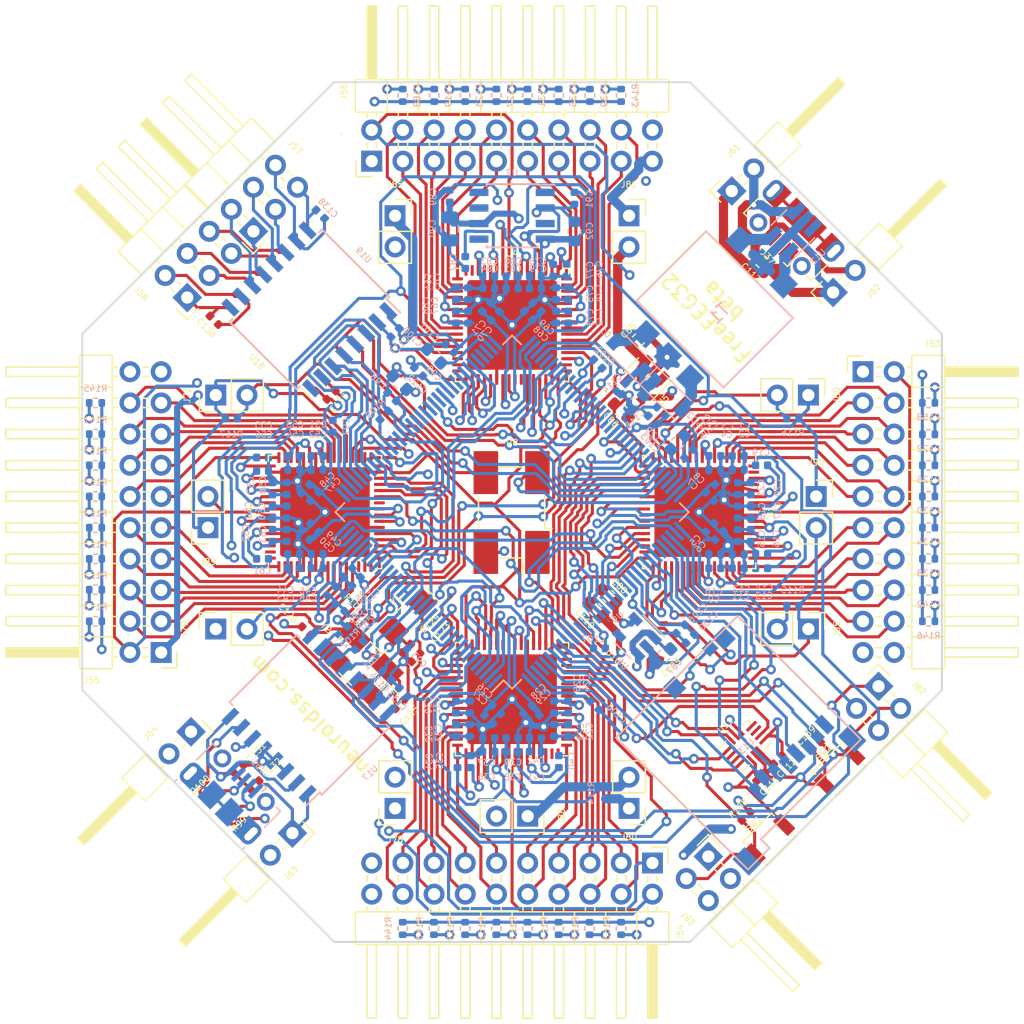
<source format=kicad_pcb>
(kicad_pcb (version 20241229) (generator "pcbnew") (generator_version "9.0")
  (layers (0 "F.Cu" signal) (4 "In1.Cu" power) (6 "In2.Cu" power) (2 "B.Cu" signal) (13 "F.Paste" user) (15 "B.Paste" user) (5 "F.SilkS" user) (7 "B.SilkS" user) (1 "F.Mask" user) (3 "B.Mask" user) (25 "Edge.Cuts" user))
  (net 0 "")
  (net 1 "MCU_51_VSS")
  (net 2 "/ADC1/49_REF_OUT")
  (net 3 "/ADC1/51_AREG2CAP")
  (net 4 "/ADC1/59_AREG1CAP")
  (net 5 "/ADC2/49_REF_OUT")
  (net 6 "/ADC2/51_AREG2CAP")
  (net 7 "/ADC2/59_AREG1CAP")
  (net 8 "/ADC3/49_REF_OUT")
  (net 9 "/ADC3/51_AREG2CAP")
  (net 10 "/ADC3/59_AREG1CAP")
  (net 11 "/ADC4/49_REF_OUT")
  (net 12 "/ADC4/51_AREG2CAP")
  (net 13 "/ADC4/59_AREG1CAP")
  (net 14 "/MCU/71_VCAP_1")
  (net 15 "/MCU/106_VCAP_2")
  (net 16 "/ADC1/2_AIN0+")
  (net 17 "/ADC1/1_AIN0-")
  (net 18 "/ADC1/4_AIN1+")
  (net 19 "/ADC1/3_AIN1-")
  (net 20 "/ADC1/10_AIN2+")
  (net 21 "/ADC1/9_AIN2-")
  (net 22 "/ADC1/12_AIN3+")
  (net 23 "/ADC1/11_AIN3-")
  (net 24 "/ADC1/16_MODE3_ALERT")
  (net 25 "/ADC1/15_MODE2_GPIO2")
  (net 26 "/ADC1/38_AIN7-")
  (net 27 "/ADC1/37_AIN7+")
  (net 28 "/ADC1/40_AIN6-")
  (net 29 "/ADC1/39_AIN6+")
  (net 30 "/ADC1/46_AIN5-")
  (net 31 "/ADC1/45_AIN5+")
  (net 32 "/ADC1/48_AIN4-")
  (net 33 "/ADC1/47_AIN4+")
  (net 34 "/ADC1/64_AUXAIN-")
  (net 35 "/ADC1/63_AUXAIN+")
  (net 36 "/ADC2/2_AIN0+")
  (net 37 "/ADC2/1_AIN0-")
  (net 38 "/ADC2/4_AIN1+")
  (net 39 "/ADC2/3_AIN1-")
  (net 40 "/ADC2/10_AIN2+")
  (net 41 "/ADC2/9_AIN2-")
  (net 42 "/ADC2/12_AIN3+")
  (net 43 "/ADC2/11_AIN3-")
  (net 44 "/ADC2/16_MODE3_ALERT")
  (net 45 "/ADC2/15_MODE2_GPIO2")
  (net 46 "/ADC2/38_AIN7-")
  (net 47 "/ADC2/37_AIN7+")
  (net 48 "/ADC2/40_AIN6-")
  (net 49 "/ADC2/39_AIN6+")
  (net 50 "/ADC2/46_AIN5-")
  (net 51 "/ADC2/45_AIN5+")
  (net 52 "/ADC2/48_AIN4-")
  (net 53 "/ADC2/47_AIN4+")
  (net 54 "/ADC2/64_AUXAIN-")
  (net 55 "/ADC2/63_AUXAIN+")
  (net 56 "/ADC3/2_AIN0+")
  (net 57 "/ADC3/1_AIN0-")
  (net 58 "/ADC3/4_AIN1+")
  (net 59 "/ADC3/3_AIN1-")
  (net 60 "/ADC3/10_AIN2+")
  (net 61 "/ADC3/9_AIN2-")
  (net 62 "/ADC3/12_AIN3+")
  (net 63 "/ADC3/11_AIN3-")
  (net 64 "/ADC3/16_MODE3_ALERT")
  (net 65 "/ADC3/15_MODE2_GPIO2")
  (net 66 "/ADC3/38_AIN7-")
  (net 67 "/ADC3/37_AIN7+")
  (net 68 "/ADC3/40_AIN6-")
  (net 69 "/ADC3/39_AIN6+")
  (net 70 "/ADC3/46_AIN5-")
  (net 71 "/ADC3/45_AIN5+")
  (net 72 "/ADC3/48_AIN4-")
  (net 73 "/ADC3/47_AIN4+")
  (net 74 "/ADC3/64_AUXAIN-")
  (net 75 "/ADC3/63_AUXAIN+")
  (net 76 "/ADC4/16_MODE3_ALERT")
  (net 77 "/ADC4/15_MODE2_GPIO2")
  (net 78 "/ADC4/38_AIN7-")
  (net 79 "/ADC4/37_AIN7+")
  (net 80 "/ADC4/40_AIN6-")
  (net 81 "/ADC4/39_AIN6+")
  (net 82 "/ADC4/46_AIN5-")
  (net 83 "/ADC4/45_AIN5+")
  (net 84 "/ADC4/48_AIN4-")
  (net 85 "/ADC4/47_AIN4+")
  (net 86 "/ADC4/64_AUXAIN-")
  (net 87 "/ADC4/63_AUXAIN+")
  (net 88 "/REF/8_TP")
  (net 89 "/CRYSTAL/1_NC")
  (net 90 "/MCU/35_PA1")
  (net 91 "/MCU/23_PH0")
  (net 92 "/MCU/24_PH1")
  (net 93 "/MCU/9_PC15")
  (net 94 "/MCU/8_PC14")
  (net 95 "/MCU/37_PA3")
  (net 96 "/MCU/44_PC4")
  (net 97 "/MCU/50_PF12")
  (net 98 "/MCU/53_PF13")
  (net 99 "/MCU/56_PG0")
  (net 100 "/MCU/57_PG1")
  (net 101 "/MCU/59_PE8")
  (net 102 "/MCU/77_PD8")
  (net 103 "/MCU/79_PD10")
  (net 104 "/MCU/86_PD15")
  (net 105 "/MCU/85_PD14")
  (net 106 "/MCU/92_PG7")
  (net 107 "/MCU/91_PG6")
  (net 108 "/MCU/132_PG15")
  (net 109 "/MCU/114_PD0")
  (net 110 "/ACCEL&GYRO/3_SCx")
  (net 111 "/ACCEL&GYRO/2_SDx")
  (net 112 "ISO_USB_8_GND1")
  (net 113 "Net-(C126-Pad1)")
  (net 114 "ADC1_24_IOVDD")
  (net 115 "ADC1_23_DREGCAP")
  (net 116 "ADC1_41_REF2+")
  (net 117 "ADC1_43_AVDD1B")
  (net 118 "ADC2_23_DREGCAP")
  (net 119 "ADC3_23_DREGCAP")
  (net 120 "ADC4_23_DREGCAP")
  (net 121 "AVDD_1_IN")
  (net 122 "Net-(D1-A)")
  (net 123 "Net-(D2-A)")
  (net 124 "ISO_USB_3_VDD1")
  (net 125 "ISO_USB_1_VBUS1")
  (net 126 "ISO_USB_7_UD+")
  (net 127 "ISO_USB_6_UD–")
  (net 128 "ADC1_36_RESET")
  (net 129 "ADC1_34_SYNC_OUT")
  (net 130 "ADC1_33_START")
  (net 131 "ADC1_32_XTAL2_MCLK")
  (net 132 "ADC1_30_DRDY")
  (net 133 "ADC1_29_DCLK")
  (net 134 "ADC1_28_DOUT0")
  (net 135 "ADC1_27_DOUT1")
  (net 136 "ADC1_26_DOUT2")
  (net 137 "ADC1_25_DOUT3")
  (net 138 "ADC1_21_DCLK0_SDO")
  (net 139 "ADC1_20_DCLK1_SDI")
  (net 140 "ADC1_19_DCLK2_SCLK")
  (net 141 "ADC1_18_ALERT_CS")
  (net 142 "ADC2_36_RESET")
  (net 143 "ADC2_34_SYNC_OUT")
  (net 144 "ADC2_33_START")
  (net 145 "ADC2_30_DRDY")
  (net 146 "ADC2_29_DCLK")
  (net 147 "ADC2_28_DOUT0")
  (net 148 "ADC2_27_DOUT1")
  (net 149 "ADC2_26_DOUT2")
  (net 150 "ADC2_25_DOUT3")
  (net 151 "ADC2_21_DCLK0_SDO")
  (net 152 "ADC2_20_DCLK1_SDI")
  (net 153 "ADC2_19_DCLK2_SCLK")
  (net 154 "ADC2_18_ALERT_CS")
  (net 155 "ADC3_36_RESET")
  (net 156 "ADC3_34_SYNC_OUT")
  (net 157 "ADC3_33_START")
  (net 158 "ADC3_30_DRDY")
  (net 159 "ADC3_29_DCLK")
  (net 160 "ADC3_28_DOUT0")
  (net 161 "ADC3_27_DOUT1")
  (net 162 "ADC3_26_DOUT2")
  (net 163 "ADC3_25_DOUT3")
  (net 164 "ADC3_21_DCLK0_SDO")
  (net 165 "ADC3_20_DCLK1_SDI")
  (net 166 "ADC3_19_DCLK2_SCLK")
  (net 167 "ADC3_18_ALERT_CS")
  (net 168 "ADC4_36_RESET")
  (net 169 "ADC4_34_SYNC_OUT")
  (net 170 "ADC4_33_START")
  (net 171 "ADC4_30_DRDY")
  (net 172 "ADC4_29_DCLK")
  (net 173 "ADC4_28_DOUT0")
  (net 174 "ADC4_27_DOUT1")
  (net 175 "ADC4_26_DOUT2")
  (net 176 "ADC4_25_DOUT3")
  (net 177 "ADC4_21_DCLK0_SDO")
  (net 178 "ADC4_20_DCLK1_SDI")
  (net 179 "ADC4_19_DCLK2_SCLK")
  (net 180 "ADC4_18_ALERT_CS")
  (net 181 "MCU_138_BOOT0")
  (net 182 "ISO_UART_13_OUTB")
  (net 183 "ISO_UART_11_IND")
  (net 184 "ISO_UART_14_OUTA")
  (net 185 "ISO_UART_12_INC")
  (net 186 "ISO_USB_10_DD+")
  (net 187 "ISO_USB_11_DD–")
  (net 188 "ISO_SPI_12_OUTC")
  (net 189 "ISO_SPI_11_IND")
  (net 190 "ISO_SPI_13_OUTB")
  (net 191 "ISO_SPI_14_OUTA")
  (net 192 "MCU_25_NRST")
  (net 193 "ACC_9_INT2")
  (net 194 "ACC_4_INT1")
  (net 195 "ACC_13_SCL")
  (net 196 "ACC_14_SDA")
  (net 197 "ACC_12_CS")
  (net 198 "ACC_1_SDO_SAO")
  (net 199 "ISO_UART_3_INA")
  (net 200 "ISO_UART_4_INB")
  (net 201 "ISO_UART_6_OUTD")
  (net 202 "ISO_UART_7_EN1")
  (net 203 "ISO_UART_8_GND1")
  (net 204 "ISO_UART_9_GND2")
  (net 205 "ISO_UART_10_EN2")
  (net 206 "ISO_SPI_3_INA")
  (net 207 "ISO_SPI_4_INB")
  (net 208 "ISO_SPI_5_INC")
  (net 209 "ISO_SPI_6_OUTD")
  (net 210 "ISO_SPI_7_EN1")
  (net 211 "ISO_SPI_8_GND1")
  (net 212 "ISO_SPI_9_GND2")
  (net 213 "ISO_SPI_10_EN2")
  (net 214 "POWER_1_GND")
  (net 215 "POWER_2_VCC")
  (net 216 "/USB_POWER/6_Shield")
  (net 217 "/USB_POWER/4_ID")
  (net 218 "/USB_DATA/6_Shield")
  (net 219 "/USB_DATA/4_ID")
  (net 220 "ISO_UART_5_OUTC")
  (net 221 "AINREF-")
  (net 222 "/MCU/13_PF3")
  (net 223 "/MCU/12_PF2")
  (net 224 "ADC4_AIN0+")
  (net 225 "ADC4_AIN0-")
  (net 226 "ADC4_AIN1+")
  (net 227 "ADC4_AIN1-")
  (net 228 "ADC4_AIN2+")
  (net 229 "ADC4_AIN2-")
  (net 230 "ADC4_AIN3+")
  (net 231 "ADC4_AIN3-")
  (net 232 "ADC1_13_MODE0_GPIO0")
  (net 233 "ADC2_14_MODE1_GPIO1")
  (net 234 "ADC3_14_MODE1_GPIO1")
  (net 235 "ADC4_14_MODE1_GPIO1")
  (net 236 "ADC1_35_SYNC_IN")
  (net 237 "ADC1_14_MODE1_GPIO1")
  (net 238 "/MCU/126_PG11")
  (net 239 "/MCU/123_PD7")
  (net 240 "/MCU/117_PD3")
  (net 241 "MCU_116_PD2_SDMMC1_CMD")
  (net 242 "MCU_113_PC12_SDMMC1_CK")
  (net 243 "MCU_112_PC11_SDMMC1_D3")
  (net 244 "MCU_111_PC10_SDMMC1_D2")
  (net 245 "MCU_109_PA14_SYS_JTCK-SWCLK")
  (net 246 "MCU_105_PA13_SYS_JTMS-SWDIO")
  (net 247 "/MCU/100_PA8")
  (net 248 "MCU_99_PC9_SDMMC1_D1")
  (net 249 "MCU_98_PC8_SDMMC1_D0")
  (net 250 "MCU_97_PC7_SDMMC1_DETECT")
  (net 251 "/MCU/49_PF11")
  (net 252 "MCU_48_PB2_BOOT1")
  (net 253 "/MCU/26_PC0")
  (net 254 "MCU_11_PF1_I2C2_SCL")
  (net 255 "MCU_10_PF0_I2C2_SDA")
  (net 256 "/MCU/5_PE6")
  (net 257 "/MCU/1_PE2")
  (net 258 "CRYSTAL_3_OUT")
  (net 259 "/USB_POWER/3_D+")
  (net 260 "/USB_POWER/2_D-")
  (net 261 "CRYSTAL_4_Vin")
  (net 262 "ADC1_57_VCM")
  (net 263 "/MCU/141_PE0")
  (net 264 "/MCU/90_PG5")
  (net 265 "ISO_SPI_15_GND2")
  (net 266 "ISO_SPI_16_VCC2")
  (net 267 "ISO_UART_15_GND2")
  (net 268 "ISO_UART_16_VCC2")
  (net 269 "/MCU/70_PB11")
  (net 270 "/MCU/69_PB10")
  (net 271 "/MCU/55_PF15")
  (net 272 "/MCU/54_PF14")
  (net 273 "ISO_USB_12_PIN")
  (net 274 "Net-(U17-UD–)")
  (net 275 "Net-(U17-UD+)")
  (net 276 "Net-(U17-DD–)")
  (net 277 "Net-(U17-DD+)")
  (net 278 "Net-(U12-D2)")
  (net 279 "Net-(U12-D1)")
  (footprint "LSM6DS3TR:Bosch_LGA-14_3x2.5mm_P0.5mm" (layer "F.Cu") (at 168.995476 119.002938 45)
    (property "Reference" "U11")
    (property "Value" "LSM6DS3")
  )
  (footprint "Capacitor_SMD:C_0402_1005Metric" (layer "F.Cu") (at 125.743 84.379 -45)
    (property "Reference" "C136")
    (property "Value" "100n")
  )
  (footprint "Capacitor_SMD:C_0402_1005Metric" (layer "F.Cu") (at 140.8306 115.6718 45)
    (property "Reference" "C125")
    (property "Value" "CL1")
  )
  (footprint "Capacitor_SMD:C_0603_1608Metric" (layer "F.Cu") (at 160.287 85.9792 45)
    (property "Reference" "C85")
    (property "Value" "2.2u")
  )
  (footprint "Resistor_SMD:R_0402_1005Metric" (layer "F.Cu") (at 169.05 124.765 45)
    (property "Reference" "R108")
    (property "Value" "4k7")
  )
  (footprint "MountingHole:MountingHole_3.2mm_M3" (layer "F.Cu") (at 120.155 84.76)
    (property "Reference" "REF**")
    (property "Value" "MountingHole_3.2mm_M3")
  )
  (footprint "Package_DFN_QFN:QFN-64-1EP_9x9mm_P0.5mm_EP7.3x7.3mm" (layer "F.Cu") (at 134.76 100 90)
    (property "Reference" "U3")
    (property "Value" "AD7779")
  )
  (footprint "Connector_PinHeader_2.54mm:PinHeader_2x10_P2.54mm_Horizontal" (layer "F.Cu") (at 161.43 128.575 -90)
    (property "Reference" "J54")
    (property "Value" "Conn_02x10_Odd_Even")
  )
  (footprint "Connector_PinHeader_2.54mm:PinHeader_2x10_P2.54mm_Horizontal" (layer "F.Cu") (at 178.575 88.57)
    (property "Reference" "J53")
    (property "Value" "Conn_02x10_Odd_Even")
  )
  (footprint "Resistor_SMD:R_0402_1005Metric" (layer "F.Cu") (at 127.14 124.765 45)
    (property "Reference" "R99")
    (property "Value" "24")
  )
  (footprint "Connector_PinHeader_2.54mm:PinHeader_2x01_P2.54mm_Horizontal" (layer "F.Cu") (at 167.888949 73.856051 45)
    (property "Reference" "J61")
    (property "Value" "Conn_01x02")
  )
  (footprint "Package_DFN_QFN:QFN-64-1EP_9x9mm_P0.5mm_EP7.3x7.3mm" (layer "F.Cu") (at 150 84.76)
    (property "Reference" "U4")
    (property "Value" "AD7779")
  )
  (footprint "Capacitor_SMD:C_0402_1005Metric" (layer "F.Cu") (at 127.775 120.955 -135)
    (property "Reference" "C131")
    (property "Value" "100n")
  )
  (footprint "Capacitor_SMD:C_0402_1005Metric" (layer "F.Cu") (at 142.1514 111.8364 -135)
    (property "Reference" "C123")
    (property "Value" "CL1")
  )
  (footprint "Package_TO_SOT_SMD:SOT-23-5" (layer "F.Cu") (at 160.795 89.218972 -135)
    (property "Reference" "U5")
    (property "Value" "LP5907")
  )
  (footprint "Package_DFN_QFN:QFN-64-1EP_9x9mm_P0.5mm_EP7.3x7.3mm" (layer "F.Cu") (at 150 115.24 180)
    (property "Reference" "U2")
    (property "Value" "AD7779")
  )
  (footprint "Capacitor_SMD:C_0402_1005Metric" (layer "F.Cu") (at 174.765 119.05 45)
    (property "Reference" "C139")
    (property "Value" "100n")
  )
  (footprint "smd5032:Crystal_SMD_EuroQuartz_MJ-4Pin_5.0x3.2mm_HandSoldering" (layer "F.Cu") (at 137.681 112.319 135)
    (property "Reference" "Y2")
    (property "Value" "16MHz")
  )
  (footprint "Capacitor_SMD:C_0402_1005Metric" (layer "F.Cu") (at 133.236 109.6774 135)
    (property "Reference" "C126")
    (property "Value" "CL2")
  )
  (footprint "MountingHole:MountingHole_3.2mm_M3" (layer "F.Cu") (at 120.155 115.24 -90)
    (property "Reference" "REF**")
    (property "Value" "MountingHole_3.2mm_M3")
  )
  (footprint "Capacitor_SMD:C_0603_1608Metric" (layer "F.Cu") (at 170.3454 79.6038 -45)
    (property "Reference" "C113")
    (property "Value" "10u")
  )
  (footprint "Connector_USB:USB_Micro-B_Molex-105017-0001" (layer "F.Cu") (at 172.86 77.158744 135)
    (property "Reference" "J37")
    (property "Value" "USB_B_Micro")
  )
  (footprint "Connector_PinHeader_2.54mm:PinHeader_2x01_P2.54mm_Horizontal" (layer "F.Cu") (at 176.143949 82.111051 45)
    (property "Reference" "J62")
    (property "Value" "Conn_01x02")
  )
  (footprint "Button_Switch_SMD:SW_SPST_B3U-1000P-B" (layer "F.Cu") (at 170.955 126.67 -135)
    (property "Reference" "SW1")
    (property "Value" "SW_Push")
  )
  (footprint "Crystal:Crystal_SMD_EuroQuartz_EQ161-2Pin_3.2x1.5mm_HandSoldering" (layer "F.Cu") (at 141.510351 108.540449 -135)
    (property "Reference" "Y1")
    (property "Value" "32768Hz")
  )
  (footprint "Connector_PinHeader_2.54mm:PinHeader_2x01_P2.54mm_Horizontal" (layer "F.Cu") (at 132.111051 126.143949 -135)
    (property "Reference" "J63")
    (property "Value" "Conn_01x02")
  )
  (footprint "Package_TO_SOT_SMD:SOT-23-5" (layer "F.Cu") (at 160.16 110.16 135)
    (property "Reference" "U10")
    (property "Value" "LP5907")
  )
  (footprint "MountingHole:MountingHole_3.2mm_M3" (layer "F.Cu") (at 134.76 129.845 -90)
    (property "Reference" "REF**")
    (property "Value" "MountingHole_3.2mm_M3")
  )
  (footprint "Capacitor_SMD:C_0603_1608Metric" (layer "F.Cu") (at 162.3444 111.7094 -135)
    (property "Reference" "C109")
    (property "Value" "2.2u")
  )
  (footprint "Connector_PinHeader_2.54mm:PinHeader_2x10_P2.54mm_Horizontal" (layer "F.Cu") (at 138.57 71.425 90)
    (property "Reference" "J56")
    (property "Value" "Conn_02x10_Odd_Even")
  )
  (footprint "Oscillator:Oscillator_SMD_EuroQuartz_XO91-4Pin_7.0x5.0mm_HandSoldering" (layer "F.Cu") (at 149.962911 100.036647 90)
    (property "Reference" "U8")
    (property "Value" "FXO-SM7_OSC-SMD7050_short")
  )
  (footprint "Connector_PinHeader_2.54mm:PinHeader_2x10_P2.54mm_Horizontal" (layer "F.Cu") (at 121.425 111.43 180)
    (property "Reference" "J55")
    (property "Value" "Conn_02x10_Odd_Even")
  )
  (footprint "Capacitor_SMD:C_0402_1005Metric" (layer "F.Cu") (at 129.045 122.225 -135)
    (property "Reference" "C132")
    (property "Value" "100n")
  )
  (footprint "Capacitor_SMD:C_0402_1005Metric" (layer "F.Cu") (at 170.265476 121.542938 45)
    (property "Reference" "C111")
    (property "Value" "100n")
  )
  (footprint "Capacitor_SMD:C_0402_1005Metric" (layer "F.Cu") (at 141.3894 111.0998 -135)
    (property "Reference" "C124")
    (property "Value" "CL2")
  )
  (footprint "Connector_PinHeader_2.54mm:PinHeader_2x01_P2.54mm_Horizontal" (layer "F.Cu") (at 123.856051 117.888949 -135)
    (property "Reference" "J64")
    (property "Value" "Conn_01x02")
  )
  (footprint "Capacitor_SMD:C_0603_1608Metric" (layer "F.Cu") (at 157.874 106.858 135)
    (property "Reference" "C88")
    (property "Value" "2.2u")
  )
  (footprint "MountingHole:MountingHole_3.2mm_M3" (layer "F.Cu") (at 165.24 70.155 180)
    (property "Reference" "REF**")
    (property "Value" "MountingHole_3.2mm_M3")
  )
  (footprint "MountingHole:MountingHole_3.2mm_M3" (layer "F.Cu") (at 179.845 84.76 180)
    (property "Reference" "REF**")
    (property "Value" "MountingHole_3.2mm_M3")
  )
  (footprint "Button_Switch_SMD:SW_SPST_B3U-1000P-B" (layer "F.Cu") (at 176.67 120.955 45)
    (property "Reference" "SW2")
    (property "Value" "SW_Push")
  )
  (footprint "Package_DFN_QFN:QFN-64-1EP_9x9mm_P0.5mm_EP7.3x7.3mm" (layer "F.Cu") (at 165.24 100 -90)
    (property "Reference" "U1")
    (property "Value" "AD7779")
  )
  (footprint "MountingHole:MountingHole_3.2mm_M3" (layer "F.Cu") (at 134.76 70.155)
    (property "Reference" "REF**")
    (property "Value" "MountingHole_3.2mm_M3")
  )
  (footprint "Capacitor_SMD:C_0402_1005Metric" (layer "F.Cu") (at 171.6408 120.1676 -135)
    (property "Reference" "C112")
    (property "Value" "100n")
  )
  (footprint "Capacitor_SMD:C_0603_1608Metric" (layer "F.Cu") (at 156.8072 107.9248 135)
    (property "Reference" "C110")
    (property "Value" "2.2u")
  )
  (footprint "Resistor_SMD:R_0402_1005Metric" (layer "F.Cu") (at 138.189 108.509 135)
    (property "Reference" "R10")
    (property "Value" "R_EXT")
  )
  (footprint "Capacitor_SMD:C_0603_1608Metric" (layer "F.Cu") (at 158.89 91.758972 135)
    (property "Reference" "C86")
    (property "Value" "2.2u")
  )
  (footprint "Connector_PinHeader_2.54mm:PinHeader_2x02_P2.54mm_Horizontal" (layer "F.Cu") (at 165.983949 128.048949 -45)
    (property "Reference" "J83")
    (property "Value" "Conn_02x02_Odd_Even")
  )
  (footprint "Connector_PinHeader_2.54mm:PinHeader_1x02_P2.54mm_Vertical" (layer "F.Cu") (at 174.13 109.525 -90)
    (property "Reference" "J65")
    (property "Value" "Conn_01x02")
  )
  (footprint "Connector_PinHeader_2.54mm:PinHeader_1x02_P2.54mm_Vertical" (layer "F.Cu") (at 174.13 90.475 -90)
    (property "Reference" "J69")
    (property "Value" "Conn_01x02")
  )
  (footprint "Connector_PinHeader_2.54mm:PinHeader_1x02_P2.54mm_Vertical" (layer "F.Cu") (at 125.87 90.475 90)
    (property "Reference" "J73")
    (property "Value" "Conn_01x02")
  )
  (footprint "Connector_PinSocket_2.54mm:PinSocket_1x02_P2.54mm_Vertical" (layer "F.Cu") (at 140.475 124.13 180)
    (property "Reference" "J78")
    (property "Value" "Conn_01x02")
  )
  (footprint "Connector_PinSocket_2.54mm:PinSocket_1x02_P2.54mm_Vertical" (layer "F.Cu") (at 125.87 109.525 90)
    (property "Reference" "J79")
    (property "Value" "Conn_01x02")
  )
  (footprint "Connector_PinHeader_2.54mm:PinHeader_1x02_P2.54mm_Vertical" (layer "F.Cu") (at 159.525 124.13 180)
    (property "Reference" "J80")
    (property "Value" "Conn_01x02")
  )
  (footprint "Connector_PinSocket_2.54mm:PinSocket_1x02_P2.54mm_Vertical" (layer "F.Cu") (at 159.525 75.87)
    (property "Reference" "J81")
    (property "Value" "Conn_01x02")
  )
  (footprint "Resistor_SMD:R_0402_1005Metric" (layer "F.Cu") (at 125.235 122.86 45)
    (property "Reference" "R100")
    (property "Value" "24")
  )
  (footprint "Connector_PinSocket_2.54mm:PinSocket_1x02_P2.54mm_Vertical" (layer "F.Cu") (at 140.475 75.87)
    (property "Reference" "J85")
    (property "Value" "Conn_01x02")
  )
  (footprint "Package_SO:SOIC-16W_7.5x10.3mm_P1.27mm" (layer "F.Cu") (at 133.49 83.49 135)
    (property "Reference" "U18")
    (property "Value" "ADUM1402BRWZ")
  )
  (footprint "Connector_PinSocket_2.54mm:PinSocket_1x02_P2.54mm_Vertical" (layer "F.Cu") (at 151.27 124.765 -90)
    (property "Reference" "J88")
    (property "Value" "Conn_01x02")
  )
  (footprint "Connector_PinSocket_2.54mm:PinSocket_1x02_P2.54mm_Vertical" (layer "F.Cu") (at 174.765 98.73)
    (property "Reference" "J90")
    (property "Value" "Conn_01x02")
  )
  (footprint "Capacitor_SMD:C_0402_1005Metric" (layer "F.Cu") (at 135.268 90.475 45)
    (property "Reference" "C135")
    (property "Value" "100n")
  )
  (footprint "Connector_PinSocket_2.54mm:PinSocket_1x02_P2.54mm_Vertical" (layer "F.Cu") (at 125.235 101.27 180)
    (property "Reference" "J89")
    (property "Value" "Conn_01x02")
  )
  (footprint "Connector_PinHeader_2.54mm:PinHeader_2x03_P2.54mm_Horizontal" (layer "F.Cu") (at 128.936051 77.14 135)
    (property "Reference" "J57")
    (property "Value" "Conn_02x03_Odd_Even")
  )
  (footprint "Connector_PinHeader_2.54mm:PinHeader_2x02_P2.54mm_Horizontal" (layer "F.Cu") (at 179.845 114.187898 -45)
    (property "Reference" "J82")
    (property "Value" "Conn_02x02_Odd_Even")
  )
  (footprint "Connector_PinHeader_2.54mm:PinHeader_2x03_P2.54mm_Horizontal" (layer "F.Cu") (at 123.547898 82.528154 135)
    (property "Reference" "J58")
    (property "Value" "Conn_02x03_Odd_Even")
  )
  (footprint "Capacitor_SMD:C_0402_1005Metric" (layer "B.Cu") (at 153.5814 82.22 90)
    (property "Reference" "C75")
    (property "Value" "1u")
  )
  (footprint "Package_TO_SOT_SMD:SOT-23-6_Handsoldering" (layer "B.Cu") (at 172.86 77.158744 45)
    (property "Reference" "U12")
    (property "Value" "SN6505B")
  )
  (footprint "Capacitor_SMD:C_0402_1005Metric" (layer "B.Cu") (at 151.905 80.7976 180)
    (property "Reference" "C78")
    (property "Value" "100n")
  )
  (footprint "Capacitor_SMD:C_0402_1005Metric" (layer "B.Cu") (at 133.9218 98.73 45)
    (property "Reference" "C47")
    (property "Value" "100n")
  )
  (footprint "Capacitor_SMD:C_0402_1005Metric" (layer "B.Cu") (at 130.4928 100 90)
    (property "Reference" "C59")
    (property "Value" "100n")
  )
  (footprint "Capacitor_SMD:C_0402_1005Metric" (layer "B.Cu") (at 130.4928 98.095 -90)
    (property "Reference" "C57")
    (property "Value" "100n")
  )
  (footprint "Capacitor_SMD:C_0402_1005Metric" (layer "B.Cu") (at 169.431 101.905 90)
    (property "Reference" "C15")
    (property "Value" "100n")
  )
  (footprint "Capacitor_SMD:C_0402_1005Metric" (layer "B.Cu") (at 145.428 84.125 -90)
    (property "Reference" "C66")
    (property "Value" "100n")
  )
  (footprint "Capacitor_SMD:C_0402_1005Metric" (layer "B.Cu") (at 146.5456 117.78 -90)
    (property "Reference" "C33")
    (property "Value" "1u")
  )
  (footprint "Capacitor_SMD:C_0402_1005Metric" (layer "B.Cu") (at 135.268 106.4262 -135)
    (property "Reference" "C96")
    (property "Value" "100n")
  )
  (footprint "Capacitor_SMD:C_0402_1005Metric" (layer "B.Cu") (at 146.5456 115.875 90)
    (property "Reference" "C31")
    (property "Value" "1u")
  )
  (footprint "Capacitor_SMD:C_0402_1005Metric" (layer "B.Cu") (at 169.431 100 -90)
    (property "Reference" "C17")
    (property "Value" "100n")
  )
  (footprint "Capacitor_SMD:C_0603_1608Metric" (layer "B.Cu") (at 140.856 89.459 135)
    (property "Reference" "C122")
    (property "Value" "4.7u")
  )
  (footprint "Capacitor_SMD:C_0402_1005Metric" (layer "B.Cu") (at 152.032 83.3122 -45)
    (property "Reference" "C69")
    (property "Value" "1u")
  )
  (footprint "Capacitor_SMD:C_0402_1005Metric" (layer "B.Cu") (at 151.27 116.0782 45)
    (property "Reference" "C28")
    (property "Value" "100n")
  )
  (footprint "Capacitor_SMD:C_0402_1005Metric" (layer "B.Cu") (at 164.5034 110.3124 45)
    (property "Reference" "C130")
    (property "Value" "1u")
  )
  (footprint "Capacitor_SMD:C_0402_1005Metric" (layer "B.Cu") (at 137.3 105.6388 45)
    (property "Reference" "C127")
    (property "Value" "1u")
  )
  (footprint "Capacitor_SMD:C_0402_1005Metric" (layer "B.Cu") (at 132.22 96.5456 180)
    (property "Reference" "C54")
    (property "Value" "1u")
  )
  (footprint "Capacitor_SMD:C_0402_1005Metric" (layer "B.Cu") (at 130.4928 101.905 90)
    (property "Reference" "C62")
    (property "Value" "100n")
  )
  (footprint "Capacitor_SMD:C_0402_1005Metric" (layer "B.Cu") (at 146.4186 84.125 -90)
    (property "Reference" "C67")
    (property "Value" "1u")
  )
  (footprint "Capacitor_SMD:C_0402_1005Metric" (layer "B.Cu") (at 148.095 116.891 135)
    (property "Reference" "C27")
    (property "Value" "1u")
  )
  (footprint "Capacitor_SMD:C_0402_1005Metric" (layer "B.Cu") (at 166.8656 101.905 -135)
    (property "Reference" "C6")
    (property "Value" "1u")
  )
  (footprint "Capacitor_SMD:C_0402_1005Metric" (layer "B.Cu") (at 168.415 103.4544)
    (property "Reference" "C12")
    (property "Value" "1u")
  )
  (footprint "Capacitor_SMD:C_0402_1005Metric" (layer "B.Cu") (at 129.68 103.81)
    (property "Reference" "C61")
    (property "Value" "100n")
  )
  (footprint "Capacitor_SMD:C_0402_1005Metric" (layer "B.Cu") (at 140.221 90.602 135)
    (property "Reference" "C98")
    (property "Value" "100n")
  )
  (footprint "Capacitor_SMD:C_0402_1005Metric" (layer "B.Cu") (at 134.125 103.429)
    (property "Reference" "C46")
    (property "Value" "1u")
  )
  (footprint "Package_QFP:LQFP-144_20x20mm_P0.5mm" (layer "B.Cu") (at 150 100 45)
    (property "Reference" "U9")
    (property "Value" "STM32H743ZITx")
  )
  (footprint "Resistor_SMD:R_0402_1005Metric" (layer "B.Cu") (at 136.2332 109.652 -135)
    (property "Reference" "R102")
    (property "Value" "24")
  )
  (footprint "Package_SO:SOIC-16W_7.5x10.3mm_P1.27mm" (layer "B.Cu") (at 133.49 116.51 45)
    (property "Reference" "U17")
    (property "Value" "ADuM3160")
  )
  (footprint "Capacitor_SMD:C_0402_1005Metric" (layer "B.Cu") (at 132.22 103.429 180)
    (property "Reference" "C44")
    (property "Value" "1u")
  )
  (footprint "Capacitor_SMD:C_0402_1005Metric" (layer "B.Cu") (at 133.1598 101.905 -45)
    (property "Reference" "C50")
    (property "Value" "1u")
  )
  (footprint "Capacitor_SMD:C_0402_1005Metric" (layer "B.Cu") (at 148.095 81.7882)
    (property "Reference" "C84")
    (property "Value" "1u")
  )
  (footprint "Capacitor_SMD:C_0402_1005Metric" (layer "B.Cu") (at 133.1598 98.095 45)
    (property "Reference" "C48")
    (property "Value" "1u")
  )
  (footprint "Capacitor_SMD:C_0402_1005Metric" (layer "B.Cu") (at 166.51 95.428 180)
    (property "Reference" "C3")
    (property "Value" "100n")
  )
  (footprint "Capacitor_SMD:C_0402_1005Metric" (layer "B.Cu") (at 151.87309 116.891 45)
    (property "Reference" "C29")
    (property "Value" "1u")
  )
  (footprint "Capacitor_SMD:C_0805_2012Metric" (layer "B.Cu") (at 144.92 76.9368 -90)
    (property "Reference" "C90")
    (property "Value" "22u")
  )
  (footprint "Capacitor_SMD:C_0603_1608Metric" (layer "B.Cu") (at 162.3444 111.7094 -135)
    (property "Reference" "C87")
    (property "Value" "2.2u")
  )
  (footprint "Capacitor_SMD:C_0402_1005Metric" (layer "B.Cu") (at 164.38897 95.237881 -135)
    (property "Reference" "C105")
    (property "Value" "100n")
  )
  (footprint "Capacitor_SMD:C_0402_1005Metric" (layer "B.Cu") (at 145.428 117.78 -90)
    (property "Reference" "C32")
    (property "Value" "100n")
  )
  (footprint "Capacitor_SMD:C_0402_1005Metric" (layer "B.Cu") (at 131.6358 101.905 90)
    (property "Reference" "C63")
    (property "Value" "1u")
  )
  (footprint "Capacitor_SMD:C_0402_1005Metric" (layer "B.Cu") (at 151.905 81.7882 180)
    (property "Reference" "C79")
    (property "Value" "1u")
  )
  (footprint "Capacitor_SMD:C_0402_1005Metric" (layer "B.Cu") (at 168.3896 98.095 -90)
    (property "Reference" "C21")
    (property "Value" "1u")
  )
  (footprint "Capacitor_SMD:C_0402_1005Metric" (layer "B.Cu") (at 168.415 96.5456)
    (property "Reference" "C2")
    (property "Value" "1u")
  )
  (footprint "Capacitor_SMD:C_0402_1005Metric" (layer "B.Cu") (at 132.22 95.428 180)
    (property "Reference" "C53")
    (property "Value" "100n")
  )
  (footprint "Capacitor_SMD:C_0402_1005Metric" (layer "B.Cu") (at 150 80.7976)
    (property "Reference" "C80")
    (property "Value" "100n")
  )
  (footprint "Diode_SMD:D_SOD-123" (layer "B.Cu") (at 162.7 90.493744 -45)
    (property "Reference" "D2")
    (property "Value" "D_Schottky")
  )
  (footprint "Capacitor_SMD:C_0402_1005Metric" (layer "B.Cu") (at 162.1412 91.7958 135)
    (property "Reference" "C129")
    (property "Value" "1u")
  )
  (footprint "Capacitor_SMD:C_0402_1005Metric" (layer "B.Cu") (at 170.32 104.572 180)
    (property "Reference" "C13")
    (property "Value" "100n")
  )
  (footprint "Capacitor_SMD:C_0603_1608Metric" (layer "B.Cu") (at 155.08 77.14 -90)
    (property "Reference" "C92")
    (property "Value" "10u")
  )
  (footprint "Capacitor_SMD:C_0402_1005Metric" (layer "B.Cu") (at 148.73 116.0782 135)
    (property "Reference" "C26")
    (property "Value" "100n")
  )
  (footprint "Capacitor_SMD:C_0402_1005Metric" (layer "B.Cu") (at 153.81 120.32 90)
    (property "Reference" "C40")
    (property "Value" "100n")
  )
  (footprint "Capacitor_SMD:C_0402_1005Metric" (layer "B.Cu") (at 141.11 110.795 -45)
    (property "Reference" "C93")
    (property "Value" "100n")
  )
  (footprint "Capacitor_SMD:C_0402_1005Metric" (layer "B.Cu") (at 153.429 117.78 -90)
    (property "Reference" "C23")
    (property "Value" "1u")
  )
  (footprint "Capacitor_SMD:C_0402_1005Metric" (layer "B.Cu") (at 131.6358 100 90)
    (property "Reference" "C60")
    (property "Value" "1u")
  )
  (footprint "Capacitor_SMD:C_0402_1005Metric" (layer "B.Cu") (at 131.6358 98.095 -90)
    (property "Reference" "C58")
    (property "Value" "1u")
  )
  (footprint "Capacitor_SMD:C_0402_1005Metric" (layer "B.Cu") (at 129.68 95.555)
    (property "Reference" "C55")
    (property "Value" "100n")
  )
  (footprint "Capacitor_SMD:C_0402_1005Metric" (layer "B.Cu") (at 151.335014 83.998 -45)
    (property "Reference" "C68")
    (property "Value" "100n")
  )
  (footprint "Capacitor_SMD:C_0402_1005Metric" (layer "B.Cu") (at 166.8656 98.095 135)
    (property "Reference" "C8")
    (property "Value" "1u")
  )
  (footprint "Capacitor_SMD:C_0402_1005Metric" (layer "B.Cu") (at 146.4186 82.22 90)
    (property "Reference" "C65")
    (property "Value" "1u")
  )
  (footprint "Capacitor_SMD:C_0402_1005Metric" (layer "B.Cu") (at 148.095 80.7976)
    (property "Reference" "C83")
    (property "Value" "100n")
  )
  (footprint "Capacitor_SMD:C_0603_1608Metric" (layer "B.Cu") (at 160.16 91.05059 -135)
    (property "Reference" "C115")
    (property "Value" "10u")
  )
  (footprint "Capacitor_SMD:C_0402_1005Metric" (layer "B.Cu") (at 150 81.7882)
    (property "Reference" "C81")
    (property "Value" "1u")
  )
  (footprint "Capacitor_SMD:C_0402_1005Metric" (layer "B.Cu") (at 145.428 115.875 90)
    (property "Reference" "C30")
    (property "Value" "100n")
  )
  (footprint "Capacitor_SMD:C_0402_1005Metric" (layer "B.Cu") (at 156.985 87.935 135)
    (property "Reference" "C102")
    (property "Value" "100n")
  )
  (footprint "Capacitor_SMD:C_0402_1005Metric" (layer "B.Cu") (at 166.51 96.5456 180)
    (property "Reference" "C4")
    (property "Value" "1u")
  )
  (footprint "Capacitor_SMD:C_0402_1005Metric" (layer "B.Cu") (at 139.7892 113.2842 -45)
    (property "Reference" "C134")
    (property "Value" "100n")
  )
  (footprint "Capacitor_SMD:C_0402_1005Metric" (layer "B.Cu") (at 146.6218 120.32 90)
    (property "Reference" "C35")
    (property "Value" "100n")
  )
  (footprint "Resistor_SMD:R_0402_1005Metric" (layer "B.Cu") (at 137.5286 110.8458 -135)
    (property "Reference" "R101")
    (property "Value" "24")
  )
  (footprint "Capacitor_SMD:C_0402_1005Metric" (layer "B.Cu") (at 148.095 118.415)
    (property "Reference" "C37")
    (property "Value" "1u")
  )
  (footprint "Capacitor_SMD:C_0402_1005Metric" (layer "B.Cu") (at 168.415 104.572)
    (property "Reference" "C11")
    (property "Value" "100n")
  )
  (footprint "Capacitor_SMD:C_0402_1005Metric" (layer "B.Cu") (at 154.572 82.22 90)
    (property "Reference" "C74")
    (property "Value" "100n")
  )
  (footprint "Capacitor_SMD:C_0603_1608Metric" (layer "B.Cu") (at 143.65 87.3 135)
    (property "Reference" "C100")
    (property "Value" "2.2u")
  )
  (footprint "Capacitor_SMD:C_0402_1005Metric" (layer "B.Cu") (at 148.095 119.5072)
    (property "Reference" "C36")
    (property "Value" "100n")
  )
  (footprint "Capacitor_SMD:C_0402_1005Metric" (layer "B.Cu") (at 150 119.5072 180)
    (property "Reference" "C38")
    (property "Value" "100n")
  )
  (footprint "Capacitor_SMD:C_0402_1005Metric" (layer "B.Cu") (at 134.125 95.428)
    (property "Reference" "C51")
    (property "Value" "100n")
  )
  (footprint "Capacitor_SMD:C_0402_1005Metric" (layer "B.Cu") (at 135.9538 107.112 -135)
    (property "Reference" "C128")
    (property "Value" "1u")
  )
  (footprint "Capacitor_SMD:C_0402_1005Metric" (layer "B.Cu") (at 146.19 79.68 -90)
    (property "Reference" "C82")
    (property "Value" "100n")
  )
  (footprint "Capacitor_SMD:C_0402_1005Metric" (layer "B.Cu") (at 170.32 103.4036 180)
    (property "Reference" "C14")
    (property "Value" "100n")
  )
  (footprint "Capacitor_SMD:C_0402_1005Metric" (layer "B.Cu") (at 154.572 117.78 -90)
    (property "Reference" "C22")
    (property "Value" "100n")
  )
  (footprint "Capacitor_SMD:C_0402_1005Metric" (layer "B.Cu") (at 154.572 115.875 90)
    (property "Reference" "C24")
    (property "Value" "100n")
  )
  (footprint "Capacitor_SMD:C_0402_1005Metric" (layer "B.Cu") (at 168.415 95.428)
    (property "Reference" "C1")
    (property "Value" "100n")
  )
  (footprint "Capacitor_SMD:C_0402_1005Metric" (layer "B.Cu") (at 133.9218 101.27 -45)
    (property "Reference" "C49")
    (property "Value" "100n")
  )
  (footprint "Capacitor_SMD:C_0402_1005Metric" (layer "B.Cu") (at 151.905 119.5072 180)
    (property "Reference" "C41")
    (property "Value" "100n")
  )
  (footprint "Package_SO:SOIC-16W_7.5x10.3mm_P1.27mm" (layer "B.Cu") (at 133.49 83.49 135)
    (property "Reference" "U19")
    (property "Value" "ISO7341c")
  )
  (footprint "Capacitor_SMD:C_0402_1005Metric" (layer "B.Cu") (at 151.905 118.415 180)
    (property "Reference" "C42")
    (property "Value" "1u")
  )
  (footprint "Capacitor_SMD:C_0402_1005Metric" (layer "B.Cu") (at 166.51 104.572 180)
    (property "Reference" "C9")
    (property "Value" "100n")
  )
  (footprint "Capacitor_SMD:C_0402_1005Metric" (layer "B.Cu") (at 153.3528 80.315 -90)
    (property "Reference" "C77")
    (property "Value" "100n")
  )
  (footprint "Capacitor_SMD:C_0402_1005Metric" (layer "B.Cu") (at 145.555 120.32 90)
    (property "Reference" "C34")
    (property "Value" "100n")
  )
  (footprint "Capacitor_SMD:C_0402_1005Metric" (layer "B.Cu") (at 140.475 85.395 -135)
    (property "Reference" "C137")
    (property "Value" "100n")
  )
  (footprint "Connector_USB:USB_Micro-B_Molex-105017-0001" (layer "B.Cu") (at 127.14 122.86 135)
    (property "Reference" "J51")
    (property "Value" "USB_B_Micro")
  )
  (footprint "473521001:473521001" (layer "B.Cu") (at 168.365248 118.367938 -135)
    (property "Reference" "U13")
    (property "Value" "473521001")
  )
  (footprint "Capacitor_SMD:C_0402_1005Metric" (layer "B.Cu") (at 156.731 115.748 -45)
    (property "Reference" "C108")
    (property "Value" "100n")
  )
  (footprint "Capacitor_SMD:C_0402_1005Metric" (layer "B.Cu") (at 144.92 86.665 135)
    (property "Reference" "C101")
    (property "Value" "100n")
  )
  (footprint "Diode_SMD:D_SOD-123" (layer "B.Cu") (at 159.525 87.318744 135)
    (property "Reference" "D1")
    (property "Value" "D_Schottky")
  )
  (footprint "Capacitor_SMD:C_0402_1005Metric" (layer "B.Cu") (at 153.429 115.875 90)
    (property "Reference" "C25")
    (property "Value" "1u")
  )
  (footprint "Capacitor_SMD:C_0402_1005Metric" (layer "B.Cu") (at 154.572 84.125 -90)
    (property "Reference" "C72")
    (property "Value" "100n")
  )
  (footprint "Capacitor_SMD:C_0402_1005Metric" (layer "B.Cu") (at 168.3896 100 -90)
    (property "Reference" "C18")
    (property "Value" "1u")
  )
  (footprint "Capacitor_SMD:C_0402_1005Metric" (layer "B.Cu") (at 157.112 111.0998)
    (property "Reference" "C107")
    (property "Value" "100n")
  )
  (footprint "Resistor_SMD:R_0402_1005Metric" (layer "B.Cu") (at 139.586 92.126 45)
    (property "Reference" "R109")
    (property "Value" "4k7")
  )
  (footprint "Capacitor_SMD:C_0402_1005Metric" (layer "B.Cu") (at 153.5814 84.125 -90)
    (property "Reference" "C73")
    (property "Value" "1u")
  )
  (footprint "Capacitor_SMD:C_0402_1005Metric" (layer "B.Cu") (at 129.68 96.6472)
    (property "Reference" "C56")
    (property "Value" "100n")
  )
  (footprint "Capacitor_SMD:C_0402_1005Metric" (layer "B.Cu") (at 166.1036 98.73 135)
    (property "Reference" "C7")
    (property "Value" "100n")
  )
  (footprint "Capacitor_SMD:C_0402_1005Metric" (layer "B.Cu") (at 150 118.415 180)
    (property "Reference" "C39")
    (property "Value" "1u")
  )
  (footprint "Capacitor_SMD:C_0402_1005Metric" (layer "B.Cu") (at 154.445 80.315 -90)
    (property "Reference" "C76")
    (property "Value" "100n")
  )
  (footprint "Capacitor_SMD:C_0402_1005Metric" (layer "B.Cu") (at 145.428 82.22 90)
    (property "Reference" "C64")
    (property "Value" "100n")
  )
  (footprint "Package_TO_SOT_SMD:SOT-23-5" (layer "B.Cu") (at 160.16 110.16 135)
    (property "Reference" "U6")
    (property "Value" "LP5907")
  )
  (footprint "Capacitor_SMD:C_0402_1005Metric" (layer "B.Cu") (at 158.89 89.853972 -135)
    (property "Reference" "C114")
    (property "Value" "100n")
  )
  (footprint "Package_SO:SOIC-8_3.9x4.9mm_P1.27mm" (layer "B.Cu") (at 150 75.87 180)
    (property "Reference" "U7")
    (property "Value" "ADR4525")
  )
  (footprint "Capacitor_SMD:C_0402_1005Metric" (layer "B.Cu") (at 134.125 96.5456)
    (property "Reference" "C52")
    (property "Value" "1u")
  )
  (footprint "Capacitor_SMD:C_0402_1005Metric" (layer "B.Cu") (at 148.6284 84.0234 -135)
    (property "Reference" "C70")
    (property "Value" "100n")
  )
  (footprint "Capacitor_SMD:C_0402_1005Metric" (layer "B.Cu") (at 147.9172 83.3122 -135)
    (property "Reference" "C71")
    (property "Value" "1u")
  )
  (footprint "Capacitor_SMD:C_0402_1005Metric" (layer "B.Cu") (at 170.32 96.19 180)
    (property "Reference" "C19")
    (property "Value" "100n")
  )
  (footprint "Capacitor_SMD:C_0402_1005Metric" (layer "B.Cu") (at 134.125 104.572)
    (property "Reference" "C45")
    (property "Value" "100n")
  )
  (footprint "Capacitor_SMD:C_0402_1005Metric" (layer "B.Cu") (at 161.43 92.507 135)
    (property "Reference" "C103")
    (property "Value" "100n")
  )
  (footprint "Capacitor_SMD:C_0402_1005Metric" (layer "B.Cu") (at 135.395 93.015 90)
    (property "Reference" "C97")
    (property "Value" "100n")
  )
  (footprint "Capacitor_SMD:C_0603_1608Metric" (layer "B.Cu") (at 163.498952 94.348881 45)
    (property "Reference" "C104")
    (property "Value" "2.2u")
  )
  (footprint "Capacitor_SMD:C_0402_1005Metric" (layer "B.Cu") (at 132.22 104.572 180)
    (property "Reference" "C43")
    (property "Value" "100n")
  )
  (footprint "Capacitor_SMD:C_0402_1005Metric" (layer "B.Cu") (at 136.7158 107.747 -135)
    (property "Reference" "C94")
    (property "Value" "100n")
  )
  (footprint "Capacitor_SMD:C_0402_1005Metric" (layer "B.Cu") (at 168.3896 101.905 90)
    (property "Reference" "C16")
    (property "Value" "1u")
  )
  (footprint "Capacitor_SMD:C_0402_1005Metric" (layer "B.Cu") (at 169.431 98.095 -90)
    (property "Reference" "C20")
    (property "Value" "100n")
  )
  (footprint "Capacitor_SMD:C_0402_1005Metric" (layer "B.Cu") (at 136.6396 104.9276 45)
    (property "Reference" "C95")
    (property "Value" "100n")
  )
  (footprint "Capacitor_SMD:C_0402_1005Metric" (layer "B.Cu") (at 134.379 75.743 -45)
    (property "Reference" "C138")
    (property "Value" "100n")
  )
  (footprint "Capacitor_SMD:C_0402_1005Metric" (layer "B.Cu") (at 141.1608 114.6558 135)
    (property "Reference" "C133")
    (property "Value" "100n")
  )
  (footprint "Capacitor_SMD:C_0402_1005Metric" (layer "B.Cu") (at 166.1036 101.27 -135)
    (property "Reference" "C5")
    (property "Value" "100n")
  )
  (footprint "Capacitor_SMD:C_0402_1005Metric" (layer "B.Cu") (at 155.08 74.45 90)
    (property "Reference" "C91")
    (property "Value" "100n")
  )
  (footprint "Capacitor_SMD:C_0402_1005Metric" (layer "B.Cu") (at 144.92 74.2698 90)
    (property "Reference" "C89")
    (property "Value" "100n")
  )
  (footprint "Capacitor_SMD:C_0402_1005Metric" (layer "B.Cu") (at 163.716 109.525 45)
    (property "Reference" "C106")
    (property "Value" "100n")
  )
  (footprint "Capacitor_SMD:C_0402_1005Metric" (layer "B.Cu") (at 142.38 88.57 -45)
    (property "Reference" "C99")
    (property "Value" "100n")
  )
  (footprint "Capacitor_SMD:C_0402_1005Metric" (layer "B.Cu") (at 166.51 103.4544 180)
    (property "Reference" "C10")
    (property "Value" "1u")
  )
  (footprint "Resistor_SMD:R_0402_1005Metric" (layer "B.Cu") (at 157.62 122.86 -90)
    (property "Reference" "R114")
    (property "Value" "0")
  )
  (footprint "Resistor_SMD:R_0402_1005Metric" (layer "B.Cu") (at 172.86 107.62)
    (property "Reference" "R115")
    (property "Value" "0")
  )
  (footprint "Resistor_SMD:R_0402_1005Metric" (layer "B.Cu") (at 172.86 92.38)
    (property "Reference" "R116")
    (property "Value" "0")
  )
  (footprint "Resistor_SMD:R_0402_1005Metric" (layer "B.Cu") (at 127.14 92.38 180)
    (property "Reference" "R117")
    (property "Value" "0")
  )
  (footprint "750315371:750315371" (layer "B.Cu") (at 166.51 83.49 -135)
    (property "Reference" "T1")
    (property "Value" "750315371")
  )
  (footprint "Resistor_SMD:R_0402_1005Metric" (layer "B.Cu") (at 148.717 66.0654 90)
    (property "Reference" "R127")
    (property "Value" "0")
  )
  (footprint "Resistor_SMD:R_0402_1005Metric" (layer "B.Cu") (at 183.9214 93.6752)
    (property "Reference" "R122")
    (property "Value" "0")
  )
  (footprint "Resistor_SMD:R_0402_1005Metric" (layer "B.Cu") (at 151.257 133.9088 -90)
    (property "Reference" "R128")
    (property "Value" "0")
  )
  (footprint "Resistor_SMD:R_0402_1005Metric" (layer "B.Cu") (at 116.078 96.1898 180)
    (property "Reference" "R137")
    (property "Value" "0")
  )
  (footprint "Resistor_SMD:R_0402_1005Metric" (layer "B.Cu") (at 183.9214 98.7298)
    (property "Reference" "R130")
    (property "Value" "0")
  )
  (footprint "Resistor_SMD:R_0402_1005Metric" (layer "B.Cu") (at 141.097 133.9088 -90)
    (property "Reference" "R144")
    (property "Value" "0")
  )
  (footprint "Resistor_SMD:R_0402_1005Metric" (layer "B.Cu") (at 153.797 66.0654 90)
    (property "Reference" "R135")
    (property "Value" "0")
  )
  (footprint "Resistor_SMD:R_0402_1005Metric" (layer "B.Cu") (at 158.877 66.0654 90)
    (property "Reference" "R143")
    (property "Value" "0")
  )
  (footprint "Resistor_SMD:R_0402_1005Metric" (layer "B.Cu") (at 116.078 101.2698 180)
    (property "Reference" "R129")
    (property "Value" "0")
  )
  (footprint "Resistor_SMD:R_0402_1005Metric" (layer "B.Cu") (at 156.3116 133.9088 -90)
    (property "Reference" "R120")
    (property "Value" "0")
  )
  (footprint "Resistor_SMD:R_0402_1005Metric" (layer "B.Cu") (at 158.877 133.9088 -90)
    (property "Reference" "R168")
    (property "Value" "0")
  )
  (footprint "Resistor_SMD:R_0402_1005Metric" (layer "B.Cu") (at 146.177 66.0654 90)
    (property "Reference" "R123")
    (property "Value" "0")
  )
  (footprint "Resistor_SMD:R_0402_1005Metric" (layer "B.Cu") (at 116.078 108.8898 180)
    (property "Reference" "R178")
    (property "Value" "0")
  )
  (footprint "Resistor_SMD:R_0402_1005Metric" (layer "B.Cu") (at 116.078 106.3244 180)
    (property "Reference" "R121")
    (property "Value" "0")
  )
  (footprint "Resistor_SMD:R_0402_1005Metric" (layer "B.Cu") (at 183.9214 91.1098)
    (property "Reference" "R158")
    (property "Value" "0")
  )
  (footprint "Resistor_SMD:R_0402_1005Metric" (layer "B.Cu") (at 143.6624 66.0654 90)
    (property "Reference" "R119")
    (property "Value" "0")
  )
  (footprint "Resistor_SMD:R_0402_1005Metric" (layer "B.Cu") (at 151.257 66.0654 90)
    (property "Reference" "R131")
    (property "Value" "0")
  )
  (footprint "Resistor_SMD:R_0402_1005Metric" (layer "B.Cu") (at 116.078 98.7298 180)
    (property "Reference" "R133")
    (property "Value" "0")
  )
  (footprint "Resistor_SMD:R_0402_1005Metric" (layer "B.Cu") (at 143.637 133.9088 -90)
    (property "Reference" "R140")
    (property "Value" "0")
  )
  (footprint "Resistor_SMD:R_0402_1005Metric" (layer "B.Cu") (at 156.337 66.0654 90)
    (property "Reference" "R139")
    (property "Value" "0")
  )
  (footprint "Resistor_SMD:R_0402_1005Metric" (layer "B.Cu") (at 183.9214 108.8898)
    (property "Reference" "R146")
    (property "Value" "0")
  )
  (footprint "Resistor_SMD:R_0402_1005Metric" (layer "B.Cu") (at 183.9214 106.3498)
    (property "Reference" "R142")
    (property "Value" "0")
  )
  (footprint "Resistor_SMD:R_0402_1005Metric" (layer "B.Cu") (at 183.9214 103.8098)
    (property "Reference" "R138")
    (property "Value" "0")
  )
  (footprint "Resistor_SMD:R_0402_1005Metric" (layer "B.Cu") (at 146.177 133.9088 -90)
    (property "Reference" "R136")
    (property "Value" "0")
  )
  (footprint "Resistor_SMD:R_0402_1005Metric" (layer "B.Cu") (at 141.097 66.0654 90)
    (property "Reference" "R188")
    (property "Value" "0")
  )
  (footprint "Resistor_SMD:R_0402_1005Metric" (layer "B.Cu") (at 116.078 91.1098 180)
    (property "Reference" "R145")
    (property "Value" "0")
  )
  (footprint "Resistor_SMD:R_0402_1005Metric" (layer "B.Cu") (at 183.9214 96.1898)
    (property "Reference" "R126")
    (property "Value" "0")
  )
  (footprint "Resistor_SMD:R_0402_1005Metric" (layer "B.Cu") (at 183.9214 101.2698)
    (property "Reference" "R134")
    (property "Value" "0")
  )
  (footprint "Resistor_SMD:R_0402_1005Metric" (layer "B.Cu") (at 148.717 133.9088 -90)
    (property "Reference" "R132")
    (property "Value" "0")
  )
  (footprint "Resistor_SMD:R_0402_1005Metric" (layer "B.Cu") (at 116.078 93.6498 180)
    (property "Reference" "R141")
    (property "Value" "0")
  )
  (footprint "Resistor_SMD:R_0402_1005Metric" (layer "B.Cu") (at 153.797 133.9088 -90)
    (property "Reference" "R124")
    (property "Value" "0")
  )
  (footprint "Resistor_SMD:R_0402_1005Metric" (layer "B.Cu") (at 116.078 103.8098 180)
    (property "Reference" "R125")
    (property "Value" "0")
  )
  (gr_line (start 115 85.5) (end 115 114.5) (stroke (width 0.15)) (layer "Edge.Cuts"))
  (gr_line (start 115 114.5) (end 135.5 135) (stroke (width 0.15)) (layer "Edge.Cuts"))
  (gr_line (start 135.5 135) (end 164.5 135) (stroke (width 0.15)) (layer "Edge.Cuts"))
  (gr_line (start 164.5 135) (end 185 114.5) (stroke (width 0.15)) (layer "Edge.Cuts"))
  (gr_line (start 185 114.5) (end 185 85.5) (stroke (width 0.15)) (layer "Edge.Cuts"))
  (gr_line (start 185 85.5) (end 164.5 65) (stroke (width 0.15)) (layer "Edge.Cuts"))
  (gr_line (start 164.5 65) (end 135.5 65) (stroke (width 0.15)) (layer "Edge.Cuts"))
  (gr_line (start 135.5 65) (end 115 85.5) (stroke (width 0.15)) (layer "Edge.Cuts"))
  (gr_text "FreeEEG32\nbeta" (at 166.51 83.49 135) (layer "F.SilkS") (effects (font (size 1.2 1.2) (thickness 0.2))))
  (gr_text "neuroidss.com" (at 133.49 116.505228 135) (layer "F.SilkS") (effects (font (size 1.2 1.2) (thickness 0.2))))
  (segment (start 158.333153 91.854139) (end 158.333153 91.202125) (width 0.25) (layer "F.Cu") (net 1))
  (segment (start 136.01 101.25) (end 134.76 100) (width 0.25) (layer "F.Cu") (net 1))
  (segment (start 148.25 116.99) (end 150 115.24) (width 0.25) (layer "F.Cu") (net 1))
  (segment (start 146.75 119.6775) (end 146.75 118.49) (width 0.25) (layer "F.Cu") (net 1))
  (segment (start 146.75 118.49) (end 150 115.24) (width 0.25) (layer "F.Cu") (net 1))
  (segment (start 148.25 119.6775) (end 148.25 116.99) (width 0.25) (layer "F.Cu") (net 1))
  (segment (start 149.75 119.6775) (end 149.75 115.49) (width 0.25) (layer "F.Cu") (net 1))
  (segment (start 149.75 115.49) (end 150 115.24) (width 0.25) (layer "F.Cu") (net 1))
  (segment (start 152.25 119.6775) (end 152.25 117.49) (width 0.25) (layer "F.Cu") (net 1))
  (segment (start 152.25 117.49) (end 152.25 117.49) (width 0.25) (layer "F.Cu") (net 1))
  (segment (start 154.4375 115.99) (end 150.75 115.99) (width 0.25) (layer "F.Cu") (net 1))
  (segment (start 169.6775 101.75) (end 166.99 101.75) (width 0.25) (layer "F.Cu") (net 1))
  (segment (start 169.6775 103.25) (end 168.49 103.25) (width 0.25) (layer "F.Cu") (net 1))
  (segment (start 168.49 103.25) (end 165.24 100) (width 0.25) (layer "F.Cu") (net 1))
  (segment (start 165.99 104.4375) (end 165.99 100.75) (width 0.25) (layer "F.Cu") (net 1))
  (segment (start 165.99 100.75) (end 165.24 100) (width 0.25) (layer "F.Cu") (net 1))
  (segment (start 160.8025 103.25) (end 161.99 103.25) (width 0.25) (layer "F.Cu") (net 1))
  (segment (start 161.99 103.25) (end 165.24 100) (width 0.25) (layer "F.Cu") (net 1))
  (segment (start 160.8025 98.75) (end 163.99 98.75) (width 0.25) (layer "F.Cu") (net 1))
  (segment (start 163.99 98.75) (end 165.24 100) (width 0.25) (layer "F.Cu") (net 1))
  (segment (start 145.5625 115.99) (end 149.25 115.99) (width 0.25) (layer "F.Cu") (net 1))
  (segment (start 149.25 115.99) (end 150 115.24) (width 0.25) (layer "F.Cu") (net 1))
  (segment (start 145.5625 116.99) (end 148.25 116.99) (width 0.25) (layer "F.Cu") (net 1))
  (segment (start 162.778153 87.392125) (end 162.621847 87.392125) (width 0.25) (layer "F.Cu") (net 1))
  (segment (start 162.621847 87.392125) (end 161.572817 88.441155) (width 0.25) (layer "F.Cu") (net 1))
  (segment (start 162.065 87.948972) (end 161.572817 88.441155) (width 0.25) (layer "F.Cu") (net 1))
  (segment (start 162.7 87.313972) (end 162.065 87.948972) (width 0.25) (layer "F.Cu") (net 1))
  (segment (start 158.333153 91.202125) (end 158.811847 91.202125) (width 0.25) (layer "F.Cu") (net 1))
  (segment (start 158.811847 91.202125) (end 159.525 90.488972) (width 0.25) (layer "F.Cu") (net 1))
  (segment (start 175.467918 120.438812) (end 174.422053 119.392947) (width 0.25) (layer "F.Cu") (net 1))
  (segment (start 156.301153 107.317153) (end 157.317153 106.301153) (width 0.25) (layer "F.Cu") (net 1))
  (segment (start 160.937817 110.937817) (end 161.094123 110.937817) (width 0.25) (layer "F.Cu") (net 1))
  (segment (start 161.094123 110.937817) (end 162.143153 111.986847) (width 0.25) (layer "F.Cu") (net 1))
  (segment (start 153.75 110.8025) (end 153.94571 110.99821) (width 0.25) (layer "F.Cu") (net 1))
  (segment (start 156.428153 108.903026) (end 156.428153 107.219459) (width 0.25) (layer "F.Cu") (net 1))
  (segment (start 170.608423 121.199992) (end 170.608423 120.615885) (width 0.25) (layer "F.Cu") (net 1))
  (segment (start 170.608423 120.615885) (end 169.782132 119.789594) (width 0.25) (layer "F.Cu") (net 1))
  (segment (start 171.192529 120.615885) (end 171.192529 120.492884) (width 0.25) (layer "F.Cu") (net 1))
  (segment (start 171.192529 120.492884) (end 170.135686 119.436041) (width 0.25) (layer "F.Cu") (net 1))
  (segment (start 151.75 119.6775) (end 151.75 116.99) (width 0.25) (layer "F.Cu") (net 1))
  (segment (start 166.99 104.4375) (end 166.99 101.75) (width 0.25) (layer "F.Cu") (net 1))
  (segment (start 166.99 101.75) (end 165.24 100) (width 0.25) (layer "F.Cu") (net 1))
  (segment (start 140.894053 111.518947) (end 141.656053 112.280947) (width 0.25) (layer "F.Cu") (net 1))
  (segment (start 141.046453 111.442747) (end 141.071853 111.442747) (width 0.25) (layer "F.Cu") (net 1))
  (segment (start 141.071853 111.442747) (end 141.808453 112.179347) (width 0.25) (layer "F.Cu") (net 1))
  (segment (start 162.065 87.948972) (end 162.621847 87.392125) (width 0.5) (layer "F.Cu") (net 1))
  (segment (start 160.843847 85.422353) (end 162.065 86.643506) (width 0.5) (layer "F.Cu") (net 1))
  (segment (start 162.065 86.643506) (end 162.065 87.948972) (width 0.5) (layer "F.Cu") (net 1))
  (segment (start 153.25 89.1975) (end 153.25 88.01) (width 0.25) (layer "F.Cu") (net 1))
  (segment (start 153.25 88.01) (end 150 84.76) (width 0.25) (layer "F.Cu") (net 1))
  (segment (start 165.99 95.5625) (end 165.99 99.25) (width 0.25) (layer "F.Cu") (net 1))
  (segment (start 165.99 99.25) (end 165.24 100) (width 0.25) (layer "F.Cu") (net 1))
  (segment (start 166.99 95.5625) (end 166.99 98.25) (width 0.25) (layer "F.Cu") (net 1))
  (segment (start 166.99 98.25) (end 165.24 100) (width 0.25) (layer "F.Cu") (net 1))
  (segment (start 169.6775 97.75) (end 167.49 97.75) (width 0.25) (layer "F.Cu") (net 1))
  (segment (start 167.49 97.75) (end 165.24 100) (width 0.25) (layer "F.Cu") (net 1))
  (segment (start 169.6775 98.25) (end 167.49 97.75) (width 0.25) (layer "F.Cu") (net 1))
  (segment (start 169.6775 100.25) (end 165.49 100.25) (width 0.25) (layer "F.Cu") (net 1))
  (segment (start 165.49 100.25) (end 165.24 100) (width 0.25) (layer "F.Cu") (net 1))
  (segment (start 145.5625 84.01) (end 149.25 84.01) (width 0.25) (layer "F.Cu") (net 1))
  (segment (start 150.25 84.51) (end 150 84.76) (width 0.25) (layer "F.Cu") (net 1))
  (segment (start 151.75 80.3225) (end 151.75 83.01) (width 0.25) (layer "F.Cu") (net 1))
  (segment (start 151.75 83.01) (end 150 84.76) (width 0.25) (layer "F.Cu") (net 1))
  (segment (start 153.25 80.3225) (end 153.25 81.51) (width 0.25) (layer "F.Cu") (net 1))
  (segment (start 153.25 81.51) (end 150 84.76) (width 0.25) (layer "F.Cu") (net 1))
  (segment (start 154.4375 83.01) (end 151.75 83.01) (width 0.25) (layer "F.Cu") (net 1))
  (segment (start 154.4375 84.01) (end 150.75 84.01) (width 0.25) (layer "F.Cu") (net 1))
  (segment (start 150.75 84.01) (end 150 84.76) (width 0.25) (layer "F.Cu") (net 1))
  (segment (start 148.75 89.1975) (end 148.75 86.01) (width 0.25) (layer "F.Cu") (net 1))
  (segment (start 148.75 86.01) (end 150 84.76) (width 0.25) (layer "F.Cu") (net 1))
  (segment (start 151.25 110.8025) (end 151.25 113.99) (width 0.25) (layer "F.Cu") (net 1))
  (segment (start 151.25 113.99) (end 150 115.24) (width 0.25) (layer "F.Cu") (net 1))
  (segment (start 146.75 110.8025) (end 146.75 111.99) (width 0.25) (layer "F.Cu") (net 1))
  (segment (start 146.75 111.99) (end 150 115.24) (width 0.25) (layer "F.Cu") (net 1))
  (segment (start 130.3225 102.25) (end 132.51 102.25) (width 0.25) (layer "F.Cu") (net 1))
  (segment (start 132.51 102.25) (end 134.76 100) (width 0.25) (layer "F.Cu") (net 1))
  (segment (start 134.01 95.5625) (end 134.01 99.25) (width 0.25) (layer "F.Cu") (net 1))
  (segment (start 134.01 99.25) (end 134.76 100) (width 0.25) (layer "F.Cu") (net 1))
  (segment (start 133.01 95.5625) (end 133.01 98.25) (width 0.25) (layer "F.Cu") (net 1))
  (segment (start 133.01 98.25) (end 134.76 100) (width 0.25) (layer "F.Cu") (net 1))
  (segment (start 161.572817 88.441155) (end 162.018293 87.995679) (width 0.5) (layer "F.Cu") (net 1))
  (segment (start 162.018293 86.571399) (end 161.555233 86.108339) (width 0.5) (layer "F.Cu") (net 1))
  (segment (start 162.018293 87.995679) (end 162.018293 86.571399) (width 0.5) (layer "F.Cu") (net 1))
  (segment (start 161.555233 86.108339) (end 161.148647 85.701753) (width 0.5) (layer "F.Cu") (net 1))
  (segment (start 161.2014 113.208) (end 161.2014 112.060181) (width 0.5) (layer "F.Cu") (net 1))
  (segment (start 161.2014 112.060181) (end 161.383293 111.878288) (width 0.5) (layer "F.Cu") (net 1))
  (segment (start 161.383293 111.878288) (end 161.383293 111.383293) (width 0.5) (layer "F.Cu") (net 1))
  (segment (start 161.383293 111.383293) (end 160.937817 110.937817) (width 0.5) (layer "F.Cu") (net 1))
  (segment (start 161.2014 113.208) (end 161.2014 112.9286) (width 0.5) (layer "F.Cu") (net 1))
  (segment (start 161.2014 112.9286) (end 162.143153 111.986847) (width 0.5) (layer "F.Cu") (net 1))
  (segment (start 159.144 118.288) (end 159.144 116.25964) (width 0.25) (layer "F.Cu") (net 1))
  (segment (start 159.144 116.25964) (end 159.14764 116.256) (width 0.25) (layer "F.Cu") (net 1))
  (segment (start 139.1975 103.75) (end 139.1975 104.953) (width 0.25) (layer "F.Cu") (net 1))
  (segment (start 139.1975 104.953) (end 138.187492 105.963008) (width 0.25) (layer "F.Cu") (net 1))
  (segment (start 138.187492 105.963008) (end 137.931687 105.963008) (width 0.25) (layer "F.Cu") (net 1))
  (segment (start 150.75 115.99) (end 150 115.24) (width 0.25) (layer "F.Cu") (net 1))
  (segment (start 130.3225 96.75) (end 131.51 96.75) (width 0.25) (layer "F.Cu") (net 1))
  (segment (start 131.51 96.75) (end 134.76 100) (width 0.25) (layer "F.Cu") (net 1))
  (segment (start 130.3225 98.25) (end 133.01 98.25) (width 0.25) (layer "F.Cu") (net 1))
  (segment (start 130.3225 99.75) (end 134.51 99.75) (width 0.25) (layer "F.Cu") (net 1))
  (segment (start 134.51 99.75) (end 134.76 100) (width 0.25) (layer "F.Cu") (net 1))
  (segment (start 133.01 101.75) (end 130.3225 101.75) (width 0.25) (layer "F.Cu") (net 1))
  (segment (start 133.01 101.75) (end 132.51 102.25) (width 0.25) (layer "F.Cu") (net 1))
  (segment (start 139.1975 96.75) (end 138.01 96.75) (width 0.25) (layer "F.Cu") (net 1))
  (segment (start 138.01 96.75) (end 134.76 100) (width 0.25) (layer "F.Cu") (net 1))
  (segment (start 139.1975 101.25) (end 136.01 101.25) (width 0.25) (layer "F.Cu") (net 1))
  (segment (start 149.25 84.01) (end 150 84.76) (width 0.25) (layer "F.Cu") (net 1))
  (segment (start 134.01 104.4375) (end 134.01 100.75) (width 0.25) (layer "F.Cu") (net 1))
  (segment (start 134.01 100.75) (end 134.76 100) (width 0.25) (layer "F.Cu") (net 1))
  (segment (start 147.75 80.3225) (end 147.75 82.51) (width 0.25) (layer "F.Cu") (net 1))
  (segment (start 147.75 82.51) (end 150 84.76) (width 0.25) (layer "F.Cu") (net 1))
  (segment (start 148.25 80.3225) (end 148.25 83.01) (width 0.25) (layer "F.Cu") (net 1))
  (segment (start 150.25 80.3225) (end 150.25 84.51) (width 0.25) (layer "F.Cu") (net 1))
  (segment (start 175.467918 122.157082) (end 174.062082 122.157082) (width 0.25) (layer "F.Cu") (net 1))
  (segment (start 174.062082 122.157082) (end 173.495 121.59) (width 0.25) (layer "F.Cu") (net 1))
  (segment (start 175.467918 122.157082) (end 175.467918 120.438812) (width 0.25) (layer "F.Cu") (net 1))
  (segment (start 173.495 121.59) (end 170.998432 121.59) (width 0.25) (layer "F.Cu") (net 1))
  (segment (start 170.998432 121.59) (end 170.608423 121.199991) (width 0.25) (layer "F.Cu") (net 1))
  (segment (start 173.495 121.59) (end 172.166643 121.59) (width 0.25) (layer "F.Cu") (net 1))
  (segment (start 172.166643 121.59) (end 171.192529 120.615886) (width 0.25) (layer "F.Cu") (net 1))
  (segment (start 160.49 95.9375) (end 160.49 94.666) (width 0.25) (layer "F.Cu") (net 1))
  (segment (start 160.49 94.666) (end 160.49 94.49036) (width 0.25) (layer "F.Cu") (net 1))
  (segment (start 160.8025 96.25) (end 160.49 95.9375) (width 0.25) (layer "F.Cu") (net 1))
  (segment (start 160.49 94.49036) (end 158.333153 92.333513) (width 0.25) (layer "F.Cu") (net 1))
  (segment (start 158.333153 92.333513) (end 158.333153 91.854139) (width 0.25) (layer "F.Cu") (net 1))
  (segment (start 161.572817 88.441155) (end 161.729122 88.441155) (width 0.5) (layer "F.Cu") (net 1))
  (segment (start 161.729122 88.441155) (end 162.778152 87.392125) (width 0.5) (layer "F.Cu") (net 1))
  (segment (start 167.49 97.75) (end 166.99 98.25) (width 0.25) (layer "F.Cu") (net 1))
  (segment (start 152.25 117.49) (end 151.75 116.99) (width 0.25) (layer "F.Cu") (net 1))
  (segment (start 147.21362 82.705) (end 148.25 83.01) (width 0.25) (layer "F.Cu") (net 1))
  (segment (start 152.25 117.49) (end 150 115.24) (width 0.25) (layer "F.Cu") (net 1))
  (segment (start 132.51 102.25) (end 132.51 102.25) (width 0.25) (layer "F.Cu") (net 1))
  (segment (start 154.4375 116.99) (end 151.75 116.99) (width 0.25) (layer "F.Cu") (net 1))
  (segment (start 146.025 89.1975) (end 146.25 89.1975) (width 0.25) (layer "F.Cu") (net 1))
  (segment (start 140.475 86.665) (end 140.816214 86.665) (width 0.25) (layer "F.Cu") (net 1))
  (segment (start 154.9477 110.8025) (end 153.975 110.8025) (width 0.25) (layer "F.Cu") (net 1))
  (segment (start 140.943214 86.792) (end 142.126 86.792) (width 0.25) (layer "F.Cu") (net 1))
  (segment (start 141.135123 112.166877) (end 141.135123 111.531417) (width 0.25) (layer "F.Cu") (net 1))
  (segment (start 133.01 101.75) (end 134.76 100) (width 0.25) (layer "F.Cu") (net 1))
  (segment (start 131.680995 109.334453) (end 131.439542 109.093) (width 0.25) (layer "F.Cu") (net 1))
  (segment (start 159.14764 114.99246) (end 159.13766 114.99246) (width 0.25) (layer "F.Cu") (net 1))
  (segment (start 159.14764 116.0526) (end 159.14764 114.99246) (width 0.25) (layer "F.Cu") (net 1))
  (segment (start 153.975 110.8025) (end 153.75 110.8025) (width 0.25) (layer "F.Cu") (net 1))
  (segment (start 132.893053 109.334453) (end 131.680995 109.334453) (width 0.25) (layer "F.Cu") (net 1))
  (segment (start 135.610947 90.101075) (end 134.532983 89.023111) (width 0.25) (layer "F.Cu") (net 1))
  (segment (start 141.535122 112.566876) (end 141.135123 112.166877) (width 0.25) (layer "F.Cu") (net 1))
  (segment (start 140.816214 86.665) (end 140.943214 86.792) (width 0.25) (layer "F.Cu") (net 1))
  (segment (start 141.135123 112.166877) (end 141.795983 112.166877) (width 0.25) (layer "F.Cu") (net 1))
  (segment (start 142.126 86.792) (end 144.5315 89.1975) (width 0.25) (layer "F.Cu") (net 1))
  (segment (start 144.5315 89.1975) (end 146.025 89.1975) (width 0.25) (layer "F.Cu") (net 1))
  (segment (start 141.795983 112.166877) (end 141.808453 112.179347) (width 0.25) (layer "F.Cu") (net 1))
  (segment (start 136.051893 90.572999) (end 135.610947 90.132053) (width 0.25) (layer "F.Cu") (net 1))
  (segment (start 153.94571 110.99821) (end 154.686 110.99821) (width 0.25) (layer "F.Cu") (net 1))
  (segment (start 157.62 110.094873) (end 157.431127 109.906) (width 0.25) (layer "F.Cu") (net 1))
  (segment (start 159.13766 114.99246) (end 154.9477 110.8025) (width 0.25) (layer "F.Cu") (net 1))
  (segment (start 154.686 110.99821) (end 154.931232 110.99821) (width 0.25) (layer "F.Cu") (net 1))
  (segment (start 151.75 116.99) (end 150 115.24) (width 0.25) (layer "F.Cu") (net 1))
  (segment (start 145.5625 83.01) (end 148.25 83.01) (width 0.25) (layer "F.Cu") (net 1))
  (segment (start 135.610947 90.132053) (end 135.610947 90.101075) (width 0.25) (layer "F.Cu") (net 1))
  (segment (start 154.931232 110.99821) (end 154.956422 111.0234) (width 0.25) (layer "F.Cu") (net 1))
  (segment (start 151.308353 96.786647) (end 150.508 97.587) (width 0.25) (layer "F.Cu") (net 1))
  (segment (start 152.062911 96.786647) (end 151.308353 96.786647) (width 0.25) (layer "F.Cu") (net 1))
  (segment (start 169.342053 124.422053) (end 168.415 123.495) (width 0.25) (layer "F.Cu") (net 1))
  (segment (start 141.173547 115.328853) (end 141.535122 114.967278) (width 0.25) (layer "F.Cu") (net 1))
  (segment (start 148.25 83.01) (end 150 84.76) (width 0.25) (layer "F.Cu") (net 1))
  (segment (start 159.14764 116.0526) (end 159.14764 116.256) (width 0.25) (layer "F.Cu") (net 1))
  (segment (start 141.535122 114.967278) (end 141.535122 112.566876) (width 0.25) (layer "F.Cu") (net 1))
  (segment (start 133.01 104.4375) (end 133.01 101.75) (width 0.25) (layer "F.Cu") (net 1))
  (segment (start 141.135123 111.531417) (end 141.046453 111.442747) (width 0.25) (layer "F.Cu") (net 1))
  (segment (start 136.449307 90.572999) (end 136.051893 90.572999) (width 0.25) (layer "F.Cu") (net 1))
  (segment (start 157.431127 109.906) (end 156.428153 108.903026) (width 0.25) (layer "F.Cu") (net 1))
  (segment (start 169.392947 124.422053) (end 169.342053 124.422053) (width 0.25) (layer "F.Cu") (net 1))
  (via (at 155.752025 88.691718) (size 0.8) (drill 0.4) (layers "F.Cu" "B.Cu") (net 1))
  (via (at 151.12 117.145) (size 0.8) (drill 0.4) (layers "F.Cu" "B.Cu") (net 1))
  (via (at 148.984 82.601) (size 0.8) (drill 0.4) (layers "F.Cu" "B.Cu") (net 1))
  (via (at 152.686149 78.131841) (size 0.8) (drill 0.4) (layers "F.Cu" "B.Cu") (net 1))
  (via (at 159.525 90.488972) (size 0.8) (drill 0.4) (layers "F.Cu" "B.Cu") (net 1))
  (via (at 150 115.24) (size 0.8) (drill 0.4) (layers "F.Cu" "B.Cu") (net 1))
  (via (at 165.24 100) (size 0.8) (drill 0.4) (layers "F.Cu" "B.Cu") (net 1))
  (via (at 162.621847 87.392125) (size 0.8) (drill 0.4) (layers "F.Cu" "B.Cu") (net 1))
  (via (at 140.475 86.665) (size 0.8) (drill 0.4) (layers "F.Cu" "B.Cu") (net 1))
  (via (at 147.61 117.680894) (size 0.8) (drill 0.4) (layers "F.Cu" "B.Cu") (net 1))
  (via (at 161.2014 113.208) (size 0.8) (drill 0.4) (layers "F.Cu" "B.Cu") (net 1))
  (via (at 152.667 82.705) (size 0.8) (drill 0.4) (layers "F.Cu" "B.Cu") (net 1))
  (via (at 148.8062 74.6) (size 0.8) (drill 0.4) (layers "F.Cu" "B.Cu") (net 1))
  (via (at 132.601 100.866) (size 0.8) (drill 0.4) (layers "F.Cu" "B.Cu") (net 1))
  (via (at 159.144 118.288) (size 0.8) (drill 0.4) (layers "F.Cu" "B.Cu") (net 1))
  (via (at 150 84.76) (size 0.8) (drill 0.4) (layers "F.Cu" "B.Cu") (net 1))
  (via (at 134.76 100) (size 0.8) (drill 0.4) (layers "F.Cu" "B.Cu") (net 1))
  (via (at 173.495 121.59) (size 0.8) (drill 0.4) (layers "F.Cu" "B.Cu") (net 1))
  (via (at 132.519869 97.46) (size 0.8) (drill 0.4) (layers "F.Cu" "B.Cu") (net 1))
  (via (at 167.559266 102.719125) (size 0.8) (drill 0.4) (layers "F.Cu" "B.Cu") (net 1))
  (via (at 167.272 99.007) (size 0.8) (drill 0.4) (layers "F.Cu" "B.Cu") (net 1))
  (via (at 131.439542 109.093) (size 0.8) (drill 0.4) (layers "F.Cu" "B.Cu") (net 1))
  (via (at 147.22124 82.705) (size 0.8) (drill 0.4) (layers "F.Cu" "B.Cu") (net 1))
  (via (at 168.415 123.495) (size 0.8) (drill 0.4) (layers "F.Cu" "B.Cu") (net 1))
  (via (at 140.602 88.189) (size 0.8) (drill 0.4) (layers "F.Cu" "B.Cu") (net 1))
  (via (at 150.508 97.587) (size 0.8) (drill 0.4) (layers "F.Cu" "B.Cu") (net 1))
  (via (at 157.466105 110.054834) (size 0.8) (drill 0.4) (layers "F.Cu" "B.Cu") (net 1))
  (via (at 137.975092 105.9145) (size 0.8) (drill 0.4) (layers "F.Cu" "B.Cu") (net 1))
  (via (at 132.5756 102.58826) (size 0.8) (drill 0.4) (layers "F.Cu" "B.Cu") (net 1))
  (via (at 141.135123 112.166877) (size 0.8) (drill 0.4) (layers "F.Cu" "B.Cu") (net 1))
  (via (at 136.449307 90.572999) (size 0.8) (drill 0.4) (layers "F.Cu" "B.Cu") (net 1))
  (via (at 167.43964 97.39396) (size 0.8) (drill 0.4) (layers "F.Cu" "B.Cu") (net 1))
  (via (at 152.57302 117.4752) (size 0.8) (drill 0.4) (layers "F.Cu" "B.Cu") (net 1))
  (segment (start 152.7 77.775) (end 154.75 77.775) (width 0.5) (layer "B.Cu") (net 1))
  (segment (start 159.525 90.488972) (end 159.525 91.529284) (width 0.5) (layer "B.Cu") (net 1))
  (segment (start 159.525 91.529284) (end 159.603153 91.607437) (width 0.5) (layer "B.Cu") (net 1))
  (segment (start 158.547053 90.196919) (end 158.839106 90.488972) (width 0.5) (layer "B.Cu") (net 1))
  (segment (start 167.272 99.007) (end 167.78 99.515) (width 0.25) (layer "B.Cu") (net 1))
  (segment (start 167.145 98.88) (end 167.272 99.007) (width 0.25) (layer "B.Cu") (net 1))
  (segment (start 132.855 101.12) (end 132.751 101.016) (width 0.25) (layer "B.Cu") (net 1))
  (segment (start 148.984 82.601) (end 148.73 82.855) (width 0.25) (layer "B.Cu") (net 1))
  (segment (start 149.365 82.22) (end 148.984 82.601) (width 0.25) (layer "B.Cu") (net 1))
  (segment (start 152.7 77.775) (end 152.7 78.11799) (width 0.5) (layer "B.Cu") (net 1))
  (segment (start 152.7 78.11799) (end 152.686149 78.131841) (width 0.5) (layer "B.Cu") (net 1))
  (segment (start 161.984517 86.620014) (end 163.39873 88.034227) (width 0.25) (layer "B.Cu") (net 1))
  (segment (start 146.5456 116.36) (end 147.716531 117.530931) (width 0.25) (layer "B.Cu") (net 1))
  (segment (start 148.140963 117.530931) (end 148.437947 117.233947) (width 0.25) (layer "B.Cu") (net 1))
  (segment (start 147.716531 117.530931) (end 148.140963 117.530931) (width 0.25) (layer "B.Cu") (net 1))
  (segment (start 146.6218 119.835) (end 147.2822 119.835) (width 0.25) (layer "B.Cu") (net 1))
  (segment (start 147.2822 119.835) (end 147.61 119.5072) (width 0.25) (layer "B.Cu") (net 1))
  (segment (start 130.6452 101.42) (end 131.6358 101.42) (width 0.25) (layer "B.Cu") (net 1))
  (segment (start 148.58 80.7976) (end 148.58 81.7882) (width 0.25) (layer "B.Cu") (net 1))
  (segment (start 169.431 98.58) (end 168.3896 98.58) (width 0.25) (layer "B.Cu") (net 1))
  (segment (start 153.429 117.295) (end 151.591196 117.295) (width 0.25) (layer "B.Cu") (net 1))
  (segment (start 151.591196 117.295) (end 151.530143 117.233947) (width 0.25) (layer "B.Cu") (net 1))
  (segment (start 153.429 116.36) (end 152.258069 117.530931) (width 0.25) (layer "B.Cu") (net 1))
  (segment (start 151.827127 117.530931) (end 151.530143 117.233947) (width 0.25) (layer "B.Cu") (net 1))
  (segment (start 137.642947 105.705969) (end 137.935 105.998022) (width 0.25) (layer "B.Cu") (net 1))
  (segment (start 137.642947 105.372053) (end 137.642947 105.705969) (width 0.25) (layer "B.Cu") (net 1))
  (segment (start 135.687053 107.327947) (end 136.322053 107.962947) (width 0.25) (layer "B.Cu") (net 1))
  (segment (start 153.81 119.835) (end 154.23 119.835) (width 0.25) (layer "B.Cu") (net 1))
  (segment (start 154.23 119.835) (end 154.45501 120.06001) (width 0.25) (layer "B.Cu") (net 1))
  (segment (start 154.45501 120.06001) (end 154.45501 121.148222) (width 0.25) (layer "B.Cu") (net 1))
  (segment (start 150.485 120.835961) (end 150.485 119.47) (width 0.25) (layer "B.Cu") (net 1))
  (segment (start 150.485 119.47) (end 150.485 119.05) (width 0.25) (layer "B.Cu") (net 1))
  (segment (start 130.165 103.81) (end 130.165 104.23) (width 0.25) (layer "B.Cu") (net 1))
  (segment (start 130.53 100.485) (end 130.95 100.485) (width 0.25) (layer "B.Cu") (net 1))
  (segment (start 130.165 104.23) (end 129.93999 104.45501) (width 0.25) (layer "B.Cu") (net 1))
  (segment (start 161.984517 87.868489) (end 162.065 87.948972) (width 0.25) (layer "B.Cu") (net 1))
  (segment (start 163.39873 88.034227) (end 162.150255 88.034227) (width 0.25) (layer "B.Cu") (net 1))
  (segment (start 162.150255 88.034227) (end 162.065 87.948972) (width 0.25) (layer "B.Cu") (net 1))
  (segment (start 152.004106 82.705) (end 152.54 82.705) (width 0.25) (layer "B.Cu") (net 1))
  (segment (start 148.73 82.855) (end 148.437947 83.147053) (width 0.25) (layer "B.Cu") (net 1))
  (segment (start 133.147053 101.412053) (end 132.855 101.12) (width 0.25) (layer "B.Cu") (net 1))
  (segment (start 151.12 117.145) (end 150.485 117.78) (width 0.25) (layer "B.Cu") (net 1))
  (segment (start 151.412053 116.852947) (end 151.12 117.145) (width 0.25) (layer "B.Cu") (net 1))
  (segment (start 147.995894 117.295) (end 147.46 117.295) (width 0.25) (layer "B.Cu") (net 1))
  (segment (start 166.852947 98.587947) (end 167.145 98.88) (width 0.25) (layer "B.Cu") (net 1))
  (segment (start 154.914392 89.782307) (end 155.752025 88.944674) (width 0.25) (layer "B.Cu") (net 1))
  (segment (start 158.547053 90.196919) (end 159.019085 90.196919) (width 0.25) (layer "B.Cu") (net 1))
  (segment (start 159.019085 90.196919) (end 159.603153 90.780987) (width 0.25) (layer "B.Cu") (net 1))
  (segment (start 159.603153 90.780987) (end 159.603153 90.955423) (width 0.25) (layer "B.Cu") (net 1))
  (segment (start 159.603153 90.955423) (end 159.603154 91.607437) (width 0.25) (layer "B.Cu") (net 1))
  (segment (start 163.39873 88.034227) (end 163.39873 88.012702) (width 0.25) (layer "B.Cu") (net 1))
  (segment (start 163.39873 88.012702) (end 162.7 87.313972) (width 0.25) (layer "B.Cu") (net 1))
  (segment (start 161.984517 86.620014) (end 162.006042 86.620014) (width 0.25) (layer "B.Cu") (net 1))
  (segment (start 162.006042 86.620014) (end 162.7 87.313972) (width 0.25) (layer "B.Cu") (net 1))
  (segment (start 174.036244 119.004334) (end 174.637284 119.605374) (width 0.25) (layer "B.Cu") (net 1))
  (segment (start 169.431 102.39) (end 168.3896 102.39) (width 0.25) (layer "B.Cu") (net 1))
  (segment (start 149.072947 116.217947) (end 148.437947 116.852947) (width 0.25) (layer "B.Cu") (net 1))
  (segment (start 150 115.290894) (end 149.072947 116.217947) (width 0.25) (layer "B.Cu") (net 1))
  (segment (start 133.64 96.825) (end 133.64 95.555) (width 0.25) (layer "B.Cu") (net 1))
  (segment (start 133.147053 98.437947) (end 132.850069 98.140963) (width 0.25) (layer "B.Cu") (net 1))
  (segment (start 132.705 103.175) (end 132.705 104.445) (width 0.25) (layer "B.Cu") (net 1))
  (segment (start 133.64 103.175) (end 133.64 104.445) (width 0.25) (layer "B.Cu") (net 1))
  (segment (start 133.147053 101.562053) (end 133.134163 101.574943) (width 0.25) (layer "B.Cu") (net 1))
  (segment (start 132.705 96.825) (end 132.705 95.555) (width 0.25) (layer "B.Cu") (net 1))
  (segment (start 133.147053 98.437947) (end 132.705 97.995894) (width 0.25) (layer "B.Cu") (net 1))
  (segment (start 132.705 97.995894) (end 132.705 96.825) (width 0.25) (layer "B.Cu") (net 1))
  (segment (start 130.165 96.825) (end 130.165 95.555) (width 0.25) (layer "B.Cu") (net 1))
  (segment (start 169.835 103.175) (end 169.835 104.445) (width 0.25) (layer "B.Cu") (net 1))
  (segment (start 169.05 102.39) (end 169.835 103.175) (width 0.25) (layer "B.Cu") (net 1))
  (segment (start 167.78 102.39) (end 169.05 102.39) (width 0.25) (layer "B.Cu") (net 1))
  (segment (start 167.93 103.175) (end 167.93 104.445) (width 0.25) (layer "B.Cu") (net 1))
  (segment (start 166.995 103.175) (end 166.995 104.445) (width 0.25) (layer "B.Cu") (net 1))
  (segment (start 166.852947 101.562053) (end 167.680894 102.39) (width 0.25) (layer "B.Cu") (net 1))
  (segment (start 167.680894 102.39) (end 167.78 102.39) (width 0.25) (layer "B.Cu") (net 1))
  (segment (start 166.852947 101.562053) (end 167.149931 101.859037) (width 0.25) (layer "B.Cu") (net 1))
  (segment (start 167.329168 102.840832) (end 166.995 103.175) (width 0.25) (layer "B.Cu") (net 1))
  (segment (start 166.217947 100.927053) (end 166.852947 101.562053) (width 0.25) (layer "B.Cu") (net 1))
  (segment (start 165.24 100) (end 165.290894 100) (width 0.25) (layer "B.Cu") (net 1))
  (segment (start 165.290894 100) (end 166.217947 100.927053) (width 0.25) (layer "B.Cu") (net 1))
  (segment (start 167.78 99.515) (end 169.05 99.515) (width 0.25) (layer "B.Cu") (net 1))
  (segment (start 166.852947 98.437947) (end 166.852947 98.587947) (width 0.25) (layer "B.Cu") (net 1))
  (segment (start 167.78 98.58) (end 169.05 98.58) (width 0.25) (layer "B.Cu") (net 1))
  (segment (start 166.852947 98.437947) (end 167.637947 98.437947) (width 0.25) (layer "B.Cu") (net 1))
  (segment (start 167.637947 98.437947) (end 167.78 98.58) (width 0.25) (layer "B.Cu") (net 1))
  (segment (start 146.825 116.36) (end 145.555 116.36) (width 0.25) (layer "B.Cu") (net 1))
  (segment (start 148.437947 116.852947) (end 148.140963 117.149931) (width 0.25) (layer "B.Cu") (net 1))
  (segment (start 150.485 117.78) (end 150.485 119.05) (width 0.25) (layer "B.Cu") (net 1))
  (segment (start 151.530143 116.852947) (end 151.412053 116.852947) (width 0.25) (layer "B.Cu") (net 1))
  (segment (start 153.175 117.295) (end 154.445 117.295) (width 0.25) (layer "B.Cu") (net 1))
  (segment (start 153.175 116.36) (end 154.445 116.36) (width 0.25) (layer "B.Cu") (net 1))
  (segment (start 150.927053 116.217947) (end 150.927053 116.249857) (width 0.25) (layer "B.Cu") (net 1))
  (segment (start 150.927053 116.249857) (end 151.530143 116.852947) (width 0.25) (layer "B.Cu") (net 1))
  (segment (start 150 115.24) (end 150 115.290894) (width 0.25) (layer "B.Cu") (net 1))
  (segment (start 150 115.290894) (end 150.927053 116.217947) (width 0.25) (layer "B.Cu") (net 1))
  (segment (start 150.927053 116.217947) (end 150.927053 116.167053) (width 0.25) (layer "B.Cu") (net 1))
  (segment (start 150.927053 116.167053) (end 150 115.24) (width 0.25) (layer "B.Cu") (net 1))
  (segment (start 150.915867 83.844133) (end 150 84.76) (width 0.25) (layer "B.Cu") (net 1))
  (segment (start 149.072947 83.782053) (end 149.072947 83.832947) (width 0.25) (layer "B.Cu") (net 1))
  (segment (start 149.072947 83.832947) (end 150 84.76) (width 0.25) (layer "B.Cu") (net 1))
  (segment (start 148.437947 83.147053) (end 149.072947 83.782053) (width 0.25) (layer "B.Cu") (net 1))
  (segment (start 143.093153 86.743153) (end 140.553153 86.743153) (width 0.25) (layer "B.Cu") (net 1))
  (segment (start 140.553153 86.743153) (end 140.475 86.665) (width 0.25) (layer "B.Cu") (net 1))
  (segment (start 144.577053 86.322053) (end 143.514253 86.322053) (width 0.25) (layer "B.Cu") (net 1))
  (segment (start 143.514253 86.322053) (end 143.093153 86.743153) (width 0.25) (layer "B.Cu") (net 1))
  (segment (start 143.76999 74.51481) (end 143.76999 76.72429) (width 0.5) (layer "B.Cu") (net 1))
  (segment (start 143.76999 76.72429) (end 144.363763 77.318063) (width 0.5) (layer "B.Cu") (net 1))
  (segment (start 161.984517 86.620014) (end 161.984517 87.868489) (width 0.25) (layer "B.Cu") (net 1))
  (segment (start 134.235997 109.477824) (end 133.634957 110.078864) (width 0.25) (layer "B.Cu") (net 1))
  (segment (start 164.846347 109.969453) (end 164.135147 109.258253) (width 0.25) (layer "B.Cu") (net 1))
  (segment (start 161.787553 112.266247) (end 161.787553 111.787553) (width 0.25) (layer "B.Cu") (net 1))
  (segment (start 161.787553 111.787553) (end 160.937817 110.937817) (width 0.25) (layer "B.Cu") (net 1))
  (segment (start 147.61 119.5072) (end 147.61 118.415) (width 0.25) (layer "B.Cu") (net 1))
  (segment (start 130.4928 97.61) (end 131.6358 97.61) (width 0.25) (layer "B.Cu") (net 1))
  (segment (start 130.165 96.6472) (end 130.165 97.2822) (width 0.25) (layer "B.Cu") (net 1))
  (segment (start 130.165 97.2822) (end 130.4928 97.61) (width 0.25) (layer "B.Cu") (net 1))
  (segment (start 147.365731 117.530931) (end 147.1298 117.295) (width 0.25) (layer "B.Cu") (net 1))
  (segment (start 147.46 117.295) (end 147.1298 117.295) (width 0.25) (layer "B.Cu") (net 1))
  (segment (start 147.1298 117.295) (end 146.825 117.295) (width 0.25) (layer "B.Cu") (net 1))
  (segment (start 147.716531 117.530931) (end 147.365731 117.530931) (width 0.25) (layer "B.Cu") (net 1))
  (segment (start 155.752025 88.944674) (end 155.752025 88.691718) (width 0.25) (layer "B.Cu") (net 1))
  (segment (start 155.752025 88.691718) (end 155.752025 88.482081) (width 0.25) (layer "B.Cu") (net 1))
  (segment (start 155.752025 88.482081) (end 156.642053 87.592053) (width 0.25) (layer "B.Cu") (net 1))
  (segment (start 153.175 80.8) (end 154.445 80.8) (width 0.25) (layer "B.Cu") (net 1))
  (segment (start 152.39 80.95) (end 153.025 80.95) (width 0.25) (layer "B.Cu") (net 1))
  (segment (start 153.025 80.95) (end 153.175 80.8) (width 0.25) (layer "B.Cu") (net 1))
  (segment (start 152.386499 79.796499) (end 152.39 79.8) (width 0.25) (layer "B.Cu") (net 1))
  (segment (start 152.39 79.8) (end 152.39 80.95) (width 0.25) (layer "B.Cu") (net 1))
  (segment (start 144.92 78.0775) (end 144.92 78.913232) (width 0.25) (layer "B.Cu") (net 1))
  (segment (start 144.92 78.913232) (end 145.8376 79.830832) (width 0.25) (layer "B.Cu") (net 1))
  (segment (start 153.581432 122.0218) (end 154.45501 121.148222) (width 0.25) (layer "B.Cu") (net 1))
  (segment (start 150.485 119.05) (end 150.485 120.835961) (width 0.25) (layer "B.Cu") (net 1))
  (segment (start 150.485 120.835961) (end 151.670839 122.0218) (width 0.25) (layer "B.Cu") (net 1))
  (segment (start 164.046023 95.580828) (end 164.046023 95.108796) (width 0.25) (layer "B.Cu") (net 1))
  (segment (start 154.572 83.64) (end 153.5814 83.64) (width 0.25) (layer "B.Cu") (net 1))
  (segment (start 145.428 82.705) (end 146.4186 82.705) (width 0.25) (layer "B.Cu") (net 1))
  (segment (start 145.428 83.64) (end 146.4186 83.64) (width 0.25) (layer "B.Cu") (net 1))
  (segment (start 151.689053 82.969253) (end 151.953306 82.705) (width 0.25) (layer "B.Cu") (net 1))
  (segment (start 152.54 82.705) (end 152.667 82.705) (width 0.25) (layer "B.Cu") (net 1))
  (segment (start 152.667 82.705) (end 153.175 82.705) (width 0.25) (layer "B.Cu") (net 1))
  (segment (start 151.953306 82.705) (end 152.667 82.705) (width 0.25) (layer "B.Cu") (net 1))
  (segment (start 152.54 82.705) (end 152.6464 82.705) (width 0.25) (layer "B.Cu") (net 1))
  (segment (start 152.6464 82.705) (end 153.5814 83.64) (width 0.25) (layer "B.Cu") (net 1))
  (segment (start 146.4186 83.64) (end 147.386331 82.672269) (width 0.25) (layer "B.Cu") (net 1))
  (segment (start 144.732054 90.13586) (end 144.106524 89.51033) (width 0.25) (layer "B.Cu") (net 1))
  (segment (start 144.106524 89.51033) (end 143.32033 89.51033) (width 0.25) (layer "B.Cu") (net 1))
  (segment (start 143.32033 89.51033) (end 142.722947 88.912947) (width 0.25) (layer "B.Cu") (net 1))
  (segment (start 159.525 90.488972) (end 159.525 91.11) (width 0.25) (layer "B.Cu") (net 1))
  (segment (start 139.023111 115.467017) (end 139.562089 115.467017) (width 0.25) (layer "B.Cu") (net 1))
  (segment (start 147.963163 82.672269) (end 148.260147 82.969253) (width 0.25) (layer "B.Cu") (net 1))
  (segment (start 147.386331 82.672269) (end 147.963163 82.672269) (width 0.25) (layer "B.Cu") (net 1))
  (segment (start 146.4186 82.705) (end 147.22124 82.705) (width 0.25) (layer "B.Cu") (net 1))
  (segment (start 147.995894 82.705) (end 148.260147 82.969253) (width 0.25) (layer "B.Cu") (net 1))
  (segment (start 144.92 73.7848) (end 144.5 73.7848) (width 0.5) (layer "B.Cu") (net 1))
  (segment (start 144.363763 77.318063) (end 144.92 77.8743) (width 0.5) (layer "B.Cu") (net 1))
  (segment (start 144.5 73.7848) (end 143.76999 74.51481) (width 0.5) (layer "B.Cu") (net 1))
  (segment (start 135.0394 107.9756) (end 135.687053 107.327947) (width 0.25) (layer "B.Cu") (net 1))
  (segment (start 137.924308 105.801892) (end 137.924308 105.653414) (width 0.25) (layer "B.Cu") (net 1))
  (segment (start 137.924308 105.653414) (end 137.642947 105.372053) (width 0.25) (layer "B.Cu") (net 1))
  (segment (start 151.670839 122.0218) (end 153.581432 122.0218) (width 0.25) (layer "B.Cu") (net 1))
  (segment (start 160.937817 110.937817) (end 161.383293 111.383293) (width 0.5) (layer "B.Cu") (net 1))
  (segment (start 161.383293 111.383293) (end 161.383293 113.026107) (width 0.5) (layer "B.Cu") (net 1))
  (segment (start 161.383293 113.026107) (end 161.2014 113.208) (width 0.5) (layer "B.Cu") (net 1))
  (segment (start 132.751 101.016) (end 132.601 100.866) (width 0.25) (layer "B.Cu") (net 1))
  (segment (start 133.64 96.5456) (end 133.245 96.5456) (width 0.25) (layer "B.Cu") (net 1))
  (segment (start 133.245 96.5456) (end 132.519869 97.270731) (width 0.25) (layer "B.Cu") (net 1))
  (segment (start 132.519869 98.140963) (end 132.816853 98.437947) (width 0.25) (layer "B.Cu") (net 1))
  (segment (start 137.924308 108.062492) (end 137.523669 108.463131) (width 0.25) (layer "B.Cu") (net 1))
  (segment (start 137.523669 108.463131) (end 136.593637 108.463131) (width 0.25) (layer "B.Cu") (net 1))
  (segment (start 136.593637 108.463131) (end 136.296653 108.166147) (width 0.25) (layer "B.Cu") (net 1))
  (segment (start 137.924308 105.801892) (end 137.924308 108.062492) (width 0.25) (layer "B.Cu") (net 1))
  (segment (start 135.0394 107.9756) (end 135.0394 108.948236) (width 0.25) (layer "B.Cu") (net 1))
  (segment (start 134.509812 109.477824) (end 134.235997 109.477824) (width 0.25) (layer "B.Cu") (net 1))
  (segment (start 135.0394 108.948236) (end 134.509812 109.477824) (width 0.25) (layer "B.Cu") (net 1))
  (segment (start 130.95 97.61) (end 130.165 96.825) (width 0.25) (layer "B.Cu") (net 1))
  (segment (start 132.22 97.61) (end 130.95 97.61) (width 0.25) (layer "B.Cu") (net 1))
  (segment (start 133.147053 98.437947) (end 132.319106 97.61) (width 0.25) (layer "B.Cu") (net 1))
  (segment (start 132.319106 97.61) (end 132.22 97.61) (width 0.25) (layer "B.Cu") (net 1))
  (segment (start 132.22 100.485) (end 130.95 100.485) (width 0.25) (layer "B.Cu") (net 1))
  (segment (start 133.147053 101.562053) (end 133.147053 101.412053) (width 0.25) (layer "B.Cu") (net 1))
  (segment (start 132.22 101.42) (end 130.95 101.42) (width 0.25) (layer "B.Cu") (net 1))
  (segment (start 133.147053 101.562053) (end 132.362053 101.562053) (width 0.25) (layer "B.Cu") (net 1))
  (segment (start 132.362053 101.562053) (end 132.22 101.42) (width 0.25) (layer "B.Cu") (net 1))
  (segment (start 133.782053 100.927053) (end 133.147053 101.562053) (width 0.25) (layer "B.Cu") (net 1))
  (segment (start 158.128 117.272) (end 159.144 118.288) (width 0.25) (layer "B.Cu") (net 1))
  (segment (start 158.128 117.145) (end 158.128 117.272) (width 0.25) (layer "B.Cu") (net 1))
  (segment (start 158.128 117.145) (end 157.073947 116.090947) (width 0.25) (layer "B.Cu") (net 1))
  (segment (start 137.642947 105.372053) (end 137.642947 105.674268) (width 0.25) (layer "B.Cu") (net 1))
  (segment (start 137.642947 105.674268) (end 137.931687 105.963008) (width 0.25) (layer "B.Cu") (net 1))
  (segment (start 134.76 100) (end 134.709106 100) (width 0.25) (layer "B.Cu") (net 1))
  (segment (start 134.709106 100) (end 133.782053 100.927053) (width 0.25) (layer "B.Cu") (net 1))
  (segment (start 133.782053 99.072947) (end 133.147053 98.437947) (width 0.25) (layer "B.Cu") (net 1))
  (segment (start 134.709106 100) (end 133.782053 99.072947) (width 0.25) (layer "B.Cu") (net 1))
  (segment (start 135.687053 107.327947) (end 135.687052 107.327947) (width 0.25) (layer "B.Cu") (net 1))
  (segment (start 135.687052 107.327947) (end 135.052052 106.692947) (width 0.25) (layer "B.Cu") (net 1))
  (segment (start 137.007947 104.737052) (end 137.007947 104.737053) (width 0.25) (layer "B.Cu") (net 1))
  (segment (start 137.007947 104.737053) (end 137.642947 105.372053) (width 0.25) (layer "B.Cu") (net 1))
  (segment (start 138.01454 103.146625) (end 137.007947 104.153218) (width 0.25) (layer "B.Cu") (net 1))
  (segment (start 137.007947 104.153218) (end 137.007947 104.737052) (width 0.25) (layer "B.Cu") (net 1))
  (segment (start 153.175 82.705) (end 154.445 82.705) (width 0.25) (layer "B.Cu") (net 1))
  (segment (start 151.562053 83.147053) (end 152.004106 82.705) (width 0.25) (layer "B.Cu") (net 1))
  (segment (start 151.562053 83.147053) (end 151.859037 82.850069) (width 0.25) (layer "B.Cu") (net 1))
  (segment (start 169.47 99.515) (end 169.05 99.515) (width 0.25) (layer "B.Cu") (net 1))
  (segment (start 152.7 77.775) (end 152.386499 78.088501) (width 0.25) (layer "B.Cu") (net 1))
  (segment (start 152.386499 78.088501) (end 152.386499 79.796499) (width 0.25) (layer "B.Cu") (net 1))
  (segment (start 152.39 82.22) (end 152.39 80.95) (width 0.25) (layer "B.Cu") (net 1))
  (segment (start 152.39 82.22) (end 152.39 82.319106) (width 0.25) (layer "B.Cu") (net 1))
  (segment (start 152.39 82.319106) (end 151.562053 83.147053) (width 0.25) (layer "B.Cu") (net 1))
  (segment (start 149.515 82.22) (end 149.365 82.22) (width 0.25) (layer "B.Cu") (net 1))
  (segment (start 149.515 80.95) (end 149.515 82.22) (width 0.25) (layer "B.Cu") (net 1))
  (segment (start 148.58 82.22) (end 148.58 80.95) (width 0.25) (layer "B.Cu") (net 1))
  (segment (start 148.437947 83.147053) (end 148.437947 82.362053) (width 0.25) (layer "B.Cu") (net 1))
  (segment (start 148.437947 82.362053) (end 148.58 82.22) (width 0.25) (layer "B.Cu") (net 1))
  (segment (start 151.562053 83.147053) (end 151.550867 83.147053) (width 0.25) (layer "B.Cu") (net 1))
  (segment (start 151.550867 83.147053) (end 150.915867 83.782053) (width 0.25) (layer "B.Cu") (net 1))
  (segment (start 150.915867 83.782053) (end 150.915867 83.844133) (width 0.25) (layer "B.Cu") (net 1))
  (segment (start 145.8376 79.830832) (end 145.855832 79.830832) (width 0.25) (layer "B.Cu") (net 1))
  (segment (start 145.855832 79.830832) (end 146.19 80.165) (width 0.25) (layer "B.Cu") (net 1))
  (segment (start 171.59 96.33859) (end 172.136955 96.885545) (width 0.25) (layer "B.Cu") (net 1))
  (segment (start 171.59 95.986768) (end 171.59 96.33859) (width 0.25) (layer "B.Cu") (net 1))
  (segment (start 169.835 96.19) (end 169.835 95.77) (width 0.25) (layer "B.Cu") (net 1))
  (segment (start 169.835 95.77) (end 170.06001 95.54499) (width 0.25) (layer "B.Cu") (net 1))
  (segment (start 170.06001 95.54499) (end 171.148222 95.54499) (width 0.25) (layer "B.Cu") (net 1))
  (segment (start 171.148222 95.54499) (end 171.59 95.986768) (width 0.25) (layer "B.Cu") (net 1))
  (segment (start 171.052158 99.515) (end 169.47 99.515) (width 0.25) (layer "B.Cu") (net 1))
  (segment (start 172.136955 96.885545) (end 172.136954 98.430204) (width 0.25) (layer "B.Cu") (net 1))
  (segment (start 172.136954 98.430204) (end 171.052158 99.515) (width 0.25) (layer "B.Cu") (net 1))
  (segment (start 174.637284 119.605374) (end 174.637284 120.447716) (width 0.25) (layer "B.Cu") (net 1))
  (segment (start 174.637284 120.447716) (end 173.495 121.59) (width 0.25) (layer "B.Cu") (net 1))
  (segment (start 164.046023 95.108796) (end 164.033133 95.095906) (width 0.25) (layer "B.Cu") (net 1))
  (segment (start 164.033133 95.095906) (end 164.033133 94.466714) (width 0.25) (layer "B.Cu") (net 1))
  (segment (start 164.033133 94.466714) (end 164.055799 94.444048) (width 0.25) (layer "B.Cu") (net 1))
  (segment (start 164.055799 94.444048) (end 164.055799 93.792034) (width 0.25) (layer "B.Cu") (net 1))
  (segment (start 163.399674 98.267588) (end 164.343007 97.324255) (width 0.25) (layer "B.Cu") (net 1))
  (segment (start 164.343007 97.324255) (end 164.343007 95.877812) (width 0.25) (layer "B.Cu") (net 1))
  (segment (start 164.343007 95.877812) (end 164.046023 95.580828) (width 0.25) (layer "B.Cu") (net 1))
  (segment (start 152.258069 117.530931) (end 151.827127 117.530931) (width 0.25) (layer "B.Cu") (net 1))
  (segment (start 151.42 119.5072) (end 151.42 117.78) (width 0.25) (layer "B.Cu") (net 1))
  (segment (start 151.530143 117.669857) (end 151.530143 116.852947) (width 0.25) (layer "B.Cu") (net 1))
  (segment (start 151.42 117.78) (end 151.530143 117.669857) (width 0.25) (layer "B.Cu") (net 1))
  (segment (start 167.208547 98.437947) (end 167.208547 97.965915) (width 0.25) (layer "B.Cu") (net 1))
  (segment (start 167.595832 96.879768) (end 167.93 96.5456) (width 0.25) (layer "B.Cu") (net 1))
  (segment (start 167.208547 97.965915) (end 167.32999 97.844472) (width 0.25) (layer "B.Cu") (net 1))
  (segment (start 167.32999 97.14561) (end 167.595832 96.879768) (width 0.25) (layer "B.Cu") (net 1))
  (segment (start 167.32999 97.844472) (end 167.32999 97.14561) (width 0.25) (layer "B.Cu") (net 1))
  (segment (start 167.208547 97.965915) (end 167.221437 97.953025) (width 0.25) (layer "B.Cu") (net 1))
  (segment (start 167.93 96.825) (end 167.93 95.555) (width 0.25) (layer "B.Cu") (net 1))
  (segment (start 166.995 96.825) (end 166.995 95.555) (width 0.25) (layer "B.Cu") (net 1))
  (segment (start 166.217947 99.072947) (end 166.852947 98.437947) (width 0.25) (layer "B.Cu") (net 1))
  (segment (start 165.290894 100) (end 166.217947 99.072947) (width 0.25) (layer "B.Cu") (net 1))
  (segment (start 146.825 119.835) (end 145.555 119.835) (width 0.25) (layer "B.Cu") (net 1))
  (segment (start 147.61 119.05) (end 146.825 119.835) (width 0.25) (layer "B.Cu") (net 1))
  (segment (start 147.61 117.78) (end 147.61 119.05) (width 0.25) (layer "B.Cu") (net 1))
  (segment (start 148.437947 116.852947) (end 147.61 117.680894) (width 0.25) (layer "B.Cu") (net 1))
  (segment (start 147.61 117.680894) (end 147.61 117.78) (width 0.25) (layer "B.Cu") (net 1))
  (segment (start 146.825 117.295) (end 145.555 117.295) (width 0.25) (layer "B.Cu") (net 1))
  (segment (start 148.437947 116.852947) (end 147.995894 117.295) (width 0.25) (layer "B.Cu") (net 1))
  (segment (start 139.562089 115.467017) (end 140.767053 114.262053) (width 0.25) (layer "B.Cu") (net 1))
  (segment (start 139.023111 115.467017) (end 139.023111 114.837783) (width 0.25) (layer "B.Cu") (net 1))
  (segment (start 139.023111 114.837783) (end 140.182947 113.677947) (width 0.25) (layer "B.Cu") (net 1))
  (segment (start 167.221437 97.953025) (end 167.221437 97.192037) (width 0.25) (layer "B.Cu") (net 1))
  (segment (start 133.305832 103.094832) (end 133.64 103.429) (width 0.25) (layer "B.Cu") (net 1))
  (segment (start 132.519869 101.859037) (end 132.519869 102.308869) (width 0.25) (layer "B.Cu") (net 1))
  (segment (start 132.519869 102.308869) (end 133.305832 103.094832) (width 0.25) (layer "B.Cu") (net 1))
  (segment (start 132.816853 101.562053) (end 132.705 101.673906) (width 0.25) (layer "B.Cu") (net 1))
  (segment (start 132.705 101.673906) (end 132.705 103.429) (width 0.25) (layer "B.Cu") (net 1))
  (segment (start 132.519869 97.46) (end 132.519869 98.140963) (width 0.25) (layer "B.Cu") (net 1))
  (segment (start 132.519869 97.270731) (end 132.519869 97.46) (width 0.25) (layer "B.Cu") (net 1))
  (segment (start 132.816853 101.562053) (end 132.816853 101.081853) (width 0.25) (layer "B.Cu") (net 1))
  (segment (start 132.601 100.866) (end 132.22 100.485) (width 0.25) (layer "B.Cu") (net 1))
  (segment (start 132.816853 101.081853) (end 132.601 100.866) (width 0.25) (layer "B.Cu") (net 1))
  (segment (start 158.839106 90.488972) (end 159.525 90.488972) (width 0.5) (layer "B.Cu") (net 1))
  (segment (start 161.984517 86.60127) (end 163.39873 88.015483) (width 0.5) (layer "B.Cu") (net 1))
  (segment (start 162.065 87.948972) (end 163.332219 87.948972) (width 0.5) (layer "B.Cu") (net 1))
  (segment (start 163.332219 87.948972) (end 163.39873 88.015483) (width 0.5) (layer "B.Cu") (net 1))
  (segment (start 162.065 87.948972) (end 162.065 86.681753) (width 0.5) (layer "B.Cu") (net 1))
  (segment (start 162.065 86.681753) (end 161.984517 86.60127) (width 0.5) (layer "B.Cu") (net 1))
  (segment (start 167.93 103.175) (end 166.995 103.175) (width 0.25) (layer "B.Cu") (net 1))
  (segment (start 167.93 104.445) (end 166.995 104.445) (width 0.25) (layer "B.Cu") (net 1))
  (segment (start 167.93 95.555) (end 166.995 95.555) (width 0.25) (layer "B.Cu") (net 1))
  (segment (start 167.93 96.825) (end 166.995 96.825) (width 0.25) (layer "B.Cu") (net 1))
  (segment (start 166.995 98.295894) (end 166.852947 98.437947) (width 0.25) (layer "B.Cu") (net 1))
  (segment (start 167.221437 97.192037) (end 166.995 96.9656) (width 0.25) (layer "B.Cu") (net 1))
  (segment (start 166.995 96.9656) (end 166.995 96.5456) (width 0.25) (layer "B.Cu") (net 1))
  (segment (start 167.559266 102.719125) (end 167.329168 103.120232) (width 0.25) (layer "B.Cu") (net 1))
  (segment (start 167.208547 101.562053) (end 167.559266 101.912772) (width 0.25) (layer "B.Cu") (net 1))
  (segment (start 167.559266 101.912772) (end 167.559266 102.719125) (width 0.25) (layer "B.Cu") (net 1))
  (segment (start 167.208547 101.562053) (end 167.93 102.283506) (width 0.25) (layer "B.Cu") (net 1))
  (segment (start 167.93 102.283506) (end 167.93 103.4544) (width 0.25) (layer "B.Cu") (net 1))
  (segment (start 167.329168 103.120232) (end 166.995 103.4544) (width 0.25) (layer "B.Cu") (net 1))
  (segment (start 132.816853 101.562053) (end 132.519869 101.859037) (width 0.25) (layer "B.Cu") (net 1))
  (segment (start 147.22124 82.705) (end 147.995894 82.705) (width 0.25) (layer "B.Cu") (net 1))
  (segment (start 139.878053 89.323253) (end 140.299153 88.902153) (width 0.25) (layer "B.Cu") (net 1))
  (segment (start 140.602 88.189) (end 141.338837 88.925837) (width 0.25) (layer "B.Cu") (net 1))
  (segment (start 136.523474 90.98422) (end 136.449307 90.910053) (width 0.25) (layer "B.Cu") (net 1))
  (segment (start 136.449307 90.910053) (end 136.449307 90.572999) (width 0.25) (layer "B.Cu") (net 1))
  (segment (start 159.42901 92.741273) (end 159.42901 93.045863) (width 0.25) (layer "B.Cu") (net 1))
  (segment (start 129.308272 100.485) (end 128.096049 101.697223) (width 0.25) (layer "B.Cu") (net 1))
  (segment (start 148.335001 73.339999) (end 148.8062 73.811198) (width 0.25) (layer "B.Cu") (net 1))
  (segment (start 150.704315 98.349) (end 150.508 98.152685) (width 0.25) (layer "B.Cu") (net 1))
  (segment (start 159.525 75.8193) (end 159.525 75.87) (width 0.75) (layer "B.Cu") (net 1))
  (segment (start 144.36331 94.95513) (end 144.34088 94.97756) (width 0.25) (layer "B.Cu") (net 1))
  (segment (start 160.530437 91.607437) (end 161.087053 92.164053) (width 0.25) (layer "B.Cu") (net 1))
  (segment (start 139.581069 90.556037) (end 139.581069 91.435175) (width 0.25) (layer "B.Cu") (net 1))
  (segment (start 140.132147 113.627147) (end 140.132147 113.169853) (width 0.25) (layer "B.Cu") (net 1))
  (segment (start 171.190001 123.894999) (end 173.095001 121.989999) (width 0.25) (layer "B.Cu") (net 1))
  (segment (start 162.439567 112.266247) (end 161.787553 112.266247) (width 0.25) (layer "B.Cu") (net 1))
  (segment (start 168.415 123.495) (end 168.814999 123.894999) (width 0.25) (layer "B.Cu") (net 1))
  (segment (start 158.09722 74.39152) (end 159.525 75.8193) (width 0.75) (layer "B.Cu") (net 1))
  (segment (start 143.317841 108.449926) (end 142.253144 109.514623) (width 0.25) (layer "B.Cu") (net 1))
  (segment (start 162.439084 99.228178) (end 153.47618 99.228178) (width 0.25) (layer "B.Cu") (net 1))
  (segment (start 130.4928 100.485) (end 129.308272 100.485) (width 0.25) (layer "B.Cu") (net 1))
  (segment (start 141.822052 94.296925) (end 143.705105 94.296925) (width 0.25) (layer "B.Cu") (net 1))
  (segment (start 141.749931 110.840963) (end 141.452947 111.137947) (width 0.25) (layer "B.Cu") (net 1))
  (segment (start 160.315001 71.640339) (end 160.315001 72.109001) (width 0.75) (layer "B.Cu") (net 1))
  (segment (start 128.096049 101.697223) (end 128.096049 103.699281) (width 0.25) (layer "B.Cu") (net 1))
  (segment (start 144.34088 97.82068) (end 143.569398 98.592162) (width 0.25) (layer "B.Cu") (net 1))
  (segment (start 159.422197 93.052676) (end 158.803479 93.671394) (width 0.25) (layer "B.Cu") (net 1))
  (segment (start 135.395 92.53) (end 135.729168 92.195832) (width 0.25) (layer "B.Cu") (net 1))
  (segment (start 152.89049 77.9275) (end 155.08 77.9275) (width 0.25) (layer "B.Cu") (net 1))
  (segment (start 139.581069 91.435175) (end 139.631963 91.486069) (width 0.25) (layer "B.Cu") (net 1))
  (segment (start 143.547216 98.56998) (end 143.18417 98.56998) (width 0.25) (layer "B.Cu") (net 1))
  (segment (start 143.705105 94.296925) (end 144.36331 94.95513) (width 0.25) (layer "B.Cu") (net 1))
  (segment (start 159.42901 93.045863) (end 159.422197 93.052676) (width 0.25) (layer "B.Cu") (net 1))
  (segment (start 141.196521 93.671394) (end 140.474533 92.949406) (width 0.25) (layer "B.Cu") (net 1))
  (segment (start 136.007864 92.195832) (end 136.523474 91.680222) (width 0.25) (layer "B.Cu") (net 1))
  (segment (start 155.88001 77.12749) (end 155.541612 77.465888) (width 0.25) (layer "B.Cu") (net 1))
  (segment (start 150.508 98.152685) (end 150.508 97.587) (width 0.25) (layer "B.Cu") (net 1))
  (segment (start 139.023111 84.532983) (end 139.023111 84.629005) (width 0.25) (layer "B.Cu") (net 1))
  (segment (start 142.253144 109.514623) (end 142.253144 110.33775) (width 0.25) (layer "B.Cu") (net 1))
  (segment (start 142.253144 110.33775) (end 141.749931 110.840963) (width 0.25) (layer "B.Cu") (net 1))
  (segment (start 159.757737 91.452853) (end 159.603153 91.607437) (width 0.25) (layer "B.Cu") (net 1))
  (segment (start 168.814999 123.894999) (end 171.190001 123.894999) (width 0.25) (layer "B.Cu") (net 1))
  (segment (start 143.569398 98.592162) (end 143.547216 98.56998) (width 0.25) (layer "B.Cu") (net 1))
  (segment (start 129.93999 104.45501) (end 129.72318 104.45501) (width 0.25) (layer "B.Cu") (net 1))
  (segment (start 140.225931 92.080037) (end 139.928947 91.783053) (width 0.25) (layer "B.Cu") (net 1))
  (segment (start 157.597 110.071873) (end 156.328606 108.803479) (width 0.25) (layer "B.Cu") (net 1))
  (segment (start 155.541612 77.465888) (end 155.08 77.9275) (width 0.25) (layer "B.Cu") (net 1))
  (segment (start 163.399674 98.267588) (end 162.439084 99.228178) (width 0.25) (layer "B.Cu") (net 1))
  (segment (start 159.574001 72.914739) (end 158.09722 74.39152) (width 0.75) (layer "B.Cu") (net 1))
  (segment (start 159.135079 92.075511) (end 159.135079 92.447342) (width 0.25) (layer "B.Cu") (net 1))
  (segment (start 142.238025 88.925837) (end 142.250915 88.912947) (width 0.25) (layer "B.Cu") (net 1))
  (segment (start 141.452947 111.137947) (end 141.452947 111.849053) (width 0.25) (layer "B.Cu") (net 1))
  (segment (start 157.597 111.0998) (end 157.597 110.071873) (width 0.25) (layer "B.Cu") (net 1))
  (segment (start 136.523474 91.680222) (end 136.523474 90.98422) (width 0.25) (layer "B.Cu") (net 1))
  (segment (start 160.315001 72.109001) (end 159.574001 72.850001) (width 0.75) (layer "B.Cu") (net 1))
  (segment (start 159.86414 105.267946) (end 160.586127 105.989933) (width 0.25) (layer "B.Cu") (net 1))
  (segment (start 128.851778 104.45501) (end 129.72318 104.45501) (width 0.25) (layer "B.Cu") (net 1))
  (segment (start 140.474533 92.949406) (end 140.474533 92.328639) (width 0.25) (layer "B.Cu") (net 1))
  (segment (start 142.250915 88.912947) (end 142.722947 88.912947) (width 0.25) (layer "B.Cu") (net 1))
  (segment (start 141.196521 93.671394) (end 141.822052 94.296925) (width 0.25) (layer "B.Cu") (net 1))
  (segment (start 160.586127 107.676921) (end 162.078369 109.169163) (width 0.25) (layer "B.Cu") (net 1))
  (segment (start 145.364801 73.339999) (end 148.335001 73.339999) (width 0.25) (layer "B.Cu") (net 1))
  (segment (start 155.08 73.965) (end 155.5 73.965) (width 0.25) (layer "B.Cu") (net 1))
  (segment (start 140.132053 86.322053) (end 140.475 86.665) (width 0.25) (layer "B.Cu") (net 1))
  (segment (start 159.603153 91.607437) (end 159.135079 92.075511) (width 0.25) (layer "B.Cu") (net 1))
  (segment (start 144.34088 94.97756) (end 144.34088 97.82068) (width 0.25) (layer "B.Cu") (net 1))
  (segment (start 163.574025 109.169163) (end 163.586915 109.182053) (width 0.25) (layer "B.Cu") (net 1))
  (segment (start 159.135079 92.447342) (end 159.42901 92.741273) (width 0.25) (layer "B.Cu") (net 1))
  (segment (start 140.299153 88.491847) (end 140.602 88.189) (width 0.25) (layer "B.Cu") (net 1))
  (segment (start 152.597002 98.349) (end 150.704315 98.349) (width 0.25) (layer "B.Cu") (net 1))
  (segment (start 164.846347 109.969453) (end 165.143331 110.266437) (width 0.25) (layer "B.Cu") (net 1))
  (segment (start 153.47618 99.228178) (end 152.597002 98.349) (width 0.25) (layer "B.Cu") (net 1))
  (segment (start 140.132147 113.627147) (end 140.817853 114.312853) (width 0.25) (layer "B.Cu") (net 1))
  (segment (start 139.023111 84.629005) (end 140.132053 85.737947) (width 0.25) (layer "B.Cu") (net 1))
  (segment (start 137.225857 98.893119) (end 136.600326 98.267588) (width 0.25) (layer "B.Cu") (net 1))
  (segment (start 141.452947 111.849053) (end 141.135123 112.166877) (width 0.25) (layer "B.Cu") (net 1))
  (segment (start 152.686149 78.131841) (end 152.89049 77.9275) (width 0.25) (layer "B.Cu") (net 1))
  (segment (start 140.132053 85.737947) (end 140.132053 86.322053) (width 0.25) (layer "B.Cu") (net 1))
  (segment (start 155.5 73.965) (end 155.88001 74.34501) (width 0.25) (layer "B.Cu") (net 1))
  (segment (start 160.53034 71.425) (end 160.315001 71.640339) (width 0.75) (layer "B.Cu") (net 1))
  (segment (start 160.586127 105.989933) (end 160.586127 107.676921) (width 0.25) (layer "B.Cu") (net 1))
  (segment (start 159.574001 72.850001) (end 159.574001 72.914739) (width 0.75) (layer "B.Cu") (net 1))
  (segment (start 139.878053 90.259053) (end 139.581069 90.556037) (width 0.25) (layer "B.Cu") (net 1))
  (segment (start 139.631963 91.486069) (end 139.928947 91.783053) (width 0.25) (layer "B.Cu") (net 1))
  (segment (start 142.586343 99.167807) (end 141.222128 99.167807) (width 0.25) (layer "B.Cu") (net 1))
  (segment (start 163.586915 109.182053) (end 164.058947 109.182053) (width 0.25) (layer "B.Cu") (net 1))
  (segment (start 140.94744 98.893119) (end 137.225857 98.893119) (width 0.25) (layer "B.Cu") (net 1))
  (segment (start 161.43 71.425) (end 160.53034 71.425) (width 0.75) (layer "B.Cu") (net 1))
  (segment (start 141.338837 88.925837) (end 142.238025 88.925837) (width 0.25) (layer "B.Cu") (net 1))
  (segment (start 159.603153 91.607437) (end 160.530437 91.607437) (width 0.25) (layer "B.Cu") (net 1))
  (segment (start 165.143331 110.584651) (end 163.461735 112.266247) (width 0.25) (layer "B.Cu") (net 1))
  (segment (start 148.8062 74.034315) (end 148.8062 74.6) (width 0.25) (layer "B.Cu") (net 1))
  (segment (start 162.078369 109.169163) (end 163.574025 109.169163) (width 0.25) (layer "B.Cu") (net 1))
  (segment (start 144.92 73.7848) (end 145.364801 73.339999) (width 0.25) (layer "B.Cu") (net 1))
  (segment (start 173.095001 121.989999) (end 173.495 121.59) (width 0.25) (layer "B.Cu") (net 1))
  (segment (start 139.878053 90.259053) (end 139.878053 89.323253) (width 0.25) (layer "B.Cu") (net 1))
  (segment (start 140.132147 113.169853) (end 141.135123 112.166877) (width 0.25) (layer "B.Cu") (net 1))
  (segment (start 140.474533 92.328639) (end 140.225931 92.080037) (width 0.25) (layer "B.Cu") (net 1))
  (segment (start 135.729168 92.195832) (end 136.007864 92.195832) (width 0.25) (layer "B.Cu") (net 1))
  (segment (start 165.143331 110.266437) (end 165.143331 110.584651) (width 0.25) (layer "B.Cu") (net 1))
  (segment (start 163.461735 112.266247) (end 162.439567 112.266247) (width 0.25) (layer "B.Cu") (net 1))
  (segment (start 161.798253 91.452853) (end 159.757737 91.452853) (width 0.25) (layer "B.Cu") (net 1))
  (segment (start 141.222128 99.167807) (end 140.94744 98.893119) (width 0.25) (layer "B.Cu") (net 1))
  (segment (start 128.096049 103.699281) (end 128.851778 104.45501) (width 0.25) (layer "B.Cu") (net 1))
  (segment (start 143.18417 98.56998) (end 142.586343 99.167807) (width 0.25) (layer "B.Cu") (net 1))
  (segment (start 155.88001 74.34501) (end 155.88001 77.12749) (width 0.25) (layer "B.Cu") (net 1))
  (segment (start 148.8062 73.811198) (end 148.8062 74.034315) (width 0.25) (layer "B.Cu") (net 1))
  (segment (start 140.299153 88.902153) (end 140.299153 88.491847) (width 0.25) (layer "B.Cu") (net 1))
  (segment (start 169.6775 103.75) (end 172.863218 103.75) (width 0.25) (layer "F.Cu") (net 2))
  (segment (start 172.863218 103.75) (end 173.145648 103.46757) (width 0.25) (layer "F.Cu") (net 2))
  (via (at 173.145648 103.46757) (size 0.8) (drill 0.4) (layers "F.Cu" "B.Cu") (net 2))
  (segment (start 171.2 104.445) (end 170.805 104.445) (width 0.25) (layer "B.Cu") (net 2))
  (segment (start 171.602533 104.445) (end 171.2 104.445) (width 0.25) (layer "B.Cu") (net 2))
  (segment (start 173.145648 103.46757) (end 172.579963 103.46757) (width 0.25) (layer "B.Cu") (net 2))
  (segment (start 172.579963 103.46757) (end 171.602533 104.445) (width 0.25) (layer "B.Cu") (net 2))
  (segment (start 170.251423 102.786423) (end 172.412681 102.786423) (width 0.25) (layer "F.Cu") (net 3))
  (segment (start 172.412681 102.786423) (end 172.447055 102.752049) (width 0.25) (layer "F.Cu") (net 3))
  (segment (start 170.215 102.75) (end 170.251423 102.786423) (width 0.25) (layer "F.Cu") (net 3))
  (segment (start 169.6775 102.75) (end 170.215 102.75) (width 0.25) (layer "F.Cu") (net 3))
  (via (at 172.447055 102.752049) (size 0.8) (drill 0.4) (layers "F.Cu" "B.Cu") (net 3))
  (segment (start 172.447055 102.752049) (end 172.024104 103.175) (width 0.25) (layer "B.Cu") (net 3))
  (segment (start 172.024104 103.175) (end 170.805 103.175) (width 0.25) (layer "B.Cu") (net 3))
  (segment (start 169.6775 98.75) (end 170.615063 98.75) (width 0.25) (layer "F.Cu") (net 4))
  (segment (start 170.615063 98.75) (end 170.951758 98.413305) (width 0.25) (layer "F.Cu") (net 4))
  (via (at 170.951758 98.413305) (size 0.8) (drill 0.4) (layers "F.Cu" "B.Cu") (net 4))
  (segment (start 170.951758 98.413305) (end 171.517443 98.413305) (width 0.25) (layer "B.Cu") (net 4))
  (segment (start 171.517443 98.413305) (end 171.686945 98.243803) (width 0.25) (layer "B.Cu") (net 4))
  (segment (start 171.686945 98.243803) (end 171.686945 97.071945) (width 0.25) (layer "B.Cu") (net 4))
  (segment (start 171.686945 97.071945) (end 171.139168 96.524168) (width 0.25) (layer "B.Cu") (net 4))
  (segment (start 171.139168 96.524168) (end 170.805 96.19) (width 0.25) (layer "B.Cu") (net 4))
  (segment (start 146.25 119.6775) (end 146.25 122.717648) (width 0.25) (layer "F.Cu") (net 5))
  (segment (start 146.25 122.717648) (end 146.608676 123.076324) (width 0.25) (layer "F.Cu") (net 5))
  (via (at 146.608676 123.076324) (size 0.8) (drill 0.4) (layers "F.Cu" "B.Cu") (net 5))
  (segment (start 146.608676 123.076324) (end 145.555 122.022648) (width 0.25) (layer "B.Cu") (net 5))
  (segment (start 145.555 122.022648) (end 145.555 120.805) (width 0.25) (layer "B.Cu") (net 5))
  (segment (start 147.25 119.6775) (end 147.25 122.303432) (width 0.25) (layer "F.Cu") (net 6))
  (segment (start 147.25 122.303432) (end 147.315784 122.369216) (width 0.25) (layer "F.Cu") (net 6))
  (via (at 147.315784 122.369216) (size 0.8) (drill 0.4) (layers "F.Cu" "B.Cu") (net 6))
  (segment (start 147.315784 122.369216) (end 146.825 121.878432) (width 0.25) (layer "B.Cu") (net 6))
  (segment (start 146.825 121.878432) (end 146.825 120.805) (width 0.25) (layer "B.Cu") (net 6))
  (segment (start 151.25 119.6775) (end 151.25 120.527959) (width 0.25) (layer "F.Cu") (net 7))
  (segment (start 151.25 120.527959) (end 151.606504 120.884463) (width 0.25) (layer "F.Cu") (net 7))
  (via (at 151.606504 120.884463) (size 0.8) (drill 0.4) (layers "F.Cu" "B.Cu") (net 7))
  (segment (start 152.261241 121.5392) (end 153.0758 121.5392) (width 0.25) (layer "B.Cu") (net 7))
  (segment (start 153.0758 121.5392) (end 153.81 120.805) (width 0.25) (layer "B.Cu") (net 7))
  (segment (start 151.606504 120.884463) (end 152.261241 121.5392) (width 0.25) (layer "B.Cu") (net 7))
  (segment (start 128.008216 96.25) (end 130.3225 96.25) (width 0.25) (layer "F.Cu") (net 8))
  (segment (start 127.899522 96.358694) (end 128.008216 96.25) (width 0.25) (layer "F.Cu") (net 8))
  (via (at 127.899522 96.358694) (size 0.8) (drill 0.4) (layers "F.Cu" "B.Cu") (net 8))
  (segment (start 128.703216 95.555) (end 127.899522 96.358694) (width 0.25) (layer "B.Cu") (net 8))
  (segment (start 129.195 95.555) (end 128.703216 95.555) (width 0.25) (layer "B.Cu") (net 8))
  (segment (start 130.3225 97.25) (end 128.351121 97.25) (width 0.25) (layer "F.Cu") (net 9))
  (segment (start 128.351121 97.25) (end 128.34927 97.251851) (width 0.25) (layer "F.Cu") (net 9))
  (via (at 128.34927 97.251851) (size 0.8) (drill 0.4) (layers "F.Cu" "B.Cu") (net 9))
  (segment (start 128.34927 97.251851) (end 128.590349 97.251851) (width 0.25) (layer "B.Cu") (net 9))
  (segment (start 128.590349 97.251851) (end 129.195 96.6472) (width 0.25) (layer "B.Cu") (net 9))
  (segment (start 129.616274 101.25) (end 129.213691 101.652583) (width 0.25) (layer "F.Cu") (net 10))
  (segment (start 130.3225 101.25) (end 129.616274 101.25) (width 0.25) (layer "F.Cu") (net 10))
  (via (at 129.213691 101.652583) (size 0.8) (drill 0.4) (layers "F.Cu" "B.Cu") (net 10))
  (segment (start 128.546059 102.320215) (end 128.546059 103.161059) (width 0.25) (layer "B.Cu") (net 10))
  (segment (start 128.546059 103.161059) (end 128.860832 103.475832) (width 0.25) (layer "B.Cu") (net 10))
  (segment (start 129.213691 101.652583) (end 128.546059 102.320215) (width 0.25) (layer "B.Cu") (net 10))
  (segment (start 128.860832 103.475832) (end 129.195 103.81) (width 0.25) (layer "B.Cu") (net 10))
  (segment (start 153.75 80.3225) (end 153.94571 80.12679) (width 0.25) (layer "F.Cu") (net 11))
  (segment (start 153.94571 78.994087) (end 154.017993 78.921804) (width 0.25) (layer "F.Cu") (net 11))
  (segment (start 153.94571 80.12679) (end 153.94571 78.994087) (width 0.25) (layer "F.Cu") (net 11))
  (segment (start 154.017993 78.921804) (end 154.017993 78.810655) (width 0.25) (layer "F.Cu") (net 11))
  (via (at 154.017993 78.810655) (size 0.8) (drill 0.4) (layers "F.Cu" "B.Cu") (net 11))
  (segment (start 154.017993 78.810655) (end 154.017993 79.402993) (width 0.25) (layer "B.Cu") (net 11))
  (segment (start 154.017993 79.402993) (end 154.445 79.83) (width 0.25) (layer "B.Cu") (net 11))
  (segment (start 152.75 80.3225) (end 152.75 79.594377) (width 0.25) (layer "F.Cu") (net 12))
  (segment (start 152.75 79.594377) (end 153.111499 79.232878) (width 0.25) (layer "F.Cu") (net 12))
  (via (at 153.111499 79.232878) (size 0.8) (drill 0.4) (layers "F.Cu" "B.Cu") (net 12))
  (segment (start 153.111499 79.232878) (end 153.111499 79.766499) (width 0.25) (layer "B.Cu") (net 12))
  (segment (start 153.111499 79.766499) (end 153.175 79.83) (width 0.25) (layer "B.Cu") (net 12))
  (segment (start 148.75 80.3225) (end 148.75 79.3444) (width 0.25) (layer "F.Cu") (net 13))
  (segment (start 148.75 79.3444) (end 148.476 79.0704) (width 0.25) (layer "F.Cu") (net 13))
  (via (at 148.476 79.0704) (size 0.8) (drill 0.4) (layers "F.Cu" "B.Cu") (net 13))
  (segment (start 146.264999 77.130001) (end 146.906602 77.130001) (width 0.25) (layer "B.Cu") (net 13))
  (segment (start 146.906602 77.130001) (end 146.9266 77.149999) (width 0.25) (layer "B.Cu") (net 13))
  (segment (start 146.19 79.195) (end 146.19 77.205) (width 0.25) (layer "B.Cu") (net 13))
  (segment (start 146.19 77.205) (end 146.264999 77.130001) (width 0.25) (layer "B.Cu") (net 13))
  (segment (start 148.476 79.0704) (end 148.476 77.290998) (width 0.25) (layer "B.Cu") (net 13))
  (segment (start 148.476 77.290998) (end 148.335001 77.149999) (width 0.25) (layer "B.Cu") (net 13))
  (segment (start 148.335001 77.149999) (end 146.9266 77.149999) (width 0.25) (layer "B.Cu") (net 13))
  (segment (start 144.206847 87.856847) (end 145.290875 87.856847) (width 0.25) (layer "B.Cu") (net 14))
  (segment (start 145.290875 87.856847) (end 147.172926 85.974796) (width 0.25) (layer "B.Cu") (net 14))
  (segment (start 147.172926 85.974796) (end 147.642058 85.974796) (width 0.25) (layer "B.Cu") (net 14))
  (segment (start 147.642058 85.974796) (end 147.64887 85.981608) (width 0.25) (layer "B.Cu") (net 14))
  (segment (start 147.64887 85.981608) (end 148.267588 86.600326) (width 0.25) (layer "B.Cu") (net 14))
  (segment (start 163.04612 97.914035) (end 163.768106 97.192049) (width 0.25) (layer "B.Cu") (net 15))
  (segment (start 163.768106 97.192049) (end 163.768106 96.383743) (width 0.25) (layer "B.Cu") (net 15))
  (segment (start 162.942105 95.557742) (end 162.942105 94.905728) (width 0.25) (layer "B.Cu") (net 15))
  (segment (start 163.768106 96.383743) (end 162.942105 95.557742) (width 0.25) (layer "B.Cu") (net 15))
  (segment (start 168.49 95.025) (end 168.49 95.5625) (width 0.25) (layer "F.Cu") (net 16))
  (segment (start 177.305 97.46) (end 179.845 97.46) (width 0.25) (layer "F.Cu") (net 16))
  (segment (start 179.845 97.46) (end 181.115 98.73) (width 0.25) (layer "F.Cu") (net 16))
  (segment (start 174.64499 94.79999) (end 177.305 97.46) (width 0.25) (layer "F.Cu") (net 16))
  (segment (start 169.685 94.79999) (end 169.94599 94.79999) (width 0.25) (layer "F.Cu") (net 16))
  (segment (start 168.71501 94.79999) (end 169.685 94.79999) (width 0.25) (layer "F.Cu") (net 16))
  (segment (start 169.685 94.79999) (end 174.64499 94.79999) (width 0.25) (layer "F.Cu") (net 16))
  (segment (start 168.49 95.025) (end 168.71501 94.79999) (width 0.25) (layer "F.Cu") (net 16))
  (segment (start 174.1375 95.5625) (end 177.305 98.73) (width 0.25) (layer "F.Cu") (net 17))
  (segment (start 177.305 98.73) (end 178.575 98.73) (width 0.25) (layer "F.Cu") (net 17))
  (segment (start 168.99 95.5625) (end 174.1375 95.5625) (width 0.25) (layer "F.Cu") (net 17))
  (via (at 184.4294 97.4598) (size 0.8) (drill 0.4) (layers "F.Cu" "B.Cu") (net 17))
  (segment (start 184.4314 97.4618) (end 184.4294 97.4598) (width 0.25) (layer "B.Cu") (net 17))
  (segment (start 184.4314 98.7298) (end 184.4314 97.4618) (width 0.25) (layer "B.Cu") (net 17))
  (segment (start 176.28497 93.89997) (end 177.305 94.92) (width 0.25) (layer "F.Cu") (net 18))
  (segment (start 168.34221 93.89997) (end 176.28497 93.89997) (width 0.25) (layer "F.Cu") (net 18))
  (segment (start 167.49 95.5625) (end 167.49 94.75218) (width 0.25) (layer "F.Cu") (net 18))
  (segment (start 179.845 94.92) (end 181.115 96.19) (width 0.25) (layer "F.Cu") (net 18))
  (segment (start 167.49 94.75218) (end 168.34221 93.89997) (width 0.25) (layer "F.Cu") (net 18))
  (segment (start 177.305 94.92) (end 179.845 94.92) (width 0.25) (layer "F.Cu") (net 18))
  (segment (start 175.46498 94.34998) (end 177.305 96.19) (width 0.25) (layer "F.Cu") (net 19))
  (segment (start 168.52861 94.34998) (end 175.46498 94.34998) (width 0.25) (layer "F.Cu") (net 19))
  (segment (start 167.99 94.88859) (end 168.52861 94.34998) (width 0.25) (layer "F.Cu") (net 19))
  (segment (start 167.99 95.5625) (end 167.99 94.88859) (width 0.25) (layer "F.Cu") (net 19))
  (segment (start 177.305 96.19) (end 178.575 96.19) (width 0.25) (layer "F.Cu") (net 19))
  (via (at 184.4294 94.9198) (size 0.8) (drill 0.4) (layers "F.Cu" "B.Cu") (net 19))
  (segment (start 184.4314 96.1898) (end 184.4314 94.9218) (width 0.25) (layer "B.Cu") (net 19))
  (segment (start 184.4314 94.9218) (end 184.4294 94.9198) (width 0.25) (layer "B.Cu") (net 19))
  (segment (start 179.845 92.38) (end 181.115 93.65) (width 0.25) (layer "F.Cu") (net 20))
  (segment (start 176.68505 92.99995) (end 177.305 92.38) (width 0.25) (layer "F.Cu") (net 20))
  (segment (start 165.538809 92.99995) (end 170.32 92.99995) (width 0.25) (layer "F.Cu") (net 20))
  (segment (start 170.32 92.99995) (end 176.68505 92.99995) (width 0.25) (layer "F.Cu") (net 20))
  (segment (start 164.49 94.048759) (end 165.538809 92.99995) (width 0.25) (layer "F.Cu") (net 20))
  (segment (start 164.49 95.5625) (end 164.49 94.048759) (width 0.25) (layer "F.Cu") (net 20))
  (segment (start 177.305 92.38) (end 179.845 92.38) (width 0.25) (layer "F.Cu") (net 20))
  (segment (start 177.305 93.65) (end 178.575 93.65) (width 0.25) (layer "F.Cu") (net 21))
  (segment (start 177.10496 93.44996) (end 177.305 93.65) (width 0.25) (layer "F.Cu") (net 21))
  (segment (start 170.955 93.44996) (end 171.38996 93.44996) (width 0.25) (layer "F.Cu") (net 21))
  (segment (start 165.725209 93.44996) (end 170.955 93.44996) (width 0.25) (layer "F.Cu") (net 21))
  (segment (start 170.955 93.44996) (end 177.10496 93.44996) (width 0.25) (layer "F.Cu") (net 21))
  (segment (start 164.99 95.5625) (end 164.99 94.185169) (width 0.25) (layer "F.Cu") (net 21))
  (segment (start 164.99 94.185169) (end 165.725209 93.44996) (width 0.25) (layer "F.Cu") (net 21))
  (via (at 184.4294 92.3798) (size 0.8) (drill 0.4) (layers "F.Cu" "B.Cu") (net 21))
  (segment (start 184.4314 92.3818) (end 184.4294 92.3798) (width 0.25) (layer "B.Cu") (net 21))
  (segment (start 184.4314 93.6752) (end 184.4314 92.3818) (width 0.25) (layer "B.Cu") (net 21))
  (segment (start 171.949162 92.099932) (end 175.045068 92.099932) (width 0.25) (layer "F.Cu") (net 22))
  (segment (start 175.045068 92.099932) (end 177.305 89.84) (width 0.25) (layer "F.Cu") (net 22))
  (segment (start 177.305 89.84) (end 179.845 89.84) (width 0.25) (layer "F.Cu") (net 22))
  (segment (start 179.845 89.84) (end 181.115 91.11) (width 0.25) (layer "F.Cu") (net 22))
  (segment (start 163.49 95.5625) (end 163.49 93.775941) (width 0.25) (layer "F.Cu") (net 22))
  (segment (start 163.49 93.775941) (end 165.16601 92.099931) (width 0.25) (layer "F.Cu") (net 22))
  (segment (start 165.16601 92.099931) (end 171.949162 92.099932) (width 0.25) (layer "F.Cu") (net 22))
  (segment (start 175.865059 92.549941) (end 177.305 91.11) (width 0.25) (layer "F.Cu") (net 23))
  (segment (start 171.762761 92.549941) (end 175.865059 92.549941) (width 0.25) (layer "F.Cu") (net 23))
  (segment (start 165.352409 92.54994) (end 171.762761 92.549941) (width 0.25) (layer "F.Cu") (net 23))
  (segment (start 163.99 93.912349) (end 165.352409 92.54994) (width 0.25) (layer "F.Cu") (net 23))
  (segment (start 163.99 95.5625) (end 163.99 93.912349) (width 0.25) (layer "F.Cu") (net 23))
  (segment (start 177.305 91.11) (end 178.575 91.11) (width 0.25) (layer "F.Cu") (net 23))
  (via (at 184.4294 89.8398) (size 0.8) (drill 0.4) (layers "F.Cu" "B.Cu") (net 23))
  (segment (start 184.4294 89.8398) (end 184.4294 89.8612) (width 0.25) (layer "B.Cu") (net 23))
  (segment (start 184.4294 89.8612) (end 184.4314 89.8632) (width 0.25) (layer "B.Cu") (net 23))
  (segment (start 184.4314 89.8632) (end 184.4314 91.1098) (width 0.25) (layer "B.Cu") (net 23))
  (segment (start 165.328513 107.450059) (end 175.865059 107.450059) (width 0.25) (layer "F.Cu") (net 26))
  (segment (start 163.99 106.111546) (end 165.328513 107.450059) (width 0.25) (layer "F.Cu") (net 26))
  (segment (start 175.865059 107.450059) (end 177.305 108.89) (width 0.25) (layer "F.Cu") (net 26))
  (segment (start 163.99 104.4375) (end 163.99 106.111546) (width 0.25) (layer "F.Cu") (net 26))
  (segment (start 177.305 108.89) (end 178.575 108.89) (width 0.25) (layer "F.Cu") (net 26))
  (via (at 184.4294 107.6198) (size 0.8) (drill 0.4) (layers "F.Cu" "B.Cu") (net 26))
  (segment (start 184.4314 107.6218) (end 184.4294 107.6198) (width 0.25) (layer "B.Cu") (net 26))
  (segment (start 184.4314 108.8898) (end 184.4314 107.6218) (width 0.25) (layer "B.Cu") (net 26))
  (segment (start 170.955 107.900069) (end 175.045069 107.900069) (width 0.25) (layer "F.Cu") (net 27))
  (segment (start 163.49 104.4375) (end 163.49 106.247956) (width 0.25) (layer "F.Cu") (net 27))
  (segment (start 163.49 106.247956) (end 165.142113 107.900069) (width 0.25) (layer "F.Cu") (net 27))
  (segment (start 177.305 110.16) (end 179.845 110.16) (width 0.25) (layer "F.Cu") (net 27))
  (segment (start 179.845 110.16) (end 181.115 108.89) (width 0.25) (layer "F.Cu") (net 27))
  (segment (start 175.045069 107.900069) (end 177.305 110.16) (width 0.25) (layer "F.Cu") (net 27))
  (segment (start 165.142113 107.900069) (end 170.955 107.900069) (width 0.25) (layer "F.Cu") (net 27))
  (segment (start 165.701313 106.550039) (end 177.104961 106.550039) (width 0.25) (layer "F.Cu") (net 28))
  (segment (start 177.104961 106.550039) (end 177.305 106.35) (width 0.25) (layer "F.Cu") (net 28))
  (segment (start 164.99 104.4375) (end 164.99 105.838726) (width 0.25) (layer "F.Cu") (net 28))
  (segment (start 164.99 105.838726) (end 165.701313 106.550039) (width 0.25) (layer "F.Cu") (net 28))
  (segment (start 177.305 106.35) (end 178.575 106.35) (width 0.25) (layer "F.Cu") (net 28))
  (via (at 184.4294 105.0798) (size 0.8) (drill 0.4) (layers "F.Cu" "B.Cu") (net 28))
  (segment (start 184.4294 106.3478) (end 184.4314 106.3498) (width 0.25) (layer "B.Cu") (net 28))
  (segment (start 184.4294 105.0798) (end 184.4294 106.3478) (width 0.25) (layer "B.Cu") (net 28))
  (segment (start 177.305 107.62) (end 179.845 107.62) (width 0.25) (layer "F.Cu") (net 29))
  (segment (start 179.845 107.62) (end 181.115 106.35) (width 0.25) (layer "F.Cu") (net 29))
  (segment (start 176.685049 107.000049) (end 177.305 107.62) (width 0.25) (layer "F.Cu") (net 29))
  (segment (start 170.818591 107.000049) (end 176.685049 107.000049) (width 0.25) (layer "F.Cu") (net 29))
  (segment (start 164.49 104.4375) (end 164.49 105.975136) (width 0.25) (layer "F.Cu") (net 29))
  (segment (start 164.49 105.975136) (end 165.514913 107.000049) (width 0.25) (layer "F.Cu") (net 29))
  (segment (start 165.514913 107.000049) (end 170.818591 107.000049) (width 0.25) (layer "F.Cu") (net 29))
  (segment (start 167.99 105.11141) (end 168.52861 105.65002) (width 0.25) (layer "F.Cu") (net 30))
  (segment (start 175.46498 105.65002) (end 177.305 103.81) (width 0.25) (layer "F.Cu") (net 30))
  (segment (start 168.52861 105.65002) (end 175.46498 105.65002) (width 0.25) (layer "F.Cu") (net 30))
  (segment (start 177.305 103.81) (end 178.575 103.81) (width 0.25) (layer "F.Cu") (net 30))
  (segment (start 167.99 104.4375) (end 167.99 105.11141) (width 0.25) (layer "F.Cu") (net 30))
  (via (at 184.4294 102.5398) (size 0.8) (drill 0.4) (layers "F.Cu" "B.Cu") (net 30))
  (segment (start 184.4314 102.5418) (end 184.4294 102.5398) (width 0.25) (layer "B.Cu") (net 30))
  (segment (start 184.4314 103.8098) (end 184.4314 102.5418) (width 0.25) (layer "B.Cu") (net 30))
  (segment (start 177.305 105.08) (end 179.845 105.08) (width 0.25) (layer "F.Cu") (net 31))
  (segment (start 179.845 105.08) (end 181.115 103.81) (width 0.25) (layer "F.Cu") (net 31))
  (segment (start 176.28497 106.10003) (end 177.305 105.08) (width 0.25) (layer "F.Cu") (net 31))
  (segment (start 168.34221 106.10003) (end 169.685 106.10003) (width 0.25) (layer "F.Cu") (net 31))
  (segment (start 169.685 106.10003) (end 176.28497 106.10003) (width 0.25) (layer "F.Cu") (net 31))
  (segment (start 167.49 104.4375) (end 167.49 105.24782) (width 0.25) (layer "F.Cu") (net 31))
  (segment (start 167.49 105.24782) (end 168.34221 106.10003) (width 0.25) (layer "F.Cu") (net 31))
  (segment (start 178.575 101.27) (end 177.305 101.27) (width 0.25) (layer "F.Cu") (net 32))
  (segment (start 173.24872 104.4375) (end 168.99 104.4375) (width 0.25) (layer "F.Cu") (net 32))
  (segment (start 177.305 101.27) (end 174.1375 104.4375) (width 0.25) (layer "F.Cu") (net 32))
  (segment (start 174.1375 104.4375) (end 173.24872 104.4375) (width 0.25) (layer "F.Cu") (net 32))
  (via (at 184.4294 99.9998) (size 0.8) (drill 0.4) (layers "F.Cu" "B.Cu") (net 32))
  (segment (start 184.4314 100.0018) (end 184.4294 99.9998) (width 0.25) (layer "B.Cu") (net 32))
  (segment (start 184.4314 101.2698) (end 184.4314 100.0018) (width 0.25) (layer "B.Cu") (net 32))
  (segment (start 174.64499 105.20001) (end 177.305 102.54) (width 0.25) (layer "F.Cu") (net 33))
  (segment (start 168.49 104.975) (end 168.71501 105.20001) (width 0.25) (layer "F.Cu") (net 33))
  (segment (start 179.845 102.54) (end 181.115 101.27) (width 0.25) (layer "F.Cu") (net 33))
  (segment (start 168.71501 105.20001) (end 174.64499 105.20001) (width 0.25) (layer "F.Cu") (net 33))
  (segment (start 177.305 102.54) (end 179.845 102.54) (width 0.25) (layer "F.Cu") (net 33))
  (segment (start 168.49 104.4375) (end 168.49 104.975) (width 0.25) (layer "F.Cu") (net 33))
  (segment (start 155.20001 118.71501) (end 155.20001 124.64499) (width 0.25) (layer "F.Cu") (net 36))
  (segment (start 154.975 118.49) (end 155.20001 118.71501) (width 0.25) (layer "F.Cu") (net 36))
  (segment (start 154.4375 118.49) (end 154.975 118.49) (width 0.25) (layer "F.Cu") (net 36))
  (segment (start 152.54 127.305) (end 152.54 129.845) (width 0.25) (layer "F.Cu") (net 36))
  (segment (start 152.54 129.845) (end 151.27 131.115) (width 0.25) (layer "F.Cu") (net 36))
  (segment (start 155.20001 124.64499) (end 152.54 127.305) (width 0.25) (layer "F.Cu") (net 36))
  (segment (start 151.27 128.575) (end 151.27 127.2975) (width 0.25) (layer "F.Cu") (net 37))
  (segment (start 154.4375 124.13) (end 154.4375 118.99) (width 0.25) (layer "F.Cu") (net 37))
  (segment (start 151.27 127.2975) (end 154.4375 124.13) (width 0.25) (layer "F.Cu") (net 37))
  (via (at 152.527 134.4168) (size 0.8) (drill 0.4) (layers "F.Cu" "B.Cu") (net 37))
  (segment (start 152.525 134.4188) (end 152.527 134.4168) (width 0.25) (layer "B.Cu") (net 37))
  (segment (start 151.257 134.4188) (end 152.525 134.4188) (width 0.25) (layer "B.Cu") (net 37))
  (segment (start 156.10003 118.34221) (end 156.10003 126.28497) (width 0.25) (layer "F.Cu") (net 38))
  (segment (start 155.24782 117.49) (end 156.10003 118.34221) (width 0.25) (layer "F.Cu") (net 38))
  (segment (start 156.10003 126.28497) (end 155.08 127.305) (width 0.25) (layer "F.Cu") (net 38))
  (segment (start 154.4375 117.49) (end 155.24782 117.49) (width 0.25) (layer "F.Cu") (net 38))
  (segment (start 155.08 127.305) (end 155.08 129.845) (width 0.25) (layer "F.Cu") (net 38))
  (segment (start 155.08 129.845) (end 153.81 131.115) (width 0.25) (layer "F.Cu") (net 38))
  (segment (start 155.65002 125.46498) (end 153.81 127.305) (width 0.25) (layer "F.Cu") (net 39))
  (segment (start 155.65002 118.52861) (end 155.65002 125.46498) (width 0.25) (layer "F.Cu") (net 39))
  (segment (start 155.11141 117.99) (end 155.65002 118.52861) (width 0.25) (layer "F.Cu") (net 39))
  (segment (start 154.4375 117.99) (end 155.11141 117.99) (width 0.25) (layer "F.Cu") (net 39))
  (segment (start 153.81 127.305) (end 153.81 128.575) (width 0.25) (layer "F.Cu") (net 39))
  (via (at 155.067 134.4168) (size 0.8) (drill 0.4) (layers "F.Cu" "B.Cu") (net 39))
  (segment (start 153.797 134.4188) (end 155.065 134.4188) (width 0.25) (layer "B.Cu") (net 39))
  (segment (start 155.065 134.4188) (end 155.067 134.4168) (width 0.25) (layer "B.Cu") (net 39))
  (segment (start 155.945412 114.49) (end 157.00005 115.544638) (width 0.25) (layer "F.Cu") (net 40))
  (segment (start 154.4375 114.49) (end 155.945412 114.49) (width 0.25) (layer "F.Cu") (net 40))
  (segment (start 157.62 127.305) (end 157.62 129.845) (width 0.25) (layer "F.Cu") (net 40))
  (segment (start 157.62 129.845) (end 156.35 131.115) (width 0.25) (layer "F.Cu") (net 40))
  (segment (start 157.00005 126.68505) (end 157.62 127.305) (width 0.25) (layer "F.Cu") (net 40))
  (segment (start 157.00005 115.544638) (end 157.00005 126.68505) (width 0.25) (layer "F.Cu") (net 40))
  (segment (start 156.55004 115.731038) (end 156.55004 127.10496) (width 0.25) (layer "F.Cu") (net 41))
  (segment (start 156.55004 127.10496) (end 156.35 127.305) (width 0.25) (layer "F.Cu") (net 41))
  (segment (start 155.809002 114.99) (end 156.55004 115.731038) (width 0.25) (layer "F.Cu") (net 41))
  (segment (start 154.4375 114.99) (end 155.809002 114.99) (width 0.25) (layer "F.Cu") (net 41))
  (segment (start 156.35 127.305) (end 156.35 128.575) (width 0.25) (layer "F.Cu") (net 41))
  (via (at 157.607 134.4168) (size 0.8) (drill 0.4) (layers "F.Cu" "B.Cu") (net 41))
  (segment (start 156.3116 134.4188) (end 157.605 134.4188) (width 0.25) (layer "B.Cu") (net 41))
  (segment (start 157.605 134.4188) (end 157.607 134.4168) (width 0.25) (layer "B.Cu") (net 41))
  (segment (start 157.90007 125.04507) (end 157.90007 115.171838) (width 0.25) (layer "F.Cu") (net 42))
  (segment (start 160.16 127.305) (end 157.90007 125.04507) (width 0.25) (layer "F.Cu") (net 42))
  (segment (start 160.16 129.845) (end 160.16 127.305) (width 0.25) (layer "F.Cu") (net 42))
  (segment (start 158.89 131.115) (end 160.16 129.845) (width 0.25) (layer "F.Cu") (net 42))
  (segment (start 157.90007 115.171838) (end 156.218232 113.49) (width 0.25) (layer "F.Cu") (net 42))
  (segment (start 156.218232 113.49) (end 154.4375 113.49) (width 0.25) (layer "F.Cu") (net 42))
  (segment (start 158.89 127.305) (end 158.89 128.575) (width 0.25) (layer "F.Cu") (net 43))
  (segment (start 157.45006 125.86506) (end 158.89 127.305) (width 0.25) (layer "F.Cu") (net 43))
  (segment (start 157.45006 115.358238) (end 157.45006 120.955) (width 0.25) (layer "F.Cu") (net 43))
  (segment (start 157.45006 120.955) (end 157.45006 125.86506) (width 0.25) (layer "F.Cu") (net 43))
  (segment (start 154.4375 113.99) (end 156.081822 113.99) (width 0.25) (layer "F.Cu") (net 43))
  (segment (start 156.081822 113.99) (end 157.45006 115.358238) (width 0.25) (layer "F.Cu") (net 43))
  (via (at 160.147 134.4168) (size 0.8) (drill 0.4) (layers "F.Cu" "B.Cu") (net 43))
  (segment (start 160.1256 134.4168) (end 160.1236 134.4188) (width 0.25) (layer "B.Cu") (net 43))
  (segment (start 160.147 134.4168) (end 160.1256 134.4168) (width 0.25) (layer "B.Cu") (net 43))
  (segment (start 160.1236 134.4188) (end 158.877 134.4188) (width 0.25) (layer "B.Cu") (net 43))
  (segment (start 142.54994 125.86506) (end 141.11 127.305) (width 0.25) (layer "F.Cu") (net 46))
  (segment (start 142.54994 115.358238) (end 142.54994 125.86506) (width 0.25) (layer "F.Cu") (net 46))
  (segment (start 143.918178 113.99) (end 142.54994 115.358238) (width 0.25) (layer "F.Cu") (net 46))
  (segment (start 145.5625 113.99) (end 143.918178 113.99) (width 0.25) (layer "F.Cu") (net 46))
  (segment (start 141.11 127.305) (end 141.11 128.575) (width 0.25) (layer "F.Cu") (net 46))
  (via (at 142.367 134.4168) (size 0.8) (drill 0.4) (layers "F.Cu" "B.Cu") (net 46))
  (segment (start 142.365 134.4188) (end 142.367 134.4168) (width 0.25) (layer "B.Cu") (net 46))
  (segment (start 141.097 134.4188) (end 142.365 134.4188) (width 0.25) (layer "B.Cu") (net 46))
  (segment (start 142.09993 125.04507) (end 139.84 127.305) (width 0.25) (layer "F.Cu") (net 47))
  (segment (start 142.09993 115.171838) (end 142.09993 125.04507) (width 0.25) (layer "F.Cu") (net 47))
  (segment (start 145.5625 113.49) (end 143.781768 113.49) (width 0.25) (layer "F.Cu") (net 47))
  (segment (start 143.781768 113.49) (end 142.09993 115.171838) (width 0.25) (layer "F.Cu") (net 47))
  (segment (start 139.84 127.305) (end 139.84 129.845) (width 0.25) (layer "F.Cu") (net 47))
  (segment (start 139.84 129.845) (end 141.11 131.115) (width 0.25) (layer "F.Cu") (net 47))
  (segment (start 145.5625 114.99) (end 144.190998 114.99) (width 0.25) (layer "F.Cu") (net 48))
  (segment (start 144.190998 114.99) (end 143.44996 115.731038) (width 0.25) (layer "F.Cu") (net 48))
  (segment (start 143.44996 115.731038) (end 143.44996 127.10496) (width 0.25) (layer "F.Cu") (net 48))
  (segment (start 143.44996 127.10496) (end 143.65 127.305) (width 0.25) (layer "F.Cu") (net 48))
  (segment (start 143.65 127.305) (end 143.65 128.575) (width 0.25) (layer "F.Cu") (net 48))
  (via (at 144.907 134.4168) (size 0.8) (drill 0.4) (layers "F.Cu" "B.Cu") (net 48))
  (segment (start 144.907 134.4168) (end 143.639 134.4168) (width 0.25) (layer "B.Cu") (net 48))
  (segment (start 143.639 134.4168) (end 143.637 134.4188) (width 0.25) (layer "B.Cu") (net 48))
  (segment (start 145.5625 114.49) (end 144.054588 114.49) (width 0.25) (layer "F.Cu") (net 49))
  (segment (start 144.054588 114.49) (end 142.99995 115.544638) (width 0.25) (layer "F.Cu") (net 49))
  (segment (start 142.99995 115.544638) (end 142.99995 126.68505) (width 0.25) (layer "F.Cu") (net 49))
  (segment (start 142.38 127.305) (end 142.38 129.845) (width 0.25) (layer "F.Cu") (net 49))
  (segment (start 142.38 129.845) (end 143.65 131.115) (width 0.25) (layer "F.Cu") (net 49))
  (segment (start 142.99995 126.68505) (end 142.38 127.305) (width 0.25) (layer "F.Cu") (net 49))
  (segment (start 146.19 127.305) (end 146.19 128.575) (width 0.25) (layer "F.Cu") (net 50))
  (segment (start 144.34998 125.46498) (end 146.19 127.305) (width 0.25) (layer "F.Cu") (net 50))
  (segment (start 144.34998 120.13239) (end 144.34998 125.46498) (width 0.25) (layer "F.Cu") (net 50))
  (segment (start 145.5625 117.99) (end 144.88859 117.99) (width 0.25) (layer "F.Cu") (net 50))
  (segment (start 144.88859 117.99) (end 144.34998 118.52861) (width 0.25) (layer "F.Cu") (net 50))
  (segment (start 144.34998 118.52861) (end 144.34998 120.13239) (width 0.25) (layer "F.Cu") (net 50))
  (via (at 147.447 134.4168) (size 0.8) (drill 0.4) (layers "F.Cu" "B.Cu") (net 50))
  (segment (start 147.445 134.4188) (end 147.447 134.4168) (width 0.25) (layer "B.Cu") (net 50))
  (segment (start 146.177 134.4188) (end 147.445 134.4188) (width 0.25) (layer "B.Cu") (net 50))
  (segment (start 144.92 127.305) (end 144.92 129.845) (width 0.25) (layer "F.Cu") (net 51))
  (segment (start 144.92 129.845) (end 146.19 131.115) (width 0.25) (layer "F.Cu") (net 51))
  (segment (start 143.89997 126.28497) (end 144.92 127.305) (width 0.25) (layer "F.Cu") (net 51))
  (segment (start 143.89997 118.34221) (end 143.89997 126.28497) (width 0.25) (layer "F.Cu") (net 51))
  (segment (start 144.75218 117.49) (end 143.89997 118.34221) (width 0.25) (layer "F.Cu") (net 51))
  (segment (start 145.5625 117.49) (end 144.75218 117.49) (width 0.25) (layer "F.Cu") (net 51))
  (segment (start 145.5625 118.99) (end 145.5625 122.225) (width 0.25) (layer "F.Cu") (net 52))
  (segment (start 145.5625 124.1375) (end 145.5625 122.225) (width 0.25) (layer "F.Cu") (net 52))
  (segment (start 148.73 127.305) (end 145.5625 124.1375) (width 0.25) (layer "F.Cu") (net 52))
  (segment (start 148.73 127.305) (end 148.73 128.575) (width 0.25) (layer "F.Cu") (net 52))
  (via (at 149.987 134.4168) (size 0.8) (drill 0.4) (layers "F.Cu" "B.Cu") (net 52))
  (segment (start 148.717 134.4188) (end 149.985 134.4188) (width 0.25) (layer "B.Cu") (net 52))
  (segment (start 149.985 134.4188) (end 149.987 134.4168) (width 0.25) (layer "B.Cu") (net 52))
  (segment (start 145.5625 118.49) (end 145.025 118.49) (width 0.25) (layer "F.Cu") (net 53))
  (segment (start 147.46 127.305) (end 147.46 129.845) (width 0.25) (layer "F.Cu") (net 53))
  (segment (start 144.79999 124.64499) (end 147.46 127.305) (width 0.25) (layer "F.Cu") (net 53))
  (segment (start 144.79999 118.71501) (end 144.79999 124.64499) (width 0.25) (layer "F.Cu") (net 53))
  (segment (start 145.025 118.49) (end 144.79999 118.71501) (width 0.25) (layer "F.Cu") (net 53))
  (segment (start 147.46 129.845) (end 148.73 131.115) (width 0.25) (layer "F.Cu") (net 53))
  (segment (start 125.35501 105.20001) (end 122.695 102.54) (width 0.25) (layer "F.Cu") (net 56))
  (segment (start 131.51 104.975) (end 131.28499 105.20001) (width 0.25) (layer "F.Cu") (net 56))
  (segment (start 131.51 104.4375) (end 131.51 104.975) (width 0.25) (layer "F.Cu") (net 56))
  (segment (start 131.28499 105.20001) (end 125.35501 105.20001) (width 0.25) (layer "F.Cu") (net 56))
  (segment (start 122.695 102.54) (end 120.155 102.54) (width 0.25) (layer "F.Cu") (net 56))
  (segment (start 120.155 102.54) (end 118.885 101.27) (width 0.25) (layer "F.Cu") (net 56))
  (segment (start 122.7025 101.27) (end 125.87 104.4375) (width 0.25) (layer "F.Cu") (net 57))
  (segment (start 125.87 104.4375) (end 130.315 104.4375) (width 0.25) (layer "F.Cu") (net 57))
  (segment (start 130.315 104.4375) (end 129.6875 104.4375) (width 0.25) (layer "F.Cu") (net 57))
  (segment (start 131.01 104.4375) (end 130.315 104.4375) (width 0.25) (layer "F.Cu") (net 57))
  (segment (start 121.425 101.27) (end 122.7025 101.27) (width 0.25) (layer "F.Cu") (net 57))
  (via (at 115.57 102.5398) (size 0.8) (drill 0.4) (layers "F.Cu" "B.Cu") (net 57))
  (segment (start 115.568 101.2698) (end 115.568 102.5378) (width 0.25) (layer "B.Cu") (net 57))
  (segment (start 115.568 102.5378) (end 115.57 102.5398) (width 0.25) (layer "B.Cu") (net 57))
  (segment (start 122.695 105.08) (end 120.155 105.08) (width 0.25) (layer "F.Cu") (net 58))
  (segment (start 120.155 105.08) (end 118.885 103.81) (width 0.25) (layer "F.Cu") (net 58))
  (segment (start 123.71503 106.10003) (end 122.695 105.08) (width 0.25) (layer "F.Cu") (net 58))
  (segment (start 131.65779 106.10003) (end 129.68 106.10003) (width 0.25) (layer "F.Cu") (net 58))
  (segment (start 129.68 106.10003) (end 123.71503 106.10003) (width 0.25) (layer "F.Cu") (net 58))
  (segment (start 132.51 104.4375) (end 132.51 105.24782) (width 0.25) (layer "F.Cu") (net 58))
  (segment (start 132.51 105.24782) (end 131.65779 106.10003) (width 0.25) (layer "F.Cu") (net 58))
  (segment (start 124.53502 105.65002) (end 122.695 103.81) (width 0.25) (layer "F.Cu") (net 59))
  (segment (start 131.47139 105.65002) (end 124.53502 105.65002) (width 0.25) (layer "F.Cu") (net 59))
  (segment (start 132.01 104.4375) (end 132.01 105.11141) (width 0.25) (layer "F.Cu") (net 59))
  (segment (start 132.01 105.11141) (end 131.47139 105.65002) (width 0.25) (layer "F.Cu") (net 59))
  (segment (start 122.695 103.81) (end 121.425 103.81) (width 0.25) (layer "F.Cu") (net 59))
  (via (at 115.57 105.0798) (size 0.8) (drill 0.4) (layers "F.Cu" "B.Cu") (net 59))
  (segment (start 115.568 103.8098) (end 115.568 105.0778) (width 0.25) (layer "B.Cu") (net 59))
  (segment (start 115.568 105.0778) (end 115.57 105.0798) (width 0.25) (layer "B.Cu") (net 59))
  (segment (start 123.31495 107.00005) (end 122.695 107.62) (width 0.25) (layer "F.Cu") (net 60))
  (segment (start 127.775 107.00005) (end 127.53605 107.00005) (width 0.25) (layer "F.Cu") (net 60))
  (segment (start 134.455362 107.00005) (end 127.775 107.00005) (width 0.25) (layer "F.Cu") (net 60))
  (segment (start 127.775 107.00005) (end 123.31495 107.00005) (width 0.25) (layer "F.Cu") (net 60))
  (segment (start 135.51 104.4375) (end 135.51 105.945412) (width 0.25) (layer "F.Cu") (net 60))
  (segment (start 135.51 105.945412) (end 134.455362 107.00005) (width 0.25) (layer "F.Cu") (net 60))
  (segment (start 122.695 107.62) (end 120.155 107.62) (width 0.25) (layer "F.Cu") (net 60))
  (segment (start 120.155 107.62) (end 118.885 106.35) (width 0.25) (layer "F.Cu") (net 60))
  (segment (start 134.268962 106.55004) (end 122.89504 106.55004) (width 0.25) (layer "F.Cu") (net 61))
  (segment (start 135.01 105.809002) (end 134.268962 106.55004) (width 0.25) (layer "F.Cu") (net 61))
  (segment (start 135.01 104.4375) (end 135.01 105.809002) (width 0.25) (layer "F.Cu") (net 61))
  (segment (start 122.89504 106.55004) (end 122.695 106.35) (width 0.25) (layer "F.Cu") (net 61))
  (segment (start 122.695 106.35) (end 121.425 106.35) (width 0.25) (layer "F.Cu") (net 61))
  (via (at 115.57 107.6198) (size 0.8) (drill 0.4) (layers "F.Cu" "B.Cu") (net 61))
  (segment (start 115.568 106.3244) (end 115.568 107.6178) (width 0.25) (layer "B.Cu") (net 61))
  (segment (start 115.568 107.6178) (end 115.57 107.6198) (width 0.25) (layer "B.Cu") (net 61))
  (segment (start 122.695 110.16) (end 120.155 110.16) (width 0.25) (layer "F.Cu") (net 62))
  (segment (start 120.155 110.16) (end 118.885 108.89) (width 0.25) (layer "F.Cu") (net 62))
  (segment (start 124.954931 107.900069) (end 122.695 110.16) (width 0.25) (layer "F.Cu") (net 62))
  (segment (start 127.163249 107.900069) (end 124.954931 107.900069) (width 0.25) (layer "F.Cu") (net 62))
  (segment (start 134.828162 107.90007) (end 127.163249 107.900069) (width 0.25) (layer "F.Cu") (net 62))
  (segment (start 136.51 106.218232) (end 134.828162 107.90007) (width 0.25) (layer "F.Cu") (net 62))
  (segment (start 136.51 104.4375) (end 136.51 106.218232) (width 0.25) (layer "F.Cu") (net 62))
  (segment (start 124.13494 107.45006) (end 122.695 108.89) (width 0.25) (layer "F.Cu") (net 63))
  (segment (start 134.641762 107.45006) (end 127.775 107.45006) (width 0.25) (layer "F.Cu") (net 63))
  (segment (start 127.775 107.45006) (end 124.13494 107.45006) (width 0.25) (layer "F.Cu") (net 63))
  (segment (start 136.01 104.4375) (end 136.01 106.081822) (width 0.25) (layer "F.Cu") (net 63))
  (segment (start 136.01 106.081822) (end 134.641762 107.45006) (width 0.25) (layer "F.Cu") (net 63))
  (segment (start 122.695 108.89) (end 121.425 108.89) (width 0.25) (layer "F.Cu") (net 63))
  (via (at 115.57 110.1598) (size 0.8) (drill 0.4) (layers "F.Cu" "B.Cu") (net 63))
  (segment (start 115.568 110.1364) (end 115.568 108.8898) (width 0.25) (layer "B.Cu") (net 63))
  (segment (start 115.57 110.1598) (end 115.57 110.1384) (width 0.25) (layer "B.Cu") (net 63))
  (segment (start 115.57 110.1384) (end 115.568 110.1364) (width 0.25) (layer "B.Cu") (net 63))
  (segment (start 124.13494 92.54994) (end 122.695 91.11) (width 0.25) (layer "F.Cu") (net 66))
  (segment (start 136.01 93.918178) (end 134.641762 92.54994) (width 0.25) (layer "F.Cu") (net 66))
  (segment (start 134.641762 92.54994) (end 124.13494 92.54994) (width 0.25) (layer "F.Cu") (net 66))
  (segment (start 136.01 95.5625) (end 136.01 93.918178) (width 0.25) (layer "F.Cu") (net 66))
  (segment (start 122.695 91.11) (end 121.425 91.11) (width 0.25) (layer "F.Cu") (net 66))
  (via (at 115.57 92.3798) (size 0.8) (drill 0.4) (layers "F.Cu" "B.Cu") (net 66))
  (segment (start 115.568 92.3778) (end 115.57 92.3798) (width 0.25) (layer "B.Cu") (net 66))
  (segment (start 115.568 91.1098) (end 115.568 92.3778) (width 0.25) (layer "B.Cu") (net 66))
  (segment (start 136.51 93.781768) (end 134.828162 92.09993) (width 0.25) (layer "F.Cu") (net 67))
  (segment (start 134.828162 92.09993) (end 124.95493 92.09993) (width 0.25) (layer "F.Cu") (net 67))
  (segment (start 124.95493 92.09993) (end 122.695 89.84) (width 0.25) (layer "F.Cu") (net 67))
  (segment (start 136.51 95.5625) (end 136.51 93.781768) (width 0.25) (layer "F.Cu") (net 67))
  (segment (start 122.695 89.84) (end 120.155 89.84) (width 0.25) (layer "F.Cu") (net 67))
  (segment (start 120.155 89.84) (end 118.885 91.11) (width 0.25) (layer "F.Cu") (net 67))
  (segment (start 135.01 95.5625) (end 135.01 94.190998) (width 0.25) (layer "F.Cu") (net 68))
  (segment (start 135.01 94.190998) (end 134.268962 93.44996) (width 0.25) (layer "F.Cu") (net 68))
  (segment (start 122.89504 93.44996) (end 122.695 93.65) (width 0.25) (layer "F.Cu") (net 68))
  (segment (start 122.695 93.65) (end 121.425 93.65) (width 0.25) (layer "F.Cu") (net 68))
  (segment (start 131.81106 93.44996) (end 132.1241 93.44996) (width 0.25) (layer "F.Cu") (net 68))
  (segment (start 134.268962 93.44996) (end 131.81106 93.44996) (width 0.25) (layer "F.Cu") (net 68))
  (segment (start 131.81106 93.44996) (end 122.89504 93.44996) (width 0.25) (layer "F.Cu") (net 68))
  (via (at 115.57 94.9198) (size 0.8) (drill 0.4) (layers "F.Cu" "B.Cu") (net 68))
  (segment (start 115.57 93.6518) (end 115.568 93.6498) (width 0.25) (layer "B.Cu") (net 68))
  (segment (start 115.57 94.9198) (end 115.57 93.6518) (width 0.25) (layer "B.Cu") (net 68))
  (segment (start 135.51 95.5625) (end 135.51 94.054588) (width 0.25) (layer "F.Cu") (net 69))
  (segment (start 122.695 92.38) (end 120.155 92.38) (width 0.25) (layer "F.Cu") (net 69))
  (segment (start 120.155 92.38) (end 118.885 93.65) (width 0.25) (layer "F.Cu") (net 69))
  (segment (start 123.31495 92.99995) (end 122.695 92.38) (width 0.25) (layer "F.Cu") (net 69))
  (segment (start 135.51 94.054588) (end 134.455362 92.99995) (width 0.25) (layer "F.Cu") (net 69))
  (segment (start 134.455362 92.99995) (end 123.31495 92.99995) (width 0.25) (layer "F.Cu") (net 69))
  (segment (start 124.53502 94.34998) (end 122.695 96.19) (width 0.25) (layer "F.Cu") (net 70))
  (segment (start 132.01 94.88859) (end 131.47139 94.34998) (width 0.25) (layer "F.Cu") (net 70))
  (segment (start 131.47139 94.34998) (end 124.53502 94.34998) (width 0.25) (layer "F.Cu") (net 70))
  (segment (start 132.01 95.5625) (end 132.01 94.88859) (width 0.25) (layer "F.Cu") (net 70))
  (segment (start 122.695 96.19) (end 121.425 96.19) (width 0.25) (layer "F.Cu") (net 70))
  (via (at 115.57 97.4598) (size 0.8) (drill 0.4) (layers "F.Cu" "B.Cu") (net 70))
  (segment (start 115.568 96.1898) (end 115.568 97.4578) (width 0.25) (layer "B.Cu") (net 70))
  (segment (start 115.568 97.4578) (end 115.57 97.4598) (width 0.25) (layer "B.Cu") (net 70))
  (segment (start 131.65779 93.89997) (end 123.71503 93.89997) (width 0.25) (layer "F.Cu") (net 71))
  (segment (start 132.51 94.75218) (end 131.65779 93.89997) (width 0.25) (layer "F.Cu") (net 71))
  (segment (start 123.71503 93.89997) (end 122.695 94.92) (width 0.25) (layer "F.Cu") (net 71))
  (segment (start 132.51 95.5625) (end 132.51 94.75218) (width 0.25) (layer "F.Cu") (net 71))
  (segment (start 122.695 94.92) (end 120.155 94.92) (width 0.25) (layer "F.Cu") (net 71))
  (segment (start 120.155 94.92) (end 118.885 96.19) (width 0.25) (layer "F.Cu") (net 71))
  (segment (start 131.01 95.5625) (end 128.41 95.5625) (width 0.25) (layer "F.Cu") (net 72))
  (segment (start 122.695 98.73) (end 125.8625 95.5625) (width 0.25) (layer "F.Cu") (net 72))
  (segment (start 125.8625 95.5625) (end 128.41 95.5625) (width 0.25) (layer "F.Cu") (net 72))
  (segment (start 122.695 98.73) (end 121.425 98.73) (width 0.25) (layer "F.Cu") (net 72))
  (via (at 115.57 99.9998) (size 0.8) (drill 0.4) (layers "F.Cu" "B.Cu") (net 72))
  (segment (start 115.568 98.7298) (end 115.568 99.9978) (width 0.25) (layer "B.Cu") (net 72))
  (segment (start 115.568 99.9978) (end 115.57 99.9998) (width 0.25) (layer "B.Cu") (net 72))
  (segment (start 131.28499 94.79999) (end 125.35501 94.79999) (width 0.25) (layer "F.Cu") (net 73))
  (segment (start 125.35501 94.79999) (end 122.695 97.46) (width 0.25) (layer "F.Cu") (net 73))
  (segment (start 131.51 95.025) (end 131.28499 94.79999) (width 0.25) (layer "F.Cu") (net 73))
  (segment (start 131.51 95.5625) (end 131.51 95.025) (width 0.25) (layer "F.Cu") (net 73))
  (segment (start 122.695 97.46) (end 120.155 97.46) (width 0.25) (layer "F.Cu") (net 73))
  (segment (start 120.155 97.46) (end 118.885 98.73) (width 0.25) (layer "F.Cu") (net 73))
  (segment (start 157.450058 74.134942) (end 157.450058 84.74268) (width 0.25) (layer "F.Cu") (net 78))
  (segment (start 158.89 72.695) (end 157.450058 74.134942) (width 0.25) (layer "F.Cu") (net 78))
  (segment (start 156.182738 86.01) (end 154.4375 86.01) (width 0.25) (layer "F.Cu") (net 78))
  (segment (start 157.450058 84.74268) (end 156.182738 86.01) (width 0.25) (layer "F.Cu") (net 78))
  (segment (start 158.89 71.425) (end 158.89 72.695) (width 0.25) (layer "F.Cu") (net 78))
  (via (at 157.607 65.5574) (size 0.8) (drill 0.4) (layers "F.Cu" "B.Cu") (net 78))
  (segment (start 158.877 65.5554) (end 157.609 65.5554) (width 0.25) (layer "B.Cu") (net 78))
  (segment (start 157.609 65.5554) (end 157.607 65.5574) (width 0.25) (layer "B.Cu") (net 78))
  (segment (start 157.900068 79.68) (end 157.900068 74.954932) (width 0.25) (layer "F.Cu") (net 79))
  (segment (start 157.900068 74.954932) (end 160.16 72.695) (width 0.25) (layer "F.Cu") (net 79))
  (segment (start 160.16 70.155) (end 158.89 68.885) (width 0.25) (layer "F.Cu") (net 79))
  (segment (start 160.16 72.695) (end 160.16 70.155) (width 0.25) (layer "F.Cu") (net 79))
  (segment (start 157.900068 79.68) (end 157.900068 78.944068) (width 0.25) (layer "F.Cu") (net 79))
  (segment (start 157.900068 84.92908) (end 157.900068 79.68) (width 0.25) (layer "F.Cu") (net 79))
  (segment (start 154.4375 86.51) (end 156.319148 86.51) (width 0.25) (layer "F.Cu") (net 79))
  (segment (start 156.319148 86.51) (end 157.900068 84.92908) (width 0.25) (layer "F.Cu") (net 79))
  (segment (start 156.550038 84.36988) (end 156.550038 79.045) (width 0.25) (layer "F.Cu") (net 80))
  (segment (start 155.909918 85.01) (end 156.550038 84.36988) (width 0.25) (layer "F.Cu") (net 80))
  (segment (start 155.334 85.01) (end 155.909918 85.01) (width 0.25) (layer "F.Cu") (net 80))
  (segment (start 154.4375 85.01) (end 155.334 85.01) (width 0.25) (layer "F.Cu") (net 80))
  (segment (start 156.35 72.695) (end 156.35 71.425) (width 0.25) (layer "F.Cu") (net 80))
  (segment (start 156.550038 72.895038) (end 156.35 72.695) (width 0.25) (layer "F.Cu") (net 80))
  (segment (start 156.550038 79.045) (end 156.550038 72.895038) (width 0.25) (layer "F.Cu") (net 80))
  (via (at 155.067 65.5574) (size 0.8) (drill 0.4) (layers "F.Cu" "B.Cu") (net 80))
  (segment (start 155.067 65.5574) (end 156.335 65.5574) (width 0.25) (layer "B.Cu") (net 80))
  (segment (start 156.335 65.5574) (end 156.337 65.5554) (width 0.25) (layer "B.Cu") (net 80))
  (segment (start 157.000048 84.55628) (end 157.000048 73.314952) (width 0.25) (layer "F.Cu") (net 81))
  (segment (start 154.4375 85.51) (end 156.046328 85.51) (width 0.25) (layer "F.Cu") (net 81))
  (segment (start 157.000048 73.314952) (end 157.62 72.695) (width 0.25) (layer "F.Cu") (net 81))
  (segment (start 156.046328 85.51) (end 157.000048 84.55628) (width 0.25) (layer "F.Cu") (net 81))
  (segment (start 157.62 72.695) (end 157.62 70.155) (width 0.25) (layer "F.Cu") (net 81))
  (segment (start 157.62 70.155) (end 156.35 68.885) (width 0.25) (layer "F.Cu") (net 81))
  (segment (start 155.65002 80.95) (end 155.65002 77.14) (width 0.25) (layer "F.Cu") (net 82))
  (segment (start 153.81 72.695) (end 155.65002 74.53502) (width 0.25) (layer "F.Cu") (net 82))
  (segment (start 155.65002 74.53502) (end 155.65002 77.14) (width 0.25) (layer "F.Cu") (net 82))
  (segment (start 153.81 72.695) (end 153.81 71.425) (width 0.25) (layer "F.Cu") (net 82))
  (segment (start 155.65002 81.47139) (end 155.65002 80.95) (width 0.25) (layer "F.Cu") (net 82))
  (segment (start 154.4375 82.01) (end 155.11141 82.01) (width 0.25) (layer "F.Cu") (net 82))
  (segment (start 155.11141 82.01) (end 155.65002 81.47139) (width 0.25) (layer "F.Cu") (net 82))
  (via (at 152.527 65.5574) (size 0.8) (drill 0.4) (layers "F.Cu" "B.Cu") (net 82))
  (segment (start 152.529 65.5554) (end 152.527 65.5574) (width 0.25) (layer "B.Cu") (net 82))
  (segment (start 153.797 65.5554) (end 152.529 65.5554) (width 0.25) (layer "B.Cu") (net 82))
  (segment (start 155.08 72.695) (end 155.08 70.155) (width 0.25) (layer "F.Cu") (net 83))
  (segment (start 155.08 70.155) (end 153.81 68.885) (width 0.25) (layer "F.Cu") (net 83))
  (segment (start 156.100029 73.715029) (end 155.08 72.695) (width 0.25) (layer "F.Cu") (net 83))
  (segment (start 156.100029 79.427209) (end 156.100029 73.715029) (width 0.25) (layer "F.Cu") (net 83))
  (segment (start 156.100029 79.427209) (end 156.10003 81.65779) (width 0.25) (layer "F.Cu") (net 83))
  (segment (start 156.10003 81.65779) (end 155.24782 82.51) (width 0.25) (layer "F.Cu") (net 83))
  (segment (start 155.24782 82.51) (end 154.4375 82.51) (width 0.25) (layer "F.Cu") (net 83))
  (segment (start 154.75 75.54141) (end 153.17359 73.965) (width 0.25) (layer "F.Cu") (net 84))
  (segment (start 154.75 79.375) (end 154.75 75.54141) (width 0.25) (layer "F.Cu") (net 84))
  (segment (start 154.4375 79.6875) (end 154.75 79.375) (width 0.25) (layer "F.Cu") (net 84))
  (segment (start 154.4375 81.01) (end 154.4375 79.6875) (width 0.25) (layer "F.Cu") (net 84))
  (segment (start 153.17359 73.965) (end 152.54 73.965) (width 0.25) (layer "F.Cu") (net 84))
  (segment (start 152.54 73.965) (end 151.27 72.695) (width 0.25) (layer "F.Cu") (net 84))
  (segment (start 151.27 72.695) (end 151.27 71.425) (width 0.25) (layer "F.Cu") (net 84))
  (via (at 149.987 65.5574) (size 0.8) (drill 0.4) (layers "F.Cu" "B.Cu") (net 84))
  (segment (start 149.989 65.5554) (end 149.987 65.5574) (width 0.25) (layer "B.Cu") (net 84))
  (segment (start 151.257 65.5554) (end 149.989 65.5554) (width 0.25) (layer "B.Cu") (net 84))
  (segment (start 155.20001 81.28499) (end 155.20001 75.35501) (width 0.25) (layer "F.Cu") (net 85))
  (segment (start 152.54 70.155) (end 151.27 68.885) (width 0.25) (layer "F.Cu") (net 85))
  (segment (start 154.975 81.51) (end 155.20001 81.28499) (width 0.25) (layer "F.Cu") (net 85))
  (segment (start 155.20001 75.35501) (end 152.54 72.695) (width 0.25) (layer "F.Cu") (net 85))
  (segment (start 154.4375 81.51) (end 154.975 81.51) (width 0.25) (layer "F.Cu") (net 85))
  (segment (start 152.54 72.695) (end 152.54 70.155) (width 0.25) (layer "F.Cu") (net 85))
  (segment (start 138.139364 111.634364) (end 138.69342 111.634364) (width 0.25) (layer "F.Cu") (net 91))
  (segment (start 138.69342 111.634364) (end 139.873031 112.813975) (width 0.25) (layer "F.Cu") (net 91))
  (segment (start 140.474763 115.529825) (end 140.474763 114.744437) (width 0.25) (layer "F.Cu") (net 91))
  (segment (start 140.474763 114.744437) (end 140.83792 114.38128) (width 0.25) (layer "F.Cu") (net 91))
  (segment (start 140.83792 114.38128) (end 140.83792 113.778864) (width 0.25) (layer "F.Cu") (net 91))
  (segment (start 140.487653 115.542715) (end 140.474763 115.529825) (width 0.25) (layer "F.Cu") (net 91))
  (segment (start 140.487653 116.014747) (end 140.487653 115.542715) (width 0.25) (layer "F.Cu") (net 91))
  (segment (start 140.83792 113.778864) (end 139.873031 112.813975) (width 0.25) (layer "F.Cu") (net 91))
  (via (at 138.139364 111.634364) (size 0.8) (drill 0.4) (layers "F.Cu" "B.Cu") (net 91))
  (segment (start 140.825267 107.56743) (end 140.217437 106.9596) (width 0.25) (layer "B.Cu") (net 91))
  (segment (start 138.570331 109.956469) (end 139.934065 108.592735) (width 0.25) (layer "B.Cu") (net 91))
  (segment (start 138.3668 110.924328) (end 138.3668 110.919782) (width 0.25) (layer "B.Cu") (net 91))
  (segment (start 138.139364 111.634364) (end 138.139364 111.151764) (width 0.25) (layer "B.Cu") (net 91))
  (segment (start 140.217437 106.9596) (end 140.217437 106.600582) (width 0.25) (layer "B.Cu") (net 91))
  (segment (start 140.448267 108.592735) (end 140.825267 108.215735) (width 0.25) (layer "B.Cu") (net 91))
  (segment (start 139.934065 108.592735) (end 140.448267 108.592735) (width 0.25) (layer "B.Cu") (net 91))
  (segment (start 138.570331 110.716251) (end 138.570331 109.956469) (width 0.25) (layer "B.Cu") (net 91))
  (segment (start 140.825267 108.215735) (end 140.825267 107.56743) (width 0.25) (layer "B.Cu") (net 91))
  (segment (start 140.217437 106.600582) (end 140.842967 105.975052) (width 0.25) (layer "B.Cu") (net 91))
  (segment (start 138.139364 111.151764) (end 138.3668 110.924328) (width 0.25) (layer "B.Cu") (net 91))
  (segment (start 138.3668 110.919782) (end 138.570331 110.716251) (width 0.25) (layer "B.Cu") (net 91))
  (segment (start 140.100266 107.867734) (end 139.116053 108.851947) (width 0.25) (layer "F.Cu") (net 92))
  (segment (start 139.116053 108.851947) (end 138.531947 108.851947) (width 0.25) (layer "F.Cu") (net 92))
  (via (at 140.100266 107.867734) (size 0.8) (drill 0.4) (layers "F.Cu" "B.Cu") (net 92))
  (segment (start 139.767428 106.343485) (end 139.767428 107.1628) (width 0.25) (layer "B.Cu") (net 92))
  (segment (start 140.100266 107.478839) (end 140.083467 107.478839) (width 0.25) (layer "B.Cu") (net 92))
  (segment (start 140.083467 107.478839) (end 139.767428 107.1628) (width 0.25) (layer "B.Cu") (net 92))
  (segment (start 140.100266 107.867734) (end 140.100266 107.478839) (width 0.25) (layer "B.Cu") (net 92))
  (segment (start 140.489414 105.621499) (end 139.767428 106.343485) (width 0.25) (layer "B.Cu") (net 92))
  (segment (start 140.103087 109.896913) (end 140.087951 109.912049) (width 0.25) (layer "F.Cu") (net 93))
  (segment (start 140.361302 109.689498) (end 140.361302 110.583348) (width 0.25) (layer "F.Cu") (net 93))
  (segment (start 141.428657 110.756853) (end 140.361302 109.689498) (width 0.25) (layer "F.Cu") (net 93))
  (segment (start 141.732347 110.756853) (end 141.428657 110.756853) (width 0.25) (layer "F.Cu") (net 93))
  (segment (start 140.361302 110.583348) (end 139.974625 110.970025) (width 0.25) (layer "F.Cu") (net 93))
  (via (at 139.98131 111.016559) (size 0.8) (drill 0.4) (layers "F.Cu" "B.Cu") (net 93))
  (via (at 143.05788 113.04016) (size 0.8) (drill 0.4) (layers "F.Cu" "B.Cu") (net 93))
  (segment (start 144.063768 113.208) (end 143.809768 113.462) (width 0.25) (layer "B.Cu") (net 93))
  (segment (start 143.809768 113.462) (end 143.05788 113.04016) (width 0.25) (layer "B.Cu") (net 93))
  (segment (start 145.792715 110.9248) (end 145.070727 111.646788) (width 0.25) (layer "B.Cu") (net 93))
  (segment (start 145.070727 112.803273) (end 144.666 113.208) (width 0.25) (layer "B.Cu") (net 93))
  (segment (start 145.070727 111.646788) (end 145.070727 112.803273) (width 0.25) (layer "B.Cu") (net 93))
  (segment (start 144.666 113.208) (end 144.063768 113.208) (width 0.25) (layer "B.Cu") (net 93))
  (segment (start 142.074231 112.825751) (end 142.507237 112.392745) (width 0.25) (layer "F.Cu") (net 94))
  (segment (start 142.253 110.400678) (end 142.494347 110.642025) (width 0.25) (layer "F.Cu") (net 94))
  (segment (start 142.38 111.874066) (end 142.38 111.6078) (width 0.25) (layer "F.Cu") (net 94))
  (segment (start 142.494347 110.642025) (end 142.494347 111.493453) (width 0.25) (layer "F.Cu") (net 94))
  (segment (start 142.253 109.706919) (end 142.253 110.400678) (width 0.25) (layer "F.Cu") (net 94))
  (segment (start 142.3416 113.79454) (end 142.074231 112.825751) (width 0.25) (layer "F.Cu") (net 94))
  (segment (start 142.6594 107.3914) (end 142.6594 109.300519) (width 0.25) (layer "F.Cu") (net 94))
  (segment (start 142.507237 112.392745) (end 142.507237 112.001303) (width 0.25) (layer "F.Cu") (net 94))
  (segment (start 142.507237 112.001303) (end 142.38 111.874066) (width 0.25) (layer "F.Cu") (net 94))
  (segment (start 142.6594 109.300519) (end 142.253 109.706919) (width 0.25) (layer "F.Cu") (net 94))
  (segment (start 142.38 111.6078) (end 142.494347 111.493453) (width 0.25) (layer "F.Cu") (net 94))
  (via (at 142.3416 113.79454) (size 0.8) (drill 0.4) (layers "F.Cu" "B.Cu") (net 94))
  (segment (start 145.682 112.637668) (end 145.520737 112.476405) (width 0.25) (layer "B.Cu") (net 94))
  (segment (start 143.303178 114.605) (end 144.192178 113.716) (width 0.25) (layer "B.Cu") (net 94))
  (segment (start 145.428 113.716) (end 145.682 113.462) (width 0.25) (layer "B.Cu") (net 94))
  (segment (start 142.3416 113.79454) (end 142.507 114.605) (width 0.25) (layer "B.Cu") (net 94))
  (segment (start 145.682 113.462) (end 145.682 112.637668) (width 0.25) (layer "B.Cu") (net 94))
  (segment (start 142.507 114.605) (end 143.303178 114.605) (width 0.25) (layer "B.Cu") (net 94))
  (segment (start 144.192178 113.716) (end 145.428 113.716) (width 0.25) (layer "B.Cu") (net 94))
  (segment (start 145.520737 112.476405) (end 145.520737 111.903884) (width 0.25) (layer "B.Cu") (net 94))
  (segment (start 145.520737 111.903884) (end 146.146268 111.278353) (width 0.25) (layer "B.Cu") (net 94))
  (segment (start 127.432053 121.297947) (end 128.702053 122.567947) (width 0.25) (layer "F.Cu") (net 112))
  (segment (start 126.536345 121.297947) (end 126.278118 121.556174) (width 0.25) (layer "F.Cu") (net 112))
  (segment (start 127.432053 121.297947) (end 126.536345 121.297947) (width 0.25) (layer "F.Cu") (net 112))
  (via (at 126.278118 121.556174) (size 0.8) (drill 0.4) (layers "F.Cu" "B.Cu") (net 112))
  (segment (start 127.254905 120.906618) (end 126.605349 121.556174) (width 0.25) (layer "B.Cu") (net 112))
  (segment (start 128.686249 120.358611) (end 130.074716 121.747078) (width 0.25) (layer "B.Cu") (net 112))
  (segment (start 130.630689 121.747078) (end 131.527762 122.644151) (width 0.25) (layer "B.Cu") (net 112))
  (segment (start 131.527762 122.644151) (end 131.845977 122.644151) (width 0.25) (layer "B.Cu") (net 112))
  (segment (start 126.457824 117.255997) (end 127.058864 116.654957) (width 0.25) (layer "B.Cu") (net 112))
  (segment (start 130.074716 121.747078) (end 130.630689 121.747078) (width 0.25) (layer "B.Cu") (net 112))
  (segment (start 127.802912 120.358611) (end 128.686249 120.358611) (width 0.25) (layer "B.Cu") (net 112))
  (segment (start 125.218659 120.424373) (end 125.218659 118.495162) (width 0.25) (layer "B.Cu") (net 112))
  (segment (start 127.254905 120.906618) (end 126.706898 121.454625) (width 0.25) (layer "B.Cu") (net 112))
  (segment (start 125.218659 118.495162) (end 126.457824 117.255997) (width 0.25) (layer "B.Cu") (net 112))
  (segment (start 131.845977 122.644151) (end 132.447017 122.043111) (width 0.25) (layer "B.Cu") (net 112))
  (segment (start 126.706898 121.454625) (end 126.248911 121.454625) (width 0.25) (layer "B.Cu") (net 112))
  (segment (start 125.218659 120.496715) (end 125.218659 118.495162) (width 0.25) (layer "B.Cu") (net 112))
  (segment (start 126.248911 121.454625) (end 125.218659 120.424373) (width 0.25) (layer "B.Cu") (net 112))
  (segment (start 127.254905 120.906618) (end 127.802912 120.358611) (width 0.25) (layer "B.Cu") (net 112))
  (segment (start 126.278118 121.556174) (end 125.218659 120.496715) (width 0.25) (layer "B.Cu") (net 112))
  (segment (start 126.605349 121.556174) (end 126.278118 121.556174) (width 0.25) (layer "B.Cu") (net 112))
  (segment (start 137.846053 108.166053) (end 137.186025 108.826081) (width 0.25) (layer "F.Cu") (net 113))
  (segment (start 137.186025 108.826081) (end 137.186025 110.126969) (width 0.25) (layer "F.Cu") (net 113))
  (segment (start 136.734215 110.126969) (end 137.186025 110.126969) (width 0.25) (layer "F.Cu") (net 113))
  (segment (start 134.885739 109.800081) (end 135.2042 109.48162) (width 0.25) (layer "F.Cu") (net 113))
  (segment (start 135.239387 109.516807) (end 136.124053 109.516807) (width 0.25) (layer "F.Cu") (net 113))
  (segment (start 133.829099 109.800081) (end 134.885739 109.800081) (width 0.25) (layer "F.Cu") (net 113))
  (segment (start 135.2042 109.48162) (end 135.239387 109.516807) (width 0.25) (layer "F.Cu") (net 113))
  (segment (start 136.124053 109.516807) (end 136.734215 110.126969) (width 0.25) (layer "F.Cu") (net 113))
  (segment (start 133.608833 110.020347) (end 133.829099 109.800081) (width 0.25) (layer "F.Cu") (net 113))
  (segment (start 133.578947 110.020347) (end 133.608833 110.020347) (width 0.25) (layer "F.Cu") (net 113))
  (segment (start 169.6775 101.25) (end 170.935 101.25) (width 0.25) (layer "F.Cu") (net 114))
  (segment (start 170.935 101.25) (end 170.955 101.27) (width 0.25) (layer "F.Cu") (net 114))
  (segment (start 169.6775 100.75) (end 170.435 100.75) (width 0.25) (layer "F.Cu") (net 114))
  (segment (start 170.435 100.75) (end 170.955 101.27) (width 0.25) (layer "F.Cu") (net 114))
  (segment (start 148.75 119.6775) (end 148.75 120.935) (width 0.25) (layer "F.Cu") (net 114))
  (segment (start 148.75 120.935) (end 148.73 120.955) (width 0.25) (layer "F.Cu") (net 114))
  (segment (start 149.25 119.6775) (end 149.25 120.435) (width 0.25) (layer "F.Cu") (net 114))
  (segment (start 149.25 120.435) (end 148.73 120.955) (width 0.25) (layer "F.Cu") (net 114))
  (segment (start 150.25 110.316978) (end 149.526988 109.593966) (width 0.25) (layer "F.Cu") (net 114))
  (segment (start 149.526988 109.593966) (end 149.526988 109.286924) (width 0.25) (layer "F.Cu") (net 114))
  (segment (start 150.25 110.8025) (end 150.25 110.316978) (width 0.25) (layer "F.Cu") (net 114))
  (segment (start 139.1975 100.25) (end 140.174574 100.25) (width 0.25) (layer "F.Cu") (net 114))
  (segment (start 140.174574 100.25) (end 140.708065 99.716509) (width 0.25) (layer "F.Cu") (net 114))
  (segment (start 150.75 80.3225) (end 150.75 79.580341) (width 0.25) (layer "F.Cu") (net 114))
  (segment (start 151.25 79.288459) (end 151.145941 79.1844) (width 0.25) (layer "F.Cu") (net 114))
  (segment (start 151.25 80.3225) (end 151.25 79.288459) (width 0.25) (layer "F.Cu") (net 114))
  (segment (start 150.75 79.580341) (end 151.145941 79.1844) (width 0.25) (layer "F.Cu") (net 114))
  (segment (start 149.526988 109.286924) (end 149.956811 108.857101) (width 0.25) (layer "F.Cu") (net 114))
  (segment (start 159.113481 109.078127) (end 158.430847 108.395493) (width 0.5) (layer "F.Cu") (net 114))
  (segment (start 158.430847 108.395493) (end 158.430847 107.414847) (width 0.5) (layer "F.Cu") (net 114))
  (segment (start 149.75 89.1975) (end 149.75 90.113859) (width 0.25) (layer "F.Cu") (net 114))
  (segment (start 149.75 90.113859) (end 150.230253 90.594112) (width 0.25) (layer "F.Cu") (net 114))
  (segment (start 130.3225 99.25) (end 129.31354 99.25) (width 0.25) (layer "F.Cu") (net 114))
  (segment (start 158.539162 99.75) (end 157.359024 100.930138) (width 0.25) (layer "F.Cu") (net 114))
  (segment (start 157.359024 100.930138) (end 156.936535 100.930138) (width 0.25) (layer "F.Cu") (net 114))
  (segment (start 129.63206 98.75) (end 129.2228 99.15926) (width 0.25) (layer "F.Cu") (net 114))
  (segment (start 129.31354 99.25) (end 129.2228 99.15926) (width 0.25) (layer "F.Cu") (net 114))
  (segment (start 130.3225 98.75) (end 129.63206 98.75) (width 0.25) (layer "F.Cu") (net 114))
  (segment (start 160.8025 99.75) (end 158.539162 99.75) (width 0.25) (layer "F.Cu") (net 114))
  (via (at 170.955 101.27) (size 0.8) (drill 0.4) (layers "F.Cu" "B.Cu") (net 114))
  (via (at 149.956811 108.857101) (size 0.8) (drill 0.4) (layers "F.Cu" "B.Cu") (net 114))
  (via (at 140.708065 99.716509) (size 0.8) (drill 0.4) (layers "F.Cu" "B.Cu") (net 114))
  (via (at 151.145941 79.1844) (size 0.8) (drill 0.4) (layers "F.Cu" "B.Cu") (net 114))
  (via (at 151.145941 79.1844) (size 0.8) (drill 0.4) (layers "F.Cu" "B.Cu") (net 114))
  (via (at 159.113481 109.078127) (size 0.8) (drill 0.4) (layers "F.Cu" "B.Cu") (net 114))
  (via (at 156.936535 100.930138) (size 0.8) (drill 0.4) (layers "F.Cu" "B.Cu") (net 114))
  (via (at 150.230253 90.594112) (size 0.8) (drill 0.4) (layers "F.Cu" "B.Cu") (net 114))
  (via (at 148.73 120.955) (size 0.8) (drill 0.4) (layers "F.Cu" "B.Cu") (net 114))
  (via (at 129.2228 99.15926) (size 0.8) (drill 0.4) (layers "F.Cu" "B.Cu") (net 114))
  (segment (start 165.532053 101.612947) (end 166.167053 102.247947) (width 0.25) (layer "B.Cu") (net 114))
  (segment (start 140.708065 99.716509) (end 135.797403 99.716509) (width 0.25) (layer "B.Cu") (net 114))
  (segment (start 135.797403 99.716509) (end 134.764931 98.684037) (width 0.25) (layer "B.Cu") (net 114))
  (segment (start 134.764931 98.684037) (end 134.467947 98.387053) (width 0.25) (layer "B.Cu") (net 114))
  (segment (start 149.749937 114.169169) (end 149.749937 113.97) (width 0.25) (layer "B.Cu") (net 114))
  (segment (start 149.956811 108.857101) (end 149.749937 109.063975) (width 0.25) (layer "B.Cu") (net 114))
  (segment (start 149.749937 109.063975) (end 149.749937 113.97) (width 0.25) (layer "B.Cu") (net 114))
  (segment (start 159.113481 109.078127) (end 159.686238 109.078127) (width 0.5) (layer "B.Cu") (net 114))
  (segment (start 159.686238 109.078127) (end 160.053934 108.710431) (width 0.5) (layer "B.Cu") (net 114))
  (segment (start 147.752053 116.548053) (end 147.752053 116.370253) (width 0.25) (layer "B.Cu") (net 114))
  (segment (start 147.752053 116.370253) (end 148.387053 115.735253) (width 0.25) (layer "B.Cu") (net 114))
  (segment (start 151.677961 84.340947) (end 151.689147 84.340947) (width 0.25) (layer "B.Cu") (net 114))
  (segment (start 151.689147 84.340947) (end 152.374947 83.655147) (width 0.25) (layer "B.Cu") (net 114))
  (segment (start 133.502747 97.752053) (end 133.629747 97.752053) (width 0.25) (layer "B.Cu") (net 114))
  (segment (start 133.629747 97.752053) (end 134.264747 98.387053) (width 0.25) (layer "B.Cu") (net 114))
  (segment (start 165.695021 102.247947) (end 165.26887 102.674098) (width 0.25) (layer "B.Cu") (net 114))
  (segment (start 165.766271 106.494724) (end 171.191496 106.494724) (width 0.25) (layer "B.Cu") (net 114))
  (segment (start 165.26887 102.674098) (end 165.26887 105.997323) (width 0.25) (layer "B.Cu") (net 114))
  (segment (start 166.167053 102.247947) (end 165.695021 102.247947) (width 0.25) (layer "B.Cu") (net 114))
  (segment (start 171.354999 100.870001) (end 170.955 101.27) (width 0.25) (layer "B.Cu") (net 114))
  (segment (start 149.328001 122.573001) (end 149.328001 121.553001) (width 0.25) (layer "B.Cu") (net 114))
  (segment (start 149.328001 121.553001) (end 149.129999 121.354999) (width 0.25) (layer "B.Cu") (net 114))
  (segment (start 149.129999 121.354999) (end 148.73 120.955) (width 0.25) (layer "B.Cu") (net 114))
  (segment (start 162.678129 100.656871) (end 162.935226 100.399774) (width 0.25) (layer "B.Cu") (net 114))
  (segment (start 157.382734 100.894787) (end 158.001 100.276521) (width 0.25) (layer "B.Cu") (net 114))
  (segment (start 158.636 100.276521) (end 160.002169 100.276521) (width 0.25) (layer "B.Cu") (net 114))
  (segment (start 158.001 100.276521) (end 158.636 100.276521) (width 0.25) (layer "B.Cu") (net 114))
  (segment (start 164.808106 100.889) (end 165.532053 101.612947) (width 0.25) (layer "B.Cu") (net 114))
  (segment (start 157.382734 100.930138) (end 157.382734 100.894787) (width 0.25) (layer "B.Cu") (net 114))
  (segment (start 160.382519 100.656871) (end 162.678129 100.656871) (width 0.25) (layer "B.Cu") (net 114))
  (segment (start 160.002169 100.276521) (end 160.062927 100.337279) (width 0.25) (layer "B.Cu") (net 114))
  (segment (start 164.808106 100.889) (end 164.31888 100.399774) (width 0.25) (layer "B.Cu") (net 114))
  (segment (start 164.31888 100.399774) (end 163.335 100.399774) (width 0.25) (layer "B.Cu") (net 114))
  (segment (start 160.062927 100.337279) (end 160.382519 100.656871) (width 0.25) (layer "B.Cu") (net 114))
  (segment (start 162.935226 100.399774) (end 163.335 100.399774) (width 0.25) (layer "B.Cu") (net 114))
  (segment (start 156.936535 100.930138) (end 157.382734 100.930138) (width 0.25) (layer "B.Cu") (net 114))
  (segment (start 171.427411 100.798999) (end 171.356409 100.870001) (width 0.25) (layer "B.Cu") (net 114))
  (segment (start 165.26887 105.997323) (end 165.766271 106.494724) (width 0.25) (layer "B.Cu") (net 114))
  (segment (start 172.446001 100.798999) (end 171.427411 100.798999) (width 0.25) (layer "B.Cu") (net 114))
  (segment (start 173.870649 102.223647) (end 172.446001 100.798999) (width 0.25) (layer "B.Cu") (net 114))
  (segment (start 171.191496 106.494724) (end 173.870649 103.815571) (width 0.25) (layer "B.Cu") (net 114))
  (segment (start 171.356409 100.870001) (end 171.354999 100.870001) (width 0.25) (layer "B.Cu") (net 114))
  (segment (start 173.870649 103.815571) (end 173.870649 102.223647) (width 0.25) (layer "B.Cu") (net 114))
  (segment (start 148.387053 115.532053) (end 147.752053 116.167053) (width 0.25) (layer "B.Cu") (net 114))
  (segment (start 148.387053 115.532053) (end 149.749937 114.169169) (width 0.25) (layer "B.Cu") (net 114))
  (segment (start 134.467947 98.387053) (end 133.832947 97.752053) (width 0.25) (layer "B.Cu") (net 114))
  (segment (start 128.392214 94.793) (end 130.84215 94.793) (width 0.25) (layer "B.Cu") (net 114))
  (segment (start 157.2 122.375) (end 157.62 122.375) (width 0.25) (layer "B.Cu") (net 114))
  (segment (start 155.511409 73.339999) (end 151.664999 73.339999) (width 0.25) (layer "B.Cu") (net 114))
  (segment (start 152.247947 84.671179) (end 152.806778 85.23001) (width 0.25) (layer "B.Cu") (net 114))
  (segment (start 149.328001 122.573001) (end 150.340001 123.585001) (width 0.25) (layer "B.Cu") (net 114))
  (segment (start 151.612947 84.467947) (end 152.247947 83.832947) (width 0.25) (layer "B.Cu") (net 114))
  (segment (start 155.989999 123.585001) (end 157.2 122.375) (width 0.25) (layer "B.Cu") (net 114))
  (segment (start 150.230253 90.028427) (end 150.206861 90.005035) (width 0.25) (layer "B.Cu") (net 114))
  (segment (start 127.585616 97.083695) (end 127.174521 96.6726) (width 0.25) (layer "B.Cu") (net 114))
  (segment (start 149.875009 77.290391) (end 149.875009 77.426991) (width 0.25) (layer "B.Cu") (net 114))
  (segment (start 156.330019 74.158609) (end 155.511409 73.339999) (width 0.25) (layer "B.Cu") (net 114))
  (segment (start 156.33002 84.589898) (end 156.330019 74.158609) (width 0.25) (layer "B.Cu") (net 114))
  (segment (start 147.62499 114.76999) (end 148.387053 115.532053) (width 0.25) (layer "B.Cu") (net 114))
  (segment (start 135.23001 97.62499) (end 134.467947 98.387053) (width 0.25) (layer "B.Cu") (net 114))
  (segment (start 151.272001 73.732997) (end 151.272001 76.451096) (width 0.25) (layer "B.Cu") (net 114))
  (segment (start 150.671999 78.710458) (end 151.145941 79.1844) (width 0.25) (layer "B.Cu") (net 114))
  (segment (start 151.272001 76.451096) (end 150.895001 76.828096) (width 0.25) (layer "B.Cu") (net 114))
  (segment (start 151.601761 84.467947) (end 151.612947 84.467947) (width 0.25) (layer "B.Cu") (net 114))
  (segment (start 130.84215 94.793) (end 131.966 93.66915) (width 0.25) (layer "B.Cu") (net 114))
  (segment (start 127.174521 96.6726) (end 127.174521 96.010693) (width 0.25) (layer "B.Cu") (net 114))
  (segment (start 150.671999 78.223981) (end 150.671999 78.710458) (width 0.25) (layer "B.Cu") (net 114))
  (segment (start 143.726124 120.015124) (end 143.726124 115.454874) (width 0.25) (layer "B.Cu") (net 114))
  (segment (start 144.92 121.209) (end 143.726124 120.015124) (width 0.25) (layer "B.Cu") (net 114))
  (segment (start 157.62 122.375) (end 158.74 122.375) (width 0.75) (layer "B.Cu") (net 114))
  (segment (start 150.206861 90.005035) (end 150.206861 85.862847) (width 0.25) (layer "B.Cu") (net 114))
  (segment (start 146.956677 123.801325) (end 146.260675 123.801325) (width 0.25) (layer "B.Cu") (net 114))
  (segment (start 150.340001 123.585001) (end 155.989999 123.585001) (width 0.25) (layer "B.Cu") (net 114))
  (segment (start 152.247947 83.832947) (end 152.247947 84.671179) (width 0.25) (layer "B.Cu") (net 114))
  (segment (start 144.92 122.46065) (end 144.92 121.209) (width 0.25) (layer "B.Cu") (net 114))
  (segment (start 144.190999 114.989999) (end 144.789001 114.989999) (width 0.25) (layer "B.Cu") (net 114))
  (segment (start 129.2228 99.15926) (end 128.657115 99.15926) (width 0.25) (layer "B.Cu") (net 114))
  (segment (start 127.60482 98.106965) (end 127.60482 97.083695) (width 0.25) (layer "B.Cu") (net 114))
  (segment (start 128.657115 99.15926) (end 127.60482 98.106965) (width 0.25) (layer "B.Cu") (net 114))
  (segment (start 147.333677 123.424325) (end 146.956677 123.801325) (width 0.25) (layer "B.Cu") (net 114))
  (segment (start 145.00901 114.76999) (end 147.62499 114.76999) (width 0.25) (layer "B.Cu") (net 114))
  (segment (start 127.60482 97.083695) (end 127.585616 97.083695) (width 0.25) (layer "B.Cu") (net 114))
  (segment (start 143.726124 115.454874) (end 144.190999 114.989999) (width 0.25) (layer "B.Cu") (net 114))
  (segment (start 150.895001 76.828096) (end 150.337304 76.828096) (width 0.25) (layer "B.Cu") (net 114))
  (segment (start 135.23001 94.411008) (end 135.23001 97.62499) (width 0.25) (layer "B.Cu") (net 114))
  (segment (start 152.806778 85.23001) (end 155.689908 85.23001) (width 0.25) (layer "B.Cu") (net 114))
  (segment (start 150.230253 90.594112) (end 150.230253 90.028427) (width 0.25) (layer "B.Cu") (net 114))
  (segment (start 134.488152 93.66915) (end 135.23001 94.411008) (width 0.25) (layer "B.Cu") (net 114))
  (segment (start 149.875009 77.426991) (end 150.671999 78.223981) (width 0.25) (layer "B.Cu") (net 114))
  (segment (start 150.206861 85.862847) (end 151.601761 84.467947) (width 0.25) (layer "B.Cu") (net 114))
  (segment (start 151.828195 124.765) (end 151.27 124.765) (width 0.75) (layer "B.Cu") (net 114))
  (segment (start 131.966 93.66915) (end 134.488152 93.66915) (width 0.25) (layer "B.Cu") (net 114))
  (segment (start 148.476677 123.424325) (end 147.333677 123.424325) (width 0.25) (layer "B.Cu") (net 114))
  (segment (start 144.789001 114.989999) (end 145.00901 114.76999) (width 0.25) (layer "B.Cu") (net 114))
  (segment (start 151.664999 73.339999) (end 151.272001 73.732997) (width 0.25) (layer "B.Cu") (net 114))
  (segment (start 149.328001 122.573001) (end 148.476677 123.424325) (width 0.25) (layer "B.Cu") (net 114))
  (segment (start 146.260675 123.801325) (end 144.92 122.46065) (width 0.25) (layer "B.Cu") (net 114))
  (segment (start 127.174521 96.010693) (end 128.392214 94.793) (width 0.25) (layer "B.Cu") (net 114))
  (segment (start 157.62 122.375) (end 154.218195 122.375) (width 0.75) (layer "B.Cu") (net 114))
  (segment (start 150.337304 76.828096) (end 149.875009 77.290391) (width 0.25) (layer "B.Cu") (net 114))
  (segment (start 155.689908 85.23001) (end 156.33002 84.589898) (width 0.25) (layer "B.Cu") (net 114))
  (segment (start 154.218195 122.375) (end 151.828195 124.765) (width 0.75) (layer "B.Cu") (net 114))
  (segment (start 158.74 122.375) (end 159.525 121.59) (width 0.75) (layer "B.Cu") (net 114))
  (segment (start 157.96616 99.25) (end 157.262981 99.953179) (width 0.25) (layer "F.Cu") (net 115))
  (segment (start 160.8025 99.25) (end 157.96616 99.25) (width 0.25) (layer "F.Cu") (net 115))
  (via (at 157.262981 99.953179) (size 0.8) (drill 0.4) (layers "F.Cu" "B.Cu") (net 115))
  (segment (start 165.532053 98.387053) (end 166.167053 97.752053) (width 0.25) (layer "B.Cu") (net 115))
  (segment (start 157.262981 99.953179) (end 157.47016 99.746) (width 0.25) (layer "B.Cu") (net 115))
  (segment (start 160.568919 100.206861) (end 162.366139 100.206861) (width 0.25) (layer "B.Cu") (net 115))
  (segment (start 162.366139 100.206861) (end 162.623236 99.949764) (width 0.25) (layer "B.Cu") (net 115))
  (segment (start 157.47016 99.746) (end 160.108058 99.746) (width 0.25) (layer "B.Cu") (net 115))
  (segment (start 164.808106 99.161894) (end 164.808106 99.111) (width 0.25) (layer "B.Cu") (net 115))
  (segment (start 162.623236 99.949764) (end 164.020236 99.949764) (width 0.25) (layer "B.Cu") (net 115))
  (segment (start 164.020236 99.949764) (end 164.808106 99.161894) (width 0.25) (layer "B.Cu") (net 115))
  (segment (start 164.808106 99.111) (end 165.532053 98.387053) (width 0.25) (layer "B.Cu") (net 115))
  (segment (start 160.108058 99.746) (end 160.568919 100.206861) (width 0.25) (layer "B.Cu") (net 115))
  (segment (start 134.51 105.236) (end 134.285 105.461) (width 0.25) (layer "F.Cu") (net 116))
  (segment (start 134.51 95.5625) (end 134.51 94.764) (width 0.25) (layer "F.Cu") (net 116))
  (segment (start 134.51 94.764) (end 134.285 94.539) (width 0.25) (layer "F.Cu") (net 116))
  (segment (start 165.49 95.5625) (end 165.49 94.758171) (width 0.25) (layer "F.Cu") (net 116))
  (segment (start 165.49 94.758171) (end 165.732712 94.515459) (width 0.25) (layer "F.Cu") (net 116))
  (segment (start 145.5625 115.49) (end 144.764 115.49) (width 0.25) (layer "F.Cu") (net 116))
  (segment (start 144.764 115.49) (end 144.539 115.715) (width 0.25) (layer "F.Cu") (net 116))
  (segment (start 165.49 105.145451) (end 165.993871 105.649322) (width 0.25) (layer "F.Cu") (net 116))
  (segment (start 154.4375 115.49) (end 155.236 115.49) (width 0.25) (layer "F.Cu") (net 116))
  (segment (start 155.236 115.49) (end 155.461 115.715) (width 0.25) (layer "F.Cu") (net 116))
  (segment (start 145.5625 84.51) (end 144.75818 84.51) (width 0.25) (layer "F.Cu") (net 116))
  (segment (start 144.75818 84.51) (end 144.515465 84.267285) (width 0.25) (layer "F.Cu") (net 116))
  (segment (start 154.4375 84.51) (end 155.336916 84.51) (width 0.25) (layer "F.Cu") (net 116))
  (segment (start 155.336916 84.51) (end 155.602986 84.24393) (width 0.25) (layer "F.Cu") (net 116))
  (segment (start 165.49 104.4375) (end 165.49 105.145451) (width 0.25) (layer "F.Cu") (net 116))
  (segment (start 134.51 104.4375) (end 134.51 105.236) (width 0.25) (layer "F.Cu") (net 116))
  (via (at 150.547 76.103095) (size 0.8) (drill 0.4) (layers "F.Cu" "B.Cu") (net 116))
  (via (at 134.285 105.461) (size 0.8) (drill 0.4) (layers "F.Cu" "B.Cu") (net 116))
  (via (at 134.285 94.539) (size 0.8) (drill 0.4) (layers "F.Cu" "B.Cu") (net 116))
  (via (at 165.732712 94.515459) (size 0.8) (drill 0.4) (layers "F.Cu" "B.Cu") (net 116))
  (via (at 144.539 115.715) (size 0.8) (drill 0.4) (layers "F.Cu" "B.Cu") (net 116))
  (via (at 155.461 115.715) (size 0.8) (drill 0.4) (layers "F.Cu" "B.Cu") (net 116))
  (via (at 144.515465 84.267285) (size 0.8) (drill 0.4) (layers "F.Cu" "B.Cu") (net 116))
  (via (at 155.602986 84.24393) (size 0.8) (drill 0.4) (layers "F.Cu" "B.Cu") (net 116))
  (via (at 165.993871 105.649322) (size 0.8) (drill 0.4) (layers "F.Cu" "B.Cu") (net 116))
  (segment (start 165.732712 94.515459) (end 165.732712 95.262712) (width 0.25) (layer "B.Cu") (net 116))
  (segment (start 165.732712 95.262712) (end 166.025 95.555) (width 0.25) (layer "B.Cu") (net 116))
  (segment (start 165.732712 94.515459) (end 165.732712 95.212288) (width 0.25) (layer "B.Cu") (net 116))
  (segment (start 147.3 76.505) (end 147.775 76.505) (width 0.5) (layer "B.Cu") (net 116))
  (segment (start 150.147001 75.703096) (end 150.547 76.103095) (width 0.5) (layer "B.Cu") (net 116))
  (segment (start 147.775 76.505) (end 148.576904 75.703096) (width 0.5) (layer "B.Cu") (net 116))
  (segment (start 148.576904 75.703096) (end 150.147001 75.703096) (width 0.5) (layer "B.Cu") (net 116))
  (segment (start 147.3 76.505) (end 145.2225 76.505) (width 0.5) (layer "B.Cu") (net 116))
  (segment (start 145.2225 76.505) (end 144.92 76.2025) (width 0.5) (layer "B.Cu") (net 116))
  (segment (start 144.92 75.9993) (end 144.92 74.7548) (width 0.5) (layer "B.Cu") (net 116))
  (segment (start 165.993871 105.649322) (end 165.993871 104.603129) (width 0.25) (layer "B.Cu") (net 116))
  (segment (start 165.993871 104.603129) (end 166.025 104.572) (width 0.25) (layer "B.Cu") (net 116))
  (segment (start 134.285 105.461) (end 134.285 104.77) (width 0.25) (layer "B.Cu") (net 116))
  (segment (start 134.285 104.77) (end 134.61 104.445) (width 0.25) (layer "B.Cu") (net 116))
  (segment (start 134.61 95.555) (end 134.61 96.825) (width 0.25) (layer "B.Cu") (net 116))
  (segment (start 134.285 94.539) (end 134.285 95.23) (width 0.25) (layer "B.Cu") (net 116))
  (segment (start 134.285 95.23) (end 134.61 95.555) (width 0.25) (layer "B.Cu") (net 116))
  (segment (start 154.445 84.61) (end 155.236916 84.61) (width 0.25) (layer "B.Cu") (net 116))
  (segment (start 155.236916 84.61) (end 155.602986 84.24393) (width 0.25) (layer "B.Cu") (net 116))
  (segment (start 153.175 84.61) (end 154.445 84.61) (width 0.25) (layer "B.Cu") (net 116))
  (segment (start 145.555 84.61) (end 146.825 84.61) (width 0.25) (layer "B.Cu") (net 116))
  (segment (start 145.555 84.61) (end 144.85818 84.61) (width 0.25) (layer "B.Cu") (net 116))
  (segment (start 144.85818 84.61) (end 144.515465 84.267285) (width 0.25) (layer "B.Cu") (net 116))
  (segment (start 166.025 96.825) (end 166.025 95.555) (width 0.25) (layer "B.Cu") (net 116))
  (segment (start 166.025 104.445) (end 166.025 103.175) (width 0.25) (layer "B.Cu") (net 116))
  (segment (start 145.555 115.39) (end 146.825 115.39) (width 0.25) (layer "B.Cu") (net 116))
  (segment (start 144.539 115.715) (end 145.23 115.715) (width 0.25) (layer "B.Cu") (net 116))
  (segment (start 145.23 115.715) (end 145.555 115.39) (width 0.25) (layer "B.Cu") (net 116))
  (segment (start 154.445 115.39) (end 153.175 115.39) (width 0.25) (layer "B.Cu") (net 116))
  (segment (start 155.461 115.715) (end 154.77 115.715) (width 0.25) (layer "B.Cu") (net 116))
  (segment (start 154.77 115.715) (end 154.445 115.39) (width 0.25) (layer "B.Cu") (net 116))
  (segment (start 134.61 104.445) (end 134.61 103.175) (width 0.25) (layer "B.Cu") (net 116))
  (segment (start 132.021686 107.900069) (end 129.966999 107.900069) (width 0.25) (layer "B.Cu") (net 116))
  (segment (start 129.259999 108.607069) (end 129.259999 108.675001) (width 0.25) (layer "B.Cu") (net 116))
  (segment (start 129.966999 107.900069) (end 129.259999 108.607069) (width 0.25) (layer "B.Cu") (net 116))
  (segment (start 134.285 105.461) (end 134.285 105.636755) (width 0.25) (layer "B.Cu") (net 116))
  (segment (start 129.259999 108.675001) (end 128.41 109.525) (width 0.25) (layer "B.Cu") (net 116))
  (segment (start 134.285 105.636755) (end 132.021686 107.900069) (width 0.25) (layer "B.Cu") (net 116))
  (segment (start 169.6775 102.25) (end 171.372 102.25) (width 0.25) (layer "F.Cu") (net 117))
  (segment (start 171.372 102.25) (end 172.098 101.524) (width 0.25) (layer "F.Cu") (net 117))
  (segment (start 147.75 121.372) (end 148.603 122.225) (width 0.25) (layer "F.Cu") (net 117))
  (segment (start 147.75 120.828) (end 147.75 121.372) (width 0.25) (layer "F.Cu") (net 117))
  (segment (start 147.75 119.6775) (end 147.75 120.828) (width 0.25) (layer "F.Cu") (net 117))
  (segment (start 163.044473 90.130527) (end 162.506459 90.668541) (width 0.5) (layer "F.Cu") (net 117))
  (segment (start 162.506459 90.668541) (end 160.688934 90.668541) (width 0.5) (layer "F.Cu") (net 117))
  (segment (start 160.688934 90.668541) (end 162.887459 90.668541) (width 0.5) (layer "F.Cu") (net 117))
  (segment (start 162.887459 90.668541) (end 162.954 90.602) (width 0.5) (layer "F.Cu") (net 117))
  (segment (start 166.49 104.975) (end 166.976 105.461) (width 0.25) (layer "F.Cu") (net 117))
  (segment (start 152.75 120.769236) (end 152.705036 120.8142) (width 0.25) (layer "F.Cu") (net 117))
  (segment (start 152.75 119.6775) (end 152.75 120.769236) (width 0.25) (layer "F.Cu") (net 117))
  (segment (start 133.51 95.5625) (end 133.51 94.763722) (width 0.25) (layer "F.Cu") (net 117))
  (segment (start 133.51 94.763722) (end 133.140429 94.394151) (width 0.25) (layer "F.Cu") (net 117))
  (segment (start 166.49 95.5625) (end 166.49 94.622232) (width 0.25) (layer "F.Cu") (net 117))
  (segment (start 166.49 94.622232) (end 166.736815 94.375417) (width 0.25) (layer "F.Cu") (net 117))
  (segment (start 145.5625 116.49) (end 144.701441 116.49) (width 0.25) (layer "F.Cu") (net 117))
  (segment (start 144.701441 116.49) (end 144.451125 116.740316) (width 0.25) (layer "F.Cu") (net 117))
  (segment (start 154.4375 116.49) (end 155.222789 116.49) (width 0.25) (layer "F.Cu") (net 117))
  (segment (start 155.222789 116.49) (end 155.477258 116.744469) (width 0.25) (layer "F.Cu") (net 117))
  (segment (start 150.75 119.6775) (end 150.75 122.635) (width 0.25) (layer "F.Cu") (net 117))
  (segment (start 150.75 122.635) (end 150.975 122.86) (width 0.25) (layer "F.Cu") (net 117))
  (segment (start 145.5625 83.51) (end 144.78616 83.51) (width 0.25) (layer "F.Cu") (net 117))
  (segment (start 144.78616 83.51) (end 144.528898 83.252738) (width 0.25) (layer "F.Cu") (net 117))
  (segment (start 154.4375 83.51) (end 155.32005 83.51) (width 0.25) (layer "F.Cu") (net 117))
  (segment (start 155.32005 83.51) (end 155.585977 83.244073) (width 0.25) (layer "F.Cu") (net 117))
  (segment (start 154.4375 83.51) (end 155.187 83.51) (width 0.25) (layer "F.Cu") (net 117))
  (segment (start 155.187 83.51) (end 155.461 83.236) (width 0.25) (layer "F.Cu") (net 117))
  (segment (start 166.976 105.759125) (end 166.986598 105.769723) (width 0.25) (layer "F.Cu") (net 117))
  (segment (start 166.976 105.461) (end 166.976 105.759125) (width 0.25) (layer "F.Cu") (net 117))
  (segment (start 166.49 104.4375) (end 166.49 104.975) (width 0.25) (layer "F.Cu") (net 117))
  (segment (start 149.25 76.82) (end 149.025 76.595) (width 0.25) (layer "F.Cu") (net 117))
  (segment (start 152.25 78.874864) (end 151.404136 78.029) (width 0.25) (layer "F.Cu") (net 117))
  (segment (start 151.404136 78.029) (end 151.397 78.029) (width 0.25) (layer "F.Cu") (net 117))
  (segment (start 152.25 79.299) (end 152.25 78.874864) (width 0.25) (layer "F.Cu") (net 117))
  (segment (start 152.25 80.3225) (end 152.25 79.299) (width 0.25) (layer "F.Cu") (net 117))
  (segment (start 169.6775 99.25) (end 172.34 99.25) (width 0.25) (layer "F.Cu") (net 117))
  (segment (start 172.34 99.25) (end 172.86 98.73) (width 0.25) (layer "F.Cu") (net 117))
  (segment (start 160.688934 90.668541) (end 160.688934 91.073732) (width 0.25) (layer "F.Cu") (net 117))
  (segment (start 160.688934 91.073732) (end 159.446847 92.315819) (width 0.25) (layer "F.Cu") (net 117))
  (segment (start 133.51 104.4375) (end 133.51 105.338753) (width 0.25) (layer "F.Cu") (net 117))
  (segment (start 133.51 105.338753) (end 133.243872 105.604881) (width 0.25) (layer "F.Cu") (net 117))
  (segment (start 151.016215 77.542892) (end 152.25 78.776677) (width 0.25) (layer "F.Cu") (net 117))
  (segment (start 152.25 78.776677) (end 152.25 80.3225) (width 0.25) (layer "F.Cu") (net 117))
  (segment (start 147.307641 79.107419) (end 147.25 79.190832) (width 0.25) (layer "F.Cu") (net 117))
  (segment (start 147.25 80.3225) (end 147.25 79.16506) (width 0.25) (layer "F.Cu") (net 117))
  (segment (start 147.25 79.16506) (end 147.307641 79.107419) (width 0.25) (layer "F.Cu") (net 117))
  (segment (start 169.6775 97.25) (end 170.798589 97.25) (width 0.25) (layer "F.Cu") (net 117))
  (segment (start 170.798589 97.25) (end 170.961944 97.413355) (width 0.25) (layer "F.Cu") (net 117))
  (segment (start 147.25 79.190832) (end 147.372521 79.068311) (width 0.25) (layer "F.Cu") (net 117))
  (segment (start 149.25 80.3225) (end 149.25 76.82) (width 0.25) (layer "F.Cu") (net 117))
  (segment (start 130.3225 100.75) (end 128.00066 100.75) (width 0.25) (layer "F.Cu") (net 117))
  (segment (start 129.22998 97.75) (end 128.77576 98.20422) (width 0.25) (layer "F.Cu") (net 117))
  (segment (start 128.00066 100.75) (end 127.97566 100.725) (width 0.25) (layer "F.Cu") (net 117))
  (segment (start 130.3225 97.75) (end 129.22998 97.75) (width 0.25) (layer "F.Cu") (net 117))
  (segment (start 130.3225 102.75) (end 129.27106 102.75) (width 0.25) (layer "F.Cu") (net 117))
  (via (at 172.098 101.524) (size 0.8) (drill 0.4) (layers "F.Cu" "B.Cu") (net 117))
  (via (at 148.603 122.225) (size 0.8) (drill 0.4) (layers "F.Cu" "B.Cu") (net 117))
  (via (at 163.044473 90.130527) (size 0.8) (drill 0.4) (layers "F.Cu" "B.Cu") (net 117))
  (via (at 152.705036 120.8142) (size 0.8) (drill 0.4) (layers "F.Cu" "B.Cu") (net 117))
  (via (at 133.243872 105.604881) (size 0.8) (drill 0.4) (layers "F.Cu" "B.Cu") (net 117))
  (via (at 133.140429 94.394151) (size 0.8) (drill 0.4) (layers "F.Cu" "B.Cu") (net 117))
  (via (at 166.736815 94.375417) (size 0.8) (drill 0.4) (layers "F.Cu" "B.Cu") (net 117))
  (via (at 144.451125 116.740316) (size 0.8) (drill 0.4) (layers "F.Cu" "B.Cu") (net 117))
  (via (at 155.477258 116.744469) (size 0.8) (drill 0.4) (layers "F.Cu" "B.Cu") (net 117))
  (via (at 150.975 122.86) (size 0.8) (drill 0.4) (layers "F.Cu" "B.Cu") (net 117))
  (via (at 144.528898 83.252738) (size 0.8) (drill 0.4) (layers "F.Cu" "B.Cu") (net 117))
  (via (at 155.585977 83.244073) (size 0.8) (drill 0.4) (layers "F.Cu" "B.Cu") (net 117))
  (via (at 166.986598 105.769723) (size 0.8) (drill 0.4) (layers "F.Cu" "B.Cu") (net 117))
  (via (at 149.025 76.595) (size 0.8) (drill 0.4) (layers "F.Cu" "B.Cu") (net 117))
  (via (at 172.86 98.73) (size 0.8) (drill 0.4) (layers "F.Cu" "B.Cu") (net 117))
  (via (at 151.016215 77.542892) (size 0.8) (drill 0.4) (layers "F.Cu" "B.Cu") (net 117))
  (via (at 147.307641 79.107419) (size 0.8) (drill 0.4) (layers "F.Cu" "B.Cu") (net 117))
  (via (at 151.997001 75.604998) (size 0.8) (drill 0.4) (layers "F.Cu" "B.Cu") (net 117))
  (via (at 170.961944 97.413355) (size 0.8) (drill 0.4) (layers "F.Cu" "B.Cu") (net 117))
  (via (at 127.97566 100.725) (size 0.8) (drill 0.4) (layers "F.Cu" "B.Cu") (net 117))
  (via (at 128.77576 98.20422) (size 0.8) (drill 0.4) (layers "F.Cu" "B.Cu") (net 117))
  (via (at 129.27106 102.75) (size 0.8) (drill 0.4) (layers "F.Cu" "B.Cu") (net 117))
  (segment (start 169.431 100.485) (end 168.3896 100.485) (width 0.25) (layer "B.Cu") (net 117))
  (segment (start 169.431 97.61) (end 168.3896 97.61) (width 0.25) (layer "B.Cu") (net 117))
  (segment (start 130.6452 102.39) (end 131.6358 102.39) (width 0.25) (layer "B.Cu") (net 117))
  (segment (start 131.6358 99.515) (end 130.6452 99.515) (width 0.25) (layer "B.Cu") (net 117))
  (segment (start 131.6358 98.58) (end 130.6452 98.58) (width 0.25) (layer "B.Cu") (net 117))
  (segment (start 147.61 81.7882) (end 146.4718 81.7882) (width 0.25) (layer "B.Cu") (net 117))
  (segment (start 146.4718 81.7882) (end 146.4186 81.735) (width 0.25) (layer "B.Cu") (net 117))
  (segment (start 171.560578 102.061422) (end 170.111422 102.061422) (width 0.25) (layer "B.Cu") (net 117))
  (segment (start 148.603 122.225) (end 148.004999 121.626999) (width 0.25) (layer "B.Cu") (net 117))
  (segment (start 152.39 120.499164) (end 152.705036 120.8142) (width 0.25) (layer "B.Cu") (net 117))
  (segment (start 149.515 118.415) (end 149.515 119.5072) (width 0.25) (layer "B.Cu") (net 117))
  (segment (start 148.58 118.415) (end 148.58 119.5072) (width 0.25) (layer "B.Cu") (net 117))
  (segment (start 152.39 119.5072) (end 152.39 118.415) (width 0.25) (layer "B.Cu") (net 117))
  (segment (start 169.431 100.485) (end 169.851 100.485) (width 0.25) (layer "B.Cu") (net 117))
  (segment (start 169.851 100.485) (end 170.37099 99.96501) (width 0.25) (layer "B.Cu") (net 117))
  (segment (start 170.37099 99.96501) (end 171.62499 99.96501) (width 0.25) (layer "B.Cu") (net 117))
  (segment (start 171.62499 99.96501) (end 172.460001 99.129999) (width 0.25) (layer "B.Cu") (net 117))
  (segment (start 172.460001 99.129999) (end 172.86 98.73) (width 0.25) (layer "B.Cu") (net 117))
  (segment (start 169.431 101.42) (end 168.3896 101.42) (width 0.25) (layer "B.Cu") (net 117))
  (segment (start 168.9 95.428) (end 168.9 95.008) (width 0.25) (layer "B.Cu") (net 117))
  (segment (start 168.9 95.008) (end 168.267417 94.375417) (width 0.25) (layer "B.Cu") (net 117))
  (segment (start 168.267417 94.375417) (end 167.3025 94.375417) (width 0.25) (layer "B.Cu") (net 117))
  (segment (start 167.3025 94.375417) (end 166.736815 94.375417) (width 0.25) (layer "B.Cu") (net 117))
  (segment (start 155.477258 116.744469) (end 155.477258 117.779742) (width 0.25) (layer "B.Cu") (net 117))
  (segment (start 155.477258 117.779742) (end 154.992 118.265) (width 0.25) (layer "B.Cu") (net 117))
  (segment (start 154.992 118.265) (end 154.572 118.265) (width 0.25) (layer "B.Cu") (net 117))
  (segment (start 150.975 122.86) (end 150.975 122.294315) (width 0.25) (layer "B.Cu") (net 117))
  (segment (start 150.975 122.294315) (end 149.515 120.834315) (width 0.25) (layer "B.Cu") (net 117))
  (segment (start 149.515 120.834315) (end 149.515 119.47) (width 0.25) (layer "B.Cu") (net 117))
  (segment (start 131.735 104.445) (end 131.735 103.175) (width 0.25) (layer "B.Cu") (net 117))
  (segment (start 133.243872 105.604881) (end 132.474881 105.604881) (width 0.25) (layer "B.Cu") (net 117))
  (segment (start 131.735 104.865) (end 131.735 104.445) (width 0.25) (layer "B.Cu") (net 117))
  (segment (start 132.474881 105.604881) (end 131.735 104.865) (width 0.25) (layer "B.Cu") (net 117))
  (segment (start 131.735 95.555) (end 131.735 96.825) (width 0.25) (layer "B.Cu") (net 117))
  (segment (start 133.140429 94.394151) (end 132.574744 94.394151) (width 0.25) (layer "B.Cu") (net 117))
  (segment (start 166.986598 105.769723) (end 168.122277 105.769723) (width 0.25) (layer "B.Cu") (net 117))
  (segment (start 168.122277 105.769723) (end 168.9 104.992) (width 0.25) (layer "B.Cu") (net 117))
  (segment (start 168.9 104.992) (end 168.9 104.572) (width 0.25) (layer "B.Cu") (net 117))
  (segment (start 172.098 101.524) (end 171.560578 102.061422) (width 0.25) (layer "B.Cu") (net 117))
  (segment (start 170.111422 102.061422) (end 169.47 101.42) (width 0.25) (layer "B.Cu") (net 117))
  (segment (start 145.555 81.735) (end 146.825 81.735) (width 0.25) (layer "B.Cu") (net 117))
  (segment (start 145.555 81.735) (end 145.135 81.735) (width 0.25) (layer "B.Cu") (net 117))
  (segment (start 145.135 81.735) (end 144.528898 82.341102) (width 0.25) (layer "B.Cu") (net 117))
  (segment (start 144.528898 82.341102) (end 144.528898 82.687053) (width 0.25) (layer "B.Cu") (net 117))
  (segment (start 144.528898 82.687053) (end 144.528898 83.252738) (width 0.25) (layer "B.Cu") (net 117))
  (segment (start 144.451125 116.740316) (end 144.451125 117.708125) (width 0.25) (layer "B.Cu") (net 117))
  (segment (start 145.008 118.265) (end 145.428 118.265) (width 0.25) (layer "B.Cu") (net 117))
  (segment (start 144.451125 117.708125) (end 145.008 118.265) (width 0.25) (layer "B.Cu") (net 117))
  (segment (start 151.409108 77.149999) (end 151.016215 77.542892) (width 0.25) (layer "B.Cu") (net 117))
  (segment (start 151.8796 77.149999) (end 151.409108 77.149999) (width 0.25) (layer "B.Cu") (net 117))
  (segment (start 153.715003 77.149999) (end 151.8796 77.149999) (width 0.25) (layer "B.Cu") (net 117))
  (segment (start 151.8796 77.149999) (end 151.710316 77.149999) (width 0.25) (layer "B.Cu") (net 117))
  (segment (start 153.800001 77.065001) (end 153.715003 77.149999) (width 0.25) (layer "B.Cu") (net 117))
  (segment (start 151.710316 77.149999) (end 151.397 77.463315) (width 0.25) (layer "B.Cu") (net 117))
  (segment (start 152.7 75.235) (end 153.175 75.235) (width 0.25) (layer "B.Cu") (net 117))
  (segment (start 151.42 80.53) (end 151.42 80.95) (width 0.25) (layer "B.Cu") (net 117))
  (segment (start 151.397 78.029) (end 151.870942 78.502942) (width 0.25) (layer "B.Cu") (net 117))
  (segment (start 151.870942 78.502942) (end 151.870942 80.079058) (width 0.25) (layer "B.Cu") (net 117))
  (segment (start 151.397 77.463315) (end 151.397 78.029) (width 0.25) (layer "B.Cu") (net 117))
  (segment (start 148.004999 121.626999) (end 148.004999 120.6502) (width 0.25) (layer "B.Cu") (net 117))
  (segment (start 148.58 119.9874) (end 148.004999 120.562401) (width 0.25) (layer "B.Cu") (net 117))
  (segment (start 148.004999 120.562401) (end 148.004999 120.6502) (width 0.25) (layer "B.Cu") (net 117))
  (segment (start 148.58 119.5072) (end 148.58 119.9874) (width 0.25) (layer "B.Cu") (net 117))
  (segment (start 151.42 80.7976) (end 151.42 81.7882) (width 0.25) (layer "B.Cu") (net 117))
  (segment (start 150.485 80.7976) (end 150.485 81.7882) (width 0.25) (layer "B.Cu") (net 117))
  (segment (start 147.61 81.7882) (end 147.61 80.7976) (width 0.25) (layer "B.Cu") (net 117))
  (segment (start 152.39 119.5072) (end 152.39 120.499164) (width 0.25) (layer "B.Cu") (net 117))
  (segment (start 153.800001 75.860001) (end 153.800001 77.065001) (width 0.25) (layer "B.Cu") (net 117))
  (segment (start 151.870942 80.079058) (end 151.42 80.53) (width 0.25) (layer "B.Cu") (net 117))
  (segment (start 153.175 75.235) (end 153.800001 75.860001) (width 0.25) (layer "B.Cu") (net 117))
  (segment (start 152.7 75.235) (end 152.366999 75.235) (width 0.5) (layer "B.Cu") (net 117))
  (segment (start 152.366999 75.235) (end 151.997001 75.604998) (width 0.5) (layer "B.Cu") (net 117))
  (segment (start 170.961944 97.413355) (end 169.246645 97.413355) (width 0.25) (layer "B.Cu") (net 117))
  (segment (start 168.9 96.825) (end 168.9 95.555) (width 0.25) (layer "B.Cu") (net 117))
  (segment (start 168.9 104.445) (end 168.9 103.175) (width 0.25) (layer "B.Cu") (net 117))
  (segment (start 145.555 118.265) (end 146.825 118.265) (width 0.25) (layer "B.Cu") (net 117))
  (segment (start 154.445 118.265) (end 153.175 118.265) (width 0.25) (layer "B.Cu") (net 117))
  (segment (start 132.574744 94.394151) (end 132.069168 94.899727) (width 0.25) (layer "B.Cu") (net 117))
  (segment (start 132.069168 95.220832) (end 131.735 95.555) (width 0.25) (layer "B.Cu") (net 117))
  (segment (start 132.069168 94.899727) (end 132.069168 95.220832) (width 0.25) (layer "B.Cu") (net 117))
  (segment (start 147.372521 79.068311) (end 147.372521 80.712521) (width 0.25) (layer "B.Cu") (net 117))
  (segment (start 147.372521 80.712521) (end 147.61 80.95) (width 0.25) (layer "B.Cu") (net 117))
  (segment (start 154.445 81.735) (end 153.175 81.735) (width 0.25) (layer "B.Cu") (net 117))
  (segment (start 154.445 81.735) (end 154.865 81.735) (width 0.25) (layer "B.Cu") (net 117))
  (segment (start 154.865 81.735) (end 155.585977 82.455977) (width 0.25) (layer "B.Cu") (net 117))
  (segment (start 155.585977 82.455977) (end 155.585977 82.678388) (width 0.25) (layer "B.Cu") (net 117))
  (segment (start 155.585977 82.678388) (end 155.585977 83.244073) (width 0.25) (layer "B.Cu") (net 117))
  (segment (start 150.221608 78.41) (end 150.221608 80.266608) (width 0.25) (layer "B.Cu") (net 117))
  (segment (start 150.221608 80.266608) (end 150.485 80.53) (width 0.25) (layer "B.Cu") (net 117))
  (segment (start 150.485 80.53) (end 150.485 80.95) (width 0.25) (layer "B.Cu") (net 117))
  (segment (start 149.025 76.595) (end 149.424999 76.994999) (width 0.25) (layer "B.Cu") (net 117))
  (segment (start 149.424999 76.994999) (end 149.424999 77.613391) (width 0.25) (layer "B.Cu") (net 117))
  (segment (start 149.424999 77.613391) (end 150.221608 78.41) (width 0.25) (layer "B.Cu") (net 117))
  (segment (start 129.27106 102.75) (end 130.1328 102.75) (width 0.25) (layer "B.Cu") (net 117))
  (segment (start 130.123539 99.884261) (end 128.816399 99.884261) (width 0.25) (layer "B.Cu") (net 117))
  (segment (start 130.1328 102.75) (end 130.4928 102.39) (width 0.25) (layer "B.Cu") (net 117))
  (segment (start 128.816399 99.884261) (end 127.97566 100.725) (width 0.25) (layer "B.Cu") (net 117))
  (segment (start 130.11702 98.20422) (end 130.4928 98.58) (width 0.25) (layer "B.Cu") (net 117))
  (segment (start 130.4928 99.515) (end 130.123539 99.884261) (width 0.25) (layer "B.Cu") (net 117))
  (segment (start 152.7 75.235) (end 153.9625 75.235) (width 0.25) (layer "B.Cu") (net 117))
  (segment (start 153.9625 75.235) (end 155.08 76.3525) (width 0.25) (layer "B.Cu") (net 117))
  (segment (start 154.78 75.235) (end 155.08 74.935) (width 0.25) (layer "B.Cu") (net 117))
  (segment (start 128.77576 98.20422) (end 130.11702 98.20422) (width 0.25) (layer "B.Cu") (net 117))
  (segment (start 152.7 75.235) (end 154.78 75.235) (width 0.25) (layer "B.Cu") (net 117))
  (segment (start 150.75 110.8025) (end 150.75 109.788811) (width 0.25) (layer "F.Cu") (net 118))
  (segment (start 150.75 109.788811) (end 150.599946 109.638757) (width 0.25) (layer "F.Cu") (net 118))
  (via (at 150.599946 109.638757) (size 0.8) (drill 0.4) (layers "F.Cu" "B.Cu") (net 118))
  (segment (start 151.612947 115.735253) (end 151.612947 115.944963) (width 0.25) (layer "B.Cu") (net 118))
  (segment (start 151.612947 115.944963) (end 152.216037 116.548053) (width 0.25) (layer "B.Cu") (net 118))
  (segment (start 151.612947 115.532053) (end 151.612947 115.563963) (width 0.25) (layer "B.Cu") (net 118))
  (segment (start 151.612947 115.563963) (end 152.216037 116.167053) (width 0.25) (layer "B.Cu") (net 118))
  (segment (start 150.199947 112.7) (end 150.199947 114.119053) (width 0.25) (layer "B.Cu") (net 118))
  (segment (start 150.199947 112.065) (end 150.199947 112.7) (width 0.25) (layer "B.Cu") (net 118))
  (segment (start 150.199947 114.119053) (end 151.612947 115.532053) (width 0.25) (layer "B.Cu") (net 118))
  (segment (start 150.199947 110.038756) (end 150.199947 112.065) (width 0.25) (layer "B.Cu") (net 118))
  (segment (start 150.599946 109.638757) (end 150.199947 110.038756) (width 0.25) (layer "B.Cu") (net 118))
  (segment (start 139.1975 100.75) (end 140.807001 100.75) (width 0.25) (layer "F.Cu") (net 119))
  (segment (start 140.807001 100.75) (end 140.856 100.798999) (width 0.25) (layer "F.Cu") (net 119))
  (via (at 140.856 100.798999) (size 0.8) (drill 0.4) (layers "F.Cu" "B.Cu") (net 119))
  (segment (start 134.264747 101.612947) (end 134.137747 101.612947) (width 0.25) (layer "B.Cu") (net 119))
  (segment (start 134.137747 101.612947) (end 133.502747 102.247947) (width 0.25) (layer "B.Cu") (net 119))
  (segment (start 140.451654 100.394653) (end 138.57 100.394653) (width 0.25) (layer "B.Cu") (net 119))
  (segment (start 136.498481 100.166519) (end 138.341866 100.166519) (width 0.25) (layer "B.Cu") (net 119))
  (segment (start 138.341866 100.166519) (end 138.57 100.394653) (width 0.25) (layer "B.Cu") (net 119))
  (segment (start 135.395 100.685894) (end 135.979106 100.685894) (width 0.25) (layer "B.Cu") (net 119))
  (segment (start 135.979106 100.685894) (end 136.498481 100.166519) (width 0.25) (layer "B.Cu") (net 119))
  (segment (start 135.395 100.685894) (end 134.467947 101.612947) (width 0.25) (layer "B.Cu") (net 119))
  (segment (start 140.856 100.798999) (end 140.451654 100.394653) (width 0.25) (layer "B.Cu") (net 119))
  (segment (start 134.467947 101.612947) (end 133.832947 102.247947) (width 0.25) (layer "B.Cu") (net 119))
  (segment (start 149.25 89.1975) (end 149.25 91.023041) (width 0.25) (layer "F.Cu") (net 120))
  (segment (start 149.25 91.023041) (end 149.466048 91.239089) (width 0.25) (layer "F.Cu") (net 120))
  (via (at 149.466048 91.239089) (size 0.8) (drill 0.4) (layers "F.Cu" "B.Cu") (net 120))
  (segment (start 149.466048 91.239089) (end 149.466048 88.57) (width 0.25) (layer "B.Cu") (net 120))
  (segment (start 149.466048 88.57) (end 149.619 88.417048) (width 0.25) (layer "B.Cu") (net 120))
  (segment (start 147.574253 83.655147) (end 148.285453 84.366347) (width 0.25) (layer "B.Cu") (net 120))
  (segment (start 148.387053 84.467947) (end 147.752053 83.832947) (width 0.25) (layer "B.Cu") (net 120))
  (segment (start 149.619 88.417048) (end 149.619 86.665) (width 0.25) (layer "B.Cu") (net 120))
  (segment (start 149.619 86.665) (end 149.619 85.699894) (width 0.25) (layer "B.Cu") (net 120))
  (segment (start 149.619 85.699894) (end 148.387053 84.467947) (width 0.25) (layer "B.Cu") (net 120))
  (segment (start 162.901247 111.152553) (end 162.496056 111.152553) (width 0.25) (layer "F.Cu") (net 121))
  (segment (start 162.496056 111.152553) (end 161.609569 110.266066) (width 0.25) (layer "F.Cu") (net 121))
  (segment (start 162.244569 89.112906) (end 161.841084 89.516391) (width 0.25) (layer "F.Cu") (net 121))
  (segment (start 160.901066 87.769403) (end 160.569504 88.100965) (width 0.25) (layer "F.Cu") (net 121))
  (segment (start 160.569504 88.100965) (end 160.569504 89.516391) (width 0.25) (layer "F.Cu") (net 121))
  (segment (start 161.841084 89.516391) (end 160.569504 89.516391) (width 0.25) (layer "F.Cu") (net 121))
  (segment (start 160.266066 111.609569) (end 160.266066 112.466934) (width 0.5) (layer "F.Cu") (net 121))
  (segment (start 160.266066 112.466934) (end 160.16 112.573) (width 0.5) (layer "F.Cu") (net 121))
  (segment (start 160.901066 87.769403) (end 160.901066 87.68156) (width 0.5) (layer "F.Cu") (net 121))
  (segment (start 160.901066 87.68156) (end 160.034953 86.815447) (width 0.5) (layer "F.Cu") (net 121))
  (segment (start 160.669098 109.82059) (end 161.164093 109.82059) (width 0.5) (layer "F.Cu") (net 121))
  (segment (start 160.21421 89.764408) (end 160.364663 89.613955) (width 0.5) (layer "F.Cu") (net 121))
  (segment (start 160.364663 89.613955) (end 161.74352 89.613955) (width 0.5) (layer "F.Cu") (net 121))
  (segment (start 161.74352 89.613955) (end 161.799093 89.558382) (width 0.5) (layer "F.Cu") (net 121))
  (segment (start 161.799093 89.558382) (end 162.244569 89.112906) (width 0.5) (layer "F.Cu") (net 121))
  (segment (start 160.21421 89.764408) (end 160.400017 89.578601) (width 0.5) (layer "F.Cu") (net 121))
  (segment (start 160.400017 89.578601) (end 160.400017 88.270452) (width 0.5) (layer "F.Cu") (net 121))
  (segment (start 160.45559 88.214879) (end 160.901066 87.769403) (width 0.5) (layer "F.Cu") (net 121))
  (segment (start 160.400017 88.270452) (end 160.45559 88.214879) (width 0.5) (layer "F.Cu") (net 121))
  (segment (start 160.266066 111.609569) (end 159.82059 111.164093) (width 0.5) (layer "F.Cu") (net 121))
  (segment (start 159.82059 111.164093) (end 159.82059 110.669098) (width 0.5) (layer "F.Cu") (net 121))
  (segment (start 159.82059 110.669098) (end 160.669098 109.82059) (width 0.5) (layer "F.Cu") (net 121))
  (segment (start 161.164093 109.82059) (end 161.609569 110.266066) (width 0.5) (layer "F.Cu") (net 121))
  (segment (start 159.525 78.41) (end 158.600078 79.334922) (width 0.75) (layer "F.Cu") (net 121))
  (segment (start 158.600078 79.334922) (end 158.600078 85.405972) (width 0.75) (layer "F.Cu") (net 121))
  (segment (start 159.730153 86.536047) (end 159.730153 86.59849) (width 0.75) (layer "F.Cu") (net 121))
  (segment (start 158.600078 85.405972) (end 159.323567 86.129461) (width 0.75) (layer "F.Cu") (net 121))
  (segment (start 159.323567 86.129461) (end 159.730153 86.536047) (width 0.75) (layer "F.Cu") (net 121))
  (segment (start 159.730153 86.59849) (end 160.901066 87.769403) (width 0.75) (layer "F.Cu") (net 121))
  (via (at 160.21421 89.764408) (size 0.8) (drill 0.4) (layers "F.Cu" "B.Cu") (net 121))
  (via (at 160.16 112.573) (size 0.8) (drill 0.4) (layers "F.Cu" "B.Cu") (net 121))
  (via (at 163.97 127.94) (size 0.8) (drill 0.4) (layers "F.Cu" "B.Cu") (net 121))
  (via (at 167.8319 125.810098) (size 0.8) (drill 0.4) (layers "F.Cu" "B.Cu") (net 121))
  (segment (start 160.610409 88.404153) (end 160.344591 88.404154) (width 0.25) (layer "B.Cu") (net 121))
  (segment (start 160.344591 88.404154) (end 159.232947 89.515798) (width 0.25) (layer "B.Cu") (net 121))
  (segment (start 161.614591 89.408335) (end 161.614591 89.596) (width 0.25) (layer "B.Cu") (net 121))
  (segment (start 161.614591 89.596) (end 160.716847 90.493744) (width 0.25) (layer "B.Cu") (net 121))
  (segment (start 160.610409 88.404153) (end 160.610409 89.368209) (width 0.5) (layer "B.Cu") (net 121))
  (segment (start 160.610409 89.368209) (end 160.21421 89.764408) (width 0.5) (layer "B.Cu") (net 121))
  (segment (start 161.614591 89.408335) (end 160.67756 89.408335) (width 0.25) (layer "B.Cu") (net 121))
  (segment (start 160.67756 89.408335) (end 160.569504 89.516391) (width 0.25) (layer "B.Cu") (net 121))
  (segment (start 160.610409 88.404153) (end 160.610409 89.475486) (width 0.25) (layer "B.Cu") (net 121))
  (segment (start 160.610409 89.475486) (end 160.569504 89.516391) (width 0.25) (layer "B.Cu") (net 121))
  (segment (start 160.610409 88.404153) (end 160.339819 88.404153) (width 0.5) (layer "B.Cu") (net 121))
  (segment (start 160.339819 88.404153) (end 159.232947 89.511025) (width 0.5) (layer "B.Cu") (net 121))
  (segment (start 160.716847 90.493743) (end 160.716847 90.306079) (width 0.5) (layer "B.Cu") (net 121))
  (segment (start 160.716847 90.306079) (end 161.614591 89.408335) (width 0.5) (layer "B.Cu") (net 121))
  (segment (start 160.266066 111.609569) (end 160.266066 112.466934) (width 0.5) (layer "B.Cu") (net 121))
  (segment (start 160.266066 112.466934) (end 160.16 112.573) (width 0.5) (layer "B.Cu") (net 121))
  (segment (start 160.21421 89.764408) (end 161.258518 89.764408) (width 0.5) (layer "B.Cu") (net 121))
  (segment (start 161.258518 89.764408) (end 161.614591 89.408335) (width 0.5) (layer "B.Cu") (net 121))
  (segment (start 161.609569 110.266066) (end 161.164093 109.82059) (width 0.5) (layer "B.Cu") (net 121))
  (segment (start 161.164093 109.82059) (end 160.669098 109.82059) (width 0.5) (layer "B.Cu") (net 121))
  (segment (start 160.669098 109.82059) (end 159.82059 110.669098) (width 0.5) (layer "B.Cu") (net 121))
  (segment (start 159.82059 110.669098) (end 159.82059 111.164093) (width 0.5) (layer "B.Cu") (net 121))
  (segment (start 159.82059 111.164093) (end 160.266066 111.609569) (width 0.5) (layer "B.Cu") (net 121))
  (segment (start 162.496056 111.152553) (end 161.609569 110.266066) (width 0.25) (layer "B.Cu") (net 121))
  (segment (start 162.901247 111.152553) (end 162.496056 111.152553) (width 0.25) (layer "B.Cu") (net 121))
  (segment (start 167.8319 125.810098) (end 166.099902 125.810098) (width 0.75) (layer "B.Cu") (net 121))
  (segment (start 166.099902 125.810098) (end 163.97 127.94) (width 0.75) (layer "B.Cu") (net 121))
  (segment (start 158.439591 86.233335) (end 159.524024 86.233335) (width 0.5) (layer "B.Cu") (net 122))
  (segment (start 159.524024 86.233335) (end 160.570303 85.187056) (width 0.5) (layer "B.Cu") (net 122))
  (segment (start 160.570303 85.2058) (end 159.542768 86.233335) (width 0.25) (layer "B.Cu") (net 122))
  (segment (start 159.542768 86.233335) (end 158.439591 86.233335) (width 0.25) (layer "B.Cu") (net 122))
  (segment (start 160.895572 85.512325) (end 159.160601 85.512325) (width 0.75) (layer "B.Cu") (net 122))
  (segment (start 159.160601 85.512325) (end 158.439591 86.233335) (width 0.75) (layer "B.Cu") (net 122))
  (segment (start 164.812944 89.429697) (end 164.812944 90.551618) (width 0.5) (layer "B.Cu") (net 123))
  (segment (start 164.812944 90.551618) (end 163.785409 91.579153) (width 0.5) (layer "B.Cu") (net 123))
  (segment (start 164.487675 89.104428) (end 164.487675 90.876887) (width 0.75) (layer "B.Cu") (net 123))
  (segment (start 164.487675 90.876887) (end 163.785409 91.579153) (width 0.75) (layer "B.Cu") (net 123))
  (segment (start 128.117947 120.612053) (end 129.362547 120.612053) (width 0.25) (layer "F.Cu") (net 124))
  (segment (start 129.362547 120.612053) (end 129.68762 120.28698) (width 0.25) (layer "F.Cu") (net 124))
  (via (at 129.68762 120.28698) (size 0.8) (drill 0.4) (layers "F.Cu" "B.Cu") (net 124))
  (segment (start 130.317507 119.9136) (end 129.752941 119.349034) (width 0.25) (layer "B.Cu") (net 124))
  (segment (start 131.548992 121.145085) (end 130.317507 119.9136) (width 0.25) (layer "B.Cu") (net 124))
  (segment (start 129.68762 120.28698) (end 129.68762 119.414355) (width 0.25) (layer "B.Cu") (net 124))
  (segment (start 129.68762 120.28698) (end 130.611045 120.28698) (width 0.25) (layer "B.Cu") (net 124))
  (segment (start 129.68762 119.414355) (end 129.752941 119.349034) (width 0.25) (layer "B.Cu") (net 124))
  (segment (start 129.68762 120.28698) (end 130.690887 120.28698) (width 0.25) (layer "B.Cu") (net 124))
  (segment (start 130.611045 120.28698) (end 130.650966 120.247059) (width 0.25) (layer "B.Cu") (net 124))
  (segment (start 130.690887 120.28698) (end 131.548992 121.145085) (width 0.25) (layer "B.Cu") (net 124))
  (segment (start 132.111051 126.143949) (end 132.111051 124.208761) (width 0.25) (layer "F.Cu") (net 125))
  (segment (start 129.684931 122.179037) (end 129.387947 121.882053) (width 0.25) (layer "F.Cu") (net 125))
  (segment (start 132.111051 124.208761) (end 130.081327 122.179037) (width 0.25) (layer "F.Cu") (net 125))
  (segment (start 130.081327 122.179037) (end 129.684931 122.179037) (width 0.25) (layer "F.Cu") (net 125))
  (segment (start 132.111051 126.143949) (end 132.111051 124.208761) (width 0.25) (layer "B.Cu") (net 125))
  (segment (start 133.345043 124.909957) (end 132.111051 126.143949) (width 0.25) (layer "B.Cu") (net 125))
  (segment (start 129.641389 122.197088) (end 129.093382 122.745095) (width 0.25) (layer "B.Cu") (net 125))
  (segment (start 133.345043 122.941136) (end 133.345043 124.909957) (width 0.25) (layer "B.Cu") (net 125))
  (segment (start 130.099378 122.197088) (end 129.641389 122.197088) (width 0.25) (layer "B.Cu") (net 125))
  (segment (start 132.111051 124.208761) (end 130.099378 122.197088) (width 0.25) (layer "B.Cu") (net 125))
  (segment (start 125.754765 122.693871) (end 125.577947 122.517053) (width 0.25) (layer "F.Cu") (net 126))
  (segment (start 127.361816 122.693871) (end 125.754765 122.693871) (width 0.25) (layer "F.Cu") (net 126))
  (via (at 127.361816 122.693871) (size 0.8) (drill 0.4) (layers "F.Cu" "B.Cu") (net 126))
  (segment (start 128.174144 121.975716) (end 127.4321 122.71776) (width 0.25) (layer "B.Cu") (net 126))
  (segment (start 128.174144 121.825856) (end 128.174144 121.975716) (width 0.25) (layer "B.Cu") (net 126))
  (segment (start 127.945247 123.959753) (end 127.482947 124.422053) (width 0.25) (layer "F.Cu") (net 127))
  (segment (start 128.668499 123.959753) (end 127.945247 123.959753) (width 0.25) (layer "F.Cu") (net 127))
  (via (at 128.668499 123.959753) (size 0.8) (drill 0.4) (layers "F.Cu" "B.Cu") (net 127))
  (segment (start 128.085756 123.37701) (end 128.085756 122.833483) (width 0.25) (layer "B.Cu") (net 127))
  (segment (start 128.668499 123.959753) (end 128.085756 123.37701) (width 0.25) (layer "B.Cu") (net 127))
  (segment (start 128.085756 122.833483) (end 128.633763 122.285476) (width 0.25) (layer "B.Cu") (net 127))
  (segment (start 162.16344 107.310732) (end 162.16344 108.181232) (width 0.25) (layer "F.Cu") (net 128))
  (segment (start 162.99 104.4375) (end 162.99 106.484172) (width 0.25) (layer "F.Cu") (net 128))
  (segment (start 162.99 106.484172) (end 162.16344 107.310732) (width 0.25) (layer "F.Cu") (net 128))
  (via (at 162.16344 108.181232) (size 0.8) (drill 0.4) (layers "F.Cu" "B.Cu") (net 128))
  (segment (start 161.036137 107.053929) (end 161.036137 105.732836) (width 0.25) (layer "B.Cu") (net 128))
  (segment (start 162.16344 108.181232) (end 161.036137 107.053929) (width 0.25) (layer "B.Cu") (net 128))
  (segment (start 160.836411 105.53311) (end 160.217693 104.914392) (width 0.25) (layer "B.Cu") (net 128))
  (segment (start 161.036137 105.732836) (end 160.836411 105.53311) (width 0.25) (layer "B.Cu") (net 128))
  (segment (start 161.99 105.77476) (end 161.99 104.4375) (width 0.25) (layer "F.Cu") (net 129))
  (segment (start 161.763833 106.000927) (end 161.99 105.77476) (width 0.25) (layer "F.Cu") (net 129))
  (via (at 161.763833 106.000927) (size 0.8) (drill 0.4) (layers "F.Cu" "B.Cu") (net 129))
  (segment (start 172.375 107.62) (end 172.375 108.74) (width 0.25) (layer "B.Cu") (net 129))
  (segment (start 172.375 108.74) (end 171.59 109.525) (width 0.25) (layer "B.Cu") (net 129))
  (segment (start 161.753009 109.467009) (end 160.98352 108.69752) (width 0.25) (layer "F.Cu") (net 130))
  (segment (start 162.38801 109.46701) (end 161.753009 109.467009) (width 0.25) (layer "F.Cu") (net 130))
  (segment (start 166.124347 112.831653) (end 165.724348 112.431654) (width 0.25) (layer "F.Cu") (net 130))
  (segment (start 160.98352 108.69752) (end 160.98352 105.73222) (width 0.25) (layer "F.Cu") (net 130))
  (segment (start 160.98352 105.73222) (end 161.49 105.22574) (width 0.25) (layer "F.Cu") (net 130))
  (segment (start 163.208 108.382) (end 164.593981 108.382) (width 0.25) (layer "F.Cu") (net 130))
  (segment (start 164.593981 108.382) (end 167.805981 111.594) (width 0.25) (layer "F.Cu") (net 130))
  (segment (start 161.49 105.22574) (end 161.49 104.4375) (width 0.25) (layer "F.Cu") (net 130))
  (segment (start 165.724348 112.431654) (end 165.352654 112.431654) (width 0.25) (layer "F.Cu") (net 130))
  (segment (start 165.352654 112.431654) (end 162.38801 109.46701) (width 0.25) (layer "F.Cu") (net 130))
  (via (at 163.208 108.382) (size 0.8) (drill 0.4) (layers "F.Cu" "B.Cu") (net 130))
  (via (at 166.124347 112.831653) (size 0.8) (drill 0.4) (layers "F.Cu" "B.Cu") (net 130))
  (via (at 167.805981 111.594) (size 0.8) (drill 0.4) (layers "F.Cu" "B.Cu") (net 130))
  (segment (start 161.245347 105.23494) (end 162.023151 105.23494) (width 0.25) (layer "B.Cu") (net 130))
  (segment (start 162.98702 108.16102) (end 163.208 108.382) (width 0.25) (layer "B.Cu") (net 130))
  (segment (start 167.362 111.594) (end 166.124347 112.831653) (width 0.25) (layer "B.Cu") (net 130))
  (segment (start 162.023151 105.23494) (end 162.340651 105.55244) (width 0.25) (layer "B.Cu") (net 130))
  (segment (start 162.50399 105.55244) (end 162.50399 107.34271) (width 0.25) (layer "B.Cu") (net 130))
  (segment (start 162.340651 105.55244) (end 162.50399 105.55244) (width 0.25) (layer "B.Cu") (net 130))
  (segment (start 162.50399 107.34271) (end 162.98702 107.82574) (width 0.25) (layer "B.Cu") (net 130))
  (segment (start 167.805981 111.594) (end 167.362 111.594) (width 0.25) (layer "B.Cu") (net 130))
  (segment (start 162.98702 107.82574) (end 162.98702 108.16102) (width 0.25) (layer "B.Cu") (net 130))
  (segment (start 160.571246 104.560839) (end 161.245347 105.23494) (width 0.25) (layer "B.Cu") (net 130))
  (segment (start 150.61613 101.539866) (end 149.965264 100.889) (width 0.25) (layer "F.Cu") (net 131))
  (segment (start 137.522798 92.057222) (end 135.421864 92.057222) (width 0.25) (layer "F.Cu") (net 131))
  (segment (start 146.25 110.265) (end 146.25 110.8025) (width 0.25) (layer "F.Cu") (net 131))
  (segment (start 148.441264 99.365) (end 148.61956 99.365) (width 0.25) (layer "F.Cu") (net 131))
  (segment (start 141.66118 96.79198) (end 143.10136 95.3518) (width 0.25) (layer "F.Cu") (net 131))
  (segment (start 139.735 96.25) (end 139.1975 96.25) (width 0.25) (layer "F.Cu") (net 131))
  (segment (start 149.335626 106.0958) (end 148.095 106.0958) (width 0.25) (layer "F.Cu") (net 131))
  (segment (start 158.70712 105.280152) (end 155.973065 105.280152) (width 0.25) (layer "F.Cu") (net 131))
  (segment (start 150.61613 107.376304) (end 150.61613 104.064) (width 0.25) (layer "F.Cu") (net 131))
  (segment (start 149.746 97.275998) (end 150.704998 96.317) (width 0.25) (layer "F.Cu") (net 131))
  (segment (start 150.61613 107.376304) (end 149.335626 106.0958) (width 0.25) (layer "F.Cu") (net 131))
  (segment (start 148.095 106.0958) (end 146.742599 106.0958) (width 0.25) (layer "F.Cu") (net 131))
  (segment (start 150.704998 94.809558) (end 150.80291 94.711646) (width 0.25) (layer "F.Cu") (net 131))
  (segment (start 153.75 90.475) (end 153.75 89.1975) (width 0.25) (layer "F.Cu") (net 131))
  (segment (start 148.441264 99.365) (end 149.965264 100.889) (width 0.25) (layer "F.Cu") (net 131))
  (segment (start 143.179921 95.3518) (end 141.928131 94.10001) (width 0.25) (layer "F.Cu") (net 131))
  (segment (start 160.237272 103.75) (end 158.70712 105.280152) (width 0.25) (layer "F.Cu") (net 131))
  (segment (start 135.014562 91.64992) (end 134.28392 91.64992) (width 0.25) (layer "F.Cu") (net 131))
  (segment (start 139.735 96.25) (end 140.28499 96.79999) (width 0.25) (layer "F.Cu") (net 131))
  (segment (start 150.61613 104.064) (end 150.61613 101.539866) (width 0.25) (layer "F.Cu") (net 131))
  (segment (start 149.059332 106.0958) (end 150.61613 104.539002) (width 0.25) (layer "F.Cu") (net 131))
  (segment (start 146.742599 106.0958) (end 146.25 106.588399) (width 0.25) (layer "F.Cu") (net 131))
  (segment (start 155.973065 105.280152) (end 155.588205 105.665012) (width 0.25) (layer "F.Cu") (net 131))
  (segment (start 140.293 96.79198) (end 141.66118 96.79198) (width 0.25) (layer "F.Cu") (net 131))
  (segment (start 153.541177 91.664097) (end 153.81603 91.389244) (width 0.25) (layer "F.Cu") (net 131))
  (segment (start 147.100857 99.272736) (end 143.21566 95.387539) (width 0.25) (layer "F.Cu") (net 131))
  (segment (start 155.588205 105.665012) (end 155.188206 106.065011) (width 0.25) (layer "F.Cu") (net 131))
  (segment (start 148.61956 99.365) (end 149.746 98.23856) (width 0.25) (layer "F.Cu") (net 131))
  (segment (start 143.10136 95.3518) (end 143.179921 95.3518) (width 0.25) (layer "F.Cu") (net 131))
  (segment (start 139.565586 94.10001) (end 137.522798 92.057222) (width 0.25) (layer "F.Cu") (net 131))
  (segment (start 130.571001 90.348) (end 130.569 90.350001) (width 0.25) (layer "F.Cu") (net 131))
  (segment (start 153.556 93.904) (end 153.556 93.471583) (width 0.25) (layer "F.Cu") (net 131))
  (segment (start 153.81603 90.54103) (end 153.75 90.475) (width 0.25) (layer "F.Cu") (net 131))
  (segment (start 153.541177 92.365177) (end 153.541177 91.664097) (width 0.25) (layer "F.Cu") (net 131))
  (segment (start 135.421864 92.057222) (end 135.014562 91.64992) (width 0.25) (layer "F.Cu") (net 131))
  (segment (start 152.748354 94.711646) (end 153.556 93.904) (width 0.25) (layer "F.Cu") (net 131))
  (segment (start 153.556 93.471583) (end 153.937 93.090583) (width 0.25) (layer "F.Cu") (net 131))
  (segment (start 153.937 92.761) (end 153.541177 92.365177) (width 0.25) (layer "F.Cu") (net 131))
  (segment (start 148.095 106.0958) (end 149.059332 106.0958) (width 0.25) (layer "F.Cu") (net 131))
  (segment (start 140.28499 96.79999) (end 140.293 96.79198) (width 0.25) (layer "F.Cu") (net 131))
  (segment (start 132.982 90.348) (end 130.571001 90.348) (width 0.25) (layer "F.Cu") (net 131))
  (segment (start 153.81603 91.389244) (end 153.81603 90.54103) (width 0.25) (layer "F.Cu") (net 131))
  (segment (start 160.8025 103.75) (end 160.237272 103.75) (width 0.25) (layer "F.Cu") (net 131))
  (segment (start 153.937 93.090583) (end 153.937 92.761) (width 0.25) (layer "F.Cu") (net 131))
  (segment (start 149.746 98.23856) (end 149.746 97.275998) (width 0.25) (layer "F.Cu") (net 131))
  (segment (start 148.349 99.272736) (end 147.100857 99.272736) (width 0.25) (layer "F.Cu") (net 131))
  (segment (start 150.80291 94.711646) (end 152.748354 94.711646) (width 0.25) (layer "F.Cu") (net 131))
  (segment (start 150.704998 96.317) (end 150.704998 94.809558) (width 0.25) (layer "F.Cu") (net 131))
  (segment (start 150.61613 104.539002) (end 150.61613 104.064) (width 0.25) (layer "F.Cu") (net 131))
  (segment (start 148.441264 99.365) (end 148.349 99.272736) (width 0.25) (layer "F.Cu") (net 131))
  (segment (start 143.21566 95.387539) (end 143.179921 95.3518) (width 0.25) (layer "F.Cu") (net 131))
  (segment (start 141.928131 94.10001) (end 139.565586 94.10001) (width 0.25) (layer "F.Cu") (net 131))
  (segment (start 146.25 106.588399) (end 146.25 110.265) (width 0.25) (layer "F.Cu") (net 131))
  (segment (start 134.28392 91.64992) (end 132.982 90.348) (width 0.25) (layer "F.Cu") (net 131))
  (via (at 150.61613 107.376304) (size 0.8) (drill 0.4) (layers "F.Cu" "B.Cu") (net 131))
  (via (at 155.188206 106.065011) (size 0.8) (drill 0.4) (layers "F.Cu" "B.Cu") (net 131))
  (via (at 130.569 90.350001) (size 0.8) (drill 0.4) (layers "F.Cu" "B.Cu") (net 131))
  (segment (start 151.005696 107.376304) (end 151.139944 107.242056) (width 0.25) (layer "B.Cu") (net 131))
  (segment (start 151.139944 107.242056) (end 151.651 107.242056) (width 0.25) (layer "B.Cu") (net 131))
  (segment (start 153.429 106.604) (end 152.289056 106.604) (width 0.25) (layer "B.Cu") (net 131))
  (segment (start 154.649217 106.604) (end 153.429 106.604) (width 0.25) (layer "B.Cu") (net 131))
  (segment (start 152.289056 106.604) (end 151.651 107.242056) (width 0.25) (layer "B.Cu") (net 131))
  (segment (start 155.188206 106.065011) (end 154.649217 106.604) (width 0.25) (layer "B.Cu") (net 131))
  (segment (start 150.61613 107.376304) (end 151.005696 107.376304) (width 0.25) (layer "B.Cu") (net 131))
  (segment (start 130.569 90.350001) (end 129.518998 89.299999) (width 0.25) (layer "B.Cu") (net 131))
  (segment (start 129.518998 89.299999) (end 128.918 89.299999) (width 0.25) (layer "B.Cu") (net 131))
  (segment (start 124.135 101.27) (end 124.059999 101.194999) (width 0.25) (layer "B.Cu") (net 131))
  (segment (start 125.235 101.27) (end 124.135 101.27) (width 0.25) (layer "B.Cu") (net 131))
  (segment (start 125.87 90.475) (end 125.87 89.375) (width 0.25) (layer "B.Cu") (net 131))
  (segment (start 124.059999 101.194999) (end 124.059999 94.975001) (width 0.25) (layer "B.Cu") (net 131))
  (segment (start 125.87 89.375) (end 125.945001 89.299999) (width 0.25) (layer "B.Cu") (net 131))
  (segment (start 124.059999 94.975001) (end 126.320832 92.714168) (width 0.25) (layer "B.Cu") (net 131))
  (segment (start 125.945001 89.299999) (end 128.918 89.299999) (width 0.25) (layer "B.Cu") (net 131))
  (segment (start 125.87 90.475) (end 125.87 91.595) (width 0.25) (layer "B.Cu") (net 131))
  (segment (start 126.320832 92.714168) (end 126.655 92.38) (width 0.25) (layer "B.Cu") (net 131))
  (segment (start 125.87 91.595) (end 126.655 92.38) (width 0.25) (layer "B.Cu") (net 131))
  (segment (start 160.8025 102.75) (end 160.265 102.75) (width 0.25) (layer "F.Cu") (net 132))
  (segment (start 160.265 102.75) (end 158.580936 104.434064) (width 0.25) (layer "F.Cu") (net 132))
  (segment (start 158.580936 104.434064) (end 158.117064 104.434064) (width 0.25) (layer "F.Cu") (net 132))
  (via (at 158.001 95.174) (size 0.8) (drill 0.4) (layers "F.Cu" "B.Cu") (net 132))
  (via (at 158.117064 104.434064) (size 0.8) (drill 0.4) (layers "F.Cu" "B.Cu") (net 132))
  (via (at 143.14598 96.92507) (size 0.8) (drill 0.4) (layers "F.Cu" "B.Cu") (net 132))
  (segment (start 159.510586 94.378501) (end 158.715087 95.174) (width 0.25) (layer "B.Cu") (net 132))
  (segment (start 158.715087 95.174) (end 158.001 95.174) (width 0.25) (layer "B.Cu") (net 132))
  (segment (start 158.449926 106.682159) (end 157.824395 106.056628) (width 0.25) (layer "B.Cu") (net 132))
  (segment (start 157.824395 105.08) (end 157.824395 104.726733) (width 0.25) (layer "B.Cu") (net 132))
  (segment (start 157.824395 104.726733) (end 158.117064 104.434064) (width 0.25) (layer "B.Cu") (net 132))
  (segment (start 157.824395 105.715) (end 157.824395 105.08) (width 0.25) (layer "B.Cu") (net 132))
  (segment (start 157.824395 105.715) (end 157.824395 106.056628) (width 0.25) (layer "B.Cu") (net 132))
  (segment (start 157.824395 106.056628) (end 157.831208 106.063441) (width 0.25) (layer "B.Cu") (net 132))
  (segment (start 157.831208 106.063441) (end 158.449926 106.682159) (width 0.25) (layer "B.Cu") (net 132))
  (segment (start 142.24538 96.807847) (end 143.028757 96.807847) (width 0.25) (layer "B.Cu") (net 132))
  (segment (start 140.150741 96.161148) (end 140.150741 96.836021) (width 0.25) (layer "B.Cu") (net 132))
  (segment (start 140.63248 97.31776) (end 141.735467 97.31776) (width 0.25) (layer "B.Cu") (net 132))
  (segment (start 139.428754 95.439161) (end 140.150741 96.161148) (width 0.25) (layer "B.Cu") (net 132))
  (segment (start 141.735467 97.31776) (end 142.24538 96.807847) (width 0.25) (layer "B.Cu") (net 132))
  (segment (start 143.028757 96.807847) (end 143.14598 96.92507) (width 0.25) (layer "B.Cu") (net 132))
  (segment (start 140.150741 96.836021) (end 140.63248 97.31776) (width 0.25) (layer "B.Cu") (net 132))
  (segment (start 156.39303 102.465021) (end 156.39303 102.343685) (width 0.25) (layer "F.Cu") (net 133))
  (segment (start 160.8025 102.25) (end 160.12859 102.25) (width 0.25) (layer "F.Cu") (net 133))
  (segment (start 160.12859 102.25) (end 158.695589 103.683001) (width 0.25) (layer "F.Cu") (net 133))
  (segment (start 158.695589 103.683001) (end 157.61101 103.683001) (width 0.25) (layer "F.Cu") (net 133))
  (segment (start 156.39303 102.343685) (end 156.39303 101.778) (width 0.25) (layer "F.Cu") (net 133))
  (segment (start 157.61101 103.683001) (end 156.39303 102.465021) (width 0.25) (layer "F.Cu") (net 133))
  (via (at 156.39303 101.778) (size 0.8) (drill 0.4) (layers "F.Cu" "B.Cu") (net 133))
  (via (at 156.39303 101.778) (size 0.8) (drill 0.4) (layers "F.Cu" "B.Cu") (net 133))
  (segment (start 135.621242 102.385242) (end 135.947496 102.711496) (width 0.25) (layer "B.Cu") (net 133))
  (segment (start 135.947496 102.711496) (end 136.328349 102.711496) (width 0.25) (layer "B.Cu") (net 133))
  (segment (start 136.328349 102.711496) (end 136.335162 102.704683) (width 0.25) (layer "B.Cu") (net 133))
  (segment (start 136.335162 102.704683) (end 136.95388 102.085965) (width 0.25) (layer "B.Cu") (net 133))
  (segment (start 136.246773 101.378858) (end 135.621242 102.004389) (width 0.25) (layer "B.Cu") (net 133))
  (segment (start 135.621242 102.004389) (end 135.621242 102.385242) (width 0.25) (layer "B.Cu") (net 133))
  (segment (start 155.827345 101.778) (end 156.39303 101.778) (width 0.25) (layer "B.Cu") (net 133))
  (segment (start 137.947565 101.523999) (end 143.078499 101.523999) (width 0.25) (layer "B.Cu") (net 133))
  (segment (start 143.8405 102.286) (end 153.17359 102.286) (width 0.25) (layer "B.Cu") (net 133))
  (segment (start 143.078499 101.523999) (end 143.8405 102.286) (width 0.25) (layer "B.Cu") (net 133))
  (segment (start 136.246773 101.378858) (end 136.872303 100.753328) (width 0.25) (layer "B.Cu") (net 133))
  (segment (start 136.872303 100.753328) (end 137.176894 100.753328) (width 0.25) (layer "B.Cu") (net 133))
  (segment (start 153.68159 101.778) (end 155.827345 101.778) (width 0.25) (layer "B.Cu") (net 133))
  (segment (start 137.176894 100.753328) (end 137.947565 101.523999) (width 0.25) (layer "B.Cu") (net 133))
  (segment (start 153.17359 102.286) (end 153.68159 101.778) (width 0.25) (layer "B.Cu") (net 133))
  (segment (start 159.99218 101.75) (end 158.78418 102.958) (width 0.25) (layer "F.Cu") (net 134))
  (segment (start 159.75844 101.98374) (end 159.58826 102.15392) (width 0.25) (layer "F.Cu") (net 134))
  (segment (start 158.78418 102.958) (end 158.524696 102.958) (width 0.25) (layer "F.Cu") (net 134))
  (segment (start 159.99218 101.75) (end 159.75844 101.98374) (width 0.25) (layer "F.Cu") (net 134))
  (segment (start 159.58826 102.15392) (end 159.45388 102.2883) (width 0.25) (layer "F.Cu") (net 134))
  (segment (start 158.524696 102.958) (end 157.959011 102.958) (width 0.25) (layer "F.Cu") (net 134))
  (segment (start 160.8025 101.75) (end 159.99218 101.75) (width 0.25) (layer "F.Cu") (net 134))
  (via (at 157.959011 102.958) (size 0.8) (drill 0.4) (layers "F.Cu" "B.Cu") (net 134))
  (segment (start 157.470842 106.410181) (end 157.477655 106.416994) (width 0.25) (layer "B.Cu") (net 134))
  (segment (start 157.477655 106.416994) (end 158.096373 107.035712) (width 0.25) (layer "B.Cu") (net 134))
  (segment (start 158.096373 107.035712) (end 157.470842 106.410181) (width 0.25) (layer "B.Cu") (net 134))
  (segment (start 157.374386 106.313725) (end 158.096373 107.035712) (width 0.25) (layer "B.Cu") (net 134))
  (segment (start 157.959011 102.958) (end 157.959011 103.597989) (width 0.25) (layer "B.Cu") (net 134))
  (segment (start 157.959011 103.597989) (end 157.880137 103.597989) (width 0.25) (layer "B.Cu") (net 134))
  (segment (start 157.880137 103.597989) (end 157.374386 104.10374) (width 0.25) (layer "B.Cu") (net 134))
  (segment (start 157.374386 104.10374) (end 157.374386 106.313725) (width 0.25) (layer "B.Cu") (net 134))
  (segment (start 158.521393 102.131121) (end 159.402514 101.25) (width 0.25) (layer "F.Cu") (net 135))
  (segment (start 159.402514 101.25) (end 160.8025 101.25) (width 0.25) (layer "F.Cu") (net 135))
  (via (at 158.521393 102.131121) (size 0.8) (drill 0.4) (layers "F.Cu" "B.Cu") (net 135))
  (segment (start 159.121693 105.975052) (end 159.157033 105.975052) (width 0.25) (layer "B.Cu") (net 135))
  (segment (start 158.531502 105.044931) (end 158.531502 105.384861) (width 0.25) (layer "B.Cu") (net 135))
  (segment (start 158.521393 102.131121) (end 159.75106 103.360788) (width 0.25) (layer "B.Cu") (net 135))
  (segment (start 159.75106 103.360788) (end 159.75106 103.825373) (width 0.25) (layer "B.Cu") (net 135))
  (segment (start 158.531502 105.384861) (end 159.121693 105.975052) (width 0.25) (layer "B.Cu") (net 135))
  (segment (start 159.75106 103.825373) (end 158.531502 105.044931) (width 0.25) (layer "B.Cu") (net 135))
  (segment (start 155.66803 102.856355) (end 155.66803 101.31697) (width 0.25) (layer "F.Cu") (net 138))
  (segment (start 155.66803 101.31697) (end 156.234019 100.750981) (width 0.25) (layer "F.Cu") (net 138))
  (segment (start 156.21801 103.406335) (end 155.66803 102.856355) (width 0.25) (layer "F.Cu") (net 138))
  (segment (start 156.218011 104.152313) (end 156.21801 103.406335) (width 0.25) (layer "F.Cu") (net 138))
  (segment (start 156.620849 104.555151) (end 156.218011 104.152313) (width 0.25) (layer "F.Cu") (net 138))
  (segment (start 156.234019 100.750981) (end 156.234019 100.418988) (width 0.25) (layer "F.Cu") (net 138))
  (segment (start 157.465 98.25) (end 160.8025 98.25) (width 0.25) (layer "F.Cu") (net 138))
  (segment (start 156.234019 100.418988) (end 156.537981 100.115026) (width 0.25) (layer "F.Cu") (net 138))
  (segment (start 156.537981 100.115026) (end 156.537981 99.177019) (width 0.25) (layer "F.Cu") (net 138))
  (segment (start 156.537981 99.177019) (end 157.465 98.25) (width 0.25) (layer "F.Cu") (net 138))
  (via (at 156.620849 104.555151) (size 0.8) (drill 0.4) (layers "F.Cu" "B.Cu") (net 138))
  (segment (start 156.924376 106.652057) (end 156.763735 106.812698) (width 0.25) (layer "B.Cu") (net 138))
  (segment (start 156.763735 107.117288) (end 156.770548 107.124101) (width 0.25) (layer "B.Cu") (net 138))
  (segment (start 156.763735 106.812698) (end 156.763735 107.117288) (width 0.25) (layer "B.Cu") (net 138))
  (segment (start 156.770548 107.124101) (end 157.389266 107.742819) (width 0.25) (layer "B.Cu") (net 138))
  (segment (start 156.924376 104.953) (end 156.924376 104.858678) (width 0.25) (layer "B.Cu") (net 138))
  (segment (start 156.924376 104.858678) (end 156.620849 104.555151) (width 0.25) (layer "B.Cu") (net 138))
  (segment (start 156.924376 104.953) (end 156.924376 105.207) (width 0.25) (layer "B.Cu") (net 138))
  (segment (start 156.924376 105.588) (end 156.924376 105.207) (width 0.25) (layer "B.Cu") (net 138))
  (segment (start 156.924376 105.588) (end 156.924376 106.652057) (width 0.25) (layer "B.Cu") (net 138))
  (segment (start 155.043 105.075609) (end 155.115999 105.075609) (width 0.25) (layer "F.Cu") (net 139))
  (segment (start 155.768001 103.592736) (end 155.21802 103.042755) (width 0.25) (layer "F.Cu") (net 139))
  (segment (start 157.203 97.75) (end 160.8025 97.75) (width 0.25) (layer "F.Cu") (net 139))
  (segment (start 156.087971 98.865029) (end 157.203 97.75) (width 0.25) (layer "F.Cu") (net 139))
  (segment (start 156.087971 99.915049) (end 156.087971 98.865029) (width 0.25) (layer "F.Cu") (net 139))
  (segment (start 155.21802 101.0078) (end 155.784009 100.441811) (width 0.25) (layer "F.Cu") (net 139))
  (segment (start 155.115999 105.075609) (end 155.768001 104.423607) (width 0.25) (layer "F.Cu") (net 139))
  (segment (start 155.78401 100.21901) (end 156.087971 99.915049) (width 0.25) (layer "F.Cu") (net 139))
  (segment (start 155.21802 103.042755) (end 155.21802 101.0078) (width 0.25) (layer "F.Cu") (net 139))
  (segment (start 155.784009 100.441811) (end 155.78401 100.21901) (width 0.25) (layer "F.Cu") (net 139))
  (segment (start 155.768001 104.423607) (end 155.768001 103.592736) (width 0.25) (layer "F.Cu") (net 139))
  (via (at 155.043 105.075609) (size 0.8) (drill 0.4) (layers "F.Cu" "B.Cu") (net 139))
  (segment (start 155.043 105.075609) (end 155.271806 105.075609) (width 0.25) (layer "B.Cu") (net 139))
  (segment (start 155.271806 105.075609) (end 155.913207 105.71701) (width 0.25) (layer "B.Cu") (net 139))
  (segment (start 155.913207 105.71701) (end 155.913207 106.278793) (width 0.25) (layer "B.Cu") (net 139))
  (segment (start 155.913207 106.278793) (end 155.863715 106.328285) (width 0.25) (layer "B.Cu") (net 139))
  (segment (start 155.863715 106.328285) (end 155.863715 107.631482) (width 0.25) (layer "B.Cu") (net 139))
  (segment (start 155.863715 107.631482) (end 156.682159 108.449926) (width 0.25) (layer "B.Cu") (net 139))
  (segment (start 154.76801 100.8214) (end 154.76801 102.413) (width 0.25) (layer "F.Cu") (net 140))
  (segment (start 155.043 104.075606) (end 155.043 103.509921) (width 0.25) (layer "F.Cu") (net 140))
  (segment (start 155.043 103.509921) (end 154.76801 103.234931) (width 0.25) (layer "F.Cu") (net 140))
  (segment (start 154.76801 103.234931) (end 154.76801 102.413) (width 0.25) (layer "F.Cu") (net 140))
  (segment (start 155.637961 99.728649) (end 155.334 100.03261) (width 0.25) (layer "F.Cu") (net 140))
  (segment (start 155.637961 98.553039) (end 155.637961 99.728649) (width 0.25) (layer "F.Cu") (net 140))
  (segment (start 156.941 97.25) (end 155.637961 98.553039) (width 0.25) (layer "F.Cu") (net 140))
  (segment (start 160.8025 97.25) (end 156.941 97.25) (width 0.25) (layer "F.Cu") (net 140))
  (segment (start 155.334 100.03261) (end 155.334 100.25541) (width 0.25) (layer "F.Cu") (net 140))
  (segment (start 155.334 100.25541) (end 154.76801 100.8214) (width 0.25) (layer "F.Cu") (net 140))
  (via (at 155.043 104.075606) (size 0.8) (drill 0.4) (layers "F.Cu" "B.Cu") (net 140))
  (segment (start 156.474366 106.443359) (end 156.474366 105.433973) (width 0.25) (layer "B.Cu") (net 140))
  (segment (start 156.474366 105.433973) (end 155.115999 104.075606) (width 0.25) (layer "B.Cu") (net 140))
  (segment (start 155.115999 104.075606) (end 155.043 104.075606) (width 0.25) (layer "B.Cu") (net 140))
  (segment (start 156.474366 106.443359) (end 156.313725 106.604) (width 0.25) (layer "B.Cu") (net 140))
  (segment (start 156.313725 106.604) (end 156.313725 107.374386) (width 0.25) (layer "B.Cu") (net 140))
  (segment (start 156.313725 107.374386) (end 157.035712 108.096373) (width 0.25) (layer "B.Cu") (net 140))
  (segment (start 160.03999 96.52499) (end 160.03999 95.67501) (width 0.25) (layer "F.Cu") (net 141))
  (segment (start 158.64998 94.285) (end 157.482767 94.285) (width 0.25) (layer "F.Cu") (net 141))
  (segment (start 160.03999 95.67501) (end 158.64998 94.285) (width 0.25) (layer "F.Cu") (net 141))
  (segment (start 160.8025 96.75) (end 160.265 96.75) (width 0.25) (layer "F.Cu") (net 141))
  (segment (start 160.265 96.75) (end 160.03999 96.52499) (width 0.25) (layer "F.Cu") (net 141))
  (via (at 157.482767 94.285) (size 0.8) (drill 0.4) (layers "F.Cu" "B.Cu") (net 141))
  (segment (start 157.831208 93.936559) (end 158.449926 93.317841) (width 0.25) (layer "B.Cu") (net 141))
  (segment (start 157.482767 94.285) (end 157.831208 93.936559) (width 0.25) (layer "B.Cu") (net 141))
  (segment (start 144.031 112.99) (end 145.5625 112.99) (width 0.25) (layer "F.Cu") (net 142))
  (segment (start 144.742725 110.795) (end 143.620726 111.916999) (width 0.25) (layer "F.Cu") (net 142))
  (segment (start 145.047 110.795) (end 144.742725 110.795) (width 0.25) (layer "F.Cu") (net 142))
  (segment (start 145.079737 106.429633) (end 145.079737 106.828196) (width 0.25) (layer "F.Cu") (net 142))
  (segment (start 144.287933 107.62) (end 144.287933 108.265548) (width 0.25) (layer "F.Cu") (net 142))
  (segment (start 144.287933 108.265548) (end 145.047 109.024615) (width 0.25) (layer "F.Cu") (net 142))
  (segment (start 143.620726 111.916999) (end 143.620726 112.579726) (width 0.25) (layer "F.Cu") (net 142))
  (segment (start 145.079737 106.828196) (end 144.287933 107.62) (width 0.25) (layer "F.Cu") (net 142))
  (segment (start 145.047 109.024615) (end 145.047 110.795) (width 0.25) (layer "F.Cu") (net 142))
  (segment (start 143.620726 112.579726) (end 144.031 112.99) (width 0.25) (layer "F.Cu") (net 142))
  (via (at 145.079737 106.429633) (size 0.8) (drill 0.4) (layers "F.Cu" "B.Cu") (net 142))
  (segment (start 144.846001 107.071199) (end 144.846001 106.6546) (width 0.25) (layer "B.Cu") (net 142))
  (segment (start 144.1958 107.7214) (end 144.846001 107.071199) (width 0.25) (layer "B.Cu") (net 142))
  (segment (start 144.296925 108.177948) (end 144.296925 107.822525) (width 0.25) (layer "B.Cu") (net 142))
  (segment (start 144.85477 106.6546) (end 145.079737 106.429633) (width 0.25) (layer "B.Cu") (net 142))
  (segment (start 144.846001 106.6546) (end 144.85477 106.6546) (width 0.25) (layer "B.Cu") (net 142))
  (segment (start 143.671394 108.803479) (end 144.296925 108.177948) (width 0.25) (layer "B.Cu") (net 142))
  (segment (start 144.296925 107.822525) (end 144.1958 107.7214) (width 0.25) (layer "B.Cu") (net 142))
  (segment (start 145.096 108.437205) (end 145.5625 108.903705) (width 0.25) (layer "F.Cu") (net 144))
  (segment (start 145.5625 111.49) (end 145.5625 110.9472) (width 0.25) (layer "F.Cu") (net 144))
  (segment (start 145.5625 108.903705) (end 145.5625 110.9472) (width 0.25) (layer "F.Cu") (net 144))
  (segment (start 145.096 107.87152) (end 145.096 108.437205) (width 0.25) (layer "F.Cu") (net 144))
  (via (at 145.096 107.87152) (size 0.8) (drill 0.4) (layers "F.Cu" "B.Cu") (net 144))
  (segment (start 145.096 108.085981) (end 145.096 107.87152) (width 0.25) (layer "B.Cu") (net 144))
  (segment (start 144.024948 109.157033) (end 145.096 108.085981) (width 0.25) (layer "B.Cu") (net 144))
  (segment (start 147.079001 108.602413) (end 147.25 108.773412) (width 0.25) (layer "F.Cu") (net 145))
  (segment (start 147.079001 108.036728) (end 147.079001 108.602413) (width 0.25) (layer "F.Cu") (net 145))
  (segment (start 147.25 108.773412) (end 147.25 110.265) (width 0.25) (layer "F.Cu") (net 145))
  (segment (start 147.25 110.265) (end 147.25 110.8025) (width 0.25) (layer "F.Cu") (net 145))
  (via (at 147.079001 108.036728) (size 0.8) (drill 0.4) (layers "F.Cu" "B.Cu") (net 145))
  (segment (start 147.914035 113.04612) (end 148.849917 112.110238) (width 0.25) (layer "B.Cu") (net 145))
  (segment (start 148.849917 112.110238) (end 148.849917 110.6678) (width 0.25) (layer "B.Cu") (net 145))
  (segment (start 145.90399 106.934409) (end 145.90399 108.2294) (width 0.25) (layer "B.Cu") (net 145))
  (segment (start 146.177 109.0676) (end 145.90399 108.79459) (width 0.25) (layer "B.Cu") (net 145))
  (segment (start 146.626158 106.154642) (end 146.683757 106.154642) (width 0.25) (layer "B.Cu") (net 145))
  (segment (start 145.90399 108.79459) (end 145.90399 108.2294) (width 0.25) (layer "B.Cu") (net 145))
  (segment (start 146.767999 106.0704) (end 145.90399 106.934409) (width 0.25) (layer "B.Cu") (net 145))
  (segment (start 147.804002 107.311727) (end 147.804002 106.484399) (width 0.25) (layer "B.Cu") (net 145))
  (segment (start 146.499821 111.631907) (end 147.125352 111.006376) (width 0.25) (layer "B.Cu") (net 145))
  (segment (start 146.177 109.0676) (end 145.9992 108.8898) (width 0.25) (layer "B.Cu") (net 145))
  (segment (start 147.079001 108.036728) (end 147.804002 107.311727) (width 0.25) (layer "B.Cu") (net 145))
  (segment (start 147.804002 106.484399) (end 147.390003 106.0704) (width 0.25) (layer "B.Cu") (net 145))
  (segment (start 147.125352 111.006376) (end 147.125352 110.015952) (width 0.25) (layer "B.Cu") (net 145))
  (segment (start 147.125352 110.015952) (end 146.177 109.0676) (width 0.25) (layer "B.Cu") (net 145))
  (segment (start 145.90399 106.87681) (end 146.626158 106.154642) (width 0.25) (layer "B.Cu") (net 145))
  (segment (start 148.849917 110.6678) (end 148.849917 109.807644) (width 0.25) (layer "B.Cu") (net 145))
  (segment (start 148.849917 109.807644) (end 147.079001 108.036728) (width 0.25) (layer "B.Cu") (net 145))
  (segment (start 147.390003 106.0704) (end 146.767999 106.0704) (width 0.25) (layer "B.Cu") (net 145))
  (segment (start 145.90399 108.2294) (end 145.90399 106.87681) (width 0.25) (layer "B.Cu") (net 145))
  (segment (start 147.75 110.8025) (end 147.75 109.60139) (width 0.25) (layer "F.Cu") (net 146))
  (segment (start 147.84998 108.5596) (end 147.84998 107.603379) (width 0.25) (layer "F.Cu") (net 146))
  (segment (start 147.84998 108.5596) (end 147.84998 109.50141) (width 0.25) (layer "F.Cu") (net 146))
  (segment (start 147.75 109.60139) (end 147.84998 109.50141) (width 0.25) (layer "F.Cu") (net 146))
  (segment (start 147.84998 107.603379) (end 147.079001 106.8324) (width 0.25) (layer "F.Cu") (net 146))
  (via (at 147.079001 106.8324) (size 0.8) (drill 0.4) (layers "F.Cu" "B.Cu") (net 146))
  (segment (start 146.354 108.384729) (end 148.188249 110.218978) (width 0.25) (layer "B.Cu") (net 146))
  (segment (start 148.188249 110.218978) (end 148.188249 112.0648) (width 0.25) (layer "B.Cu") (net 146))
  (segment (start 148.1792 112.073849) (end 147.560482 112.692567) (width 0.25) (layer "B.Cu") (net 146))
  (segment (start 147.079001 106.8324) (end 146.354 107.557401) (width 0.25) (layer "B.Cu") (net 146))
  (segment (start 146.354 107.557401) (end 146.354 108.384729) (width 0.25) (layer "B.Cu") (net 146))
  (segment (start 148.188249 112.0648) (end 148.1792 112.073849) (width 0.25) (layer "B.Cu") (net 146))
  (segment (start 148.984 106.985) (end 148.32526 107.64374) (width 0.25) (layer "F.Cu") (net 147))
  (segment (start 148.25 110.8025) (end 148.25 109.7378) (width 0.25) (layer "F.Cu") (net 147))
  (segment (start 148.25 109.7378) (end 148.29999 109.68781) (width 0.25) (layer "F.Cu") (net 147))
  (segment (start 148.29999 108.548862) (end 148.29999 109.68781) (width 0.25) (layer "F.Cu") (net 147))
  (segment (start 148.32526 107.64374) (end 148.32526 108.523592) (width 0.25) (layer "F.Cu") (net 147))
  (segment (start 148.32526 108.523592) (end 148.29999 108.548862) (width 0.25) (layer "F.Cu") (net 147))
  (via (at 148.984 106.985) (size 0.8) (drill 0.4) (layers "F.Cu" "B.Cu") (net 147))
  (segment (start 140.339582 103.650011) (end 141.4884 103.65001) (width 0.25) (layer "B.Cu") (net 147))
  (segment (start 141.4884 103.65001) (end 142.164409 102.974001) (width 0.25) (layer "B.Cu") (net 147))
  (segment (start 139.428754 104.560839) (end 140.339582 103.650011) (width 0.25) (layer "B.Cu") (net 147))
  (segment (start 148.984 106.391577) (end 145.566424 102.974001) (width 0.25) (layer "B.Cu") (net 147))
  (segment (start 145.566424 102.974001) (end 142.164409 102.974001) (width 0.25) (layer "B.Cu") (net 147))
  (segment (start 148.984 106.985) (end 148.984 106.391577) (width 0.25) (layer "B.Cu") (net 147))
  (segment (start 148.75 108.837214) (end 148.975 108.612214) (width 0.25) (layer "F.Cu") (net 148))
  (segment (start 148.75 110.8025) (end 148.75 109.3978) (width 0.25) (layer "F.Cu") (net 148))
  (segment (start 148.75 109.3978) (end 148.75 108.837214) (width 0.25) (layer "F.Cu") (net 148))
  (segment (start 148.75 109.3978) (end 148.75 108.735262) (width 0.25) (layer "F.Cu") (net 148))
  (segment (start 148.75 108.735262) (end 149.050261 108.435001) (width 0.25) (layer "F.Cu") (net 148))
  (via (at 149.050261 108.435001) (size 0.8) (drill 0.4) (layers "F.Cu" "B.Cu") (net 148))
  (segment (start 149.299927 109.502826) (end 148.975 109.177899) (width 0.25) (layer "B.Cu") (net 148))
  (segment (start 148.975 109.177899) (end 148.975 108.612214) (width 0.25) (layer "B.Cu") (net 148))
  (segment (start 148.267588 113.399674) (end 149.299927 112.367335) (width 0.25) (layer "B.Cu") (net 148))
  (segment (start 149.299927 112.367335) (end 149.299927 110.0582) (width 0.25) (layer "B.Cu") (net 148))
  (segment (start 149.299927 109.250352) (end 149.299927 110.0582) (width 0.25) (layer "B.Cu") (net 148))
  (segment (start 149.050261 108.435001) (end 149.050261 109.000686) (width 0.25) (layer "B.Cu") (net 148))
  (segment (start 149.299927 110.0582) (end 149.299927 109.502826) (width 0.25) (layer "B.Cu") (net 148))
  (segment (start 149.050261 109.000686) (end 149.299927 109.250352) (width 0.25) (layer "B.Cu") (net 148))
  (segment (start 151.75 109.906) (end 151.75 109.763506) (width 0.25) (layer "F.Cu") (net 151))
  (segment (start 151.75 109.763506) (end 151.202247 109.215753) (width 0.25) (layer "F.Cu") (net 151))
  (segment (start 151.75 110.8025) (end 151.75 109.906) (width 0.25) (layer "F.Cu") (net 151))
  (segment (start 151.202247 109.215753) (end 151.202247 108.195753) (width 0.25) (layer "F.Cu") (net 151))
  (segment (start 151.202247 108.195753) (end 151.397 108.001) (width 0.25) (layer "F.Cu") (net 151))
  (via (at 151.397 108.001) (size 0.8) (drill 0.4) (layers "F.Cu" "B.Cu") (net 151))
  (segment (start 151.397 108.001) (end 152.133498 108.001) (width 0.25) (layer "B.Cu") (net 151))
  (segment (start 152.133498 108.001) (end 152.55024 108.417742) (width 0.25) (layer "B.Cu") (net 151))
  (segment (start 152.55024 108.417742) (end 153.114441 108.417742) (width 0.25) (layer "B.Cu") (net 151))
  (segment (start 153.114441 108.417742) (end 154.295674 109.598975) (width 0.25) (layer "B.Cu") (net 151))
  (segment (start 154.295674 109.598975) (end 154.914392 110.217693) (width 0.25) (layer "B.Cu") (net 151))
  (segment (start 152.25 109.190504) (end 151.927248 108.867752) (width 0.25) (layer "F.Cu") (net 152))
  (segment (start 152.25 110.8025) (end 152.25 109.190504) (width 0.25) (layer "F.Cu") (net 152))
  (via (at 151.927248 108.867752) (size 0.8) (drill 0.4) (layers "F.Cu" "B.Cu") (net 152))
  (segment (start 151.927248 108.867752) (end 152.857345 108.867752) (width 0.25) (layer "B.Cu") (net 152))
  (segment (start 152.857345 108.867752) (end 154.560839 110.571246) (width 0.25) (layer "B.Cu") (net 152))
  (segment (start 152.75 110.8025) (end 152.75 107.589942) (width 0.25) (layer "F.Cu") (net 153))
  (segment (start 152.75 107.589942) (end 152.563058 107.403) (width 0.25) (layer "F.Cu") (net 153))
  (via (at 152.563058 107.403) (size 0.8) (drill 0.4) (layers "F.Cu" "B.Cu") (net 153))
  (segment (start 155.267946 109.86414) (end 153.023806 107.62) (width 0.25) (layer "B.Cu") (net 153))
  (segment (start 153.023806 107.62) (end 152.780058 107.62) (width 0.25) (layer "B.Cu") (net 153))
  (segment (start 152.780058 107.62) (end 152.563058 107.403) (width 0.25) (layer "B.Cu") (net 153))
  (segment (start 153.25 110.8025) (end 153.25 107.78906) (width 0.25) (layer "F.Cu") (net 154))
  (segment (start 153.25 107.78906) (end 153.29999 107.73907) (width 0.25) (layer "F.Cu") (net 154))
  (segment (start 153.29999 107.10999) (end 152.867999 106.677999) (width 0.25) (layer "F.Cu") (net 154))
  (segment (start 152.867999 106.677999) (end 152.54 106.35) (width 0.25) (layer "F.Cu") (net 154))
  (segment (start 151.905 105.715) (end 151.397 105.715) (width 0.25) (layer "F.Cu") (net 154))
  (segment (start 153.29999 107.10999) (end 151.905 105.715) (width 0.25) (layer "F.Cu") (net 154))
  (segment (start 153.29999 107.73907) (end 153.29999 107.239) (width 0.25) (layer "F.Cu") (net 154))
  (segment (start 153.29999 107.239) (end 153.29999 107.10999) (width 0.25) (layer "F.Cu") (net 154))
  (via (at 151.397 105.715) (size 0.8) (drill 0.4) (layers "F.Cu" "B.Cu") (net 154))
  (segment (start 156.7242 102.50698) (end 153.58902 102.50698) (width 0.25) (layer "B.Cu") (net 154))
  (segment (start 160.196119 101.106881) (end 162.774143 101.106881) (width 0.25) (layer "B.Cu") (net 154))
  (segment (start 162.774143 101.106881) (end 163.399674 101.732412) (width 0.25) (layer "B.Cu") (net 154))
  (segment (start 159.876526 100.787288) (end 160.196119 101.106881) (width 0.25) (layer "B.Cu") (net 154))
  (segment (start 157.412273 101.527402) (end 157.19918 101.740495) (width 0.25) (layer "B.Cu") (net 154))
  (segment (start 157.19918 101.740495) (end 157.19918 102.032) (width 0.25) (layer "B.Cu") (net 154))
  (segment (start 151.397 104.699) (end 151.397 105.715) (width 0.25) (layer "B.Cu") (net 154))
  (segment (start 158.161994 100.787288) (end 159.876526 100.787288) (width 0.25) (layer "B.Cu") (net 154))
  (segment (start 157.19918 102.032) (end 156.7242 102.50698) (width 0.25) (layer "B.Cu") (net 154))
  (segment (start 157.19918 101.750102) (end 157.42188 101.527402) (width 0.25) (layer "B.Cu") (net 154))
  (segment (start 157.19918 102.032) (end 157.19918 101.750102) (width 0.25) (layer "B.Cu") (net 154))
  (segment (start 157.42188 101.527402) (end 157.412273 101.527402) (width 0.25) (layer "B.Cu") (net 154))
  (segment (start 157.42188 101.527402) (end 158.161994 100.787288) (width 0.25) (layer "B.Cu") (net 154))
  (segment (start 153.58902 102.50698) (end 151.397 104.699) (width 0.25) (layer "B.Cu") (net 154))
  (segment (start 137.01 95.5625) (end 137.01 94.88859) (width 0.25) (layer "F.Cu") (net 155))
  (segment (start 137.8236 94.07499) (end 137.901879 94.07499) (width 0.25) (layer "F.Cu") (net 155))
  (segment (start 137.901879 94.07499) (end 138.467564 94.07499) (width 0.25) (layer "F.Cu") (net 155))
  (segment (start 137.01 94.88859) (end 137.8236 94.07499) (width 0.25) (layer "F.Cu") (net 155))
  (via (at 138.467564 94.07499) (size 0.8) (drill 0.4) (layers "F.Cu" "B.Cu") (net 155))
  (segment (start 139.782307 95.085608) (end 138.771689 94.07499) (width 0.25) (layer "B.Cu") (net 155))
  (segment (start 138.771689 94.07499) (end 138.467564 94.07499) (width 0.25) (layer "B.Cu") (net 155))
  (segment (start 138.51 95.5625) (end 140.468725 95.5625) (width 0.25) (layer "F.Cu") (net 157))
  (segment (start 138.510294 95.562206) (end 138.51 95.5625) (width 0.25) (layer "F.Cu") (net 157))
  (segment (start 140.468725 95.5625) (end 140.86843 95.962205) (width 0.25) (layer "F.Cu") (net 157))
  (segment (start 140.468431 95.562206) (end 138.510294 95.562206) (width 0.25) (layer "F.Cu") (net 157))
  (segment (start 140.86843 95.962205) (end 140.468431 95.562206) (width 0.25) (layer "F.Cu") (net 157))
  (via (at 140.86843 95.962205) (size 0.8) (drill 0.4) (layers "F.Cu" "B.Cu") (net 157))
  (segment (start 139.700731 97.605211) (end 140.00002 97.9045) (width 0.25) (layer "B.Cu") (net 157))
  (segment (start 143.87098 97.58278) (end 143.87098 95.24766) (width 0.25) (layer "B.Cu") (net 157))
  (segment (start 139.0752 95.792715) (end 139.700731 96.418246) (width 0.25) (layer "B.Cu") (net 157))
  (segment (start 140.896977 95.990752) (end 140.86843 95.962205) (width 0.25) (layer "B.Cu") (net 157))
  (segment (start 143.49365 98.0315) (end 143.49365 97.99989) (width 0.25) (layer "B.Cu") (net 157))
  (segment (start 140.00002 97.9045) (end 141.4402 97.9045) (width 0.25) (layer "B.Cu") (net 157))
  (segment (start 141.4402 97.9045) (end 141.89486 98.35916) (width 0.25) (layer "B.Cu") (net 157))
  (segment (start 141.61546 95.990752) (end 140.896977 95.990752) (width 0.25) (layer "B.Cu") (net 157))
  (segment (start 141.89486 98.35916) (end 142.75858 98.35916) (width 0.25) (layer "B.Cu") (net 157))
  (segment (start 143.89087 97.60267) (end 143.87098 97.58278) (width 0.25) (layer "B.Cu") (net 157))
  (segment (start 139.700731 96.418246) (end 139.700731 97.605211) (width 0.25) (layer "B.Cu") (net 157))
  (segment (start 142.67718 95.24766) (end 141.934088 95.990752) (width 0.25) (layer "B.Cu") (net 157))
  (segment (start 141.61546 95.990752) (end 140.931072 95.990752) (width 0.25) (layer "B.Cu") (net 157))
  (segment (start 143.08624 98.0315) (end 143.49365 98.0315) (width 0.25) (layer "B.Cu") (net 157))
  (segment (start 143.87098 95.24766) (end 142.67718 95.24766) (width 0.25) (layer "B.Cu") (net 157))
  (segment (start 141.934088 95.990752) (end 141.61546 95.990752) (width 0.25) (layer "B.Cu") (net 157))
  (segment (start 142.75858 98.35916) (end 143.08624 98.0315) (width 0.25) (layer "B.Cu") (net 157))
  (segment (start 143.49365 97.99989) (end 143.89087 97.60267) (width 0.25) (layer "B.Cu") (net 157))
  (segment (start 144.29399 104.874012) (end 145.206762 103.96124) (width 0.25) (layer "F.Cu") (net 158))
  (segment (start 141.33434 97.25) (end 139.1975 97.25) (width 0.25) (layer "F.Cu") (net 158))
  (segment (start 145.206762 103.96124) (end 145.206762 98.668114) (width 0.25) (layer "F.Cu") (net 158))
  (segment (start 144.188718 97.65007) (end 141.73441 97.65007) (width 0.25) (layer "F.Cu") (net 158))
  (segment (start 141.350036 104.427995) (end 141.796053 104.874012) (width 0.25) (layer "F.Cu") (net 158))
  (segment (start 141.796053 104.874012) (end 144.29399 104.874012) (width 0.25) (layer "F.Cu") (net 158))
  (segment (start 145.206762 98.668114) (end 144.188718 97.65007) (width 0.25) (layer "F.Cu") (net 158))
  (segment (start 141.73441 97.65007) (end 141.33434 97.25) (width 0.25) (layer "F.Cu") (net 158))
  (via (at 141.350036 104.427995) (size 0.8) (drill 0.4) (layers "F.Cu" "B.Cu") (net 158))
  (segment (start 141.350036 104.926469) (end 141.350036 104.427995) (width 0.25) (layer "B.Cu") (net 158))
  (segment (start 142.175605 105.752038) (end 141.350036 104.926469) (width 0.25) (layer "B.Cu") (net 158))
  (segment (start 142.175605 106.056628) (end 142.175605 105.752038) (width 0.25) (layer "B.Cu") (net 158))
  (segment (start 141.550074 106.682159) (end 142.175605 106.056628) (width 0.25) (layer "B.Cu") (net 158))
  (segment (start 141.196521 106.328606) (end 141.550074 106.682159) (width 0.25) (layer "B.Cu") (net 158))
  (segment (start 141.11044 97.75) (end 141.502592 98.142152) (width 0.25) (layer "F.Cu") (net 159))
  (segment (start 144.684999 98.782761) (end 144.684999 103.410001) (width 0.25) (layer "F.Cu") (net 159))
  (segment (start 141.502592 98.142152) (end 141.544664 98.10008) (width 0.25) (layer "F.Cu") (net 159))
  (segment (start 144.002318 98.10008) (end 144.684999 98.782761) (width 0.25) (layer "F.Cu") (net 159))
  (segment (start 141.544664 98.10008) (end 144.002318 98.10008) (width 0.25) (layer "F.Cu") (net 159))
  (segment (start 139.1975 97.75) (end 141.11044 97.75) (width 0.25) (layer "F.Cu") (net 159))
  (segment (start 144.684999 103.410001) (end 144.285 103.81) (width 0.25) (layer "F.Cu") (net 159))
  (via (at 144.285 103.81) (size 0.8) (drill 0.4) (layers "F.Cu" "B.Cu") (net 159))
  (segment (start 142.749434 103.42401) (end 142.075037 104.098407) (width 0.25) (layer "B.Cu") (net 159))
  (segment (start 142.075037 104.098407) (end 142.075037 104.646627) (width 0.25) (layer "B.Cu") (net 159))
  (segment (start 142.671 105.24259) (end 142.671 106.268339) (width 0.25) (layer "B.Cu") (net 159))
  (segment (start 142.075037 104.646627) (end 142.671 105.24259) (width 0.25) (layer "B.Cu") (net 159))
  (segment (start 142.671 106.268339) (end 142.522345 106.416994) (width 0.25) (layer "B.Cu") (net 159))
  (segment (start 142.522345 106.416994) (end 141.903627 107.035712) (width 0.25) (layer "B.Cu") (net 159))
  (segment (start 144.285 103.81) (end 143.89901 103.42401) (width 0.25) (layer "B.Cu") (net 159))
  (segment (start 143.89901 103.42401) (end 142.749434 103.42401) (width 0.25) (layer "B.Cu") (net 159))
  (segment (start 141.29313 98.592162) (end 140.950968 98.25) (width 0.25) (layer "F.Cu") (net 160))
  (segment (start 144.234989 102.787009) (end 144.234989 98.969161) (width 0.25) (layer "F.Cu") (net 160))
  (segment (start 143.497434 103.524564) (end 144.234989 102.787009) (width 0.25) (layer "F.Cu") (net 160))
  (segment (start 143.85799 98.592162) (end 141.29313 98.592162) (width 0.25) (layer "F.Cu") (net 160))
  (segment (start 143.097435 104.149011) (end 143.497434 103.749012) (width 0.25) (layer "F.Cu") (net 160))
  (segment (start 140.950968 98.25) (end 139.1975 98.25) (width 0.25) (layer "F.Cu") (net 160))
  (segment (start 144.234989 98.969161) (end 143.85799 98.592162) (width 0.25) (layer "F.Cu") (net 160))
  (segment (start 143.497434 103.749012) (end 143.497434 103.524564) (width 0.25) (layer "F.Cu") (net 160))
  (via (at 143.097435 104.149011) (size 0.8) (drill 0.4) (layers "F.Cu" "B.Cu") (net 160))
  (segment (start 143.396 106.096) (end 143.396 106.957553) (width 0.25) (layer "B.Cu") (net 160))
  (segment (start 143.396 106.096) (end 143.396 104.447576) (width 0.25) (layer "B.Cu") (net 160))
  (segment (start 143.396 104.447576) (end 143.097435 104.149011) (width 0.25) (layer "B.Cu") (net 160))
  (segment (start 143.396 106.957553) (end 142.610734 107.742819) (width 0.25) (layer "B.Cu") (net 160))
  (segment (start 149.89113 104.191) (end 150.090001 103.992129) (width 0.25) (layer "F.Cu") (net 161))
  (segment (start 150.090001 103.992129) (end 150.090001 102.122001) (width 0.25) (layer "F.Cu") (net 161))
  (segment (start 150.090001 102.122001) (end 149.492 101.524) (width 0.25) (layer "F.Cu") (net 161))
  (segment (start 141.433066 100.26492) (end 141.909 100.740854) (width 0.25) (layer "F.Cu") (net 161))
  (segment (start 141.433066 99.368508) (end 141.433066 100.26492) (width 0.25) (layer "F.Cu") (net 161))
  (segment (start 140.814558 98.75) (end 141.433066 99.368508) (width 0.25) (layer "F.Cu") (net 161))
  (segment (start 139.1975 98.75) (end 140.814558 98.75) (width 0.25) (layer "F.Cu") (net 161))
  (via (at 149.492 101.524) (size 0.8) (drill 0.4) (layers "F.Cu" "B.Cu") (net 161))
  (via (at 149.89113 104.191) (size 0.8) (drill 0.4) (layers "F.Cu" "B.Cu") (net 161))
  (via (at 141.909 100.740854) (size 0.8) (drill 0.4) (layers "F.Cu" "B.Cu") (net 161))
  (segment (start 156.9106 102.95699) (end 153.77542 102.95699) (width 0.25) (layer "B.Cu") (net 161))
  (segment (start 157.64919 101.936502) (end 157.649189 102.218401) (width 0.25) (layer "B.Cu") (net 161))
  (segment (start 150.635 106.026002) (end 150.635 105.08) (width 0.25) (layer "B.Cu") (net 161))
  (segment (start 152.159 104.57341) (end 152.159 106.097646) (width 0.25) (layer "B.Cu") (net 161))
  (segment (start 150.291129 104.590999) (end 149.89113 104.191) (width 0.25) (layer "B.Cu") (net 161))
  (segment (start 150.291129 104.736129) (end 150.291129 104.590999) (width 0.25) (layer "B.Cu") (net 161))
  (segment (start 142.931764 100.740854) (end 141.909 100.740854) (width 0.25) (layer "B.Cu") (net 161))
  (segment (start 161.631907 103.500179) (end 161.006376 102.874648) (width 0.25) (layer "B.Cu") (net 161))
  (segment (start 160.563902 102.874648) (end 158.9916 101.302346) (width 0.25) (layer "B.Cu") (net 161))
  (segment (start 158.9916 101.302346) (end 158.283346 101.302346) (width 0.25) (layer "B.Cu") (net 161))
  (segment (start 157.649189 102.218401) (end 156.9106 102.95699) (width 0.25) (layer "B.Cu") (net 161))
  (segment (start 153.77542 102.95699) (end 152.159 104.57341) (width 0.25) (layer "B.Cu") (net 161))
  (segment (start 161.006376 102.874648) (end 160.563902 102.874648) (width 0.25) (layer "B.Cu") (net 161))
  (segment (start 152.159 106.097646) (end 151.816645 106.440001) (width 0.25) (layer "B.Cu") (net 161))
  (segment (start 143.71491 101.524) (end 142.931764 100.740854) (width 0.25) (layer "B.Cu") (net 161))
  (segment (start 151.816645 106.440001) (end 151.048999 106.440001) (width 0.25) (layer "B.Cu") (net 161))
  (segment (start 149.492 101.524) (end 143.71491 101.524) (width 0.25) (layer "B.Cu") (net 161))
  (segment (start 151.048999 106.440001) (end 150.635 106.026002) (width 0.25) (layer "B.Cu") (net 161))
  (segment (start 158.283346 101.302346) (end 157.64919 101.936502) (width 0.25) (layer "B.Cu") (net 161))
  (segment (start 150.635 105.08) (end 150.291129 104.736129) (width 0.25) (layer "B.Cu") (net 161))
  (segment (start 139.1975 101.75) (end 141.754 101.75) (width 0.25) (layer "F.Cu") (net 164))
  (segment (start 141.754 101.75) (end 142.253 102.249) (width 0.25) (layer "F.Cu") (net 164))
  (via (at 142.253 102.249) (size 0.8) (drill 0.4) (layers "F.Cu" "B.Cu") (net 164))
  (segment (start 140.500001 103.200001) (end 140.475 103.175) (width 0.25) (layer "B.Cu") (net 164))
  (segment (start 141.301999 103.200001) (end 140.500001 103.200001) (width 0.25) (layer "B.Cu") (net 164))
  (segment (start 140.475 103.175) (end 140.107485 103.175) (width 0.25) (layer "B.Cu") (net 164))
  (segment (start 142.253 102.249) (end 141.301999 103.200001) (width 0.25) (layer "B.Cu") (net 164))
  (segment (start 140.107485 103.175) (end 139.693918 103.588567) (width 0.25) (layer "B.Cu") (net 164))
  (segment (start 139.693918 103.588567) (end 139.0752 104.207285) (width 0.25) (layer "B.Cu") (net 164))
  (segment (start 140.983 102.475) (end 140.758 102.25) (width 0.25) (layer "F.Cu") (net 165))
  (segment (start 140.758 102.25) (end 139.1975 102.25) (width 0.25) (layer "F.Cu") (net 165))
  (via (at 140.983 102.475) (size 0.8) (drill 0.4) (layers "F.Cu" "B.Cu") (net 165))
  (segment (start 138.721647 103.853732) (end 140.100379 102.475) (width 0.25) (layer "B.Cu") (net 165))
  (segment (start 140.100379 102.475) (end 140.983 102.475) (width 0.25) (layer "B.Cu") (net 165))
  (segment (start 140.634999 103.200001) (end 142.375001 103.200001) (width 0.25) (layer "F.Cu") (net 166))
  (segment (start 139.1975 102.75) (end 140.184998 102.75) (width 0.25) (layer "F.Cu") (net 166))
  (segment (start 142.978001 101.905) (end 142.634 101.560999) (width 0.25) (layer "F.Cu") (net 166))
  (segment (start 142.978001 102.597001) (end 142.978001 101.905) (width 0.25) (layer "F.Cu") (net 166))
  (segment (start 142.634 101.560999) (end 142.634 99.995646) (width 0.25) (layer "F.Cu") (net 166))
  (segment (start 142.634 99.995646) (end 142.585512 99.947158) (width 0.25) (layer "F.Cu") (net 166))
  (segment (start 142.375001 103.200001) (end 142.978001 102.597001) (width 0.25) (layer "F.Cu") (net 166))
  (segment (start 140.184998 102.75) (end 140.634999 103.200001) (width 0.25) (layer "F.Cu") (net 166))
  (via (at 142.585512 99.947158) (size 0.8) (drill 0.4) (layers "F.Cu" "B.Cu") (net 166))
  (segment (start 151.732412 86.600326) (end 151.106881 87.225857) (width 0.25) (layer "B.Cu") (net 166))
  (segment (start 151.106881 87.225857) (end 151.113694 87.219044) (width 0.25) (layer "B.Cu") (net 166))
  (segment (start 151.113694 87.219044) (end 151.732412 86.600326) (width 0.25) (layer "B.Cu") (net 166))
  (segment (start 151.466009 87.889576) (end 151.466009 91.067768) (width 0.25) (layer "B.Cu") (net 166))
  (segment (start 151.466009 91.067768) (end 150.119678 92.414099) (width 0.25) (layer "B.Cu") (net 166))
  (segment (start 145.16638 98.93207) (end 145.16638 100.23622) (width 0.25) (layer "B.Cu") (net 166))
  (segment (start 148.132866 93.128154) (end 148.108846 93.128154) (width 0.25) (layer "B.Cu") (net 166))
  (segment (start 145.9106 94.271155) (end 145.26333 94.918425) (width 0.25) (layer "B.Cu") (net 166))
  (segment (start 146.965845 94.271155) (end 145.9106 94.271155) (width 0.25) (layer "B.Cu") (net 166))
  (segment (start 151.106881 87.225857) (end 151.106881 87.530448) (width 0.25) (layer "B.Cu") (net 166))
  (segment (start 148.84692 92.4141) (end 148.132866 93.128154) (width 0.25) (layer "B.Cu") (net 166))
  (segment (start 145.26333 94.918425) (end 145.263329 98.835121) (width 0.25) (layer "B.Cu") (net 166))
  (segment (start 144.63298 100.76962) (end 143.973659 100.76962) (width 0.25) (layer "B.Cu") (net 166))
  (segment (start 148.108846 93.128154) (end 146.965845 94.271155) (width 0.25) (layer "B.Cu") (net 166))
  (segment (start 150.119678 92.414099) (end 148.84692 92.4141) (width 0.25) (layer "B.Cu") (net 166))
  (segment (start 143.151197 99.947158) (end 142.585512 99.947158) (width 0.25) (layer "B.Cu") (net 166))
  (segment (start 145.16638 100.23622) (end 144.63298 100.76962) (width 0.25) (layer "B.Cu") (net 166))
  (segment (start 145.263329 98.835121) (end 145.16638 98.93207) (width 0.25) (layer "B.Cu") (net 166))
  (segment (start 151.106881 87.530448) (end 151.466009 87.889576) (width 0.25) (layer "B.Cu") (net 166))
  (segment (start 143.973659 100.76962) (end 143.151197 99.947158) (width 0.25) (layer "B.Cu") (net 166))
  (segment (start 143.428011 100.032011) (end 143.42801 102.783402) (width 0.25) (layer "F.Cu") (net 167))
  (segment (start 143.42801 102.783402) (end 142.561401 103.650011) (width 0.25) (layer "F.Cu") (net 167))
  (segment (start 142.561401 103.650011) (end 140.135011 103.650011) (width 0.25) (layer "F.Cu") (net 167))
  (segment (start 139.735 103.25) (end 139.1975 103.25) (width 0.25) (layer "F.Cu") (net 167))
  (segment (start 140.135011 103.650011) (end 139.735 103.25) (width 0.25) (layer "F.Cu") (net 167))
  (segment (start 143.428011 100.032011) (end 143.428011 99.399141) (width 0.25) (layer "F.Cu") (net 167))
  (segment (start 143.428011 99.399141) (end 143.509989 99.317163) (width 0.25) (layer "F.Cu") (net 167))
  (via (at 143.509989 99.317163) (size 0.8) (drill 0.4) (layers "F.Cu" "B.Cu") (net 167))
  (segment (start 151.016 88.397737) (end 150.656871 88.038608) (width 0.25) (layer "B.Cu") (net 167))
  (segment (start 150.656871 88.038608) (end 150.656871 86.96876) (width 0.25) (layer "B.Cu") (net 167))
  (segment (start 150.656871 86.96876) (end 150.76014 86.865491) (width 0.25) (layer "B.Cu") (net 167))
  (segment (start 150.76014 86.865491) (end 151.378858 86.246773) (width 0.25) (layer "B.Cu") (net 167))
  (segment (start 151.016 88.397737) (end 150.680263 88.062) (width 0.25) (layer "B.Cu") (net 167))
  (segment (start 144.81332 98.013832) (end 143.509989 99.317163) (width 0.25) (layer "B.Cu") (net 167))
  (segment (start 151.016 90.881367) (end 151.016 88.397737) (width 0.25) (layer "B.Cu") (net 167))
  (segment (start 144.81332 97.841) (end 144.81332 98.013832) (width 0.25) (layer "B.Cu") (net 167))
  (segment (start 149.933277 91.96409) (end 151.016 90.881367) (width 0.25) (layer "B.Cu") (net 167))
  (segment (start 145.7242 93.821145) (end 146.779445 93.821145) (width 0.25) (layer "B.Cu") (net 167))
  (segment (start 148.11761 92.507) (end 148.66052 91.96409) (width 0.25) (layer "B.Cu") (net 167))
  (segment (start 144.81332 97.841) (end 144.81332 94.732025) (width 0.25) (layer "B.Cu") (net 167))
  (segment (start 148.66052 91.96409) (end 149.933277 91.96409) (width 0.25) (layer "B.Cu") (net 167))
  (segment (start 148.09359 92.507) (end 148.11761 92.507) (width 0.25) (layer "B.Cu") (net 167))
  (segment (start 146.779445 93.821145) (end 148.09359 92.507) (width 0.25) (layer "B.Cu") (net 167))
  (segment (start 144.81332 94.732025) (end 145.7242 93.821145) (width 0.25) (layer "B.Cu") (net 167))
  (segment (start 155.079398 93.603975) (end 155.062295 93.603975) (width 0.25) (layer "F.Cu") (net 168))
  (segment (start 156.013509 92.589491) (end 155.715 92.888) (width 0.25) (layer "F.Cu") (net 168))
  (segment (start 155.715 92.968373) (end 155.079398 93.603975) (width 0.25) (layer "F.Cu") (net 168))
  (segment (start 154.4375 87.01) (end 155.809002 87.01) (width 0.25) (layer "F.Cu") (net 168))
  (segment (start 156.477026 87.678024) (end 156.477026 89.999996) (width 0.25) (layer "F.Cu") (net 168))
  (segment (start 155.809002 87.01) (end 156.477026 87.678024) (width 0.25) (layer "F.Cu") (net 168))
  (segment (start 155.715 92.888) (end 155.715 92.968373) (width 0.25) (layer "F.Cu") (net 168))
  (segment (start 156.013509 90.463513) (end 156.013509 92.589491) (width 0.25) (layer "F.Cu") (net 168))
  (segment (start 155.062295 93.603975) (end 154.878921 93.787349) (width 0.25) (layer "F.Cu") (net 168))
  (segment (start 156.477026 89.999996) (end 156.013509 90.463513) (width 0.25) (layer "F.Cu") (net 168))
  (segment (start 154.878921 93.787349) (end 154.313236 93.787349) (width 0.25) (layer "F.Cu") (net 168))
  (via (at 154.313236 93.787349) (size 0.8) (drill 0.4) (layers "F.Cu" "B.Cu") (net 168))
  (segment (start 156.682159 91.550074) (end 155.852233 92.38) (width 0.25) (layer "B.Cu") (net 168))
  (segment (start 154.878921 93.787349) (end 154.313236 93.787349) (width 0.25) (layer "B.Cu") (net 168))
  (segment (start 155.456398 92.530973) (end 155.456398 93.226975) (width 0.25) (layer "B.Cu") (net 168))
  (segment (start 155.852233 92.38) (end 155.559992 92.38) (width 0.25) (layer "B.Cu") (net 168))
  (segment (start 155.456398 93.226975) (end 154.896024 93.787349) (width 0.25) (layer "B.Cu") (net 168))
  (segment (start 155.432708 92.507283) (end 155.456398 92.530973) (width 0.25) (layer "B.Cu") (net 168))
  (segment (start 154.896024 93.787349) (end 154.878921 93.787349) (width 0.25) (layer "B.Cu") (net 168))
  (segment (start 155.559992 92.38) (end 155.432708 92.507283) (width 0.25) (layer "B.Cu") (net 168))
  (segment (start 155.563499 90.323499) (end 155.563499 92.22837) (width 0.25) (layer "F.Cu") (net 170))
  (segment (start 154.731397 92.855603) (end 154.731397 92.878974) (width 0.25) (layer "F.Cu") (net 170))
  (segment (start 155.563499 92.22837) (end 155.186499 92.60537) (width 0.25) (layer "F.Cu") (net 170))
  (segment (start 154.4375 88.51) (end 154.4375 89.1975) (width 0.25) (layer "F.Cu") (net 170))
  (segment (start 155.186499 92.60537) (end 154.98163 92.60537) (width 0.25) (layer "F.Cu") (net 170))
  (segment (start 154.98163 92.60537) (end 154.731397 92.855603) (width 0.25) (layer "F.Cu") (net 170))
  (segment (start 154.4375 89.1975) (end 155.563499 90.323499) (width 0.25) (layer "F.Cu") (net 170))
  (via (at 154.731397 92.878974) (size 0.8) (drill 0.4) (layers "F.Cu" "B.Cu") (net 170))
  (segment (start 154.991179 92.312403) (end 154.684291 92.619291) (width 0.25) (layer "B.Cu") (net 170))
  (segment (start 154.991179 91.987923) (end 154.991179 92.312403) (width 0.25) (layer "B.Cu") (net 170))
  (segment (start 154.731397 92.666397) (end 154.731397 92.878974) (width 0.25) (layer "B.Cu") (net 170))
  (segment (start 155.157051 91.822051) (end 154.991179 91.987923) (width 0.25) (layer "B.Cu") (net 170))
  (segment (start 155.703076 91.822051) (end 155.157051 91.822051) (width 0.25) (layer "B.Cu") (net 170))
  (segment (start 154.684291 92.619291) (end 154.731397 92.666397) (width 0.25) (layer "B.Cu") (net 170))
  (segment (start 156.328606 91.196521) (end 155.703076 91.822051) (width 0.25) (layer "B.Cu") (net 170))
  (segment (start 153.091029 91.041243) (end 152.75 90.700214) (width 0.25) (layer "F.Cu") (net 171))
  (segment (start 152.75 90.700214) (end 152.75 89.1975) (width 0.25) (layer "F.Cu") (net 171))
  (via (at 145.165225 91.72678) (size 0.8) (drill 0.4) (layers "F.Cu" "B.Cu") (net 171))
  (via (at 153.091029 91.041243) (size 0.8) (drill 0.4) (layers "F.Cu" "B.Cu") (net 171))
  (segment (start 144.378501 90.489414) (end 145.165225 91.276138) (width 0.25) (layer "B.Cu") (net 171))
  (segment (start 145.165225 91.276138) (end 145.165225 91.72678) (width 0.25) (layer "B.Cu") (net 171))
  (segment (start 154.207285 89.0752) (end 153.091029 90.191456) (width 0.25) (layer "B.Cu") (net 171))
  (segment (start 153.091029 90.191456) (end 153.091029 91.041243) (width 0.25) (layer "B.Cu") (net 171))
  (segment (start 153.026476 91.105796) (end 153.026476 91.902799) (width 0.25) (layer "B.Cu") (net 171))
  (segment (start 152.351251 92.578024) (end 152.351251 93.273558) (width 0.25) (layer "B.Cu") (net 171))
  (segment (start 156.307756 92.631583) (end 156.416994 92.522345) (width 0.25) (layer "B.Cu") (net 171))
  (segment (start 152.351251 93.273558) (end 153.590043 94.51235) (width 0.25) (layer "B.Cu") (net 171))
  (segment (start 153.026476 91.902799) (end 152.351251 92.578024) (width 0.25) (layer "B.Cu") (net 171))
  (segment (start 153.590043 94.51235) (end 154.807433 94.51235) (width 0.25) (layer "B.Cu") (net 171))
  (segment (start 154.807433 94.51235) (end 156.307756 93.012027) (width 0.25) (layer "B.Cu") (net 171))
  (segment (start 156.416994 92.522345) (end 157.035712 91.903627) (width 0.25) (layer "B.Cu") (net 171))
  (segment (start 156.307756 93.012027) (end 156.307756 92.631583) (width 0.25) (layer "B.Cu") (net 171))
  (segment (start 153.091029 91.041243) (end 153.026476 91.105796) (width 0.25) (layer "B.Cu") (net 171))
  (segment (start 148.45164 93.269) (end 145.356795 93.269) (width 0.25) (layer "F.Cu") (net 172))
  (segment (start 152.126002 94.261636) (end 151.651 94.261636) (width 0.25) (layer "F.Cu") (net 172))
  (segment (start 149.980369 93.319366) (end 149.603369 92.942366) (width 0.25) (layer "F.Cu") (net 172))
  (segment (start 150.531364 94.261636) (end 149.980369 93.710641) (width 0.25) (layer "F.Cu") (net 172))
  (segment (start 152.503001 93.884637) (end 152.503001 93.499276) (width 0.25) (layer "F.Cu") (net 172))
  (segment (start 149.980369 93.710641) (end 149.980369 93.319366) (width 0.25) (layer "F.Cu") (net 172))
  (segment (start 149.603369 92.942366) (end 148.778274 92.942366) (width 0.25) (layer "F.Cu") (net 172))
  (segment (start 148.778274 92.942366) (end 148.45164 93.269) (width 0.25) (layer "F.Cu") (net 172))
  (segment (start 145.356795 93.269) (end 144.758181 92.670386) (width 0.25) (layer "F.Cu") (net 172))
  (segment (start 153.076486 92.925791) (end 152.25 92.099305) (width 0.25) (layer "F.Cu") (net 172))
  (segment (start 151.651 94.261636) (end 150.531364 94.261636) (width 0.25) (layer "F.Cu") (net 172))
  (segment (start 152.503001 93.499276) (end 153.076486 92.925791) (width 0.25) (layer "F.Cu") (net 172))
  (segment (start 152.25 92.099305) (end 152.25 89.1975) (width 0.25) (layer "F.Cu") (net 172))
  (segment (start 152.503001 93.884637) (end 152.126002 94.261636) (width 0.25) (layer "F.Cu") (net 172))
  (via (at 144.758181 92.670386) (size 0.8) (drill 0.4) (layers "F.Cu" "B.Cu") (net 172))
  (via (at 153.076486 92.925791) (size 0.8) (drill 0.4) (layers "F.Cu" "B.Cu") (net 172))
  (segment (start 153.81603 90.173563) (end 153.942121 90.047472) (width 0.25) (layer "B.Cu") (net 172))
  (segment (start 153.942121 90.047472) (end 154.560839 89.428754) (width 0.25) (layer "B.Cu") (net 172))
  (segment (start 144.296925 92.20913) (end 144.296925 91.822052) (width 0.25) (layer "B.Cu") (net 172))
  (segment (start 153.476485 91.728789) (end 153.81603 91.389244) (width 0.25) (layer "B.Cu") (net 172))
  (segment (start 144.290112 91.815239) (end 143.671394 91.196521) (width 0.25) (layer "B.Cu") (net 172))
  (segment (start 144.758181 92.670386) (end 144.296925 92.20913) (width 0.25) (layer "B.Cu") (net 172))
  (segment (start 153.076486 92.925791) (end 153.476485 92.525792) (width 0.25) (layer "B.Cu") (net 172))
  (segment (start 153.81603 91.11) (end 153.81603 90.173563) (width 0.25) (layer "B.Cu") (net 172))
  (segment (start 153.476485 92.525792) (end 153.476485 91.728789) (width 0.25) (layer "B.Cu") (net 172))
  (segment (start 144.296925 91.822052) (end 144.290112 91.815239) (width 0.25) (layer "B.Cu") (net 172))
  (segment (start 153.81603 91.11) (end 153.81603 91.389244) (width 0.25) (layer "B.Cu") (net 172))
  (segment (start 151.75 89.1975) (end 151.75 93.367955) (width 0.25) (layer "F.Cu") (net 173))
  (segment (start 151.75 93.367955) (end 151.62625 93.491705) (width 0.25) (layer "F.Cu") (net 173))
  (via (at 151.62625 93.491705) (size 0.8) (drill 0.4) (layers "F.Cu" "B.Cu") (net 173))
  (segment (start 151.62625 92.180347) (end 152.366027 91.44057) (width 0.25) (layer "B.Cu") (net 173))
  (segment (start 152.366027 91.44057) (end 152.366028 90.209351) (width 0.25) (layer "B.Cu") (net 173))
  (segment (start 152.366028 90.209351) (end 153.853732 88.721647) (width 0.25) (layer "B.Cu") (net 173))
  (segment (start 151.62625 93.491705) (end 151.62625 92.180347) (width 0.25) (layer "B.Cu") (net 173))
  (segment (start 150.958169 92.851723) (end 150.703436 93.106456) (width 0.25) (layer "F.Cu") (net 174))
  (segment (start 151.25 89.1975) (end 151.25 91.999) (width 0.25) (layer "F.Cu") (net 174))
  (segment (start 151.25 91.999) (end 150.958169 92.290831) (width 0.25) (layer "F.Cu") (net 174))
  (segment (start 150.958169 92.290831) (end 150.958169 92.851723) (width 0.25) (layer "F.Cu") (net 174))
  (via (at 150.703436 93.106456) (size 0.8) (drill 0.4) (layers "F.Cu" "B.Cu") (net 174))
  (segment (start 151.916019 89.245146) (end 151.916018 91.254169) (width 0.25) (layer "B.Cu") (net 174))
  (segment (start 150.703436 92.466751) (end 150.703436 93.106456) (width 0.25) (layer "B.Cu") (net 174))
  (segment (start 153.146625 88.01454) (end 151.916019 89.245146) (width 0.25) (layer "B.Cu") (net 174))
  (segment (start 151.916018 91.254169) (end 150.703436 92.466751) (width 0.25) (layer "B.Cu") (net 174))
  (segment (start 148.25 89.1975) (end 148.25 90.574) (width 0.25) (layer "F.Cu") (net 177))
  (segment (start 148.25 90.574) (end 147.841 90.983) (width 0.25) (layer "F.Cu") (net 177))
  (via (at 147.841 90.983) (size 0.8) (drill 0.4) (layers "F.Cu" "B.Cu") (net 177))
  (segment (start 147.841 90.983) (end 147.841 89.709272) (width 0.25) (layer "B.Cu") (net 177))
  (segment (start 147.841 89.709272) (end 146.499821 88.368093) (width 0.25) (layer "B.Cu") (net 177))
  (segment (start 147.75 90.000998) (end 147.115999 90.634999) (width 0.25) (layer "F.Cu") (net 178))
  (segment (start 147.115999 90.634999) (end 147.115999 91.454427) (width 0.25) (layer "F.Cu") (net 178))
  (segment (start 147.75 89.1975) (end 147.75 90.000998) (width 0.25) (layer "F.Cu") (net 178))
  (segment (start 147.115999 91.454427) (end 147.619801 91.958229) (width 0.25) (layer "F.Cu") (net 178))
  (via (at 147.619801 91.958229) (size 0.8) (drill 0.4) (layers "F.Cu" "B.Cu") (net 178))
  (segment (start 148.189001 91.708001) (end 148.566001 91.331001) (width 0.25) (layer "B.Cu") (net 178))
  (segment (start 147.870029 91.708001) (end 148.189001 91.708001) (width 0.25) (layer "B.Cu") (net 178))
  (segment (start 147.472093 88.633258) (end 146.853375 88.01454) (width 0.25) (layer "B.Cu") (net 178))
  (segment (start 147.619801 91.958229) (end 147.870029 91.708001) (width 0.25) (layer "B.Cu") (net 178))
  (segment (start 148.566001 89.727166) (end 147.472093 88.633258) (width 0.25) (layer "B.Cu") (net 178))
  (segment (start 148.566001 91.331001) (end 148.566001 89.727166) (width 0.25) (layer "B.Cu") (net 178))
  (segment (start 147.25 89.1975) (end 147.25 89.819432) (width 0.25) (layer "F.Cu") (net 179))
  (segment (start 147.25 89.819432) (end 147.25 89.735) (width 0.25) (layer "F.Cu") (net 179))
  (segment (start 147.25 89.735) (end 147.25 89.1975) (width 0.25) (layer "F.Cu") (net 179))
  (segment (start 146.749418 92.544) (end 146.749418 91.978315) (width 0.25) (layer "F.Cu") (net 179))
  (segment (start 146.749418 91.978315) (end 146.511768 91.740665) (width 0.25) (layer "F.Cu") (net 179))
  (segment (start 146.511768 91.740665) (end 146.511768 90.557664) (width 0.25) (layer "F.Cu") (net 179))
  (segment (start 146.511768 90.557664) (end 147.25 89.819432) (width 0.25) (layer "F.Cu") (net 179))
  (via (at 146.749418 92.544) (size 0.8) (drill 0.4) (layers "F.Cu" "B.Cu") (net 179))
  (segment (start 146.868255 91.195155) (end 146.868255 89.443634) (width 0.25) (layer "B.Cu") (net 179))
  (segment (start 146.868255 89.443634) (end 146.764986 89.340365) (width 0.25) (layer "B.Cu") (net 179))
  (segment (start 146.749418 92.544) (end 146.749418 91.313992) (width 0.25) (layer "B.Cu") (net 179))
  (segment (start 146.749418 91.313992) (end 146.868255 91.195155) (width 0.25) (layer "B.Cu") (net 179))
  (segment (start 146.764986 89.340365) (end 146.146268 88.721647) (width 0.25) (layer "B.Cu") (net 179))
  (segment (start 145.904614 92.538386) (end 146.024417 92.418583) (width 0.25) (layer "F.Cu") (net 180))
  (segment (start 146.75 89.683022) (end 146.75 89.1975) (width 0.25) (layer "F.Cu") (net 180))
  (segment (start 146.024417 92.418583) (end 146.024417 90.408605) (width 0.25) (layer "F.Cu") (net 180))
  (segment (start 146.024417 90.408605) (end 146.75 89.683022) (width 0.25) (layer "F.Cu") (net 180))
  (segment (start 145.749433 92.538386) (end 145.904614 92.538386) (width 0.25) (layer "F.Cu") (net 180))
  (via (at 145.749433 92.538386) (size 0.8) (drill 0.4) (layers "F.Cu" "B.Cu") (net 180))
  (segment (start 146.19 91.999) (end 145.749433 92.439567) (width 0.25) (layer "B.Cu") (net 180))
  (segment (start 145.749433 92.439567) (end 145.749433 92.538386) (width 0.25) (layer "B.Cu") (net 180))
  (segment (start 146.19 91.237) (end 146.19 91.999) (width 0.25) (layer "B.Cu") (net 180))
  (segment (start 146.418245 91.008755) (end 146.19 91.237) (width 0.25) (layer "B.Cu") (net 180))
  (segment (start 146.418245 89.70073) (end 146.418245 91.008755) (width 0.25) (layer "B.Cu") (net 180))
  (segment (start 145.792715 89.0752) (end 146.418245 89.70073) (width 0.25) (layer "B.Cu") (net 180))
  (segment (start 169.752918 126.153812) (end 168.707053 125.107947) (width 0.25) (layer "F.Cu") (net 181))
  (segment (start 168.707053 125.107947) (end 165.875 122.275894) (width 0.25) (layer "F.Cu") (net 181))
  (segment (start 165.9269 129.845) (end 165.48998 129.845) (width 0.25) (layer "F.Cu") (net 181))
  (segment (start 169.752918 127.872082) (end 167.899818 127.872082) (width 0.25) (layer "F.Cu") (net 181))
  (segment (start 167.899818 127.872082) (end 165.9269 129.845) (width 0.25) (layer "F.Cu") (net 181))
  (segment (start 165.875 122.275894) (end 165.875 121.60177) (width 0.25) (layer "F.Cu") (net 181))
  (segment (start 169.752918 127.872082) (end 169.752918 126.153812) (width 0.25) (layer "F.Cu") (net 181))
  (segment (start 165.48998 129.845) (end 164.187898 129.845) (width 0.25) (layer "F.Cu") (net 181))
  (via (at 165.875 121.60177) (size 0.8) (drill 0.4) (layers "F.Cu" "B.Cu") (net 181))
  (segment (start 156.72818 113.1572) (end 158.001 113.1572) (width 0.25) (layer "B.Cu") (net 181))
  (segment (start 156.21581 112.64483) (end 156.72818 113.1572) (width 0.25) (layer "B.Cu") (net 181))
  (segment (start 153.500179 111.631907) (end 154.513102 112.64483) (width 0.25) (layer "B.Cu") (net 181))
  (segment (start 161.79509 118.1102) (end 162.279891 118.595001) (width 0.25) (layer "B.Cu") (net 181))
  (segment (start 158.001 113.1572) (end 161.79509 116.95129) (width 0.25) (layer "B.Cu") (net 181))
  (segment (start 154.513102 112.64483) (end 156.21581 112.64483) (width 0.25) (layer "B.Cu") (net 181))
  (segment (start 162.279891 118.595001) (end 164.658001 118.595001) (width 0.25) (layer "B.Cu") (net 181))
  (segment (start 165.875 119.812) (end 165.875 121.60177) (width 0.25) (layer "B.Cu") (net 181))
  (segment (start 161.79509 116.95129) (end 161.79509 118.1102) (width 0.25) (layer "B.Cu") (net 181))
  (segment (start 164.658001 118.595001) (end 165.875 119.812) (width 0.25) (layer "B.Cu") (net 181))
  (segment (start 129.228677 80.650966) (end 129.752941 80.650966) (width 0.25) (layer "F.Cu") (net 182))
  (segment (start 125.478282 78.936051) (end 127.023751 80.48152) (width 0.25) (layer "F.Cu") (net 182))
  (segment (start 127.023751 80.48152) (end 129.059231 80.48152) (width 0.25) (layer "F.Cu") (net 182))
  (segment (start 129.059231 80.48152) (end 129.228677 80.650966) (width 0.25) (layer "F.Cu") (net 182))
  (segment (start 123.547898 78.936051) (end 125.478282 78.936051) (width 0.25) (layer "F.Cu") (net 182))
  (segment (start 130.855282 78.685469) (end 131.024728 78.854915) (width 0.25) (layer "F.Cu") (net 183))
  (segment (start 125.343949 77.14) (end 127.19705 77.14) (width 0.25) (layer "F.Cu") (net 183))
  (segment (start 131.024728 78.854915) (end 131.548992 78.854915) (width 0.25) (layer "F.Cu") (net 183))
  (segment (start 127.19705 77.14) (end 128.742519 78.685469) (width 0.25) (layer "F.Cu") (net 183))
  (segment (start 128.742519 78.685469) (end 130.855282 78.685469) (width 0.25) (layer "F.Cu") (net 183))
  (segment (start 126.76188 80.947952) (end 126.54603 80.732102) (width 0.25) (layer "F.Cu") (net 184))
  (segment (start 128.253875 80.947952) (end 126.76188 80.947952) (width 0.25) (layer "F.Cu") (net 184))
  (segment (start 128.854915 81.548992) (end 128.253875 80.947952) (width 0.25) (layer "F.Cu") (net 184))
  (segment (start 126.54603 80.732102) (end 125.343949 80.732102) (width 0.25) (layer "F.Cu") (net 184))
  (segment (start 130.650966 79.752941) (end 130.049926 79.151901) (width 0.25) (layer "F.Cu") (net 185))
  (segment (start 130.049926 79.151901) (end 127.35585 79.151901) (width 0.25) (layer "F.Cu") (net 185))
  (segment (start 127.35585 79.151901) (end 127.14 78.936051) (width 0.25) (layer "F.Cu") (net 185))
  (segment (start 141.0592 105.324022) (end 144.48039 105.324022) (width 0.25) (layer "F.Cu") (net 186))
  (segment (start 136.03 108.884897) (end 136.761497 108.1534) (width 0.25) (layer "F.Cu") (net 186))
  (segment (start 136.761497 108.1534) (end 139.590875 105.324022) (width 0.25) (layer "F.Cu") (net 186))
  (segment (start 139.590875 105.324022) (end 141.0592 105.324022) (width 0.25) (layer "F.Cu") (net 186))
  (segment (start 156.913519 90.221) (end 157.239 89.895519) (width 0.25) (layer "F.Cu") (net 186))
  (segment (start 156.892432 90.221) (end 156.913519 90.221) (width 0.25) (layer "F.Cu") (net 186))
  (segment (start 157.239 89.895519) (end 157.239 89.5352) (width 0.25) (layer "F.Cu") (net 186))
  (segment (start 136.03 108.884897) (end 135.897897 108.884897) (width 0.25) (layer "F.Cu") (net 186))
  (segment (start 136.03 108.884897) (end 135.848099 109.066798) (width 0.25) (layer "F.Cu") (net 186))
  (segment (start 156.892432 90.221) (end 156.53499 90.578442) (width 0.25) (layer "F.Cu") (net 186))
  (segment (start 153.387912 95.977088) (end 153.387912 98.796648) (width 0.25) (layer "F.Cu") (net 186))
  (segment (start 156.53499 90.578442) (end 156.53499 92.83001) (width 0.25) (layer "F.Cu") (net 186))
  (segment (start 153.219559 98.965001) (end 152.939999 98.965001) (width 0.25) (layer "F.Cu") (net 186))
  (segment (start 156.53499 92.83001) (end 153.387912 95.977088) (width 0.25) (layer "F.Cu") (net 186))
  (segment (start 153.387912 98.796648) (end 153.219559 98.965001) (width 0.25) (layer "F.Cu") (net 186))
  (segment (start 152.939999 98.965001) (end 152.54 99.365) (width 0.25) (layer "F.Cu") (net 186))
  (segment (start 145.656771 104.147641) (end 145.656772 99.898228) (width 0.25) (layer "F.Cu") (net 186))
  (segment (start 144.48039 105.324022) (end 145.656771 104.147641) (width 0.25) (layer "F.Cu") (net 186))
  (segment (start 145.656772 99.898228) (end 145.936 99.619) (width 0.25) (layer "F.Cu") (net 186))
  (segment (start 145.936 99.619) (end 145.936 99.492) (width 0.25) (layer "F.Cu") (net 186))
  (segment (start 135.897897 108.884897) (end 135.776 108.763) (width 0.25) (layer "F.Cu") (net 186))
  (via (at 157.239 89.5352) (size 0.8) (drill 0.4) (layers "F.Cu" "B.Cu") (net 186))
  (via (at 135.776 108.763) (size 0.8) (drill 0.4) (layers "F.Cu" "B.Cu") (net 186))
  (via (at 145.936 99.492) (size 0.8) (drill 0.4) (layers "F.Cu" "B.Cu") (net 186))
  (via (at 152.54 99.365) (size 0.8) (drill 0.4) (layers "F.Cu" "B.Cu") (net 186))
  (segment (start 136.322053 109.309053) (end 135.776 108.763) (width 0.25) (layer "B.Cu") (net 186))
  (segment (start 158.026731 88.2398) (end 158.026731 88.064549) (width 0.25) (layer "B.Cu") (net 186))
  (segment (start 158.026731 88.747469) (end 158.026731 88.2398) (width 0.25) (layer "B.Cu") (net 186))
  (segment (start 157.239 89.5352) (end 158.026731 88.747469) (width 0.25) (layer "B.Cu") (net 186))
  (segment (start 158.026731 88.064549) (end 156.644085 86.681903) (width 0.25) (layer "B.Cu") (net 186))
  (segment (start 156.644085 86.681903) (end 153.065048 86.681903) (width 0.25) (layer "B.Cu") (net 186))
  (segment (start 153.065048 86.681903) (end 152.439518 87.307433) (width 0.25) (layer "B.Cu") (net 186))
  (segment (start 147.841 99.492) (end 152.413 99.492) (width 0.25) (layer "B.Cu") (net 186))
  (segment (start 147.841 99.492) (end 145.936 99.492) (width 0.25) (layer "B.Cu") (net 186))
  (segment (start 152.413 99.492) (end 152.54 99.365) (width 0.25) (layer "B.Cu") (net 186))
  (segment (start 136.576147 109.309053) (end 136.322053 109.309053) (width 0.25) (layer "B.Cu") (net 186))
  (segment (start 135.776 108.763) (end 135.953894 108.763) (width 0.25) (layer "B.Cu") (net 186))
  (segment (start 135.953894 108.763) (end 136.372947 109.182053) (width 0.25) (layer "B.Cu") (net 186))
  (segment (start 139.9416 106.096) (end 139.9416 107.001095) (width 0.25) (layer "F.Cu") (net 187))
  (segment (start 139.9416 107.001095) (end 139.099426 107.843269) (width 0.25) (layer "F.Cu") (net 187))
  (segment (start 139.9416 106.096) (end 140.263568 105.774032) (width 0.25) (layer "F.Cu") (net 187))
  (segment (start 144.66679 105.774032) (end 141.5164 105.774032) (width 0.25) (layer "F.Cu") (net 187))
  (segment (start 140.263568 105.774032) (end 141.5164 105.774032) (width 0.25) (layer "F.Cu") (net 187))
  (segment (start 146.10678 104.334042) (end 144.66679 105.774032) (width 0.25) (layer "F.Cu") (net 187))
  (segment (start 146.106781 101.473755) (end 146.10678 104.334042) (width 0.25) (layer "F.Cu") (net 187))
  (segment (start 147.264415 100.316121) (end 146.106781 101.473755) (width 0.25) (layer "F.Cu") (net 187))
  (segment (start 153.837922 96.416078) (end 153.837922 98.603) (width 0.25) (layer "F.Cu") (net 187))
  (segment (start 153.484999 99.335971) (end 153.484999 99.493003) (width 0.25) (layer "F.Cu") (net 187))
  (segment (start 152.612999 100.365003) (end 152.54 100.365003) (width 0.25) (layer "F.Cu") (net 187))
  (segment (start 153.837922 98.603) (end 153.837922 98.983048) (width 0.25) (layer "F.Cu") (net 187))
  (segment (start 153.837922 98.983048) (end 153.484999 99.335971) (width 0.25) (layer "F.Cu") (net 187))
  (segment (start 153.484999 99.493003) (end 152.612999 100.365003) (width 0.25) (layer "F.Cu") (net 187))
  (segment (start 156.985 93.65) (end 155.715 94.92) (width 0.25) (layer "F.Cu") (net 187))
  (segment (start 155.715 94.92) (end 155.334 94.92) (width 0.25) (layer "F.Cu") (net 187))
  (segment (start 155.334 94.92) (end 153.837922 96.416078) (width 0.25) (layer "F.Cu") (net 187))
  (segment (start 156.985 91.364) (end 156.985 93.65) (width 0.25) (layer "F.Cu") (net 187))
  (segment (start 158.382 89.967) (end 156.985 91.364) (width 0.25) (layer "F.Cu") (net 187))
  (segment (start 158.382 88.98032) (end 158.382 89.967) (width 0.25) (layer "F.Cu") (net 187))
  (segment (start 158.84116 88.52116) (end 158.382 88.98032) (width 0.25) (layer "F.Cu") (net 187))
  (via (at 139.099426 107.843269) (size 0.8) (drill 0.4) (layers "F.Cu" "B.Cu") (net 187))
  (via (at 152.54 100.365003) (size 0.8) (drill 0.4) (layers "F.Cu" "B.Cu") (net 187))
  (via (at 147.264415 100.316121) (size 0.8) (drill 0.4) (layers "F.Cu" "B.Cu") (net 187))
  (via (at 158.84116 88.52116) (size 0.8) (drill 0.4) (layers "F.Cu" "B.Cu") (net 187))
  (segment (start 152.54 100.365003) (end 147.313297 100.365003) (width 0.25) (layer "B.Cu") (net 187))
  (segment (start 147.313297 100.365003) (end 147.264415 100.316121) (width 0.25) (layer "B.Cu") (net 187))
  (segment (start 156.830486 86.231894) (end 158.84116 88.242568) (width 0.25) (layer "B.Cu") (net 187))
  (segment (start 158.84116 88.242568) (end 158.84116 88.52116) (width 0.25) (layer "B.Cu") (net 187))
  (segment (start 152.807951 86.231894) (end 156.830486 86.231894) (width 0.25) (layer "B.Cu") (net 187))
  (segment (start 152.085965 86.95388) (end 152.807951 86.231894) (width 0.25) (layer "B.Cu") (net 187))
  (segment (start 137.871547 110.502853) (end 137.871547 109.813079) (width 0.25) (layer "B.Cu") (net 187))
  (segment (start 137.871547 109.813079) (end 139.099426 108.5852) (width 0.25) (layer "B.Cu") (net 187))
  (segment (start 139.099426 107.843269) (end 139.099426 108.5852) (width 0.25) (layer "B.Cu") (net 187))
  (segment (start 129.151901 80.049926) (end 129.151901 78.55793) (width 0.25) (layer "B.Cu") (net 188))
  (segment (start 129.752941 80.650966) (end 129.151901 80.049926) (width 0.25) (layer "B.Cu") (net 188))
  (segment (start 129.151901 78.55793) (end 128.936052 78.342081) (width 0.25) (layer "B.Cu") (net 188))
  (segment (start 128.936052 78.342081) (end 128.936052 77.14) (width 0.25) (layer "B.Cu") (net 188))
  (segment (start 128.667092 78.801425) (end 128.667092 80.836905) (width 0.25) (layer "B.Cu") (net 189))
  (segment (start 128.854915 81.024728) (end 128.854915 81.548992) (width 0.25) (layer "B.Cu") (net 189))
  (segment (start 127.14 77.274333) (end 128.667092 78.801425) (width 0.25) (layer "B.Cu") (net 189))
  (segment (start 128.667092 80.836905) (end 128.854915 81.024728) (width 0.25) (layer "B.Cu") (net 189))
  (segment (start 127.14 75.343949) (end 127.14 77.274333) (width 0.25) (layer "B.Cu") (net 189))
  (segment (start 128.936052 73.547898) (end 128.936052 75.400998) (width 0.25) (layer "B.Cu") (net 190))
  (segment (start 128.936052 75.400998) (end 130.48152 76.946466) (width 0.25) (layer "B.Cu") (net 190))
  (segment (start 130.48152 79.059231) (end 130.650966 79.228677) (width 0.25) (layer "B.Cu") (net 190))
  (segment (start 130.48152 76.946466) (end 130.48152 79.059231) (width 0.25) (layer "B.Cu") (net 190))
  (segment (start 130.650966 79.228677) (end 130.650966 79.752941) (width 0.25) (layer "B.Cu") (net 190))
  (segment (start 130.947952 76.761879) (end 130.732103 76.54603) (width 0.25) (layer "B.Cu") (net 191))
  (segment (start 130.947952 78.253875) (end 130.947952 76.761879) (width 0.25) (layer "B.Cu") (net 191))
  (segment (start 130.732103 76.54603) (end 130.732103 75.343949) (width 0.25) (layer "B.Cu") (net 191))
  (segment (start 131.548992 78.854915) (end 130.947952 78.253875) (width 0.25) (layer "B.Cu") (net 191))
  (segment (start 177.872082 119.752918) (end 176.153812 119.752918) (width 0.25) (layer "F.Cu") (net 192))
  (segment (start 176.153812 119.752918) (end 175.107947 118.707053) (width 0.25) (layer "F.Cu") (net 192))
  (segment (start 177.872082 119.016522) (end 177.872082 119.752918) (width 0.25) (layer "F.Cu") (net 192))
  (segment (start 179.902049 115.983949) (end 177.872082 118.013916) (width 0.25) (layer "F.Cu") (net 192))
  (segment (start 181.641051 115.983949) (end 179.902049 115.983949) (width 0.25) (layer "F.Cu") (net 192))
  (segment (start 177.872082 118.013916) (end 177.872082 119.016522) (width 0.25) (layer "F.Cu") (net 192))
  (via (at 176.153812 119.752918) (size 0.8) (drill 0.4) (layers "F.Cu" "B.Cu") (net 192))
  (segment (start 171.59141 124.13) (end 171.376401 124.345009) (width 0.25) (layer "B.Cu") (net 192))
  (segment (start 142.550021 119.354917) (end 141.999 118.803896) (width 0.25) (layer "B.Cu") (net 192))
  (segment (start 141.999 118.415) (end 141.016515 117.432515) (width 0.25) (layer "B.Cu") (net 192))
  (segment (start 172.028002 124.13) (end 171.59141 124.13) (width 0.25) (layer "B.Cu") (net 192))
  (segment (start 134.363536 112.030236) (end 135.586329 110.807443) (width 0.25) (layer "B.Cu") (net 192))
  (segment (start 160.000001 125.940001) (end 147.619001 125.940001) (width 0.25) (layer "B.Cu") (net 192))
  (segment (start 161.594993 124.345009) (end 160.000001 125.940001) (width 0.25) (layer "B.Cu") (net 192))
  (segment (start 171.376401 124.345009) (end 161.594993 124.345009) (width 0.25) (layer "B.Cu") (net 192))
  (segment (start 138.823787 117.432515) (end 137.074035 115.682763) (width 0.25) (layer "B.Cu") (net 192))
  (segment (start 141.999 118.803896) (end 141.999 118.415) (width 0.25) (layer "B.Cu") (net 192))
  (segment (start 138.374425 108.450575) (end 138.374425 107.029381) (width 0.25) (layer "B.Cu") (net 192))
  (segment (start 136.017557 110.807443) (end 138.374425 108.450575) (width 0.25) (layer "B.Cu") (net 192))
  (segment (start 137.074035 115.038238) (end 134.363536 112.327739) (width 0.25) (layer "B.Cu") (net 192))
  (segment (start 135.586329 110.807443) (end 136.017557 110.807443) (width 0.25) (layer "B.Cu") (net 192))
  (segment (start 138.374425 107.029381) (end 140.13586 105.267946) (width 0.25) (layer "B.Cu") (net 192))
  (segment (start 176.153812 120.00419) (end 172.028002 124.13) (width 0.25) (layer "B.Cu") (net 192))
  (segment (start 176.153812 119.752918) (end 176.153812 120.00419) (width 0.25) (layer "B.Cu") (net 192))
  (segment (start 147.619001 125.940001) (end 142.550021 120.871021) (width 0.25) (layer "B.Cu") (net 192))
  (segment (start 134.363536 112.327739) (end 134.363536 112.030236) (width 0.25) (layer "B.Cu") (net 192))
  (segment (start 142.550021 120.871021) (end 142.550021 119.354917) (width 0.25) (layer "B.Cu") (net 192))
  (segment (start 137.074035 115.682763) (end 137.074035 115.038238) (width 0.25) (layer "B.Cu") (net 192))
  (segment (start 141.016515 117.432515) (end 138.823787 117.432515) (width 0.25) (layer "B.Cu") (net 192))
  (segment (start 168.629393 115.835393) (end 169.645393 115.835393) (width 0.25) (layer "F.Cu") (net 193))
  (segment (start 169.645393 115.835393) (end 170.828 117.018) (width 0.25) (layer "F.Cu") (net 193))
  (segment (start 162.764601 116.623199) (end 163.552407 115.835393) (width 0.25) (layer "F.Cu") (net 193))
  (segment (start 170.828 117.523967) (end 170.206396 118.145571) (width 0.25) (layer "F.Cu") (net 193))
  (segment (start 162.7508 116.623199) (end 162.764601 116.623199) (width 0.25) (layer "F.Cu") (net 193))
  (segment (start 163.552407 115.835393) (end 168.629393 115.835393) (width 0.25) (layer "F.Cu") (net 193))
  (segment (start 160.944578 118.429421) (end 162.7508 116.623199) (width 0.25) (layer "F.Cu") (net 193))
  (segment (start 160.133952 118.429421) (end 160.944578 118.429421) (width 0.25) (layer "F.Cu") (net 193))
  (segment (start 170.828 117.018) (end 170.828 117.523967) (width 0.25) (layer "F.Cu") (net 193))
  (via (at 160.133952 118.429421) (size 0.8) (drill 0.4) (layers "F.Cu" "B.Cu") (net 193))
  (segment (start 160.133952 118.23877) (end 156.431172 114.53599) (width 0.25) (layer "B.Cu") (net 193))
  (segment (start 155.1394 114.28199) (end 153.321835 114.28199) (width 0.25) (layer "B.Cu") (net 193))
  (segment (start 156.431172 114.53599) (end 155.3934 114.53599) (width 0.25) (layer "B.Cu") (net 193))
  (segment (start 153.321835 114.28199) (end 152.832045 113.7922) (width 0.25) (layer "B.Cu") (net 193))
  (segment (start 155.3934 114.53599) (end 155.1394 114.28199) (width 0.25) (layer "B.Cu") (net 193))
  (segment (start 160.133952 118.429421) (end 160.133952 118.23877) (width 0.25) (layer "B.Cu") (net 193))
  (segment (start 152.832045 113.7922) (end 152.085965 113.04612) (width 0.25) (layer "B.Cu") (net 193))
  (segment (start 166.353558 121.007326) (end 168.086326 121.007326) (width 0.25) (layer "F.Cu") (net 194))
  (segment (start 168.182304 120.933696) (end 168.182304 120.87677) (width 0.25) (layer "F.Cu") (net 194))
  (segment (start 166.223001 120.876769) (end 166.353558 121.007326) (width 0.25) (layer "F.Cu") (net 194))
  (segment (start 168.182304 120.87677) (end 168.562373 120.496701) (width 0.25) (layer "F.Cu") (net 194))
  (segment (start 168.086326 121.007326) (end 168.0975 121.0185) (width 0.25) (layer "F.Cu") (net 194))
  (segment (start 163.335 119.685) (end 164.52677 120.87677) (width 0.25) (layer "F.Cu") (net 194))
  (segment (start 164.52677 120.87677) (end 166.223001 120.876769) (width 0.25) (layer "F.Cu") (net 194))
  (segment (start 168.0975 121.0185) (end 168.182304 120.933696) (width 0.25) (layer "F.Cu") (net 194))
  (via (at 163.335 119.685) (size 0.8) (drill 0.4) (layers "F.Cu" "B.Cu") (net 194))
  (segment (start 162.73348 119.685) (end 162.769315 119.685) (width 0.25) (layer "B.Cu") (net 194))
  (segment (start 156.54178 113.60721) (end 157.79061 113.60721) (width 0.25) (layer "B.Cu") (net 194))
  (segment (start 162.769315 119.685) (end 163.335 119.685) (width 0.25) (layer "B.Cu") (net 194))
  (segment (start 153.146625 111.98546) (end 154.256005 113.09484) (width 0.25) (layer "B.Cu") (net 194))
  (segment (start 154.256005 113.09484) (end 156.00824 113.09484) (width 0.25) (layer "B.Cu") (net 194))
  (segment (start 156.00824 113.09484) (end 156.520609 113.607209) (width 0.25) (layer "B.Cu") (net 194))
  (segment (start 161.34508 117.16168) (end 161.3284 117.17836) (width 0.25) (layer "B.Cu") (net 194))
  (segment (start 161.3284 117.17836) (end 161.3284 118.27992) (width 0.25) (layer "B.Cu") (net 194))
  (segment (start 156.520609 113.607209) (end 156.54178 113.60721) (width 0.25) (layer "B.Cu") (net 194))
  (segment (start 161.3284 118.27992) (end 162.73348 119.685) (width 0.25) (layer "B.Cu") (net 194))
  (segment (start 157.79061 113.60721) (end 161.34508 117.16168) (width 0.25) (layer "B.Cu") (net 194))
  (segment (start 167.620138 117.6276) (end 168.20882 118.216282) (width 0.25) (layer "F.Cu") (net 195))
  (segment (start 163.900685 117.145) (end 164.383285 117.6276) (width 0.25) (layer "F.Cu") (net 195))
  (segment (start 163.335 117.145) (end 163.900685 117.145) (width 0.25) (layer "F.Cu") (net 195))
  (segment (start 164.383285 117.6276) (end 167.620138 117.6276) (width 0.25) (layer "F.Cu") (net 195))
  (via (at 163.335 117.145) (size 0.8) (drill 0.4) (layers "F.Cu" "B.Cu") (net 195))
  (segment (start 154.207285 110.9248) (end 154.832815 111.55033) (width 0.25) (layer "B.Cu") (net 195))
  (segment (start 154.832815 111.55033) (end 154.826003 111.543518) (width 0.25) (layer "B.Cu") (net 195))
  (segment (start 154.826003 111.543518) (end 154.207285 110.9248) (width 0.25) (layer "B.Cu") (net 195))
  (segment (start 157.066757 112.222957) (end 157.562685 112.222957) (width 0.25) (layer "B.Cu") (net 195))
  (segment (start 158.7376 112.2428) (end 158.7376 112.5476) (width 0.25) (layer "B.Cu") (net 195))
  (segment (start 157.582528 112.2428) (end 158.7376 112.2428) (width 0.25) (layer "B.Cu") (net 195))
  (segment (start 154.207285 110.9248) (end 155.027295 111.74481) (width 0.25) (layer "B.Cu") (net 195))
  (segment (start 158.7376 112.5476) (end 163.335 117.145) (width 0.25) (layer "B.Cu") (net 195))
  (segment (start 156.612506 111.768706) (end 157.066757 112.222957) (width 0.25) (layer "B.Cu") (net 195))
  (segment (start 155.027295 111.74481) (end 156.612506 111.74481) (width 0.25) (layer "B.Cu") (net 195))
  (segment (start 156.612506 111.74481) (end 156.612506 111.768706) (width 0.25) (layer "B.Cu") (net 195))
  (segment (start 157.562685 112.222957) (end 157.582528 112.2428) (width 0.25) (layer "B.Cu") (net 195))
  (segment (start 167.421031 118.1356) (end 163.7784 118.1356) (width 0.25) (layer "F.Cu") (net 196))
  (segment (start 167.855266 118.569835) (end 167.421031 118.1356) (width 0.25) (layer "F.Cu") (net 196))
  (segment (start 163.7784 118.1356) (end 163.5128 117.87) (width 0.25) (layer "F.Cu") (net 196))
  (segment (start 163.5128 117.87) (end 162.627892 117.87) (width 0.25) (layer "F.Cu") (net 196))
  (via (at 162.627892 117.87) (size 0.8) (drill 0.4) (layers "F.Cu" "B.Cu") (net 196))
  (segment (start 153.853732 111.278353) (end 154.770199 112.19482) (width 0.25) (layer "B.Cu") (net 196))
  (segment (start 162.627892 117.504692) (end 162.627892 117.87) (width 0.25) (layer "B.Cu") (net 196))
  (segment (start 158.3058 112.69281) (end 158.3058 112.7762) (width 0.25) (layer "B.Cu") (net 196))
  (segment (start 158.3058 112.7762) (end 162.5222 116.9926) (width 0.25) (layer "B.Cu") (net 196))
  (segment (start 162.5222 117.399) (end 162.627892 117.504692) (width 0.25) (layer "B.Cu") (net 196))
  (segment (start 162.5222 116.9926) (end 162.5222 117.399) (width 0.25) (layer "B.Cu") (net 196))
  (segment (start 156.9002 112.69281) (end 158.3058 112.69281) (width 0.25) (layer "B.Cu") (net 196))
  (segment (start 156.40221 112.19482) (end 156.9002 112.69281) (width 0.25) (layer "B.Cu") (net 196))
  (segment (start 154.770199 112.19482) (end 156.40221 112.19482) (width 0.25) (layer "B.Cu") (net 196))
  (segment (start 157.414847 108.430847) (end 157.414847 108.75835) (width 0.5) (layer "F.Cu") (net 197))
  (segment (start 157.414847 108.75835) (end 158.710431 110.053934) (width 0.5) (layer "F.Cu") (net 197))
  (segment (start 158.087733 109.078569) (end 158.087733 108.879039) (width 0.25) (layer "F.Cu") (net 197))
  (segment (start 158.087733 108.879039) (end 157.541847 108.333153) (width 0.25) (layer "F.Cu") (net 197))
  (segment (start 158.710431 110.053934) (end 158.710431 109.701267) (width 0.25) (layer "F.Cu") (net 197))
  (segment (start 158.710431 109.701267) (end 158.153164 109.144) (width 0.25) (layer "F.Cu") (net 197))
  (segment (start 158.153164 109.144) (end 158.087733 109.078569) (width 0.25) (layer "F.Cu") (net 197))
  (segment (start 158.710431 110.053934) (end 158.710431 111.250431) (width 0.5) (layer "F.Cu") (net 197))
  (segment (start 158.710431 111.250431) (end 158.89 111.43) (width 0.5) (layer "F.Cu") (net 197))
  (segment (start 171.618291 117.440783) (end 171.618291 117.116709) (width 0.25) (layer "F.Cu") (net 197))
  (segment (start 171.1328 117.926274) (end 171.618291 117.440783) (width 0.25) (layer "F.Cu") (net 197))
  (segment (start 170.935726 118.2372) (end 170.8788 118.180274) (width 0.25) (layer "F.Cu") (net 197))
  (segment (start 135.284199 90.817947) (end 135.798473 91.332221) (width 0.25) (layer "F.Cu") (net 197))
  (segment (start 167.604054 122.400946) (end 168.337302 122.400946) (width 0.25) (layer "F.Cu") (net 197))
  (segment (start 169.808648 121.299972) (end 169.922529 121.413853) (width 0.25) (layer "F.Cu") (net 197))
  (segment (start 133.634957 89.921136) (end 134.028242 89.921136) (width 0.25) (layer "F.Cu") (net 197))
  (segment (start 171.983747 119.824653) (end 171.983747 118.777221) (width 0.25) (layer "F.Cu") (net 197))
  (segment (start 169.808648 120.9296) (end 169.808648 121.299972) (width 0.25) (layer "F.Cu") (net 197))
  (segment (start 167.734003 116.911597) (end 167.734003 117.034358) (width 0.25) (layer "F.Cu") (net 197))
  (segment (start 169.922529 121.413853) (end 169.922529 121.885885) (width 0.25) (layer "F.Cu") (net 197))
  (segment (start 171.983747 118.777221) (end 171.443726 118.2372) (width 0.25) (layer "F.Cu") (net 197))
  (segment (start 167.734003 117.034358) (end 168.562373 117.862728) (width 0.25) (layer "F.Cu") (net 197))
  (segment (start 169.428579 120.143148) (end 169.808648 120.523217) (width 0.25) (layer "F.Cu") (net 197))
  (segment (start 168.337302 122.400946) (end 169.808648 120.9296) (width 0.25) (layer "F.Cu") (net 197))
  (segment (start 134.925053 90.817947) (end 135.284199 90.817947) (width 0.25) (layer "F.Cu") (net 197))
  (segment (start 134.028242 89.921136) (end 134.925053 90.817947) (width 0.25) (layer "F.Cu") (net 197))
  (segment (start 170.489239 118.569835) (end 170.8788 118.180274) (width 0.25) (layer "F.Cu") (net 197))
  (segment (start 170.8788 118.180274) (end 171.1328 117.926274) (width 0.25) (layer "F.Cu") (net 197))
  (segment (start 169.09011 122.400946) (end 167.604054 122.400946) (width 0.25) (layer "F.Cu") (net 197))
  (segment (start 169.808648 120.523217) (end 169.808648 120.9296) (width 0.25) (layer "F.Cu") (net 197))
  (segment (start 172.157082 125.467918) (end 169.09011 122.400946) (width 0.25) (layer "F.Cu") (net 197))
  (segment (start 171.443726 118.2372) (end 170.935726 118.2372) (width 0.25) (layer "F.Cu") (net 197))
  (via (at 158.89 111.43) (size 0.8) (drill 0.4) (layers "F.Cu" "B.Cu") (net 197))
  (via (at 159.813492 107.493) (size 0.8) (drill 0.4) (layers "F.Cu" "B.Cu") (net 197))
  (via (at 134.289564 108.62507) (size 0.8) (drill 0.4) (layers "F.Cu" "B.Cu") (net 197))
  (via (at 144.121 106.713931) (size 0.8) (drill 0.4) (layers "F.Cu" "B.Cu") (net 197))
  (via (at 141.182108 85.957892) (size 0.8) (drill 0.4) (layers "F.Cu" "B.Cu") (net 197))
  (via (at 171.618291 117.116709) (size 0.8) (drill 0.4) (layers "F.Cu" "B.Cu") (net 197))
  (via (at 167.604054 122.400946) (size 0.8) (drill 0.4) (layers "F.Cu" "B.Cu") (net 197))
  (via (at 167.734003 116.911597) (size 0.8) (drill 0.4) (layers "F.Cu" "B.Cu") (net 197))
  (via (at 160.15164 93.104447) (size 0.8) (drill 0.4) (layers "F.Cu" "B.Cu") (net 197))
  (via (at 141.745 87.62512) (size 0.8) (drill 0.4) (layers "F.Cu" "B.Cu") (net 197))
  (via (at 142.144999 90.239999) (size 0.8) (drill 0.4) (layers "F.Cu" "B.Cu") (net 197))
  (via (at 135.798473 91.332221) (size 0.8) (drill 0.4) (layers "F.Cu" "B.Cu") (net 197))
  (via (at 154.266177 91.993778) (size 0.8) (drill 0.4) (layers "F.Cu" "B.Cu") (net 197))
  (segment (start 155.975052 109.157033) (end 156.600583 109.782564) (width 0.25) (layer "B.Cu") (net 197))
  (segment (start 156.600583 111.096477) (end 156.980069 111.475963) (width 0.25) (layer "B.Cu") (net 197))
  (segment (start 156.600583 109.782564) (end 156.600583 110.795) (width 0.25) (layer "B.Cu") (net 197))
  (segment (start 156.980069 111.475963) (end 157.277053 111.772947) (width 0.25) (layer "B.Cu") (net 197))
  (segment (start 155.982033 109.157033) (end 155.975052 109.157033) (width 0.25) (layer "B.Cu") (net 197))
  (segment (start 136.025069 104.42899) (end 137.660987 102.793072) (width 0.25) (layer "B.Cu") (net 197))
  (segment (start 136.025069 105.125962) (end 136.025069 104.42899) (width 0.25) (layer "B.Cu") (net 197))
  (segment (start 146.19 86.080894) (end 145.559931 86.710963) (width 0.25) (layer "B.Cu") (net 197))
  (segment (start 146.746107 85.524787) (end 146.19 86.080894) (width 0.25) (layer "B.Cu") (net 197))
  (segment (start 148.621142 86.246773) (end 147.899156 85.524787) (width 0.25) (layer "B.Cu") (net 197))
  (segment (start 147.899156 85.524787) (end 146.746107 85.524787) (width 0.25) (layer "B.Cu") (net 197))
  (segment (start 158.534163 111.785837) (end 158.89 111.43) (width 0.25) (layer "B.Cu") (net 197))
  (segment (start 157.761975 111.785837) (end 158.534163 111.785837) (width 0.25) (layer "B.Cu") (net 197))
  (segment (start 157.749085 111.772947) (end 157.761975 111.785837) (width 0.25) (layer "B.Cu") (net 197))
  (segment (start 157.277053 111.772947) (end 157.749085 111.772947) (width 0.25) (layer "B.Cu") (net 197))
  (segment (start 161.277987 92.849947) (end 161.112934 93.015) (width 0.25) (layer "B.Cu") (net 197))
  (segment (start 164.192066 92.849947) (end 162.573 92.849947) (width 0.25) (layer "B.Cu") (net 197))
  (segment (start 162.573 92.849947) (end 161.277987 92.849947) (width 0.25) (layer "B.Cu") (net 197))
  (segment (start 163.753227 98.621142) (end 165.028901 97.345468) (width 0.25) (layer "B.Cu") (net 197))
  (segment (start 165.028901 97.345468) (end 165.028901 95.191918) (width 0.25) (layer "B.Cu") (net 197))
  (segment (start 165.028901 95.191918) (end 164.731917 94.894934) (width 0.25) (layer "B.Cu") (net 197))
  (segment (start 159.813492 106.927315) (end 159.813492 107.493) (width 0.25) (layer "B.Cu") (net 197))
  (segment (start 160.136117 106.24703) (end 160.136117 106.60469) (width 0.25) (layer "B.Cu") (net 197))
  (segment (start 145.262947 87.007947) (end 145.559931 86.710963) (width 0.25) (layer "B.Cu") (net 197))
  (segment (start 145.559931 86.710963) (end 145.559931 86.392749) (width 0.25) (layer "B.Cu") (net 197))
  (segment (start 145.559931 86.392749) (end 144.725075 85.557893) (width 0.25) (layer "B.Cu") (net 197))
  (segment (start 144.725075 85.557893) (end 141.582107 85.557893) (width 0.25) (layer "B.Cu") (net 197))
  (segment (start 137.524045 115.170032) (end 138.125085 114.568992) (width 0.25) (layer "B.Cu") (net 197))
  (segment (start 141.452947 114.947947) (end 141.338232 114.947947) (width 0.25) (layer "B.Cu") (net 197))
  (segment (start 141.338232 114.947947) (end 139.921136 116.365043) (width 0.25) (layer "B.Cu") (net 197))
  (segment (start 137.007947 107.277053) (end 136.372947 106.642053) (width 0.25) (layer "B.Cu") (net 197))
  (segment (start 157.327947 88.277947) (end 156.189175 89.416719) (width 0.25) (layer "B.Cu") (net 197))
  (segment (start 156.189175 89.416719) (end 155.987087 89.416719) (width 0.25) (layer "B.Cu") (net 197))
  (segment (start 155.987087 89.416719) (end 155.886664 89.517142) (width 0.25) (layer "B.Cu") (net 197))
  (segment (start 155.886664 89.517142) (end 155.267946 90.13586) (width 0.25) (layer "B.Cu") (net 197))
  (segment (start 164.731917 94.894934) (end 164.731917 94.247304) (width 0.25) (layer "B.Cu") (net 197))
  (segment (start 161.112934 93.015) (end 161.106685 93.015) (width 0.25) (layer "B.Cu") (net 197))
  (segment (start 161.106685 93.015) (end 160.541 93.015) (width 0.25) (layer "B.Cu") (net 197))
  (segment (start 164.935435 93.593316) (end 164.192066 92.849947) (width 0.25) (layer "B.Cu") (net 197))
  (segment (start 164.731917 94.247304) (end 164.935435 94.043786) (width 0.25) (layer "B.Cu") (net 197))
  (segment (start 164.935435 94.043786) (end 164.935435 93.593316) (width 0.25) (layer "B.Cu") (net 197))
  (segment (start 162.573 92.849947) (end 162.738053 92.849947) (width 0.25) (layer "B.Cu") (net 197))
  (segment (start 134.973017 105.809001) (end 134.226269 106.555749) (width 0.25) (layer "B.Cu") (net 197))
  (segment (start 135.010001 105.809001) (end 134.973017 105.809001) (width 0.25) (layer "B.Cu") (net 197))
  (segment (start 134.226269 108.561775) (end 134.289564 108.62507) (width 0.25) (layer "B.Cu") (net 197))
  (segment (start 134.226269 106.555749) (end 134.226269 108.561775) (width 0.25) (layer "B.Cu") (net 197))
  (segment (start 160.136117 106.24703) (end 160.136117 106.604) (width 0.25) (layer "B.Cu") (net 197))
  (segment (start 142.964288 108.096373) (end 144.121 106.939661) (width 0.25) (layer "B.Cu") (net 197))
  (segment (start 144.121 106.939661) (end 144.121 106.713931) (width 0.25) (layer "B.Cu") (net 197))
  (segment (start 136.372947 106.642053) (end 136.372946 106.642053) (width 0.25) (layer "B.Cu") (net 197))
  (segment (start 136.372946 106.642053) (end 135.737946 106.007053) (width 0.25) (layer "B.Cu") (net 197))
  (segment (start 136.957053 106.057947) (end 136.957053 106.057946) (width 0.25) (layer "B.Cu") (net 197))
  (segment (start 136.957053 106.057946) (end 136.322053 105.422946) (width 0.25) (layer "B.Cu") (net 197))
  (segment (start 135.737946 106.007053) (end 135.440962 105.710069) (width 0.25) (layer "B.Cu") (net 197))
  (segment (start 135.440962 105.710069) (end 135.440962 104.305989) (width 0.25) (layer "B.Cu") (net 197))
  (segment (start 135.440962 104.305989) (end 136.688715 103.058236) (width 0.25) (layer "B.Cu") (net 197))
  (segment (start 136.688715 103.058236) (end 137.307433 102.439518) (width 0.25) (layer "B.Cu") (net 197))
  (segment (start 136.322053 105.422946) (end 136.025069 105.125962) (width 0.25) (layer "B.Cu") (net 197))
  (segment (start 160.136117 106.60469) (end 159.813492 106.927315) (width 0.25) (layer "B.Cu") (net 197))
  (segment (start 159.510586 105.621499) (end 160.136117 106.24703) (width 0.25) (layer "B.Cu") (net 197))
  (segment (start 160.382359 93.173641) (end 160.541 93.015) (width 0.25) (layer "B.Cu") (net 197))
  (segment (start 161.449253 93.173641) (end 160.16 93.173641) (width 0.25) (layer "B.Cu") (net 197))
  (segment (start 160.16 93.173641) (end 160.382359 93.173641) (width 0.25) (layer "B.Cu") (net 197))
  (segment (start 153.064738 114.732) (end 153.556 114.732) (width 0.25) (layer "B.Cu") (net 197))
  (segment (start 151.732412 113.399674) (end 153.064738 114.732) (width 0.25) (layer "B.Cu") (net 197))
  (segment (start 151.378858 113.753227) (end 152.357631 114.732) (width 0.25) (layer "B.Cu") (net 197))
  (segment (start 138.993624 102.874648) (end 138.986811 102.881461) (width 0.25) (layer "B.Cu") (net 197))
  (segment (start 138.986811 102.881461) (end 138.368093 103.500179) (width 0.25) (layer "B.Cu") (net 197))
  (segment (start 139.497053 112.992053) (end 138.81814 113.670966) (width 0.25) (layer "B.Cu") (net 197))
  (segment (start 138.81814 113.670966) (end 137.227059 113.670966) (width 0.25) (layer "B.Cu") (net 197))
  (segment (start 138.125085 114.568992) (end 138.125085 114.364021) (width 0.25) (layer "B.Cu") (net 197))
  (segment (start 138.125085 114.364021) (end 139.497053 112.992053) (width 0.25) (layer "B.Cu") (net 197))
  (segment (start 145.085608 89.782307) (end 144.46689 89.163589) (width 0.25) (layer "B.Cu") (net 197))
  (segment (start 143.967511 88.699549) (end 143.421731 88.699549) (width 0.25) (layer "B.Cu") (net 197))
  (segment (start 144.46689 89.163589) (end 144.431551 89.163589) (width 0.25) (layer "B.Cu") (net 197))
  (segment (start 144.431551 89.163589) (end 143.967511 88.699549) (width 0.25) (layer "B.Cu") (net 197))
  (segment (start 143.421731 88.699549) (end 142.652251 87.930069) (width 0.25) (layer "B.Cu") (net 197))
  (segment (start 142.652251 87.930069) (end 142.334037 87.930069) (width 0.25) (layer "B.Cu") (net 197))
  (segment (start 142.334037 87.930069) (end 142.037053 88.227053) (width 0.25) (layer "B.Cu") (net 197))
  (segment (start 137.660987 102.793072) (end 138.286518 102.167541) (width 0.25) (layer "B.Cu") (net 197))
  (segment (start 138.286518 102.167541) (end 138.591108 102.167541) (width 0.25) (layer "B.Cu") (net 197))
  (segment (start 138.591108 102.167541) (end 138.993624 102.570057) (width 0.25) (layer "B.Cu") (net 197))
  (segment (start 138.993624 102.570057) (end 138.993624 102.874648) (width 0.25) (layer "B.Cu") (net 197))
  (segment (start 134.74999 93.27499) (end 134.975 93.5) (width 0.25) (layer "B.Cu") (net 197))
  (segment (start 134.975 93.5) (end 135.395 93.5) (width 0.25) (layer "B.Cu") (net 197))
  (segment (start 136.372947 106.642053) (end 136.957053 106.057947) (width 0.25) (layer "B.Cu") (net 197))
  (segment (start 135.737946 106.007053) (end 136.322053 105.422946) (width 0.25) (layer "B.Cu") (net 197))
  (segment (start 139.921136 116.365043) (end 139.320096 116.966083) (width 0.25) (layer "B.Cu") (net 197))
  (segment (start 139.320096 116.966083) (end 139.001881 116.966083) (width 0.25) (layer "B.Cu") (net 197))
  (segment (start 139.001881 116.966083) (end 137.524045 115.488247) (width 0.25) (layer "B.Cu") (net 197))
  (segment (start 137.524045 115.488247) (end 137.524045 115.170032) (width 0.25) (layer "B.Cu") (net 197))
  (segment (start 156.600583 110.795) (end 156.600583 111.096477) (width 0.25) (layer "B.Cu") (net 197))
  (segment (start 160.16 93.173641) (end 160.00834 93.173641) (width 0.25) (layer "B.Cu") (net 197))
  (segment (start 162.407947 92.214947) (end 161.772947 92.849947) (width 0.25) (layer "B.Cu") (net 197))
  (segment (start 161.772947 92.849947) (end 161.449253 93.173641) (width 0.25) (layer "B.Cu") (net 197))
  (segment (start 160.00834 93.173641) (end 159.775751 93.40623) (width 0.25) (layer "B.Cu") (net 197))
  (segment (start 159.775751 93.40623) (end 159.157033 94.024948) (width 0.25) (layer "B.Cu") (net 197))
  (segment (start 135.903 96.863155) (end 135.903 94.008) (width 0.25) (layer "B.Cu") (net 197))
  (segment (start 172.480609 120.559969) (end 171.618291 119.697651) (width 0.25) (layer "B.Cu") (net 197))
  (segment (start 171.618291 119.697651) (end 171.618291 117.116709) (width 0.25) (layer "B.Cu") (net 197))
  (segment (start 135.610947 106.083253) (end 135.313963 105.786269) (width 0.25) (layer "B.Cu") (net 197))
  (segment (start 135.313963 105.786269) (end 135.010001 105.786269) (width 0.25) (layer "B.Cu") (net 197))
  (segment (start 135.010001 105.786269) (end 135.010001 105.809001) (width 0.25) (layer "B.Cu") (net 197))
  (segment (start 135.903 94.008) (end 135.395 93.5) (width 0.25) (layer "B.Cu") (net 197))
  (segment (start 136.95388 97.914035) (end 135.903 96.863155) (width 0.25) (layer "B.Cu") (net 197))
  (segment (start 163.500053 109.994947) (end 164.135053 110.629947) (width 0.25) (layer "B.Cu") (net 197))
  (segment (start 155.210999 114.989999) (end 155.214998 114.986) (width 0.25) (layer "B.Cu") (net 197))
  (segment (start 155.969 114.986) (end 156.388053 115.405053) (width 0.25) (layer "B.Cu") (net 197))
  (segment (start 154.953 114.732) (end 155.210999 114.989999) (width 0.25) (layer "B.Cu") (net 197))
  (segment (start 155.214998 114.986) (end 155.969 114.986) (width 0.25) (layer "B.Cu") (net 197))
  (segment (start 153.556 114.732) (end 154.953 114.732) (width 0.25) (layer "B.Cu") (net 197))
  (segment (start 152.357631 114.732) (end 153.556 114.732) (width 0.25) (layer "B.Cu") (net 197))
  (segment (start 140.767053 110.293608) (end 140.767053 110.452053) (width 0.25) (layer "B.Cu") (net 197))
  (segment (start 141.237 91.618) (end 141.237 92.075263) (width 0.25) (layer "B.Cu") (net 197))
  (segment (start 135.798473 91.332221) (end 135.232788 91.332221) (width 0.25) (layer "B.Cu") (net 197))
  (segment (start 162.130704 109.867947) (end 159.813492 107.550735) (width 0.25) (layer "B.Cu") (net 197))
  (segment (start 154.26604 91.137766) (end 154.26604 91.66996) (width 0.25) (layer "B.Cu") (net 197))
  (segment (start 144.224608 114.31998) (end 143.304588 115.24) (width 0.25) (layer "B.Cu") (net 197))
  (segment (start 151.106881 110.204824) (end 151.106881 112.774143) (width 0.25) (layer "B.Cu") (net 197))
  (segment (start 140.924543 92.69231) (end 140.924543 92.38772) (width 0.25) (layer "B.Cu") (net 197))
  (segment (start 139.743237 112.389889) (end 139.743237 112.644269) (width 0.25) (layer "B.Cu") (net 197))
  (segment (start 135.232788 91.332221) (end 134.74999 91.815019) (width 0.25) (layer "B.Cu") (net 197))
  (segment (start 150.681812 108.5091) (end 150.681812 108.647621) (width 0.25) (layer "B.Cu") (net 197))
  (segment (start 140.767053 110.452053) (end 140.767053 110.924085) (width 0.25) (layer "B.Cu") (net 197))
  (segment (start 151.106881 112.774143) (end 151.732412 113.399674) (width 0.25) (layer "B.Cu") (net 197))
  (segment (start 159.813492 107.550735) (end 159.813492 107.493) (width 0.25) (layer "B.Cu") (net 197))
  (segment (start 140.754163 111.378963) (end 139.743237 112.389889) (width 0.25) (layer "B.Cu") (net 197))
  (segment (start 140.924543 92.38772) (end 141.237 92.075263) (width 0.25) (layer "B.Cu") (net 197))
  (segment (start 140.767053 110.924085) (end 140.754163 110.936975) (width 0.25) (layer "B.Cu") (net 197))
  (segment (start 141.920847 90.015847) (end 142.144999 90.239999) (width 0.25) (layer "B.Cu") (net 197))
  (segment (start 148.254012 106.297999) (end 148.254012 107.328014) (width 0.25) (layer "B.Cu") (net 197))
  (segment (start 160.033 93.148981) (end 160.033 93.015) (width 0.25) (layer "B.Cu") (net 197))
  (segment (start 150.681812 108.647621) (end 151.324947 109.290756) (width 0.25) (layer "B.Cu") (net 197))
  (segment (start 134.74999 91.815019) (end 134.74999 92.507) (width 0.25) (layer "B.Cu") (net 197))
  (segment (start 139.921136 84.155242) (end 140.817947 85.052053) (width 0.25) (layer "B.Cu") (net 197))
  (segment (start 142.011747 114.998747) (end 141.503747 114.998747) (width 0.25) (layer "B.Cu") (net 197))
  (segment (start 142.037053 87.917173) (end 141.745 87.62512) (width 0.25) (layer "B.Cu") (net 197))
  (segment (start 140.817947 85.052053) (end 140.817947 85.593731) (width 0.25) (layer "B.Cu") (net 197))
  (segment (start 142.253 115.24) (end 142.011747 114.998747) (width 0.25) (layer "B.Cu") (net 197))
  (segment (start 146.227844 112.610991) (end 146.227844 113.805156) (width 0.25) (layer "B.Cu") (net 197))
  (segment (start 141.919601 85.220399) (end 141.582107 85.557893) (width 0.75) (layer "B.Cu") (net 197))
  (segment (start 147.576404 105.620391) (end 148.254012 106.297999) (width 0.25) (layer "B.Cu") (net 197))
  (segment (start 140.563947 90.944947) (end 141.237 91.618) (width 0.25) (layer "B.Cu") (net 197))
  (segment (start 140.754163 110.936975) (end 140.754163 111.378963) (width 0.25) (layer "B.Cu") (net 197))
  (segment (start 141.412847 90.015847) (end 141.920847 90.015847) (width 0.25) (layer "B.Cu") (net 197))
  (segment (start 146.853375 111.98546) (end 146.227844 112.610991) (width 0.25) (layer "B.Cu") (net 197))
  (segment (start 143.304588 115.24) (end 142.253 115.24) (width 0.25) (layer "B.Cu") (net 197))
  (segment (start 145.639241 105.620391) (end 147.576404 105.620391) (width 0.25) (layer "B.Cu") (net 197))
  (segment (start 139.921136 83.634957) (end 139.921136 84.155242) (width 0.25) (layer "B.Cu") (net 197))
  (segment (start 141.919601 77.745599) (end 141.919601 85.220399) (width 0.75) (layer "B.Cu") (net 197))
  (segment (start 141.550074 93.317841) (end 140.924543 92.69231) (width 0.25) (layer "B.Cu") (net 197))
  (segment (start 145.71302 114.31998) (end 144.224608 114.31998) (width 0.25) (layer "B.Cu") (net 197))
  (segment (start 148.635999 107.710001) (end 149.882713 107.710001) (width 0.25) (layer "B.Cu") (net 197))
  (segment (start 140.475 75.87) (end 140.475 76.300998) (width 0.75) (layer "B.Cu") (net 197))
  (segment (start 163.373053 109.867947) (end 162.130704 109.867947) (width 0.25) (layer "B.Cu") (net 197))
  (segment (start 144.564614 105.704632) (end 145.555 105.704632) (width 0.25) (layer "B.Cu") (net 197))
  (segment (start 139.743237 112.644269) (end 139.446253 112.941253) (width 0.25) (layer "B.Cu") (net 197))
  (segment (start 141.582107 85.557893) (end 141.182108 85.957892) (width 0.75) (layer "B.Cu") (net 197))
  (segment (start 144.121 106.713931) (end 144.121 106.148246) (width 0.25) (layer "B.Cu") (net 197))
  (segment (start 145.555 105.704632) (end 145.639241 105.620391) (width 0.25) (layer "B.Cu") (net 197))
  (segment (start 140.817947 85.593731) (end 141.182108 85.957892) (width 0.25) (layer "B.Cu") (net 197))
  (segment (start 148.254012 107.328014) (end 148.635999 107.710001) (width 0.25) (layer "B.Cu") (net 197))
  (segment (start 154.26604 91.66996) (end 153.937 91.999) (width 0.25) (layer "B.Cu") (net 197))
  (segment (start 151.324947 109.986758) (end 151.106881 110.204824) (width 0.25) (layer "B.Cu") (net 197))
  (segment (start 155.267946 90.13586) (end 154.26604 91.137766) (width 0.25) (layer "B.Cu") (net 197))
  (segment (start 139.743237 112.644269) (end 139.743237 112.491963) (width 0.25) (layer "B.Cu") (net 197))
  (segment (start 159.157033 94.024948) (end 160.033 93.148981) (width 0.25) (layer "B.Cu") (net 197))
  (segment (start 149.882713 107.710001) (end 150.681812 108.5091) (width 0.25) (layer "B.Cu") (net 197))
  (segment (start 140.563947 90.944947) (end 140.563947 90.864747) (width 0.25) (layer "B.Cu") (net 197))
  (segment (start 146.227844 113.805156) (end 145.71302 114.31998) (width 0.25) (layer "B.Cu") (net 197))
  (segment (start 134.74999 92.507) (end 134.74999 93.27499) (width 0.25) (layer "B.Cu") (net 197))
  (segment (start 151.324947 109.290756) (end 151.324947 109.986758) (width 0.25) (layer "B.Cu") (net 197))
  (segment (start 142.964288 108.096373) (end 140.767053 110.293608) (width 0.25) (layer "B.Cu") (net 197))
  (segment (start 144.121 106.148246) (end 144.564614 105.704632) (width 0.25) (layer "B.Cu") (net 197))
  (segment (start 140.563947 90.864747) (end 141.412847 90.015847) (width 0.25) (layer "B.Cu") (net 197))
  (segment (start 142.037053 88.227053) (end 142.037053 87.917173) (width 0.25) (layer "B.Cu") (net 197))
  (segment (start 140.475 76.300998) (end 141.919601 77.745599) (width 0.75) (layer "B.Cu") (net 197))
  (segment (start 166.846354 120.0914) (end 167.501713 119.436041) (width 0.25) (layer "F.Cu") (net 198))
  (segment (start 164.8082 120.0914) (end 166.846354 120.0914) (width 0.25) (layer "F.Cu") (net 198))
  (via (at 164.8082 120.0914) (size 0.8) (drill 0.4) (layers "F.Cu" "B.Cu") (net 198))
  (segment (start 160.858953 118.08142) (end 156.863513 114.08598) (width 0.25) (layer "B.Cu") (net 198))
  (segment (start 164.8082 120.0914) (end 164.001602 120.0914) (width 0.25) (layer "B.Cu") (net 198))
  (segment (start 162.822071 120.410001) (end 160.858953 118.446883) (width 0.25) (layer "B.Cu") (net 198))
  (segment (start 154.286039 113.83198) (end 152.793072 112.339013) (width 0.25) (layer "B.Cu") (net 198))
  (segment (start 156.863513 114.08598) (end 156.31358 114.08598) (width 0.25) (layer "B.Cu") (net 198))
  (segment (start 163.683001 120.410001) (end 162.822071 120.410001) (width 0.25) (layer "B.Cu") (net 198))
  (segment (start 160.858953 118.446883) (end 160.858953 118.08142) (width 0.25) (layer "B.Cu") (net 198))
  (segment (start 156.31358 114.08598) (end 156.05958 113.83198) (width 0.25) (layer "B.Cu") (net 198))
  (segment (start 164.001602 120.0914) (end 163.683001 120.410001) (width 0.25) (layer "B.Cu") (net 198))
  (segment (start 156.05958 113.83198) (end 154.286039 113.83198) (width 0.25) (layer "B.Cu") (net 198))
  (segment (start 135.431008 88.125085) (end 136.34316 88.125085) (width 0.25) (layer "F.Cu") (net 199))
  (segment (start 142.099546 92.998605) (end 145.109421 96.00848) (width 0.25) (layer "F.Cu") (net 199))
  (segment (start 145.109421 96.00848) (end 145.98833 96.00848) (width 0.25) (layer "F.Cu") (net 199))
  (segment (start 141.21668 92.998605) (end 142.099546 92.998605) (width 0.25) (layer "F.Cu") (net 199))
  (segment (start 136.34316 88.125085) (end 141.21668 92.998605) (width 0.25) (layer "F.Cu") (net 199))
  (via (at 145.98833 96.00848) (size 0.8) (drill 0.4) (layers "F.Cu" "B.Cu") (net 199))
  (segment (start 160.862913 98.683028) (end 153.791796 98.683028) (width 0.25) (layer "B.Cu") (net 199))
  (segment (start 162.339013 97.206928) (end 160.862913 98.683028) (width 0.25) (layer "B.Cu") (net 199))
  (segment (start 151.970767 96.861999) (end 146.811199 96.861999) (width 0.25) (layer "B.Cu") (net 199))
  (segment (start 153.791796 98.683028) (end 151.970767 96.861999) (width 0.25) (layer "B.Cu") (net 199))
  (segment (start 146.811199 96.861999) (end 146.0376 96.0884) (width 0.25) (layer "B.Cu") (net 199))
  (segment (start 146.0376 96.05775) (end 145.98833 96.00848) (width 0.25) (layer "B.Cu") (net 199))
  (segment (start 146.0376 96.0884) (end 146.0376 96.05775) (width 0.25) (layer "B.Cu") (net 199))
  (segment (start 139.192557 85.61458) (end 137.941513 84.363536) (width 0.25) (layer "F.Cu") (net 200))
  (segment (start 139.192557 87.852559) (end 139.192557 85.61458) (width 0.25) (layer "F.Cu") (net 200))
  (segment (start 141.892003 88.914001) (end 140.253999 88.914001) (width 0.25) (layer "F.Cu") (net 200))
  (segment (start 135.727994 86.307803) (end 135.727994 86.626019) (width 0.25) (layer "F.Cu") (net 200))
  (segment (start 148.689684 93.679843) (end 148.650517 93.71901) (width 0.25) (layer "F.Cu") (net 200))
  (segment (start 137.672261 84.363536) (end 135.727994 86.307803) (width 0.25) (layer "F.Cu") (net 200))
  (segment (start 148.650517 93.71901) (end 144.733803 93.71901) (width 0.25) (layer "F.Cu") (net 200))
  (segment (start 149.255369 93.679843) (end 148.689684 93.679843) (width 0.25) (layer "F.Cu") (net 200))
  (segment (start 135.727994 86.626019) (end 136.329034 87.227059) (width 0.25) (layer "F.Cu") (net 200))
  (segment (start 142.87 89.891998) (end 141.892003 88.914001) (width 0.25) (layer "F.Cu") (net 200))
  (segment (start 137.941513 84.363536) (end 137.672261 84.363536) (width 0.25) (layer "F.Cu") (net 200))
  (segment (start 144.733803 93.71901) (end 142.87 91.855207) (width 0.25) (layer "F.Cu") (net 200))
  (segment (start 142.87 91.855207) (end 142.87 89.891998) (width 0.25) (layer "F.Cu") (net 200))
  (segment (start 140.253999 88.914001) (end 139.192557 87.852559) (width 0.25) (layer "F.Cu") (net 200))
  (via (at 149.255369 93.679843) (size 0.8) (drill 0.4) (layers "F.Cu" "B.Cu") (net 200))
  (segment (start 153.89636 95.48388) (end 152.629186 94.216706) (width 0.25) (layer "B.Cu") (net 200))
  (segment (start 161.278353 96.146268) (end 160.09162 97.333001) (width 0.25) (layer "B.Cu") (net 200))
  (segment (start 150.706406 94.216706) (end 150.169543 93.679843) (width 0.25) (layer "B.Cu") (net 200))
  (segment (start 160.09162 97.333001) (end 154.350999 97.333001) (width 0.25) (layer "B.Cu") (net 200))
  (segment (start 152.629186 94.216706) (end 150.706406 94.216706) (width 0.25) (layer "B.Cu") (net 200))
  (segment (start 153.89636 96.878362) (end 153.89636 95.48388) (width 0.25) (layer "B.Cu") (net 200))
  (segment (start 150.169543 93.679843) (end 149.255369 93.679843) (width 0.25) (layer "B.Cu") (net 200))
  (segment (start 154.350999 97.333001) (end 153.89636 96.878362) (width 0.25) (layer "B.Cu") (net 200))
  (segment (start 148.867043 94.552443) (end 148.48362 94.16902) (width 0.25) (layer "F.Cu") (net 201))
  (segment (start 149.796866 94.552443) (end 148.867043 94.552443) (width 0.25) (layer "F.Cu") (net 201))
  (segment (start 138.125085 85.431008) (end 138.726125 86.032048) (width 0.25) (layer "F.Cu") (net 201))
  (segment (start 138.726125 86.032048) (end 138.726125 88.352364) (width 0.25) (layer "F.Cu") (net 201))
  (segment (start 148.48362 94.16902) (end 145.90806 94.16902) (width 0.25) (layer "F.Cu") (net 201))
  (segment (start 145.90806 94.16902) (end 145.21718 94.16902) (width 0.25) (layer "F.Cu") (net 201))
  (segment (start 138.726125 88.352364) (end 144.542781 94.16902) (width 0.25) (layer "F.Cu") (net 201))
  (segment (start 144.542781 94.16902) (end 145.90806 94.16902) (width 0.25) (layer "F.Cu") (net 201))
  (via (at 149.796866 94.552443) (size 0.8) (drill 0.4) (layers "F.Cu" "B.Cu") (net 201))
  (segment (start 152.14122 94.67362) (end 149.918043 94.67362) (width 0.25) (layer "B.Cu") (net 201))
  (segment (start 153.38074 96.999152) (end 153.38074 95.91314) (width 0.25) (layer "B.Cu") (net 201))
  (segment (start 160.348718 97.78301) (end 154.164598 97.78301) (width 0.25) (layer "B.Cu") (net 201))
  (segment (start 154.164598 97.78301) (end 153.38074 96.999152) (width 0.25) (layer "B.Cu") (net 201))
  (segment (start 153.38074 95.91314) (end 152.14122 94.67362) (width 0.25) (layer "B.Cu") (net 201))
  (segment (start 149.918043 94.67362) (end 149.796866 94.552443) (width 0.25) (layer "B.Cu") (net 201))
  (segment (start 161.631907 96.499821) (end 160.348718 97.78301) (width 0.25) (layer "B.Cu") (net 201))
  (segment (start 134.716555 90.090583) (end 133.45444 88.828468) (width 0.25) (layer "B.Cu") (net 206))
  (segment (start 137.174308 90.921) (end 137.174308 90.224998) (width 0.25) (layer "B.Cu") (net 206))
  (segment (start 136.35301 96.606059) (end 136.35301 92.6284) (width 0.25) (layer "B.Cu") (net 206))
  (segment (start 137.524045 84.829968) (end 138.125085 85.431008) (width 0.25) (layer "B.Cu") (net 206))
  (segment (start 136.973484 91.121824) (end 137.174308 90.921) (width 0.25) (layer "B.Cu") (net 206))
  (segment (start 137.307433 97.560482) (end 136.35301 96.606059) (width 0.25) (layer "B.Cu") (net 206))
  (segment (start 133.45444 88.581357) (end 133.913526 88.122271) (width 0.25) (layer "B.Cu") (net 206))
  (segment (start 136.562012 84.829968) (end 137.524045 84.829968) (width 0.25) (layer "B.Cu") (net 206))
  (segment (start 133.45444 88.828468) (end 133.45444 88.581357) (width 0.25) (layer "B.Cu") (net 206))
  (segment (start 133.913526 88.122271) (end 133.913526 87.478454) (width 0.25) (layer "B.Cu") (net 206))
  (segment (start 135.276853 90.090583) (end 134.716555 90.090583) (width 0.25) (layer "B.Cu") (net 206))
  (segment (start 136.973484 92.007926) (end 136.973484 91.121824) (width 0.25) (layer "B.Cu") (net 206))
  (segment (start 133.913526 87.478454) (end 136.562012 84.829968) (width 0.25) (layer "B.Cu") (net 206))
  (segment (start 135.519438 89.847998) (end 135.276853 90.090583) (width 0.25) (layer "B.Cu") (net 206))
  (segment (start 136.797308 89.847998) (end 135.519438 89.847998) (width 0.25) (layer "B.Cu") (net 206))
  (segment (start 137.174308 90.224998) (end 136.797308 89.847998) (width 0.25) (layer "B.Cu") (net 206))
  (segment (start 136.35301 92.6284) (end 136.973484 92.007926) (width 0.25) (layer "B.Cu") (net 206))
  (segment (start 137.10485 88.88793) (end 136.188459 88.88793) (width 0.25) (layer "B.Cu") (net 207))
  (segment (start 137.660987 97.206928) (end 136.842544 96.388485) (width 0.25) (layer "B.Cu") (net 207))
  (segment (start 136.188459 88.88793) (end 135.883832 89.192557) (width 0.25) (layer "B.Cu") (net 207))
  (segment (start 136.842544 96.388485) (end 136.842544 93.209156) (width 0.25) (layer "B.Cu") (net 207))
  (segment (start 137.52606 91.9863) (end 137.73829 91.77407) (width 0.25) (layer "B.Cu") (net 207))
  (segment (start 135.586329 89.192557) (end 134.363536 87.969764) (width 0.25) (layer "B.Cu") (net 207))
  (segment (start 136.626019 85.727994) (end 137.227059 86.329034) (width 0.25) (layer "B.Cu") (net 207))
  (segment (start 134.363536 87.969764) (end 134.363536 87.672261) (width 0.25) (layer "B.Cu") (net 207))
  (segment (start 137.52606 92.52564) (end 137.52606 91.9863) (width 0.25) (layer "B.Cu") (net 207))
  (segment (start 137.73829 91.77407) (end 137.74958 91.77407) (width 0.25) (layer "B.Cu") (net 207))
  (segment (start 134.363536 87.672261) (end 136.307803 85.727994) (width 0.25) (layer "B.Cu") (net 207))
  (segment (start 137.74958 91.77407) (end 137.74958 89.53266) (width 0.25) (layer "B.Cu") (net 207))
  (segment (start 136.842544 93.209156) (end 137.52606 92.52564) (width 0.25) (layer "B.Cu") (net 207))
  (segment (start 136.307803 85.727994) (end 136.626019 85.727994) (width 0.25) (layer "B.Cu") (net 207))
  (segment (start 135.883832 89.192557) (end 135.586329 89.192557) (width 0.25) (layer "B.Cu") (net 207))
  (segment (start 137.74958 89.53266) (end 137.10485 88.88793) (width 0.25) (layer "B.Cu") (net 207))
  (segment (start 137.742563 95.874291) (end 138.368093 96.499821) (width 0.25) (layer "B.Cu") (net 208))
  (segment (start 138.681049 92.118769) (end 138.4557 92.344118) (width 0.25) (layer "B.Cu") (net 208))
  (segment (start 138.4557 92.344118) (end 138.4557 92.906383) (width 0.25) (layer "B.Cu") (net 208))
  (segment (start 137.736659 87.828099) (end 138.681049 88.772489) (width 0.25) (layer "B.Cu") (net 208))
  (segment (start 136.930074 87.828099) (end 137.736659 87.828099) (width 0.25) (layer "B.Cu") (net 208))
  (segment (start 136.329034 87.227059) (end 136.930074 87.828099) (width 0.25) (layer "B.Cu") (net 208))
  (segment (start 138.4557 92.906383) (end 137.742563 93.61952) (width 0.25) (layer "B.Cu") (net 208))
  (segment (start 137.742563 93.61952) (end 137.742563 95.874291) (width 0.25) (layer "B.Cu") (net 208))
  (segment (start 138.681049 88.772489) (end 138.681049 92.118769) (width 0.25) (layer "B.Cu") (net 208))
  (segment (start 138.01454 96.853375) (end 137.292553 96.131388) (width 0.25) (layer "B.Cu") (net 209))
  (segment (start 137.292553 96.131388) (end 137.292553 93.43312) (width 0.25) (layer "B.Cu") (net 209))
  (segment (start 136.34316 88.125085) (end 135.431008 88.125085) (width 0.25) (layer "B.Cu") (net 209))
  (segment (start 137.34318 88.43792) (end 136.655995 88.43792) (width 0.25) (layer "B.Cu") (net 209))
  (segment (start 138.20424 91.959168) (end 138.20424 89.29898) (width 0.25) (layer "B.Cu") (net 209))
  (segment (start 137.292553 93.43312) (end 137.99088 92.734793) (width 0.25) (layer "B.Cu") (net 209))
  (segment (start 137.99088 92.16918) (end 138.200892 91.959168) (width 0.25) (layer "B.Cu") (net 209))
  (segment (start 136.655995 88.43792) (end 136.34316 88.125085) (width 0.25) (layer "B.Cu") (net 209))
  (segment (start 138.200892 91.959168) (end 138.20424 91.959168) (width 0.25) (layer "B.Cu") (net 209))
  (segment (start 138.20424 89.29898) (end 137.34318 88.43792) (width 0.25) (layer "B.Cu") (net 209))
  (segment (start 137.99088 92.734793) (end 137.99088 92.16918) (width 0.25) (layer "B.Cu") (net 209))
  (segment (start 170.906618 77.273649) (end 171.454625 76.725642) (width 0.25) (layer "F.Cu") (net 214))
  (segment (start 171.454625 76.725642) (end 171.454625 76.267655) (width 0.25) (layer "F.Cu") (net 214))
  (segment (start 171.454625 76.267655) (end 170.16601 74.97904) (width 0.25) (layer "F.Cu") (net 214))
  (segment (start 170.16601 74.97904) (end 169.685 74.97904) (width 0.25) (layer "F.Cu") (net 214))
  (segment (start 170.35101 74.97904) (end 171.23309 75.86112) (width 0.5) (layer "F.Cu") (net 214))
  (segment (start 171.515711 76.66454) (end 171.23309 76.947161) (width 0.5) (layer "F.Cu") (net 214))
  (segment (start 172.03651 76.66454) (end 171.515711 76.66454) (width 0.5) (layer "F.Cu") (net 214))
  (segment (start 169.685 74.97904) (end 169.119315 74.97904) (width 0.75) (layer "F.Cu") (net 214))
  (segment (start 171.23309 75.86112) (end 171.23309 76.947161) (width 0.5) (layer "F.Cu") (net 214))
  (segment (start 170.172509 77.860267) (end 169.788553 78.391714) (width 0.25) (layer "F.Cu") (net 214))
  (segment (start 168.758088 77.049122) (end 169.569233 77.860267) (width 0.75) (layer "F.Cu") (net 214))
  (segment (start 169.119315 74.97904) (end 168.758088 75.340267) (width 0.75) (layer "F.Cu") (net 214))
  (segment (start 177.94 80.315) (end 175.68697 80.315) (width 0.5) (layer "F.Cu") (net 214))
  (segment (start 169.788553 79.046953) (end 169.788553 78.391714) (width 0.5) (layer "F.Cu") (net 214))
  (segment (start 169.788553 78.391714) (end 170.297509 77.882758) (width 0.5) (layer "F.Cu") (net 214))
  (segment (start 169.788553 78.244223) (end 170.172509 77.860267) (width 0.75) (layer "F.Cu") (net 214))
  (segment (start 169.685 74.97904) (end 170.35101 74.97904) (width 0.5) (layer "F.Cu") (net 214))
  (segment (start 169.788553 79.046953) (end 169.788553 78.244223) (width 0.75) (layer "F.Cu") (net 214))
  (segment (start 169.569233 77.860267) (end 170.172509 77.860267) (width 0.75) (layer "F.Cu") (net 214))
  (segment (start 170.906618 77.273649) (end 170.172509 77.860267) (width 0.25) (layer "F.Cu") (net 214))
  (segment (start 168.758088 75.340267) (end 168.758088 77.049122) (width 0.75) (layer "F.Cu") (net 214))
  (segment (start 175.68697 80.315) (end 172.03651 76.66454) (width 0.5) (layer "F.Cu") (net 214))
  (via (at 169.685 74.97904) (size 0.8) (drill 0.4) (layers "F.Cu" "B.Cu") (net 214))
  (segment (start 169.576051 72.168949) (end 169.576051 74.870091) (width 0.5) (layer "B.Cu") (net 214))
  (segment (start 169.576051 74.870091) (end 169.685 74.97904) (width 0.5) (layer "B.Cu") (net 214))
  (segment (start 169.685 74.97904) (end 169.685 72.06) (width 0.75) (layer "B.Cu") (net 214))
  (segment (start 173.142843 75.532398) (end 171.089368 75.532398) (width 0.75) (layer "B.Cu") (net 214))
  (segment (start 170.273695 74.97904) (end 171.089368 75.532398) (width 0.75) (layer "B.Cu") (net 214))
  (segment (start 169.685 74.97904) (end 170.273695 74.97904) (width 0.75) (layer "B.Cu") (net 214))
  (segment (start 170.902247 80.160647) (end 171.873368 80.160647) (width 0.75) (layer "F.Cu") (net 215))
  (segment (start 172.745095 79.112126) (end 171.696574 80.160647) (width 0.25) (layer "F.Cu") (net 215))
  (segment (start 169.823891 80.567233) (end 170.495661 80.567233) (width 0.75) (layer "F.Cu") (net 215))
  (segment (start 170.495661 80.567233) (end 170.902247 80.160647) (width 0.75) (layer "F.Cu") (net 215))
  (segment (start 170.902247 80.160647) (end 171.69659 80.160647) (width 0.5) (layer "F.Cu") (net 215))
  (segment (start 167.217198 74.527802) (end 167.217198 77.96054) (width 0.75) (layer "F.Cu") (net 215))
  (segment (start 172.852651 82.111051) (end 170.902247 80.160647) (width 0.75) (layer "F.Cu") (net 215))
  (segment (start 171.696574 80.160647) (end 170.902247 80.160647) (width 0.25) (layer "F.Cu") (net 215))
  (segment (start 171.873368 80.160647) (end 172.18778 79.846235) (width 0.75) (layer "F.Cu") (net 215))
  (segment (start 176.143949 82.111051) (end 172.852651 82.111051) (width 0.75) (layer "F.Cu") (net 215))
  (segment (start 172.18778 79.846235) (end 172.293622 79.740393) (width 0.75) (layer "F.Cu") (net 215))
  (segment (start 172.136002 79.721235) (end 172.745103 79.112134) (width 0.5) (layer "F.Cu") (net 215))
  (segment (start 167.888949 73.856051) (end 167.217198 74.527802) (width 0.75) (layer "F.Cu") (net 215))
  (segment (start 171.69659 80.160647) (end 172.136002 79.721235) (width 0.5) (layer "F.Cu") (net 215))
  (segment (start 167.217198 77.96054) (end 169.823891 80.567233) (width 0.75) (layer "F.Cu") (net 215))
  (segment (start 169.62127 78.964517) (end 169.706117 78.964517) (width 0.25) (layer "B.Cu") (net 215))
  (segment (start 169.706117 78.964517) (end 170.3454 79.6038) (width 0.25) (layer "B.Cu") (net 215))
  (segment (start 171.035483 80.37873) (end 171.035483 80.293883) (width 0.25) (layer "B.Cu") (net 215))
  (segment (start 171.035483 80.293883) (end 170.3454 79.6038) (width 0.25) (layer "B.Cu") (net 215))
  (segment (start 171.905406 78.113338) (end 171.835862 78.113338) (width 0.5) (layer "B.Cu") (net 215))
  (segment (start 171.835862 78.113338) (end 170.3454 79.6038) (width 0.5) (layer "B.Cu") (net 215))
  (segment (start 169.62127 78.964517) (end 171.035483 80.37873) (width 0.5) (layer "B.Cu") (net 215))
  (segment (start 175.472198 81.4393) (end 176.143949 82.111051) (width 0.5) (layer "B.Cu") (net 215))
  (segment (start 173.022652 77.491085) (end 174.914704 79.383137) (width 0.5) (layer "B.Cu") (net 215))
  (segment (start 170.328377 79.671623) (end 170.964772 80.308019) (width 0.75) (layer "B.Cu") (net 215))
  (segment (start 171.905406 78.113338) (end 172.527659 77.491085) (width 0.5) (layer "B.Cu") (net 215))
  (segment (start 170.328377 79.671623) (end 170.347121 79.671623) (width 0.75) (layer "B.Cu") (net 215))
  (segment (start 174.914704 80.881806) (end 175.472198 81.4393) (width 0.5) (layer "B.Cu") (net 215))
  (segment (start 172.527659 77.491085) (end 173.022652 77.491085) (width 0.5) (layer "B.Cu") (net 215))
  (segment (start 169.691981 79.035228) (end 169.62127 78.964517) (width 0.75) (layer "B.Cu") (net 215))
  (segment (start 174.914704 79.383137) (end 174.914704 80.881806) (width 0.5) (layer "B.Cu") (net 215))
  (segment (start 170.328377 79.671623) (end 169.691981 79.035228) (width 0.75) (layer "B.Cu") (net 215))
  (segment (start 170.347121 79.671623) (end 171.905406 78.113338) (width 0.75) (layer "B.Cu") (net 215))
  (segment (start 170.964772 80.308019) (end 171.035483 80.37873) (width 0.75) (layer "B.Cu") (net 215))
  (segment (start 171.905406 78.113338) (end 173.814594 76.20415) (width 0.75) (layer "B.Cu") (net 215))
  (segment (start 174.442151 76.990806) (end 175.785654 78.334309) (width 0.25) (layer "F.Cu") (net 216))
  (segment (start 173.027938 75.576593) (end 174.442151 76.990806) (width 0.25) (layer "F.Cu") (net 216))
  (segment (start 171.260171 73.808826) (end 173.027938 75.576593) (width 0.25) (layer "F.Cu") (net 216))
  (segment (start 171.260171 73.808826) (end 171.684435 74.23309) (width 0.25) (layer "F.Cu") (net 216))
  (segment (start 125.557849 123.027938) (end 124.214346 121.684435) (width 0.25) (layer "B.Cu") (net 218))
  (segment (start 126.972062 124.442151) (end 125.557849 123.027938) (width 0.25) (layer "B.Cu") (net 218))
  (segment (start 128.315565 125.785654) (end 126.972062 124.442151) (width 0.25) (layer "B.Cu") (net 218))
  (segment (start 128.739829 126.209918) (end 128.315565 125.785654) (width 0.25) (layer "B.Cu") (net 218))
  (segment (start 137.828099 86.930074) (end 137.828099 88.090748) (width 0.25) (layer "F.Cu") (net 220))
  (segment (start 144.764377 95.027026) (end 146.180035 95.027026) (width 0.25) (layer "F.Cu") (net 220))
  (segment (start 137.227059 86.329034) (end 137.828099 86.930074) (width 0.25) (layer "F.Cu") (net 220))
  (segment (start 137.828099 88.090748) (end 144.764377 95.027026) (width 0.25) (layer "F.Cu") (net 220))
  (via (at 146.180035 95.027026) (size 0.8) (drill 0.4) (layers "F.Cu" "B.Cu") (net 220))
  (segment (start 147.274429 96.12142) (end 146.180035 95.027026) (width 0.25) (layer "B.Cu") (net 220))
  (segment (start 147.71146 96.12142) (end 147.274429 96.12142) (width 0.25) (layer "B.Cu") (net 220))
  (segment (start 160.605815 98.23302) (end 153.978197 98.233019) (width 0.25) (layer "B.Cu") (net 220))
  (segment (start 153.978197 98.233019) (end 151.866598 96.12142) (width 0.25) (layer "B.Cu") (net 220))
  (segment (start 151.09474 96.12142) (end 147.71146 96.12142) (width 0.25) (layer "B.Cu") (net 220))
  (segment (start 161.98546 96.853375) (end 160.605815 98.23302) (width 0.25) (layer "B.Cu") (net 220))
  (segment (start 151.866598 96.12142) (end 151.09474 96.12142) (width 0.25) (layer "B.Cu") (net 220))
  (via (at 124.419998 90.480568) (size 0.8) (drill 0.4) (layers "F.Cu" "B.Cu") (net 221))
  (via (at 116.586 111.185203) (size 0.8) (drill 0.4) (layers "F.Cu" "B.Cu") (net 221))
  (via (at 138.801597 66.5734) (size 0.8) (drill 0.4) (layers "F.Cu" "B.Cu") (net 221))
  (via (at 183.4134 88.814397) (size 0.8) (drill 0.4) (layers "F.Cu" "B.Cu") (net 221))
  (via (at 160.90392 73.0377) (size 0.8) (drill 0.4) (layers "F.Cu" "B.Cu") (net 221))
  (via (at 139.98018 125.973881) (size 0.8) (drill 0.4) (layers "F.Cu" "B.Cu") (net 221))
  (via (at 161.172403 133.4008) (size 0.8) (drill 0.4) (layers "F.Cu" "B.Cu") (net 221))
  (segment (start 153.797 133.3988) (end 151.257 133.3988) (width 0.25) (layer "B.Cu") (net 221))
  (segment (start 183.4114 103.8098) (end 183.4114 106.3498) (width 0.25) (layer "B.Cu") (net 221))
  (segment (start 161.43 128.575) (end 160.33 128.575) (width 0.25) (layer "B.Cu") (net 221))
  (segment (start 151.257 66.5754) (end 153.797 66.5754) (width 0.25) (layer "B.Cu") (net 221))
  (segment (start 116.588 103.8098) (end 116.588 101.2698) (width 0.25) (layer "B.Cu") (net 221))
  (segment (start 141.097 66.5754) (end 138.803597 66.5754) (width 0.25) (layer "B.Cu") (net 221))
  (segment (start 160.065001 128.839999) (end 160.065001 131.679001) (width 0.25) (layer "B.Cu") (net 221))
  (segment (start 159.454001 132.290001) (end 145.625999 132.290001) (width 0.25) (layer "B.Cu") (net 221))
  (segment (start 116.588 96.1898) (end 116.588 93.6498) (width 0.25) (layer "B.Cu") (net 221))
  (segment (start 161.170403 133.3988) (end 161.172403 133.4008) (width 0.25) (layer "B.Cu") (net 221))
  (segment (start 156.337 66.5754) (end 158.877 66.5754) (width 0.25) (layer "B.Cu") (net 221))
  (segment (start 148.717 66.5754) (end 151.257 66.5754) (width 0.25) (layer "B.Cu") (net 221))
  (segment (start 183.4114 91.1098) (end 183.4114 93.6752) (width 0.25) (layer "B.Cu") (net 221))
  (segment (start 116.588 98.7298) (end 116.588 96.1898) (width 0.25) (layer "B.Cu") (net 221))
  (segment (start 144.825001 131.489003) (end 144.825001 128.010999) (width 0.25) (layer "B.Cu") (net 221))
  (segment (start 183.4114 106.3498) (end 183.4114 108.8898) (width 0.25) (layer "B.Cu") (net 221))
  (segment (start 138.826997 66.548) (end 138.801597 66.5734) (width 0.25) (layer "B.Cu") (net 221))
  (segment (start 161.147003 133.4262) (end 161.172403 133.4008) (width 0.25) (layer "B.Cu") (net 221))
  (segment (start 183.4388 88.839797) (end 183.4134 88.814397) (width 0.25) (layer "B.Cu") (net 221))
  (segment (start 151.257 133.3988) (end 148.717 133.3988) (width 0.25) (layer "B.Cu") (net 221))
  (segment (start 123.203 91.007995) (end 123.892571 91.007995) (width 0.5) (layer "B.Cu") (net 221))
  (segment (start 123.203 91.007995) (end 122.725001 91.485994) (width 0.5) (layer "B.Cu") (net 221))
  (segment (start 183.4114 96.1898) (end 183.4114 98.7298) (width 0.25) (layer "B.Cu") (net 221))
  (segment (start 153.797 66.5754) (end 156.337 66.5754) (width 0.25) (layer "B.Cu") (net 221))
  (segment (start 122.725001 91.485994) (end 122.725001 110.129999) (width 0.5) (layer "B.Cu") (net 221))
  (segment (start 138.803597 66.5754) (end 138.801597 66.5734) (width 0.25) (layer "B.Cu") (net 221))
  (segment (start 142.787883 125.973881) (end 140.545865 125.973881) (width 0.25) (layer "B.Cu") (net 221))
  (segment (start 183.4114 93.6752) (end 183.4114 96.1898) (width 0.25) (layer "B.Cu") (net 221))
  (segment (start 146.177 133.3988) (end 143.637 133.3988) (width 0.25) (layer "B.Cu") (net 221))
  (segment (start 116.5606 111.159803) (end 116.586 111.185203) (width 0.25) (layer "B.Cu") (net 221))
  (segment (start 158.877 133.3988) (end 156.3116 133.3988) (width 0.25) (layer "B.Cu") (net 221))
  (segment (start 183.4114 88.816397) (end 183.4134 88.814397) (width 0.25) (layer "B.Cu") (net 221))
  (segment (start 116.588 108.8898) (end 116.588 106.3244) (width 0.25) (layer "B.Cu") (net 221))
  (segment (start 158.877 133.3988) (end 161.170403 133.3988) (width 0.25) (layer "B.Cu") (net 221))
  (segment (start 183.4114 101.2698) (end 183.4114 103.8098) (width 0.25) (layer "B.Cu") (net 221))
  (segment (start 116.588 101.2698) (end 116.588 98.7298) (width 0.25) (layer "B.Cu") (net 221))
  (segment (start 123.892571 91.007995) (end 124.419998 90.480568) (width 0.5) (layer "B.Cu") (net 221))
  (segment (start 144.825001 128.010999) (end 142.787883 125.973881) (width 0.25) (layer "B.Cu") (net 221))
  (segment (start 116.588 106.3244) (end 116.588 103.8098) (width 0.25) (layer "B.Cu") (net 221))
  (segment (start 140.545865 125.973881) (end 139.98018 125.973881) (width 0.25) (layer "B.Cu") (net 221))
  (segment (start 122.725001 110.129999) (end 121.425 111.43) (width 0.5) (layer "B.Cu") (net 221))
  (segment (start 116.588 111.183203) (end 116.586 111.185203) (width 0.25) (layer "B.Cu") (net 221))
  (segment (start 183.4114 98.7298) (end 183.4114 101.2698) (width 0.25) (layer "B.Cu") (net 221))
  (segment (start 148.717 133.3988) (end 146.177 133.3988) (width 0.25) (layer "B.Cu") (net 221))
  (segment (start 146.177 66.5754) (end 148.717 66.5754) (width 0.25) (layer "B.Cu") (net 221))
  (segment (start 160.065001 131.679001) (end 159.454001 132.290001) (width 0.25) (layer "B.Cu") (net 221))
  (segment (start 141.097 66.5754) (end 143.6624 66.5754) (width 0.25) (layer "B.Cu") (net 221))
  (segment (start 143.6624 66.5754) (end 146.177 66.5754) (width 0.25) (layer "B.Cu") (net 221))
  (segment (start 143.637 133.3988) (end 141.097 133.3988) (width 0.25) (layer "B.Cu") (net 221))
  (segment (start 160.33 128.575) (end 160.065001 128.839999) (width 0.25) (layer "B.Cu") (net 221))
  (segment (start 116.588 93.6498) (end 116.588 91.1098) (width 0.25) (layer "B.Cu") (net 221))
  (segment (start 183.4114 91.1098) (end 183.4114 88.816397) (width 0.25) (layer "B.Cu") (net 221))
  (segment (start 116.588 108.8898) (end 116.588 111.183203) (width 0.25) (layer "B.Cu") (net 221))
  (segment (start 156.3116 133.3988) (end 153.797 133.3988) (width 0.25) (layer "B.Cu") (net 221))
  (segment (start 145.625999 132.290001) (end 144.825001 131.489003) (width 0.25) (layer "B.Cu") (net 221))
  (segment (start 145.025 81.51) (end 144.79999 81.28499) (width 0.25) (layer "F.Cu") (net 224))
  (segment (start 144.79999 81.28499) (end 144.79999 75.35501) (width 0.25) (layer "F.Cu") (net 224))
  (segment (start 147.46 72.695) (end 147.46 70.155) (width 0.25) (layer "F.Cu") (net 224))
  (segment (start 147.46 70.155) (end 148.73 68.885) (width 0.25) (layer "F.Cu") (net 224))
  (segment (start 144.79999 75.35501) (end 147.46 72.695) (width 0.25) (layer "F.Cu") (net 224))
  (segment (start 145.5625 81.51) (end 145.025 81.51) (width 0.25) (layer "F.Cu") (net 224))
  (segment (start 148.73 72.695) (end 148.73 71.425) (width 0.25) (layer "F.Cu") (net 225))
  (segment (start 145.5625 75.8625) (end 148.73 72.695) (width 0.25) (layer "F.Cu") (net 225))
  (segment (start 145.5625 81.01) (end 145.5625 75.8625) (width 0.25) (layer "F.Cu") (net 225))
  (via (at 147.447 65.5574) (size 0.8) (drill 0.4) (layers "F.Cu" "B.Cu") (net 225))
  (segment (start 148.717 65.5554) (end 147.449 65.5554) (width 0.25) (layer "B.Cu") (net 225))
  (segment (start 147.449 65.5554) (end 147.447 65.5574) (width 0.25) (layer "B.Cu") (net 225))
  (segment (start 144.92 72.695) (end 144.92 70.155) (width 0.25) (layer "F.Cu") (net 226))
  (segment (start 144.92 70.155) (end 146.19 68.885) (width 0.25) (layer "F.Cu") (net 226))
  (segment (start 143.899971 73.715029) (end 144.92 72.695) (width 0.25) (layer "F.Cu") (net 226))
  (segment (start 145.5625 82.51) (end 144.75218 82.51) (width 0.25) (layer "F.Cu") (net 226))
  (segment (start 144.75218 82.51) (end 143.899971 81.657791) (width 0.25) (layer "F.Cu") (net 226))
  (segment (start 143.899971 81.657791) (end 143.899971 73.715029) (width 0.25) (layer "F.Cu") (net 226))
  (segment (start 145.5625 82.01) (end 144.88859 82.01) (width 0.25) (layer "F.Cu") (net 227))
  (segment (start 144.88859 82.01) (end 144.349981 81.471389) (width 0.25) (layer "F.Cu") (net 227))
  (segment (start 144.349981 74.535019) (end 146.19 72.695) (width 0.25) (layer "F.Cu") (net 227))
  (segment (start 146.19 72.695) (end 146.19 71.425) (width 0.25) (layer "F.Cu") (net 227))
  (segment (start 144.88859 82.01) (end 144.349981 81.471391) (width 0.25) (layer "F.Cu") (net 227))
  (segment (start 144.349981 81.471391) (end 144.349981 74.535019) (width 0.25) (layer "F.Cu") (net 227))
  (via (at 144.907 65.5574) (size 0.8) (drill 0.4) (layers "F.Cu" "B.Cu") (net 227))
  (segment (start 146.177 65.5554) (end 144.909 65.5554) (width 0.25) (layer "B.Cu") (net 227))
  (segment (start 144.909 65.5554) (end 144.907 65.5574) (width 0.25) (layer "B.Cu") (net 227))
  (segment (start 142.999951 73.33) (end 142.999951 84.461183) (width 0.25) (layer "F.Cu") (net 228))
  (segment (start 142.38 72.710049) (end 142.999951 73.33) (width 0.25) (layer "F.Cu") (net 228))
  (segment (start 142.38 70.155) (end 142.38 72.710049) (width 0.25) (layer "F.Cu") (net 228))
  (segment (start 142.999951 84.461183) (end 144.048768 85.51) (width 0.25) (layer "F.Cu") (net 228))
  (segment (start 144.048768 85.51) (end 145.5625 85.51) (width 0.25) (layer "F.Cu") (net 228))
  (segment (start 143.65 68.885) (end 142.38 70.155) (width 0.25) (layer "F.Cu") (net 228))
  (segment (start 143.449961 72.895039) (end 143.65 72.695) (width 0.25) (layer "F.Cu") (net 229))
  (segment (start 145.5625 85.01) (end 144.185178 85.01) (width 0.25) (layer "F.Cu") (net 229))
  (segment (start 144.185178 85.01) (end 143.449961 84.274783) (width 0.25) (layer "F.Cu") (net 229))
  (segment (start 143.449961 84.274783) (end 143.449961 72.895039) (width 0.25) (layer "F.Cu") (net 229))
  (segment (start 143.65 72.695) (end 143.65 71.425) (width 0.25) (layer "F.Cu") (net 229))
  (via (at 142.367 65.5574) (size 0.8) (drill 0.4) (layers "F.Cu" "B.Cu") (net 229))
  (segment (start 142.369 65.5554) (end 142.367 65.5574) (width 0.25) (layer "B.Cu") (net 229))
  (segment (start 143.6624 65.5554) (end 142.369 65.5554) (width 0.25) (layer "B.Cu") (net 229))
  (segment (start 145.5625 86.51) (end 143.775948 86.51) (width 0.25) (layer "F.Cu") (net 230))
  (segment (start 143.775948 86.51) (end 142.099931 84.833983) (width 0.25) (layer "F.Cu") (net 230))
  (segment (start 142.099931 84.833983) (end 142.099931 74.954931) (width 0.25) (layer "F.Cu") (net 230))
  (segment (start 142.099931 74.954931) (end 139.84 72.695) (width 0.25) (layer "F.Cu") (net 230))
  (segment (start 139.84 72.695) (end 139.84 70.155) (width 0.25) (layer "F.Cu") (net 230))
  (segment (start 139.84 70.155) (end 141.11 68.885) (width 0.25) (layer "F.Cu") (net 230))
  (segment (start 145.5625 86.01) (end 143.912358 86.01) (width 0.25) (layer "F.Cu") (net 231))
  (segment (start 142.549941 84.647583) (end 142.549941 74.134941) (width 0.25) (layer "F.Cu") (net 231))
  (segment (start 143.912358 86.01) (end 142.549941 84.647583) (width 0.25) (layer "F.Cu") (net 231))
  (segment (start 142.549941 74.134941) (end 141.11 72.695) (width 0.25) (layer "F.Cu") (net 231))
  (segment (start 141.11 72.695) (end 141.11 71.425) (width 0.25) (layer "F.Cu") (net 231))
  (via (at 139.827 65.5574) (size 0.8) (drill 0.4) (layers "F.Cu" "B.Cu") (net 231))
  (segment (start 139.8484 65.5574) (end 139.8504 65.5554) (width 0.25) (layer "B.Cu") (net 231))
  (segment (start 139.8504 65.5554) (end 141.097 65.5554) (width 0.25) (layer "B.Cu") (net 231))
  (segment (start 139.827 65.5574) (end 139.8484 65.5574) (width 0.25) (layer "B.Cu") (net 231))
  (segment (start 162.99 95.5625) (end 162.99 94.589948) (width 0.25) (layer "F.Cu") (net 232))
  (segment (start 133.941563 109.350071) (end 134.637565 109.350071) (width 0.25) (layer "F.Cu") (net 232))
  (segment (start 130.315 108.62507) (end 130.315 109.190755) (width 0.25) (layer "F.Cu") (net 232))
  (segment (start 141.649921 82.721921) (end 140.9446 82.0166) (width 0.25) (layer "F.Cu") (net 232))
  (segment (start 141.649921 85.020383) (end 141.649921 82.721921) (width 0.25) (layer "F.Cu") (net 232))
  (segment (start 130.880685 108.62507) (end 131.155676 108.350079) (width 0.25) (layer "F.Cu") (net 232))
  (segment (start 162.351059 92.634) (end 162.787651 92.634) (width 0.25) (layer "F.Cu") (net 232))
  (segment (start 130.315 108.62507) (end 130.880685 108.62507) (width 0.25) (layer "F.Cu") (net 232))
  (segment (start 161.758113 93.105487) (end 161.938 92.9256) (width 0.25) (layer "F.Cu") (net 232))
  (segment (start 156.354642 112.99) (end 158.35008 114.985438) (width 0.25) (layer "F.Cu") (net 232))
  (segment (start 162.135113 94.299948) (end 161.758113 93.922948) (width 0.25) (layer "F.Cu") (net 232))
  (segment (start 161.758113 93.922948) (end 161.758113 93.105487) (width 0.25) (layer "F.Cu") (net 232))
  (segment (start 161.337238 123.387833) (end 161.337238 121.55424) (width 0.25) (layer "F.Cu") (net 232))
  (segment (start 162.7 94.299948) (end 162.135113 94.299948) (width 0.25) (layer "F.Cu") (net 232))
  (segment (start 133.5278 108.936308) (end 133.941563 109.350071) (width 0.25) (layer "F.Cu") (net 232))
  (segment (start 139.27836 117.133712) (end 139.692406 117.133712) (width 0.25) (layer "F.Cu") (net 232))
  (segment (start 162.99 94.589948) (end 162.7 94.299948) (width 0.25) (layer "F.Cu") (net 232))
  (segment (start 131.017345 109.8931) (end 132.037748 109.8931) (width 0.25) (layer "F.Cu") (net 232))
  (segment (start 161.938 92.9256) (end 162.059459 92.9256) (width 0.25) (layer "F.Cu") (net 232))
  (segment (start 162.576291 125.192571) (end 162.576291 124.626886) (width 0.25) (layer "F.Cu") (net 232))
  (segment (start 130.315 109.190755) (end 131.017345 109.8931) (width 0.25) (layer "F.Cu") (net 232))
  (segment (start 134.10946 111.964812) (end 139.27836 117.133712) (width 0.25) (layer "F.Cu") (net 232))
  (segment (start 133.165879 108.350079) (end 133.5278 108.712) (width 0.25) (layer "F.Cu") (net 232))
  (segment (start 145.5625 87.01) (end 143.639538 87.01) (width 0.25) (layer "F.Cu") (net 232))
  (segment (start 164.526636 90.924922) (end 165.576583 90.924922) (width 0.25) (layer "F.Cu") (net 232))
  (segment (start 135.014565 108.350077) (end 137.01 106.354642) (width 0.25) (layer "F.Cu") (net 232))
  (segment (start 132.037748 109.8931) (end 134.10946 111.964812) (width 0.25) (layer "F.Cu") (net 232))
  (segment (start 154.4375 112.99) (end 156.354642 112.99) (width 0.25) (layer "F.Cu") (net 232))
  (segment (start 131.155676 108.350079) (end 133.165879 108.350079) (width 0.25) (layer "F.Cu") (net 232))
  (segment (start 135.014565 108.973071) (end 135.014565 108.350077) (width 0.25) (layer "F.Cu") (net 232))
  (segment (start 159.525 119.742002) (end 161.337238 121.55424) (width 0.25) (layer "F.Cu") (net 232))
  (segment (start 158.35008 114.985438) (end 158.35008 117.78) (width 0.25) (layer "F.Cu") (net 232))
  (segment (start 163.960558 91.491) (end 162.787651 92.634) (width 0.25) (layer "F.Cu") (net 232))
  (segment (start 158.35008 118.567082) (end 159.525 119.742002) (width 0.25) (layer "F.Cu") (net 232))
  (segment (start 143.639538 87.01) (end 141.649921 85.020383) (width 0.25) (layer "F.Cu") (net 232))
  (segment (start 162.576291 124.626886) (end 161.337238 123.387833) (width 0.25) (layer "F.Cu") (net 232))
  (segment (start 137.01 106.354642) (end 137.01 104.4375) (width 0.25) (layer "F.Cu") (net 232))
  (segment (start 139.692406 117.133712) (end 141.174312 118.615618) (width 0.25) (layer "F.Cu") (net 232))
  (segment (start 162.059459 92.9256) (end 162.351059 92.634) (width 0.25) (layer "F.Cu") (net 232))
  (segment (start 133.5278 108.712) (end 133.5278 108.936308) (width 0.25) (layer "F.Cu") (net 232))
  (segment (start 158.35008 117.78) (end 158.35008 118.567082) (width 0.25) (layer "F.Cu") (net 232))
  (segment (start 134.637565 109.350071) (end 135.014565 108.973071) (width 0.25) (layer "F.Cu") (net 232))
  (segment (start 163.960558 91.491) (end 164.526636 90.924922) (width 0.25) (layer "F.Cu") (net 232))
  (via (at 140.9446 82.0166) (size 0.8) (drill 0.4) (layers "F.Cu" "B.Cu") (net 232))
  (via (at 162.576291 125.192571) (size 0.8) (drill 0.4) (layers "F.Cu" "B.Cu") (net 232))
  (via (at 141.174312 118.615618) (size 0.8) (drill 0.4) (layers "F.Cu" "B.Cu") (net 232))
  (via (at 130.315 108.62507) (size 0.8) (drill 0.4) (layers "F.Cu" "B.Cu") (net 232))
  (via (at 127.371169 103.7125) (size 0.8) (drill 0.4) (layers "F.Cu" "B.Cu") (net 232))
  (via (at 127.371169 103.7125) (size 0.8) (drill 0.4) (layers "F.Cu" "B.Cu") (net 232))
  (via (at 165.576583 90.924922) (size 0.8) (drill 0.4) (layers "F.Cu" "B.Cu") (net 232))
  (segment (start 174.13 91.595) (end 173.345 92.38) (width 0.25) (layer "B.Cu") (net 232))
  (segment (start 165.576583 90.924922) (end 165.976582 90.524923) (width 0.25) (layer "B.Cu") (net 232))
  (segment (start 165.976582 90.524923) (end 167.829923 90.524923) (width 0.25) (layer "B.Cu") (net 232))
  (segment (start 140.019197 82.0166) (end 140.9446 82.0166) (width 0.25) (layer "B.Cu") (net 232))
  (segment (start 161.352862 126.416) (end 147.45859 126.416) (width 0.25) (layer "B.Cu") (net 232))
  (segment (start 140.9446 82.0166) (end 140.9446 80.7846) (width 0.25) (layer "B.Cu") (net 232))
  (segment (start 137.51816 82.601) (end 139.434797 82.601) (width 0.25) (layer "B.Cu") (net 232))
  (segment (start 142.100011 119.541317) (end 141.174312 118.615618) (width 0.25) (layer "B.Cu") (net 232))
  (segment (start 140.9446 80.7846) (end 139.299999 79.139999) (width 0.25) (layer "B.Cu") (net 232))
  (segment (start 126.138954 96.922644) (end 126.138954 95.77344) (width 0.25) (layer "B.Cu") (net 232))
  (segment (start 126.805484 103.7125) (end 126.410001 103.317017) (width 0.25) (layer "B.Cu") (net 232))
  (segment (start 170.33001 93.02501) (end 172.718222 93.02501) (width 0.25) (layer "B.Cu") (net 232))
  (segment (start 165.979411 90.522094) (end 165.576583 90.924922) (width 0.25) (layer "B.Cu") (net 232))
  (segment (start 131.929001 91.585001) (end 131.929001 88.190159) (width 0.25) (layer "B.Cu") (net 232))
  (segment (start 131.85061 92.48523) (end 131.8771 92.48523) (width 0.25) (layer "B.Cu") (net 232))
  (segment (start 174.13 91.613232) (end 174.13 91.575) (width 0.25) (layer "B.Cu") (net 232))
  (segment (start 131.8771 92.48523) (end 131.8771 91.636902) (width 0.25) (layer "B.Cu") (net 232))
  (segment (start 126.138954 95.77344) (end 128.036334 93.87606) (width 0.25) (layer "B.Cu") (net 232))
  (segment (start 130.45978 93.87606) (end 131.85061 92.48523) (width 0.25) (layer "B.Cu") (net 232))
  (segment (start 174.765 93.8) (end 174.765 98.73) (width 0.25) (layer "B.Cu") (net 232))
  (segment (start 131.8771 91.636902) (end 131.929001 91.585001) (width 0.25) (layer "B.Cu") (net 232))
  (segment (start 173.345 92.38) (end 174.765 93.8) (width 0.25) (layer "B.Cu") (net 232))
  (segment (start 167.829923 90.524923) (end 170.33001 93.02501) (width 0.25) (layer "B.Cu") (net 232))
  (segment (start 155.50282 72.695) (end 156.780028 73.97221) (width 0.25) (layer "B.Cu") (net 232))
  (segment (start 141.364998 72.695) (end 155.50282 72.695) (width 0.25) (layer "B.Cu") (net 232))
  (segment (start 126.410001 97.193691) (end 126.138954 96.922644) (width 0.25) (layer "B.Cu") (net 232))
  (segment (start 147.45859 126.416) (end 142.100011 121.057421) (width 0.25) (layer "B.Cu") (net 232))
  (segment (start 142.100011 121.057421) (end 142.100011 119.541317) (width 0.25) (layer "B.Cu") (net 232))
  (segment (start 162.576291 125.192571) (end 161.352862 126.416) (width 0.25) (layer "B.Cu") (net 232))
  (segment (start 156.780028 79.735065) (end 165.979411 88.934448) (width 0.25) (layer "B.Cu") (net 232))
  (segment (start 165.979411 88.934448) (end 165.979411 90.522094) (width 0.25) (layer "B.Cu") (net 232))
  (segment (start 174.13 91.575) (end 174.13 90.475) (width 0.25) (layer "B.Cu") (net 232))
  (segment (start 139.434797 82.601) (end 140.019197 82.0166) (width 0.25) (layer "B.Cu") (net 232))
  (segment (start 174.13 90.475) (end 174.13 91.595) (width 0.25) (layer "B.Cu") (net 232))
  (segment (start 139.299999 74.759999) (end 141.364998 72.695) (width 0.25) (layer "B.Cu") (net 232))
  (segment (start 126.410001 103.317017) (end 126.410001 97.193691) (width 0.25) (layer "B.Cu") (net 232))
  (segment (start 156.780028 73.97221) (end 156.780028 79.735065) (width 0.25) (layer "B.Cu") (net 232))
  (segment (start 127.371169 103.7125) (end 126.805484 103.7125) (width 0.25) (layer "B.Cu") (net 232))
  (segment (start 139.299999 79.139999) (end 139.299999 74.759999) (width 0.25) (layer "B.Cu") (net 232))
  (segment (start 131.929001 88.190159) (end 137.51816 82.601) (width 0.25) (layer "B.Cu") (net 232))
  (segment (start 172.718222 93.02501) (end 174.13 91.613232) (width 0.25) (layer "B.Cu") (net 232))
  (segment (start 128.036334 93.87606) (end 130.45978 93.87606) (width 0.25) (layer "B.Cu") (net 232))
  (segment (start 154.4375 87.51) (end 155.236 87.51) (width 0.25) (layer "F.Cu") (net 236))
  (segment (start 155.236 87.51) (end 155.461 87.735) (width 0.25) (layer "F.Cu") (net 236))
  (segment (start 137.51 95.025) (end 137.51 95.5625) (width 0.25) (layer "F.Cu") (net 236))
  (segment (start 145.5625 112.49) (end 144.570727 112.49) (width 0.25) (layer "F.Cu") (net 236))
  (segment (start 168.751984 111.720999) (end 168.153982 112.319001) (width 0.25) (layer "F.Cu") (net 236))
  (segment (start 173.034001 111.720999) (end 168.751984 111.720999) (width 0.25) (layer "F.Cu") (net 236))
  (segment (start 162.49 106.347762) (end 162.49 104.4375) (width 0.25) (layer "F.Cu") (net 236))
  (segment (start 161.43353 107.404232) (end 162.49 106.347762) (width 0.25) (layer "F.Cu") (net 236))
  (segment (start 164.24598 109.107001) (end 162.664411 109.107001) (width 0.25) (layer "F.Cu") (net 236))
  (segment (start 141.120273 94.79999) (end 137.73501 94.79999) (width 0.25) (layer "F.Cu") (net 236))
  (segment (start 141.586034 95.265751) (end 141.120273 94.79999) (width 0.25) (layer "F.Cu") (net 236))
  (segment (start 174.13 110.625) (end 173.034001 111.720999) (width 0.25) (layer "F.Cu") (net 236))
  (segment (start 144.570727 112.49) (end 144.345727 112.265) (width 0.25) (layer "F.Cu") (net 236))
  (segment (start 162.57441 109.017) (end 161.93941 109.017) (width 0.25) (layer "F.Cu") (net 236))
  (segment (start 137.73501 94.79999) (end 137.51 95.025) (width 0.25) (layer "F.Cu") (net 236))
  (segment (start 174.13 109.525) (end 174.13 110.625) (width 0.25) (layer "F.Cu") (net 236))
  (segment (start 161.93941 109.017) (end 161.43353 108.51112) (width 0.25) (layer "F.Cu") (net 236))
  (segment (start 168.153982 112.319001) (end 167.45798 112.319001) (width 0.25) (layer "F.Cu") (net 236))
  (segment (start 161.43353 108.51112) (end 161.43353 107.404232) (width 0.25) (layer "F.Cu") (net 236))
  (segment (start 162.664411 109.107001) (end 162.57441 109.017) (width 0.25) (layer "F.Cu") (net 236))
  (segment (start 167.45798 112.319001) (end 164.24598 109.107001) (width 0.25) (layer "F.Cu") (net 236))
  (via (at 155.461 87.735) (size 0.8) (drill 0.4) (layers "F.Cu" "B.Cu") (net 236))
  (via (at 141.586034 95.265751) (size 0.8) (drill 0.4) (layers "F.Cu" "B.Cu") (net 236))
  (via (at 144.345727 112.265) (size 0.8) (drill 0.4) (layers "F.Cu" "B.Cu") (net 236))
  (segment (start 173.345 107.62) (end 173.345 108.74) (width 0.25) (layer "B.Cu") (net 236))
  (segment (start 173.345 108.74) (end 174.13 109.525) (width 0.25) (layer "B.Cu") (net 236))
  (segment (start 173.345 107.62) (end 174.765 106.2) (width 0.25) (layer "B.Cu") (net 236))
  (segment (start 174.765 106.2) (end 174.765 101.27) (width 0.25) (layer "B.Cu") (net 236))
  (segment (start 161.308103 94.109348) (end 161.948712 94.749957) (width 0.25) (layer "F.Cu") (net 237))
  (segment (start 162.214958 94.749958) (end 162.49 95.025) (width 0.25) (layer "F.Cu") (net 237))
  (segment (start 171.59 90.475) (end 166.785079 90.475) (width 0.25) (layer "F.Cu") (net 237))
  (segment (start 163.055123 91.745) (end 162.446 91.745) (width 0.25) (layer "F.Cu") (net 237))
  (segment (start 166.785079 90.475) (end 166.51 90.199921) (width 0.25) (layer "F.Cu") (net 237))
  (segment (start 162.49 95.025) (end 162.49 95.5625) (width 0.25) (layer "F.Cu") (net 237))
  (segment (start 166.51 90.199921) (end 164.600202 90.199921) (width 0.25) (layer "F.Cu") (net 237))
  (segment (start 162.446 91.745) (end 161.308103 92.882897) (width 0.25) (layer "F.Cu") (net 237))
  (segment (start 161.948712 94.749957) (end 162.214958 94.749958) (width 0.25) (layer "F.Cu") (net 237))
  (segment (start 164.600202 90.199921) (end 163.055123 91.745) (width 0.25) (layer "F.Cu") (net 237))
  (segment (start 161.308103 92.882897) (end 161.308103 94.109348) (width 0.25) (layer "F.Cu") (net 237))
  (segment (start 171.59 91.595) (end 172.375 92.38) (width 0.25) (layer "B.Cu") (net 237))
  (segment (start 171.59 90.475) (end 171.59 91.595) (width 0.25) (layer "B.Cu") (net 237))
  (segment (start 162.563001 104.862999) (end 162.28762 104.862999) (width 0.25) (layer "B.Cu") (net 241))
  (segment (start 168.548836 110.441545) (end 168.548836 110.166836) (width 0.25) (layer "B.Cu") (net 241))
  (segment (start 168.530981 110.4594) (end 168.548836 110.441545) (width 0.25) (layer "B.Cu") (net 241))
  (segment (start 162.28762 104.862999) (end 161.278353 103.853732) (width 0.25) (layer "B.Cu") (net 241))
  (segment (start 171.561371 121.196365) (end 168.530981 118.165975) (width 0.25) (layer "B.Cu") (net 241))
  (segment (start 167.272 108.89) (end 164.75359 108.89) (width 0.25) (layer "B.Cu") (net 241))
  (segment (start 162.954 107.09041) (end 162.954 105.253998) (width 0.25) (layer "B.Cu") (net 241))
  (segment (start 164.75359 108.89) (end 162.954 107.09041) (width 0.25) (layer "B.Cu") (net 241))
  (segment (start 168.548836 110.166836) (end 167.272 108.89) (width 0.25) (layer "B.Cu") (net 241))
  (segment (start 162.954 105.253998) (end 162.563001 104.862999) (width 0.25) (layer "B.Cu") (net 241))
  (segment (start 168.530981 118.165975) (end 168.530981 110.4594) (width 0.25) (layer "B.Cu") (net 241))
  (segment (start 169.03898 110.414) (end 169.03898 108.75339) (width 0.25) (layer "B.Cu") (net 242))
  (segment (start 163.40401 106.90401) (end 163.40401 103.858069) (width 0.25) (layer "B.Cu") (net 242))
  (segment (start 168.98099 112.7) (end 168.98099 113.406406) (width 0.25) (layer "B.Cu") (net 242))
  (segment (start 168.98099 112.7) (end 168.98099 112.13401) (width 0.25) (layer "B.Cu") (net 242))
  (segment (start 163.40401 103.858069) (end 162.339013 102.793072) (width 0.25) (layer "B.Cu") (net 242))
  (segment (start 166.891 108.32401) (end 164.82401 108.32401) (width 0.25) (layer "B.Cu") (net 242))
  (segment (start 172.343292 118.867016) (end 172.515966 119.03969) (width 0.25) (layer "B.Cu") (net 242))
  (segment (start 168.6096 108.32401) (end 169.03898 108.75339) (width 0.25) (layer "B.Cu") (net 242))
  (segment (start 166.891 108.32401) (end 168.034 108.32401) (width 0.25) (layer "B.Cu") (net 242))
  (segment (start 172.515966 119.03969) (end 173.117006 119.64073) (width 0.25) (layer "B.Cu") (net 242))
  (segment (start 168.034 108.32401) (end 168.6096 108.32401) (width 0.25) (layer "B.Cu") (net 242))
  (segment (start 169.03898 111.64202) (end 169.03898 110.414) (width 0.25) (layer "B.Cu") (net 242))
  (segment (start 172.343292 116.768708) (end 172.343292 118.867016) (width 0.25) (layer "B.Cu") (net 242))
  (segment (start 169.25598 111.85902) (end 169.03898 111.64202) (width 0.25) (layer "B.Cu") (net 242))
  (segment (start 168.98099 112.13401) (end 169.25598 111.85902) (width 0.25) (layer "B.Cu") (net 242))
  (segment (start 168.98099 113.406406) (end 172.343292 116.768708) (width 0.25) (layer "B.Cu") (net 242))
  (segment (start 164.82401 108.32401) (end 163.40401 106.90401) (width 0.25) (layer "B.Cu") (net 242))
  (segment (start 168.455992 113.695998) (end 166.891 113.695998) (width 0.25) (layer "F.Cu") (net 243))
  (segment (start 166.891 113.843) (end 166.891 113.695998) (width 0.25) (layer "F.Cu") (net 243))
  (segment (start 169.70599 112.446) (end 168.455992 113.695998) (width 0.25) (layer "F.Cu") (net 243))
  (via (at 169.70599 112.446) (size 0.8) (drill 0.4) (layers "F.Cu" "B.Cu") (net 243))
  (via (at 166.891 113.695998) (size 0.8) (drill 0.4) (layers "F.Cu" "B.Cu") (net 243))
  (segment (start 163.85402 103.600971) (end 162.692567 102.439518) (width 0.25) (layer "B.Cu") (net 243))
  (segment (start 169.431 108.509) (end 168.796 107.874) (width 0.25) (layer "B.Cu") (net 243))
  (segment (start 163.85402 106.71761) (end 163.85402 103.600971) (width 0.25) (layer "B.Cu") (net 243))
  (segment (start 169.48899 108.56699) (end 169.48899 110.72599) (width 0.25) (layer "B.Cu") (net 243))
  (segment (start 165.01041 107.874) (end 163.85402 106.71761) (width 0.25) (layer "B.Cu") (net 243))
  (segment (start 169.48899 110.72599) (end 169.70599 110.94299) (width 0.25) (layer "B.Cu") (net 243))
  (segment (start 166.891 118.08163) (end 168.13877 119.3294) (width 0.25) (layer "B.Cu") (net 243))
  (segment (start 169.430999 108.508999) (end 169.48899 108.56699) (width 0.25) (layer "B.Cu") (net 243))
  (segment (start 169.431 108.509) (end 169.48899 108.56699) (width 0.25) (layer "B.Cu") (net 243))
  (segment (start 168.796 107.874) (end 169.430999 108.508999) (width 0.25) (layer "B.Cu") (net 243))
  (segment (start 169.70599 110.94299) (end 169.70599 112.446) (width 0.25) (layer "B.Cu") (net 243))
  (segment (start 168.13877 119.3294) (end 170.50071 121.69134) (width 0.25) (layer "B.Cu") (net 243))
  (segment (start 166.891 113.695998) (end 166.891 118.08163) (width 0.25) (layer "B.Cu") (net 243))
  (segment (start 168.796 107.874) (end 165.01041 107.874) (width 0.25) (layer "B.Cu") (net 243))
  (segment (start 165.621 114.210373) (end 164.999627 114.210373) (width 0.25) (layer "F.Cu") (net 244))
  (segment (start 170.389998 112.827) (end 168.796 114.420998) (width 0.25) (layer "F.Cu") (net 244))
  (segment (start 165.831625 114.420998) (end 165.621 114.210373) (width 0.25) (layer "F.Cu") (net 244))
  (segment (start 171.082 112.827) (end 170.389998 112.827) (width 0.25) (layer "F.Cu") (net 244))
  (segment (start 168.796 114.420998) (end 165.831625 114.420998) (width 0.25) (layer "F.Cu") (net 244))
  (via (at 164.999627 114.210373) (size 0.8) (drill 0.4) (layers "F.Cu" "B.Cu") (net 244))
  (via (at 171.082 112.827) (size 0.8) (drill 0.4) (layers "F.Cu" "B.Cu") (net 244))
  (segment (start 164.999627 114.210373) (end 164.999627 117.745891) (width 0.25) (layer "B.Cu") (net 244))
  (segment (start 164.999627 117.745891) (end 170.005736 122.752) (width 0.25) (layer "B.Cu") (net 244))
  (segment (start 169.939 108.255) (end 169.078743 107.394743) (width 0.25) (layer "B.Cu") (net 244))
  (segment (start 169.078743 107.394743) (end 165.393469 107.394742) (width 0.25) (layer "B.Cu") (net 244))
  (segment (start 169.939 110.28841) (end 169.939 108.255) (width 0.25) (layer "B.Cu") (net 244))
  (segment (start 171.082 112.827) (end 171.082 111.43141) (width 0.25) (layer "B.Cu") (net 244))
  (segment (start 164.30403 103.343875) (end 163.04612 102.085965) (width 0.25) (layer "B.Cu") (net 244))
  (segment (start 164.30403 106.305303) (end 164.30403 103.343875) (width 0.25) (layer "B.Cu") (net 244))
  (segment (start 171.082 111.43141) (end 169.939 110.28841) (width 0.25) (layer "B.Cu") (net 244))
  (segment (start 165.393469 107.394742) (end 164.30403 106.305303) (width 0.25) (layer "B.Cu") (net 244))
  (segment (start 164.75404 104.783779) (end 164.75404 105.05655) (width 0.25) (layer "B.Cu") (net 245))
  (segment (start 163.753227 101.378858) (end 164.754039 102.37967) (width 0.25) (layer "B.Cu") (net 245))
  (segment (start 164.754039 102.37967) (end 164.75404 104.783779) (width 0.25) (layer "B.Cu") (net 245))
  (segment (start 171.082 110.795) (end 170.414999 110.127999) (width 0.25) (layer "B.Cu") (net 245))
  (segment (start 178.048949 115.983949) (end 172.86 110.795) (width 0.25) (layer "B.Cu") (net 245))
  (segment (start 170.414999 110.127999) (end 170.414999 107.968999) (width 0.25) (layer "B.Cu") (net 245))
  (segment (start 164.75404 105.842) (end 164.75404 104.783779) (width 0.25) (layer "B.Cu") (net 245))
  (segment (start 164.75404 106.118903) (end 164.75404 105.842) (width 0.25) (layer "B.Cu") (net 245))
  (segment (start 172.86 110.795) (end 171.082 110.795) (width 0.25) (layer "B.Cu") (net 245))
  (segment (start 169.390734 106.944734) (end 165.57987 106.944733) (width 0.25) (layer "B.Cu") (net 245))
  (segment (start 165.57987 106.944733) (end 164.75404 106.118903) (width 0.25) (layer "B.Cu") (net 245))
  (segment (start 170.414999 107.968999) (end 169.390734 106.944734) (width 0.25) (layer "B.Cu") (net 245))
  (segment (start 166.325315 91.364) (end 166.039392 91.649923) (width 0.25) (layer "F.Cu") (net 246))
  (segment (start 162.51302 93.574948) (end 162.483113 93.574948) (width 0.25) (layer "F.Cu") (net 246))
  (segment (start 164.438045 91.649923) (end 162.51302 93.574948) (width 0.25) (layer "F.Cu") (net 246))
  (segment (start 166.891 91.364) (end 166.325315 91.364) (width 0.25) (layer "F.Cu") (net 246))
  (segment (start 166.039392 91.649923) (end 164.438045 91.649923) (width 0.25) (layer "F.Cu") (net 246))
  (via (at 162.483113 93.574948) (size 0.8) (drill 0.4) (layers "F.Cu" "B.Cu") (net 246))
  (via (at 166.891 91.364) (size 0.8) (drill 0.4) (layers "F.Cu" "B.Cu") (net 246))
  (segment (start 173.585001 97.345359) (end 167.603642 91.364) (width 0.25) (layer "B.Cu") (net 246))
  (segment (start 173.654999 99.905001) (end 173.585001 99.835003) (width 0.25) (layer "B.Cu") (net 246))
  (segment (start 163.318097 96.63036) (end 163.318097 96.934952) (width 0.25) (layer "B.Cu") (net 246))
  (segment (start 179.845 117.78) (end 179.845 116.118282) (width 0.25) (layer "B.Cu") (net 246))
  (segment (start 175.210002 99.905001) (end 173.654999 99.905001) (width 0.25) (layer "B.Cu") (net 246))
  (segment (start 167.603642 91.364) (end 166.891 91.364) (width 0.25) (layer "B.Cu") (net 246))
  (segment (start 163.311285 96.941764) (end 162.692567 97.560482) (width 0.25) (layer "B.Cu") (net 246))
  (segment (start 161.938 94.685746) (end 161.938 95.250263) (width 0.25) (layer "B.Cu") (net 246))
  (segment (start 173.585001 99.835003) (end 173.585001 97.345359) (width 0.25) (layer "B.Cu") (net 246))
  (segment (start 179.845 116.118282) (end 175.305001 111.578283) (width 0.25) (layer "B.Cu") (net 246))
  (segment (start 163.318097 96.934952) (end 163.311285 96.941764) (width 0.25) (layer "B.Cu") (net 246))
  (segment (start 162.483113 93.574948) (end 162.483113 94.140633) (width 0.25) (layer "B.Cu") (net 246))
  (segment (start 161.938 95.250263) (end 163.318097 96.63036) (width 0.25) (layer "B.Cu") (net 246))
  (segment (start 175.940001 103.81) (end 175.940001 100.635) (width 0.25) (layer "B.Cu") (net 246))
  (segment (start 162.483113 94.140633) (end 161.938 94.685746) (width 0.25) (layer "B.Cu") (net 246))
  (segment (start 175.940001 100.635) (end 175.210002 99.905001) (width 0.25) (layer "B.Cu") (net 246))
  (segment (start 175.305001 111.578283) (end 175.305001 104.445) (width 0.25) (layer "B.Cu") (net 246))
  (segment (start 175.305001 104.445) (end 175.940001 103.81) (width 0.25) (layer "B.Cu") (net 246))
  (segment (start 154.287931 99.169449) (end 153.935009 99.522371) (width 0.25) (layer "F.Cu") (net 248))
  (segment (start 154.287932 98.73) (end 154.287931 99.169449) (width 0.25) (layer "F.Cu") (net 248))
  (segment (start 154.287932 98.73) (end 154.287932 99.169448) (width 0.25) (layer "F.Cu") (net 248))
  (segment (start 154.287932 97.714) (end 154.287932 98.73) (width 0.25) (layer "F.Cu") (net 248))
  (segment (start 154.572 96.698) (end 154.287932 96.982068) (width 0.25) (layer "F.Cu") (net 248))
  (segment (start 154.287932 96.982068) (end 154.287932 97.714) (width 0.25) (layer "F.Cu") (net 248))
  (segment (start 154.287932 99.169448) (end 153.935009 99.522371) (width 0.25) (layer "F.Cu") (net 248))
  (segment (start 153.175 106.34859) (end 153.175 105.715) (width 0.25) (layer "F.Cu") (net 248))
  (segment (start 153.175 105.715) (end 153.387912 105.502088) (width 0.25) (layer "F.Cu") (net 248))
  (segment (start 153.935008 99.679404) (end 153.935009 99.522371) (width 0.25) (layer "F.Cu") (net 248))
  (segment (start 171.663511 113.896489) (end 170.174617 115.385383) (width 0.25) (layer "F.Cu") (net 248))
  (segment (start 153.749999 108.958409) (end 153.749999 106.923589) (width 0.25) (layer "F.Cu") (net 248))
  (segment (start 160.176973 115.385383) (end 153.749999 108.958409) (width 0.25) (layer "F.Cu") (net 248))
  (segment (start 153.387912 105.502088) (end 153.387912 100.2265) (width 0.25) (layer "F.Cu") (net 248))
  (segment (start 153.749999 106.923589) (end 153.175 106.34859) (width 0.25) (layer "F.Cu") (net 248))
  (segment (start 153.387912 100.2265) (end 153.935008 99.679404) (width 0.25) (layer "F.Cu") (net 248))
  (segment (start 170.174617 115.385383) (end 160.176973 115.385383) (width 0.25) (layer "F.Cu") (net 248))
  (via (at 154.699 96.608) (size 0.8) (drill 0.4) (layers "F.Cu" "B.Cu") (net 248))
  (via (at 171.663511 113.896489) (size 0.8) (drill 0.4) (layers "F.Cu" "B.Cu") (net 248))
  (segment (start 154.699 96.825) (end 154.572 96.698) (width 0.25) (layer "B.Cu") (net 248))
  (segment (start 160.571246 95.439161) (end 159.779 96.231407) (width 0.25) (layer "B.Cu") (net 248))
  (segment (start 155.461 96.825) (end 154.699 96.825) (width 0.25) (layer "B.Cu") (net 248))
  (segment (start 159.127417 96.88299) (end 155.51899 96.88299) (width 0.25) (layer "B.Cu") (net 248))
  (segment (start 155.51899 96.88299) (end 155.461 96.825) (width 0.25) (layer "B.Cu") (net 248))
  (segment (start 160.571246 95.439161) (end 159.127417 96.88299) (width 0.25) (layer "B.Cu") (net 248))
  (segment (start 175.450458 117.307278) (end 172.039669 113.896489) (width 0.25) (layer "B.Cu") (net 248))
  (segment (start 172.039669 113.896489) (end 171.663511 113.896489) (width 0.25) (layer "B.Cu") (net 248))
  (segment (start 154.385019 99.865803) (end 153.837922 100.4129) (width 0.25) (layer "F.Cu") (net 249))
  (segment (start 153.837922 100.4129) (end 153.837922 105.688488) (width 0.25) (layer "F.Cu") (net 249))
  (segment (start 153.62501 105.9014) (end 153.62501 106.16219) (width 0.25) (layer "F.Cu") (net 249))
  (segment (start 153.837922 105.688488) (end 153.62501 105.9014) (width 0.25) (layer "F.Cu") (net 249))
  (segment (start 154.737942 97.929058) (end 154.737942 99.355848) (width 0.25) (layer "F.Cu") (net 249))
  (segment (start 154.385019 99.708771) (end 154.385019 99.865803) (width 0.25) (layer "F.Cu") (net 249))
  (segment (start 154.737942 99.355848) (end 154.385019 99.708771) (width 0.25) (layer "F.Cu") (net 249))
  (segment (start 154.200009 106.737189) (end 154.200009 108.772009) (width 0.25) (layer "F.Cu") (net 249))
  (segment (start 154.737941 99.355849) (end 154.385019 99.708771) (width 0.25) (layer "F.Cu") (net 249))
  (segment (start 154.737942 97.929058) (end 154.737941 99.355849) (width 0.25) (layer "F.Cu") (net 249))
  (segment (start 153.62501 106.16219) (end 154.200009 106.737189) (width 0.25) (layer "F.Cu") (net 249))
  (segment (start 155.08 97.587) (end 154.737942 97.929058) (width 0.25) (layer "F.Cu") (net 249))
  (segment (start 155.512375 96.026256) (end 155.512375 96.867627) (width 0.25) (layer "F.Cu") (net 249))
  (segment (start 155.512375 96.867627) (end 155.08 97.300002) (width 0.25) (layer "F.Cu") (net 249))
  (segment (start 155.08 97.300002) (end 155.08 97.587) (width 0.25) (layer "F.Cu") (net 249))
  (segment (start 160.363374 114.935374) (end 159.144 113.716) (width 0.25) (layer "F.Cu") (net 249))
  (segment (start 170.515858 113.774142) (end 169.354626 114.935374) (width 0.25) (layer "F.Cu") (net 249))
  (segment (start 169.354626 114.935374) (end 160.363374 114.935374) (width 0.25) (layer "F.Cu") (net 249))
  (segment (start 154.200009 108.772009) (end 159.144 113.716) (width 0.25) (layer "F.Cu") (net 249))
  (via (at 170.515858 113.774142) (size 0.8) (drill 0.4) (layers "F.Cu" "B.Cu") (net 249))
  (via (at 155.512375 96.026256) (size 0.8) (drill 0.4) (layers "F.Cu" "B.Cu") (net 249))
  (segment (start 158.870321 96.43298) (end 156.08498 96.43298) (width 0.25) (layer "B.Cu") (net 249))
  (segment (start 160.217693 95.085608) (end 158.870321 96.43298) (width 0.25) (layer "B.Cu") (net 249))
  (segment (start 172.86 116.118284) (end 170.515858 113.774142) (width 0.25) (layer "B.Cu") (net 249))
  (segment (start 172.86 116.272455) (end 172.86 116.118284) (width 0.25) (layer "B.Cu") (net 249))
  (segment (start 174.67264 118.085095) (end 172.86 116.272455) (width 0.25) (layer "B.Cu") (net 249))
  (segment (start 156.08498 96.43298) (end 155.678256 96.026256) (width 0.25) (layer "B.Cu") (net 249))
  (segment (start 155.678256 96.026256) (end 155.512375 96.026256) (width 0.25) (layer "B.Cu") (net 249))
  (segment (start 154.318 105.84482) (end 154.131025 106.031795) (width 0.25) (layer "F.Cu") (net 250))
  (segment (start 154.88399 99.84621) (end 154.88399 100.06901) (width 0.25) (layer "F.Cu") (net 250))
  (segment (start 154.88399 100.06901) (end 154.318 100.635) (width 0.25) (layer "F.Cu") (net 250))
  (segment (start 155.187951 99.542249) (end 154.88399 99.84621) (width 0.25) (layer "F.Cu") (net 250))
  (segment (start 154.131025 106.031795) (end 154.650019 106.550789) (width 0.25) (layer "F.Cu") (net 250))
  (segment (start 155.187951 98.28326) (end 155.187951 99.542249) (width 0.25) (layer "F.Cu") (net 250))
  (segment (start 154.318 100.635) (end 154.318 105.84482) (width 0.25) (layer "F.Cu") (net 250))
  (segment (start 154.650019 106.550789) (end 154.650019 108.331609) (width 0.25) (layer "F.Cu") (net 250))
  (segment (start 154.650019 108.331609) (end 157.4254 111.10699) (width 0.25) (layer "F.Cu") (net 250))
  (segment (start 160.864998 114.478) (end 163.335 114.478) (width 0.25) (layer "F.Cu") (net 250))
  (segment (start 157.4254 111.10699) (end 157.493988 111.10699) (width 0.25) (layer "F.Cu") (net 250))
  (segment (start 156.011211 97.46) (end 155.187951 98.28326) (width 0.25) (layer "F.Cu") (net 250))
  (segment (start 156.437306 95.646118) (end 156.437306 97.033905) (width 0.25) (layer "F.Cu") (net 250))
  (segment (start 156.437306 97.033905) (end 156.011211 97.46) (width 0.25) (layer "F.Cu") (net 250))
  (segment (start 157.493988 111.10699) (end 160.864998 114.478) (width 0.25) (layer "F.Cu") (net 250))
  (segment (start 163.335 114.478) (end 164.478 113.335) (width 0.25) (layer "F.Cu") (net 250))
  (via (at 156.437306 95.646118) (size 0.8) (drill 0.4) (layers "F.Cu" "B.Cu") (net 250))
  (via (at 164.478 113.335) (size 0.8) (drill 0.4) (layers "F.Cu" "B.Cu") (net 250))
  (segment (start 159.86414 94.732054) (end 158.660194 95.936) (width 0.25) (layer "B.Cu") (net 250))
  (segment (start 156.731 95.936) (end 156.727188 95.936) (width 0.25) (layer "B.Cu") (net 250))
  (segment (start 156.727188 95.936) (end 156.437306 95.646118) (width 0.25) (layer "B.Cu") (net 250))
  (segment (start 158.660194 95.936) (end 156.731 95.936) (width 0.25) (layer "B.Cu") (net 250))
  (segment (start 164.478 112.751671) (end 164.478 113.335) (width 0.25) (layer "B.Cu") (net 250))
  (segment (start 166.130791 111.09888) (end 164.478 112.751671) (width 0.25) (layer "B.Cu") (net 250))
  (segment (start 140.2334 118.78818) (end 140.2334 119.219129) (width 0.25) (layer "F.Cu") (net 252))
  (segment (start 130.153184 110.054244) (end 130.553183 110.454243) (width 0.25) (layer "F.Cu") (net 252))
  (segment (start 130.553183 110.454243) (end 131.899463 110.454243) (width 0.25) (layer "F.Cu") (net 252))
  (segment (start 140.2334 119.219129) (end 140.699271 119.685) (width 0.25) (layer "F.Cu") (net 252))
  (segment (start 179.845 114.187898) (end 177.595102 114.187898) (width 0.25) (layer "F.Cu") (net 252))
  (segment (start 131.899463 110.454243) (end 140.2334 118.78818) (width 0.25) (layer "F.Cu") (net 252))
  (segment (start 177.595102 114.187898) (end 176.035 115.748) (width 0.25) (layer "F.Cu") (net 252))
  (via (at 130.153184 110.054244) (size 0.8) (drill 0.4) (layers "F.Cu" "B.Cu") (net 252))
  (via (at 127.15524 102.72288) (size 0.8) (drill 0.4) (layers "F.Cu" "B.Cu") (net 252))
  (via (at 140.699271 119.685) (size 0.8) (drill 0.4) (layers "F.Cu" "B.Cu") (net 252))
  (via (at 176.035 115.748) (size 0.8) (drill 0.4) (layers "F.Cu" "B.Cu") (net 252))
  (segment (start 176.207322 118.127247) (end 176.207322 118.733426) (width 0.25) (layer "B.Cu") (net 252))
  (segment (start 177.395001 121.303001) (end 173.902983 124.795019) (width 0.25) (layer "B.Cu") (net 252))
  (segment (start 136.392034 84.363536) (end 137.941513 84.363536) (width 0.25) (layer "B.Cu") (net 252))
  (segment (start 141.650001 120.63573) (end 140.699271 119.685) (width 0.25) (layer "B.Cu") (net 252))
  (segment (start 127.1273 97.27458) (end 126.7209 96.86818) (width 0.25) (layer "B.Cu") (net 252))
  (segment (start 139.192557 85.61458) (end 139.192557 85.883832) (width 0.25) (layer "B.Cu") (net 252))
  (segment (start 128.205813 94.342991) (end 130.65575 94.34299) (width 0.25) (layer "B.Cu") (net 252))
  (segment (start 176.035 115.748) (end 176.588641 116.301641) (width 0.25) (layer "B.Cu") (net 252))
  (segment (start 132.3597 91.790712) (end 132.37901 91.771402) (width 0.25) (layer "B.Cu") (net 252))
  (segment (start 132.37901 91.771402) (end 132.37901 88.37656) (width 0.25) (layer "B.Cu") (net 252))
  (segment (start 176.207322 118.733426) (end 177.395001 119.921105) (width 0.25) (layer "B.Cu") (net 252))
  (segment (start 130.65575 94.34299) (end 132.3597 92.63904) (width 0.25) (layer "B.Cu") (net 252))
  (segment (start 162.573 126.887001) (end 147.293181 126.887001) (width 0.25) (layer "B.Cu") (net 252))
  (segment (start 137.941513 84.363536) (end 139.192557 85.61458) (width 0.25) (layer "B.Cu") (net 252))
  (segment (start 176.588641 116.301641) (end 176.588641 117.745928) (width 0.25) (layer "B.Cu") (net 252))
  (segment (start 173.902983 124.795019) (end 164.664982 124.795019) (width 0.25) (layer "B.Cu") (net 252))
  (segment (start 127.15524 102.72288) (end 127.16134 102.71678) (width 0.25) (layer "B.Cu") (net 252))
  (segment (start 139.131059 85.94533) (end 139.131059 91.884921) (width 0.25) (layer "B.Cu") (net 252))
  (segment (start 139.243053 93.839247) (end 140.13586 94.732054) (width 0.25) (layer "B.Cu") (net 252))
  (segment (start 139.243053 91.996915) (end 139.243053 92.468947) (width 0.25) (layer "B.Cu") (net 252))
  (segment (start 139.243053 92.468947) (end 139.243053 93.839247) (width 0.25) (layer "B.Cu") (net 252))
  (segment (start 176.588641 117.745928) (end 176.207322 118.127247) (width 0.25) (layer "B.Cu") (net 252))
  (segment (start 127.16134 98.299895) (end 127.1273 98.265855) (width 0.25) (layer "B.Cu") (net 252))
  (segment (start 164.664982 124.795019) (end 162.573 126.887001) (width 0.25) (layer "B.Cu") (net 252))
  (segment (start 132.3597 92.63904) (end 132.3597 91.790712) (width 0.25) (layer "B.Cu") (net 252))
  (segment (start 126.7209 95.827904) (end 128.205813 94.342991) (width 0.25) (layer "B.Cu") (net 252))
  (segment (start 127.16134 102.71678) (end 127.16134 98.299895) (width 0.25) (layer "B.Cu") (net 252))
  (segment (start 132.37901 88.37656) (end 136.392034 84.363536) (width 0.25) (layer "B.Cu") (net 252))
  (segment (start 139.192557 85.883832) (end 139.131059 85.94533) (width 0.25) (layer "B.Cu") (net 252))
  (segment (start 139.131059 91.884921) (end 139.243053 91.996915) (width 0.25) (layer "B.Cu") (net 252))
  (segment (start 126.7209 96.86818) (end 126.7209 95.827904) (width 0.25) (layer "B.Cu") (net 252))
  (segment (start 177.395001 119.921105) (end 177.395001 121.303001) (width 0.25) (layer "B.Cu") (net 252))
  (segment (start 147.293181 126.887001) (end 141.650001 121.243821) (width 0.25) (layer "B.Cu") (net 252))
  (segment (start 127.1273 98.265855) (end 127.1273 97.27458) (width 0.25) (layer "B.Cu") (net 252))
  (segment (start 141.650001 121.243821) (end 141.650001 120.63573) (width 0.25) (layer "B.Cu") (net 252))
  (via (at 142.978145 110.054776) (size 0.8) (drill 0.4) (layers "F.Cu" "B.Cu") (net 254))
  (segment (start 144.460077 110.843224) (end 144.155486 110.843224) (width 0.25) (layer "B.Cu") (net 254))
  (segment (start 143.591149 110.278887) (end 143.202256 110.278887) (width 0.25) (layer "B.Cu") (net 254))
  (segment (start 145.085608 110.217693) (end 144.460077 110.843224) (width 0.25) (layer "B.Cu") (net 254))
  (segment (start 144.155486 110.843224) (end 143.591149 110.278887) (width 0.25) (layer "B.Cu") (net 254))
  (segment (start 143.202256 110.278887) (end 142.978145 110.054776) (width 0.25) (layer "B.Cu") (net 254))
  (via (at 143.399688 111.112732) (size 0.8) (drill 0.4) (layers "F.Cu" "B.Cu") (net 255))
  (segment (start 143.799687 111.512731) (end 143.399688 111.112732) (width 0.25) (layer "B.Cu") (net 255))
  (segment (start 144.497676 111.512731) (end 143.799687 111.512731) (width 0.25) (layer "B.Cu") (net 255))
  (segment (start 145.439161 110.571246) (end 144.497676 111.512731) (width 0.25) (layer "B.Cu") (net 255))
  (segment (start 145.251178 96.786647) (end 147.862911 96.786647) (width 0.25) (layer "F.Cu") (net 258))
  (segment (start 134.349411 87.955639) (end 135.600455 89.206683) (width 0.25) (layer "F.Cu") (net 258))
  (segment (start 128.41 90.475) (end 129.259999 89.625001) (width 0.25) (layer "F.Cu") (net 258))
  (segment (start 141.231665 93.65) (end 142.114531 93.65) (width 0.25) (layer "F.Cu") (net 258))
  (segment (start 129.259999 89.625001) (end 132.365001 89.625001) (width 0.25) (layer "F.Cu") (net 258))
  (segment (start 134.034363 87.955639) (end 134.349411 87.955639) (width 0.25) (layer "F.Cu") (net 258))
  (segment (start 135.600455 89.206683) (end 136.788348 89.206683) (width 0.25) (layer "F.Cu") (net 258))
  (segment (start 132.365001 89.625001) (end 134.034363 87.955639) (width 0.25) (layer "F.Cu") (net 258))
  (segment (start 136.788348 89.206683) (end 141.231665 93.65) (width 0.25) (layer "F.Cu") (net 258))
  (segment (start 142.114531 93.65) (end 145.251178 96.786647) (width 0.25) (layer "F.Cu") (net 258))
  (segment (start 128.41 90.475) (end 128.41 91.595) (width 0.25) (layer "B.Cu") (net 258))
  (segment (start 128.41 91.595) (end 127.625 92.38) (width 0.25) (layer "B.Cu") (net 258))
  (segment (start 149.253353 103.286647) (end 149.365 103.175) (width 0.25) (layer "F.Cu") (net 261))
  (segment (start 147.862911 103.286647) (end 149.253353 103.286647) (width 0.25) (layer "F.Cu") (net 261))
  (via (at 149.365 103.175) (size 0.8) (drill 0.4) (layers "F.Cu" "B.Cu") (net 261))
  (segment (start 157.62 123.345) (end 158.74 123.345) (width 0.75) (layer "B.Cu") (net 261))
  (segment (start 158.74 123.345) (end 159.525 124.13) (width 0.75) (layer "B.Cu") (net 261))
  (segment (start 150 72.695) (end 149.75 72.945) (width 0.25) (layer "F.Cu") (net 262))
  (segment (start 149.365 67.615) (end 150 68.25) (width 0.25) (layer "F.Cu") (net 262))
  (segment (start 139.84 67.615) (end 149.365 67.615) (width 0.25) (layer "F.Cu") (net 262))
  (segment (start 138.57 68.885) (end 139.84 67.615) (width 0.25) (layer "F.Cu") (net 262))
  (segment (start 150 68.25) (end 150 72.695) (width 0.25) (layer "F.Cu") (net 262))
  (segment (start 149.75 72.945) (end 149.75 74.00056) (width 0.25) (layer "F.Cu") (net 262))
  (segment (start 182.385 99.365) (end 181.75 100) (width 0.25) (layer "F.Cu") (net 262))
  (segment (start 181.115 88.57) (end 182.385 89.84) (width 0.25) (layer "F.Cu") (net 262))
  (segment (start 117.615 110.16) (end 117.615 100.635) (width 0.25) (layer "F.Cu") (net 262))
  (segment (start 149.75 74.00056) (end 149.75 80.3225) (width 0.25) (layer "F.Cu") (net 262))
  (segment (start 150 120.824) (end 150.25 120.574) (width 0.25) (layer "F.Cu") (net 262))
  (segment (start 129.535 100) (end 129.785 100.25) (width 0.25) (layer "F.Cu") (net 262))
  (segment (start 161.43 131.115) (end 160.16 132.385) (width 0.25) (layer "F.Cu") (net 262))
  (segment (start 126.505 100) (end 129.535 100) (width 0.25) (layer "F.Cu") (net 262))
  (segment (start 129.785 100.25) (end 130.3225 100.25) (width 0.25) (layer "F.Cu") (net 262))
  (segment (start 150.635 132.385) (end 150 131.75) (width 0.25) (layer "F.Cu") (net 262))
  (segment (start 170.215 99.75) (end 169.6775 99.75) (width 0.25) (layer "F.Cu") (net 262))
  (segment (start 181.75 100) (end 170.465 100) (width 0.25) (layer "F.Cu") (net 262))
  (segment (start 150 131.75) (end 150 120.824) (width 0.25) (layer "F.Cu") (net 262))
  (segment (start 150.25 120.574) (end 150.25 119.6775) (width 0.25) (layer "F.Cu") (net 262))
  (segment (start 118.25 100) (end 126.505 100) (width 0.25) (layer "F.Cu") (net 262))
  (segment (start 125.235 98.73) (end 126.505 100) (width 0.25) (layer "F.Cu") (net 262))
  (segment (start 170.465 100) (end 170.215 99.75) (width 0.25) (layer "F.Cu") (net 262))
  (segment (start 118.885 111.43) (end 117.615 110.16) (width 0.25) (layer "F.Cu") (net 262))
  (segment (start 182.385 89.84) (end 182.385 99.365) (width 0.25) (layer "F.Cu") (net 262))
  (segment (start 117.615 100.635) (end 118.25 100) (width 0.25) (layer "F.Cu") (net 262))
  (segment (start 160.16 132.385) (end 150.635 132.385) (width 0.25) (layer "F.Cu") (net 262))
  (via (at 159.575078 80.70108) (size 0.8) (drill 0.4) (layers "F.Cu" "B.Cu") (net 262))
  (via (at 139.167852 125.36861) (size 0.8) (drill 0.4) (layers "F.Cu" "B.Cu") (net 262))
  (via (at 124.349367 89.483063) (size 0.8) (drill 0.4) (layers "F.Cu" "B.Cu") (net 262))
  (via (at 149.75 74.00056) (size 0.8) (drill 0.4) (layers "F.Cu" "B.Cu") (net 262))
  (segment (start 138.57 68.885) (end 139.745001 70.060001) (width 0.25) (layer "B.Cu") (net 262))
  (segment (start 157.714999 71.050997) (end 157.714999 73.783779) (width 0.25) (layer "B.Cu") (net 262))
  (segment (start 156.724003 70.060001) (end 157.714999 71.050997) (width 0.25) (layer "B.Cu") (net 262))
  (segment (start 124.087429 89.745001) (end 124.349367 89.483063) (width 0.25) (layer "B.Cu") (net 262))
  (segment (start 142.285001 131.489003) (end 142.285001 128.010999) (width 0.25) (layer "B.Cu") (net 262))
  (segment (start 118.885 111.43) (end 120.060001 110.254999) (width 0.25) (layer "B.Cu") (net 262))
  (segment (start 157.3279 74.170878) (end 157.3279 78.453902) (width 0.25) (layer "B.Cu") (net 262))
  (segment (start 139.632179 126.698882) (end 139.167852 126.234555) (width 0.25) (layer "B.Cu") (net 262))
  (segment (start 139.745001 70.060001) (end 156.724003 70.060001) (width 0.25) (layer "B.Cu") (net 262))
  (segment (start 157.3279 78.453902) (end 159.575078 80.70108) (width 0.25) (layer "B.Cu") (net 262))
  (segment (start 159.804989 132.740011) (end 143.536009 132.740011) (width 0.25) (layer "B.Cu") (net 262))
  (segment (start 139.167852 126.234555) (end 139.167852 125.36861) (width 0.25) (layer "B.Cu") (net 262))
  (segment (start 121.050997 89.745001) (end 124.087429 89.745001) (width 0.25) (layer "B.Cu") (net 262))
  (segment (start 142.285001 128.010999) (end 140.972884 126.698882) (width 0.25) (layer "B.Cu") (net 262))
  (segment (start 120.060001 90.735997) (end 121.050997 89.745001) (width 0.25) (layer "B.Cu") (net 262))
  (segment (start 161.43 131.115) (end 159.804989 132.740011) (width 0.25) (layer "B.Cu") (net 262))
  (segment (start 140.972884 126.698882) (end 139.632179 126.698882) (width 0.25) (layer "B.Cu") (net 262))
  (segment (start 157.714999 73.783779) (end 157.3279 74.170878) (width 0.25) (layer "B.Cu") (net 262))
  (segment (start 143.536009 132.740011) (end 142.285001 131.489003) (width 0.25) (layer "B.Cu") (net 262))
  (segment (start 120.060001 110.254999) (end 120.060001 90.735997) (width 0.25) (layer "B.Cu") (net 262))
  (segment (start 134.721947 77.202256) (end 133.366274 78.557929) (width 0.25) (layer "B.Cu") (net 265))
  (segment (start 130.732103 71.751847) (end 130.732103 73.604947) (width 0.25) (layer "B.Cu") (net 265))
  (segment (start 132.277571 77.263179) (end 132.447017 77.432625) (width 0.25) (layer "B.Cu") (net 265))
  (segment (start 130.732103 73.604947) (end 132.277571 75.150415) (width 0.25) (layer "B.Cu") (net 265))
  (segment (start 133.366274 78.557929) (end 133.048057 78.557929) (width 0.25) (layer "B.Cu") (net 265))
  (segment (start 132.447017 77.432625) (end 132.447017 77.956889) (width 0.25) (layer "B.Cu") (net 265))
  (segment (start 133.048057 78.557929) (end 132.447017 77.956889) (width 0.25) (layer "B.Cu") (net 265))
  (segment (start 132.277571 75.150415) (end 132.277571 77.263179) (width 0.25) (layer "B.Cu") (net 265))
  (segment (start 134.721947 76.085947) (end 134.721947 77.202256) (width 0.25) (layer "B.Cu") (net 265))
  (segment (start 133.345043 74.364787) (end 133.345043 77.058864) (width 0.25) (layer "B.Cu") (net 266))
  (segment (start 133.345043 76.091063) (end 134.036053 75.400053) (width 0.25) (layer "B.Cu") (net 266))
  (segment (start 133.345043 77.058864) (end 133.345043 76.091063) (width 0.25) (layer "B.Cu") (net 266))
  (segment (start 132.528154 73.547898) (end 133.345043 74.364787) (width 0.25) (layer "B.Cu") (net 266))
  (segment (start 121.751846 80.732102) (end 123.490849 80.732102) (width 0.25) (layer "F.Cu") (net 267))
  (segment (start 127.263179 82.277571) (end 127.432625 82.447017) (width 0.25) (layer "F.Cu") (net 267))
  (segment (start 125.036318 82.277571) (end 127.263179 82.277571) (width 0.25) (layer "F.Cu") (net 267))
  (segment (start 126.085947 84.721947) (end 127.202256 84.721947) (width 0.25) (layer "F.Cu") (net 267))
  (segment (start 127.432625 82.447017) (end 127.956889 82.447017) (width 0.25) (layer "F.Cu") (net 267))
  (segment (start 127.202256 84.721947) (end 128.557929 83.366274) (width 0.25) (layer "F.Cu") (net 267))
  (segment (start 128.557929 83.366274) (end 128.557929 83.048057) (width 0.25) (layer "F.Cu") (net 267))
  (segment (start 123.490849 80.732102) (end 125.036318 82.277571) (width 0.25) (layer "F.Cu") (net 267))
  (segment (start 128.557929 83.048057) (end 127.956889 82.447017) (width 0.25) (layer "F.Cu") (net 267))
  (segment (start 127.058864 83.345043) (end 126.091063 83.345043) (width 0.25) (layer "F.Cu") (net 268))
  (segment (start 124.364788 83.345043) (end 123.547898 82.528153) (width 0.25) (layer "F.Cu") (net 268))
  (segment (start 127.058864 83.345043) (end 124.364788 83.345043) (width 0.25) (layer "F.Cu") (net 268))
  (segment (start 126.091063 83.345043) (end 125.400053 84.036053) (width 0.25) (layer "F.Cu") (net 268))
  (segment (start 139.020341 111.826389) (end 138.487365 112.359365) (width 0.25) (layer "B.Cu") (net 273))
  (segment (start 139.428836 110.063164) (end 139.020341 110.471659) (width 0.25) (layer "B.Cu") (net 273))
  (segment (start 141.638463 108.007984) (end 141.638463 108.043322) (width 0.25) (layer "B.Cu") (net 273))
  (segment (start 137.266874 112.359365) (end 136.853298 112.772941) (width 0.25) (layer "B.Cu") (net 273))
  (segment (start 139.020341 110.471659) (end 139.020341 111.826389) (width 0.25) (layer "B.Cu") (net 273))
  (segment (start 142.257181 107.389266) (end 141.638463 108.007984) (width 0.25) (layer "B.Cu") (net 273))
  (segment (start 141.638463 108.043322) (end 139.618621 110.063164) (width 0.25) (layer "B.Cu") (net 273))
  (segment (start 138.487365 112.359365) (end 137.266874 112.359365) (width 0.25) (layer "B.Cu") (net 273))
  (segment (start 136.853298 112.772941) (end 136.329034 112.772941) (width 0.25) (layer "B.Cu") (net 273))
  (segment (start 139.618621 110.063164) (end 139.428836 110.063164) (width 0.25) (layer "B.Cu") (net 273))
  (segment (start 127.856602 124.96058) (end 129.299735 124.96058) (width 0.25) (layer "F.Cu") (net 274))
  (segment (start 126.797053 125.107947) (end 127.094037 125.404931) (width 0.25) (layer "F.Cu") (net 274))
  (segment (start 127.094037 125.404931) (end 127.412251 125.404931) (width 0.25) (layer "F.Cu") (net 274))
  (segment (start 127.412251 125.404931) (end 127.856602 124.96058) (width 0.25) (layer "F.Cu") (net 274))
  (segment (start 129.299735 124.96058) (end 129.86542 124.96058) (width 0.25) (layer "F.Cu") (net 274))
  (via (at 127.493027 119.13672) (size 0.8) (drill 0.4) (layers "F.Cu" "B.Cu") (net 274))
  (via (at 129.86542 124.96058) (size 0.8) (drill 0.4) (layers "F.Cu" "B.Cu") (net 274))
  (segment (start 127.493027 119.13672) (end 128.169203 119.13672) (width 0.25) (layer "B.Cu") (net 274))
  (segment (start 128.169203 119.13672) (end 128.854915 118.451008) (width 0.25) (layer "B.Cu") (net 274))
  (segment (start 124.595069 122.587749) (end 124.595069 122.905963) (width 0.25) (layer "F.Cu") (net 275))
  (segment (start 125.235 121.947818) (end 124.595069 122.587749) (width 0.25) (layer "F.Cu") (net 275))
  (segment (start 124.595069 122.905963) (end 124.892053 123.202947) (width 0.25) (layer "F.Cu") (net 275))
  (segment (start 125.235 119.5199) (end 125.235 121.947818) (width 0.25) (layer "F.Cu") (net 275))
  (segment (start 125.94366 118.81124) (end 125.235 119.5199) (width 0.25) (layer "F.Cu") (net 275))
  (via (at 125.94366 118.81124) (size 0.8) (drill 0.4) (layers "F.Cu" "B.Cu") (net 275))
  (segment (start 125.94366 118.81124) (end 127.201917 117.552983) (width 0.25) (layer "B.Cu") (net 275))
  (segment (start 127.201917 117.552983) (end 127.956889 117.552983) (width 0.25) (layer "B.Cu") (net 275))
  (segment (start 135.431008 111.874915) (end 136.027453 111.874915) (width 0.25) (layer "B.Cu") (net 276))
  (segment (start 136.027453 111.874915) (end 136.713621 111.188747) (width 0.25) (layer "B.Cu") (net 276))
  (segment (start 136.713621 111.188747) (end 137.185653 111.188747) (width 0.25) (layer "B.Cu") (net 276))
  (segment (start 134.532983 110.976889) (end 135.514925 109.994947) (width 0.25) (layer "B.Cu") (net 277))
  (segment (start 135.514925 109.994947) (end 135.890253 109.994947) (width 0.25) (layer "B.Cu") (net 277))
  (segment (start 169.793591 77.475122) (end 170.447 77.475122) (width 0.25) (layer "B.Cu") (net 278))
  (segment (start 170.447 77.475122) (end 170.480535 77.441587) (width 0.25) (layer "B.Cu") (net 278))
  (segment (start 170.480535 77.441587) (end 171.233654 77.441587) (width 0.25) (layer "B.Cu") (net 278))
  (segment (start 169.79125 77.472781) (end 169.793591 77.475122) (width 0.25) (layer "B.Cu") (net 278))
  (segment (start 169.360025 77.472781) (end 169.79125 77.472781) (width 0.25) (layer "B.Cu") (net 278))
  (segment (start 169.282503 77.550303) (end 169.360025 77.472781) (width 0.25) (layer "B.Cu") (net 278))
  (segment (start 168.207056 77.550303) (end 169.282503 77.550303) (width 0.25) (layer "B.Cu") (net 278))
  (segment (start 170.799669 77.875572) (end 168.532325 77.875572) (width 0.75) (layer "B.Cu") (net 278))
  (segment (start 171.233654 77.441587) (end 170.799669 77.875572) (width 0.75) (layer "B.Cu") (net 278))
  (segment (start 172.577157 78.78509) (end 172.577157 79.344709) (width 0.25) (layer "B.Cu") (net 279))
  (segment (start 172.577157 79.344709) (end 172.543622 79.378245) (width 0.25) (layer "B.Cu") (net 279))
  (segment (start 172.543622 80.486393) (end 172.449697 80.580318) (width 0.25) (layer "B.Cu") (net 279))
  (segment (start 172.543622 79.378245) (end 172.543622 80.486393) (width 0.25) (layer "B.Cu") (net 279))
  (segment (start 172.449697 80.580318) (end 172.449697 81.811687) (width 0.25) (layer "B.Cu") (net 279))
  (segment (start 172.577157 78.78509) (end 172.124428 79.237819) (width 0.75) (layer "B.Cu") (net 279))
  (segment (start 172.124428 79.237819) (end 172.124428 81.467675) (width 0.75) (layer "B.Cu") (net 279))
)
</source>
